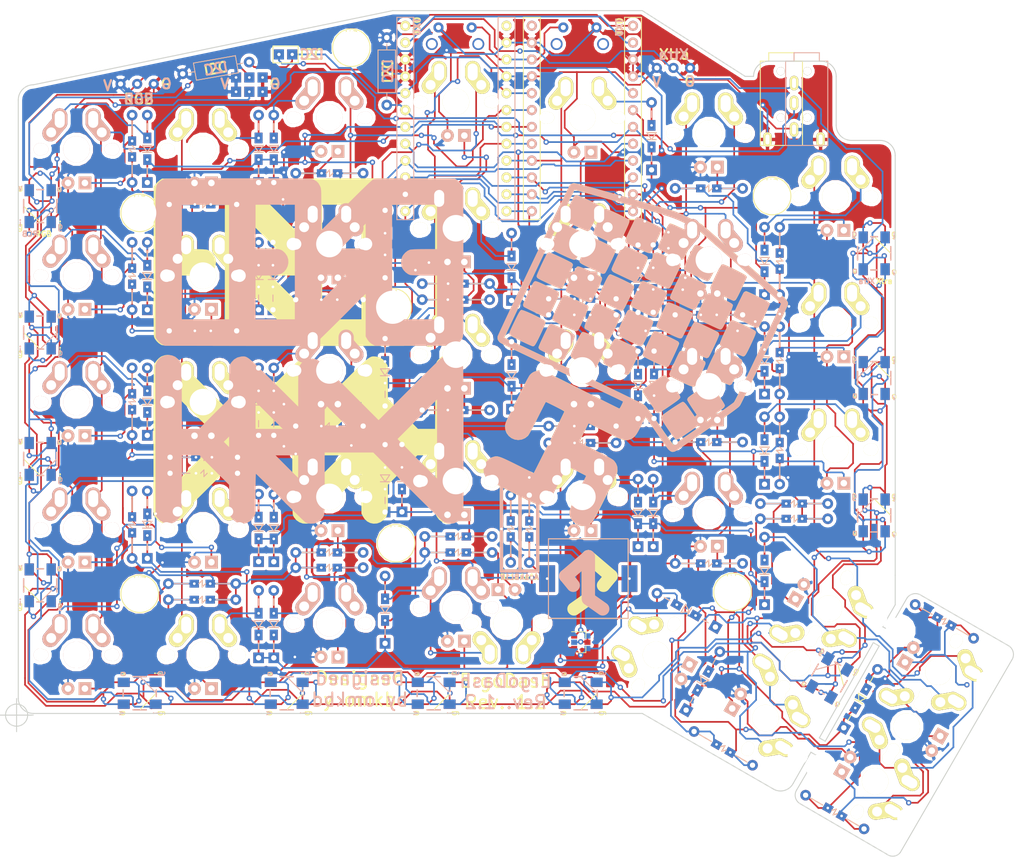
<source format=kicad_pcb>
(kicad_pcb (version 20211014) (generator pcbnew)
  (title_block (title "ErgoDash Rev2") (date "2018-06-07") (rev "2.0") (company "Omkbd"))
  (layers (0 "F.Cu" signal) (31 "B.Cu" signal) (34 "B.Paste" user) (35 "F.Paste" user) (36 "B.SilkS" user "B.Silkscreen") (37 "F.SilkS" user "F.Silkscreen") (38 "B.Mask" user) (39 "F.Mask" user) (44 "Edge.Cuts" user))
  (net 0 "")
  (net 1 "/row0")
  (net 2 "Net-(D1-Pad2)")
  (net 3 "/row1")
  (net 4 "Net-(D2-Pad2)")
  (net 5 "/row2")
  (net 6 "Net-(D3-Pad2)")
  (net 7 "/row3")
  (net 8 "Net-(D4-Pad2)")
  (net 9 "Net-(D5-Pad2)")
  (net 10 "Net-(D6-Pad2)")
  (net 11 "Net-(D7-Pad2)")
  (net 12 "Net-(D8-Pad2)")
  (net 13 "Net-(D9-Pad2)")
  (net 14 "Net-(D10-Pad2)")
  (net 15 "Net-(D11-Pad2)")
  (net 16 "Net-(D12-Pad2)")
  (net 17 "Net-(D13-Pad2)")
  (net 18 "Net-(D14-Pad2)")
  (net 19 "Net-(D15-Pad2)")
  (net 20 "Net-(D16-Pad2)")
  (net 21 "Net-(D17-Pad2)")
  (net 22 "Net-(D18-Pad2)")
  (net 23 "Net-(D19-Pad2)")
  (net 24 "Net-(D20-Pad2)")
  (net 25 "Net-(D21-Pad2)")
  (net 26 "Net-(D22-Pad2)")
  (net 27 "Net-(D23-Pad2)")
  (net 28 "Net-(D24-Pad2)")
  (net 29 "Net-(D25-Pad2)")
  (net 30 "Net-(D26-Pad2)")
  (net 31 "Net-(D27-Pad2)")
  (net 32 "Net-(D28-Pad2)")
  (net 33 "/xtradata")
  (net 34 "GND")
  (net 35 "/sda/uart")
  (net 36 "VCC")
  (net 37 "/scl")
  (net 38 "/col0")
  (net 39 "/col1")
  (net 40 "/col2")
  (net 41 "/col3")
  (net 42 "/col4")
  (net 43 "/col5")
  (net 44 "/col6")
  (net 45 "/rst")
  (net 46 "Net-(D29-Pad2)")
  (net 47 "/row4")
  (net 48 "Net-(D30-Pad2)")
  (net 49 "Net-(D31-Pad2)")
  (net 50 "Net-(D32-Pad2)")
  (net 51 "Net-(D33-Pad2)")
  (net 52 "Net-(D34-Pad2)")
  (net 53 "/RBG")
  (net 54 "/RX")
  (net 55 "Net-(LED10-Pad4)")
  (net 56 "Net-(LED10-Pad2)")
  (net 57 "Net-(J4-Pad2)")
  (net 58 "Net-(J5-Pad2)")
  (net 59 "Net-(LED1-Pad4)")
  (net 60 "Net-(LED2-Pad4)")
  (net 61 "Net-(LED3-Pad4)")
  (net 62 "Net-(LED4-Pad4)")
  (net 63 "Net-(LED5-Pad4)")
  (net 64 "Net-(LED6-Pad4)")
  (net 65 "Net-(LED7-Pad4)")
  (net 66 "Net-(LED8-Pad4)")
  (net 67 "Net-(LED11-Pad4)")
  (net 68 "Net-(D35-Pad1)")
  (net 69 "Net-(D36-Pad1)")
  (net 70 "Net-(D37-Pad1)")
  (net 71 "Net-(D38-Pad1)")
  (net 72 "Net-(D39-Pad1)")
  (net 73 "Net-(D40-Pad1)")
  (net 74 "Net-(D41-Pad1)")
  (net 75 "Net-(D42-Pad1)")
  (net 76 "Net-(D43-Pad1)")
  (net 77 "Net-(D44-Pad1)")
  (net 78 "Net-(D45-Pad1)")
  (net 79 "Net-(D46-Pad1)")
  (net 80 "Net-(D47-Pad1)")
  (net 81 "Net-(D48-Pad1)")
  (net 82 "Net-(D49-Pad1)")
  (net 83 "Net-(D50-Pad1)")
  (net 84 "Net-(D51-Pad1)")
  (net 85 "Net-(D52-Pad1)")
  (net 86 "Net-(D53-Pad1)")
  (net 87 "Net-(D54-Pad1)")
  (net 88 "Net-(D55-Pad1)")
  (net 89 "Net-(D56-Pad1)")
  (net 90 "Net-(D57-Pad1)")
  (net 91 "Net-(D58-Pad1)")
  (net 92 "Net-(D59-Pad1)")
  (net 93 "Net-(D60-Pad1)")
  (net 94 "Net-(D61-Pad1)")
  (net 95 "Net-(D62-Pad1)")
  (net 96 "Net-(D63-Pad1)")
  (net 97 "Net-(D64-Pad1)")
  (net 98 "Net-(D65-Pad1)")
  (net 99 "Net-(D66-Pad1)")
  (net 100 "Net-(Q1-Pad1)")
  (net 101 "Net-(Q1-Pad3)")
  (net 102 "/Backlight")
  (net 103 "/Audio")
  (net 104 "Net-(D68-Pad2)")
  (net 105 "Net-(D69-Pad1)")
  (net 106 "Net-(D70-Pad1)")
  (net 107 "Net-(D71-Pad1)")
  (net 108 "Net-(D72-Pad1)")
  (net 109 "Net-(M1-Pad2)")
  (footprint "library:R_Axial_DIN0207_L6.3mm_D2.5mm_P10.16mm_Horizontal" (layer "F.Cu") (at 102.997 46.609 10)
    (fp_text reference "R1" hide)
    (fp_text value "R")
  )
  (footprint "library:R_Axial_DIN0207_L6.3mm_D2.5mm_P10.16mm_Horizontal" (layer "F.Cu") (at 133.731 41.148 -90)
    (fp_text reference "R2" hide)
    (fp_text value "R")
  )
  (footprint "library:tact_switch2" (layer "F.Cu") (at 162.814 39.624)
    (fp_text reference "SW29" hide)
    (fp_text value "SW_Push")
  )
  (footprint "library:hole" (layer "F.Cu") (at 134.62 81.788)
    (fp_text reference "U1")
    (fp_text value "HOLE")
  )
  (footprint "library:hole" (layer "F.Cu") (at 191.77 65.024)
    (fp_text reference "U2")
    (fp_text value "HOLE")
  )
  (footprint "library:hole" (layer "F.Cu") (at 185.801 124.714)
    (fp_text reference "U4")
    (fp_text value "HOLE")
  )
  (footprint "library:hole" (layer "F.Cu") (at 96.52 67.564)
    (fp_text reference "U5")
    (fp_text value "HOLE")
  )
  (footprint "library:hole" (layer "F.Cu") (at 96.52 124.968)
    (fp_text reference "U7")
    (fp_text value "HOLE")
  )
  (footprint "library:jumper_smd_2dub" (layer "F.Cu") (at 118.491 43.688)
    (fp_text reference "W1" hide)
    (fp_text value "jumper_smd")
  )
  (footprint "library:trrs_jack2" (layer "F.Cu") (at 195.072 44.704 -90)
    (fp_text reference "J1" hide)
    (fp_text value "5PIN")
  )
  (footprint "library:conn3" (layer "F.Cu") (at 96.139 48.133)
    (fp_text reference "J2" hide)
    (fp_text value "Conn_01x03")
  )
  (footprint "library:conn3" (layer "F.Cu") (at 176.911 45.72)
    (fp_text reference "J3")
    (fp_text value "Conn_01x03")
  )
  (footprint "library:hole" (layer "F.Cu") (at 135.128 117.348)
    (fp_text reference "U8")
    (fp_text value "HOLE")
  )
  (footprint "library:Resistors_SMD_THT" (layer "F.Cu") (at 95.377 52.832 -90)
    (fp_text reference "R3" hide)
    (fp_text value "R")
  )
  (footprint "library:Resistors_SMD_THT" (layer "F.Cu") (at 111.125 66.294 180)
    (fp_text reference "R4" hide)
    (fp_text value "R")
  )
  (footprint "library:Resistors_SMD_THT" (layer "F.Cu") (at 120.015 61.595)
    (fp_text reference "R5" hide)
    (fp_text value "R")
  )
  (footprint "library:Resistors_SMD_THT" (layer "F.Cu") (at 139.065 78.232)
    (fp_text reference "R6" hide)
    (fp_text value "R")
  )
  (footprint "library:Resistors_SMD_THT" (layer "F.Cu") (at 158.115 80.518)
    (fp_text reference "R7" hide)
    (fp_text value "R")
  )
  (footprint "library:Resistors_SMD_THT" (layer "F.Cu") (at 187.325 63.881 180)
    (fp_text reference "R8" hide)
    (fp_text value "R")
  )
  (footprint "library:Resistors_SMD_THT" (layer "F.Cu") (at 192.913 69.723 -90)
    (fp_text reference "R9" hide)
    (fp_text value "R")
  )
  (footprint "library:Resistors_SMD_THT" (layer "F.Cu") (at 95.377 72.009 -90)
    (fp_text reference "R10" hide)
    (fp_text value "R")
  )
  (footprint "library:Resistors_SMD_THT" (layer "F.Cu") (at 111.125 85.344 180)
    (fp_text reference "R11" hide)
    (fp_text value "R")
  )
  (footprint "library:Resistors_SMD_THT" (layer "F.Cu") (at 130.175 80.645 180)
    (fp_text reference "R12" hide)
    (fp_text value "R")
  )
  (footprint "library:Resistors_SMD_THT" (layer "F.Cu") (at 149.225 80.645 180)
    (fp_text reference "R15" hide)
    (fp_text value "R")
  )
  (footprint "library:Resistors_SMD_THT" (layer "F.Cu") (at 168.275 82.931 180)
    (fp_text reference "R16" hide)
    (fp_text value "R")
  )
  (footprint "library:Resistors_SMD_THT" (layer "F.Cu") (at 187.325 82.931 180)
    (fp_text reference "R17" hide)
    (fp_text value "R")
  )
  (footprint "library:Resistors_SMD_THT" (layer "F.Cu") (at 192.913 84.709 -90)
    (fp_text reference "R18" hide)
    (fp_text value "R")
  )
  (footprint "library:Resistors_SMD_THT" (layer "F.Cu") (at 95.377 90.932 -90)
    (fp_text reference "R19" hide)
    (fp_text value "R")
  )
  (footprint "library:Resistors_SMD_THT" (layer "F.Cu") (at 101.092 104.394)
    (fp_text reference "R20" hide)
    (fp_text value "R")
  )
  (footprint "library:Resistors_SMD_THT" (layer "F.Cu") (at 130.175 99.695 180)
    (fp_text reference "R21" hide)
    (fp_text value "R")
  )
  (footprint "library:Resistors_SMD_THT" (layer "F.Cu") (at 149.225 97.282 180)
    (fp_text reference "R22" hide)
    (fp_text value "R")
  )
  (footprint "library:Resistors_SMD_THT" (layer "F.Cu") (at 168.275 99.695 180)
    (fp_text reference "R23" hide)
    (fp_text value "R")
  )
  (footprint "library:Resistors_SMD_THT" (layer "F.Cu") (at 187.325 102.108 180)
    (fp_text reference "R24" hide)
    (fp_text value "R")
  )
  (footprint "library:Resistors_SMD_THT" (layer "F.Cu") (at 192.913 108.458 90)
    (fp_text reference "R25" hide)
    (fp_text value "R")
  )
  (footprint "library:Resistors_SMD_THT" (layer "F.Cu") (at 101.092 106.807)
    (fp_text reference "R26" hide)
    (fp_text value "R")
  )
  (footprint "library:Resistors_SMD_THT" (layer "F.Cu") (at 95.377 109.474 -90)
    (fp_text reference "R27" hide)
    (fp_text value "R")
  )
  (footprint "library:Resistors_SMD_THT" (layer "F.Cu") (at 130.175 118.745 180)
    (fp_text reference "R28" hide)
    (fp_text value "R")
  )
  (footprint "library:Resistors_SMD_THT" (layer "F.Cu") (at 149.606 116.332 180)
    (fp_text reference "R29" hide)
    (fp_text value "R")
  )
  (footprint "library:Resistors_SMD_THT" (layer "F.Cu") (at 187.325 120.396 180)
    (fp_text reference "R31" hide)
    (fp_text value "R")
  )
  (footprint "library:Resistors_SMD_THT" (layer "F.Cu") (at 180.019212 145.722 -30)
    (fp_text reference "R32" hide)
    (fp_text value "R")
  )
  (footprint "library:Resistors_SMD_THT" (layer "F.Cu") (at 100.838 123.444)
    (fp_text reference "R33" hide)
    (fp_text value "R")
  )
  (footprint "library:Resistors_SMD_THT" (layer "F.Cu") (at 100.838 125.857)
    (fp_text reference "R34" hide)
    (fp_text value "R")
  )
  (footprint "library:Resistors_SMD_THT" (layer "F.Cu") (at 130.175 121.031 180)
    (fp_text reference "R35" hide)
    (fp_text value "R")
  )
  (footprint "library:Resistors_SMD_THT" (layer "F.Cu") (at 149.606 118.745 180)
    (fp_text reference "R36" hide)
    (fp_text value "R")
  )
  (footprint "library:hole" (layer "F.Cu") (at 128.397 42.672)
    (fp_text reference "U9")
    (fp_text value "HOLE")
  )
  (footprint "library:CHERRY_MX_LED2" (layer "F.Cu") (at 86.995 57.9755)
    (fp_text reference "D35")
    (fp_text value "LED" hide)
  )
  (footprint "library:CHERRY_MX_LED2" (layer "F.Cu") (at 106.045 57.9755)
    (fp_text reference "D36")
    (fp_text value "LED" hide)
  )
  (footprint "library:CHERRY_MX_LED2" (layer "F.Cu") (at 125.095 53.213)
    (fp_text reference "D37")
    (fp_text value "LED" hide)
  )
  (footprint "library:CHERRY_MX_LED2" (layer "F.Cu") (at 144.145 50.83175)
    (fp_text reference "D38")
    (fp_text value "LED" hide)
  )
  (footprint "library:CHERRY_MX_LED2" (layer "F.Cu") (at 163.195 53.34)
    (fp_text reference "D39")
    (fp_text value "LED" hide)
  )
  (footprint "library:CHERRY_MX_LED2" (layer "F.Cu") (at 182.245 55.59425)
    (fp_text reference "D40")
    (fp_text value "LED" hide)
  )
  (footprint "library:CHERRY_MX_LED2" (layer "F.Cu") (at 201.295 65.11925)
    (fp_text reference "D41")
    (fp_text value "LED" hide)
  )
  (footprint "library:CHERRY_MX_LED2" (layer "F.Cu") (at 86.995 77.0255)
    (fp_text reference "D42")
    (fp_text value "LED" hide)
  )
  (footprint "library:CHERRY_MX_LED2" (layer "F.Cu") (at 106.045 77.0255)
    (fp_text reference "D43")
    (fp_text value "LED" hide)
  )
  (footprint "library:CHERRY_MX_LED2" (layer "F.Cu") (at 125.095 72.263)
    (fp_text reference "D44")
    (fp_text value "LED" hide)
  )
  (footprint "library:CHERRY_MX_LED2" (layer "F.Cu") (at 144.145 69.88175)
    (fp_text reference "D45")
    (fp_text value "LED" hide)
  )
  (footprint "library:CHERRY_MX_LED2" (layer "F.Cu") (at 163.195 72.263)
    (fp_text reference "D46")
    (fp_text value "LED" hide)
  )
  (footprint "library:CHERRY_MX_LED2" (layer "F.Cu") (at 182.245 74.64425)
    (fp_text reference "D47")
    (fp_text value "LED" hide)
  )
  (footprint "library:CHERRY_MX_LED2" (layer "F.Cu") (at 201.295 84.16925)
    (fp_text reference "D48")
    (fp_text value "LED" hide)
  )
  (footprint "library:CHERRY_MX_LED2" (layer "F.Cu") (at 86.995 96.0755)
    (fp_text reference "D49")
    (fp_text value "LED" hide)
  )
  (footprint "library:CHERRY_MX_LED2" (layer "F.Cu") (at 106.045 96.0755)
    (fp_text reference "D50")
    (fp_text value "LED" hide)
  )
  (footprint "library:CHERRY_MX_LED2" (layer "F.Cu") (at 125.095 91.313)
    (fp_text reference "D51")
    (fp_text value "LED" hide)
  )
  (footprint "library:CHERRY_MX_LED2" (layer "F.Cu") (at 144.145 88.93175)
    (fp_text reference "D52")
    (fp_text value "LED" hide)
  )
  (footprint "library:CHERRY_MX_LED2" (layer "F.Cu") (at 163.195 91.313)
    (fp_text reference "D53")
    (fp_text value "LED" hide)
  )
  (footprint "library:CHERRY_MX_LED2" (layer "F.Cu") (at 182.245 93.69425)
    (fp_text reference "D54")
    (fp_text value "LED" hide)
  )
  (footprint "library:CHERRY_MX_LED2" (layer "F.Cu") (at 201.295 103.21925)
    (fp_text reference "D55")
    (fp_text value "LED" hide)
  )
  (footprint "library:CHERRY_MX_LED2" (layer "F.Cu") (at 86.995 115.1255)
    (fp_text reference "D56")
    (fp_text value "LED" hide)
  )
  (footprint "library:CHERRY_MX_LED2" (layer "F.Cu") (at 106.045 115.1255)
    (fp_text reference "D57")
    (fp_text value "LED" hide)
  )
  (footprint "library:CHERRY_MX_LED2" (layer "F.Cu") (at 125.095 110.363)
    (fp_text reference "D58")
    (fp_text value "LED" hide)
  )
  (footprint "library:CHERRY_MX_LED2" (layer "F.Cu") (at 144.145 107.98175)
    (fp_text reference "D59")
    (fp_text value "LED" hide)
  )
  (footprint "library:CHERRY_MX_LED2" (layer "F.Cu") (at 163.195 110.363)
    (fp_text reference "D60")
    (fp_text value "LED" hide)
  )
  (footprint "library:CHERRY_MX_LED2" (layer "F.Cu") (at 182.245 112.74425)
    (fp_text reference "D61")
    (fp_text value "LED" hide)
  )
  (footprint "library:CHERRY_MX_LED2" (layer "F.Cu") (at 174.292 134.17525 60)
    (fp_text reference "D62")
    (fp_text value "LED" hide)
  )
  (footprint "library:CHERRY_MX_LED2" (layer "F.Cu") (at 86.995 134.1755)
    (fp_text reference "D63")
    (fp_text value "LED" hide)
  )
  (footprint "library:CHERRY_MX_LED2" (layer "F.Cu") (at 106.045 134.1755)
    (fp_text reference "D64")
    (fp_text value "LED" hide)
  )
  (footprint "library:CHERRY_MX_LED2" (layer "F.Cu") (at 125.095 129.413)
    (fp_text reference "D65")
    (fp_text value "LED" hide)
  )
  (footprint "library:CHERRY_MX_LED2" (layer "F.Cu") (at 144.145 127.03175)
    (fp_text reference "D66")
    (fp_text value "LED" hide)
  )
  (footprint "library:ProMicro_rev" (layer "F.Cu") (at 144.145 53.34)
    (fp_text reference "U3" hide)
    (fp_text value "ProMicro" hide)
  )
  (footprint "library:CHERRY_MX_LED2" (layer "F.Cu") (at 151.765 129.413 180)
    (fp_text reference "D67")
    (fp_text value "LED" hide)
  )
  (footprint "library:Diode_SMD_THT2" (layer "F.Cu") (at 202.565 145.161 60)
    (fp_text reference "D68" hide)
    (fp_text value "D")
  )
  (footprint "library:SOT-23_2" (layer "F.Cu") (at 162.957 132.273)
    (fp_text reference "Q1")
    (fp_text value "IRLML6344TRPbF")
  )
  (footprint "library:MX_ALPS" (layer "F.Cu") (at 106.045 57.9755)
    (fp_text reference "SW5" hide)
    (fp_text value "SW_PUSH" hide)
  )
  (footprint "library:MX_ALPS" (layer "F.Cu") (at 106.045 77.0255)
    (fp_text reference "SW6" hide)
    (fp_text value "SW_PUSH" hide)
  )
  (footprint "library:MX_ALPS" (layer "F.Cu") (at 106.045 96.0755)
    (fp_text reference "SW7" hide)
    (fp_text value "SW_PUSH" hide)
  )
  (footprint "library:MX_ALPS" (layer "F.Cu") (at 106.045 115.1255)
    (fp_text reference "SW8" hide)
    (fp_text value "SW_PUSH" hide)
  )
  (footprint "library:MX_ALPS" (layer "F.Cu") (at 125.095 110.363)
    (fp_text reference "SW12" hide)
    (fp_text value "SW_PUSH" hide)
  )
  (footprint "library:MX_ALPS" (layer "F.Cu") (at 144.145 50.83175)
    (fp_text reference "SW13" hide)
    (fp_text value "SW_PUSH" hide)
  )
  (footprint "library:MX_ALPS" (layer "F.Cu") (at 144.145 69.88175)
    (fp_text reference "SW14" hide)
    (fp_text value "SW_PUSH" hide)
  )
  (footprint "library:MX_ALPS" (layer "F.Cu") (at 144.145 88.93175)
    (fp_text reference "SW15" hide)
    (fp_text value "SW_PUSH" hide)
  )
  (footprint "library:MX_ALPS" (layer "F.Cu") (at 144.145 107.98175)
    (fp_text reference "SW16" hide)
    (fp_text value "SW_PUSH" hide)
  )
  (footprint "library:MX_ALPS" (layer "F.Cu") (at 163.195 53.213)
    (fp_text reference "SW17" hide)
    (fp_text value "SW_PUSH" hide)
  )
  (footprint "library:MX_ALPS" (layer "F.Cu") (at 163.195 72.263)
    (fp_text reference "SW18" hide)
    (fp_text value "SW_PUSH" hide)
  )
  (footprint "library:MX_ALPS" (layer "F.Cu") (at 163.195 91.313)
    (fp_text reference "SW19" hide)
    (fp_text value "SW_PUSH" hide)
  )
  (footprint "library:MX_ALPS" (layer "F.Cu") (at 163.195 110.363)
    (fp_text reference "SW20" hide)
    (fp_text value "SW_PUSH" hide)
  )
  (footprint "library:MX_ALPS" (layer "F.Cu") (at 182.245 55.59425)
    (fp_text reference "SW21" hide)
    (fp_text value "SW_PUSH" hide)
  )
  (footprint "library:MX_ALPS" (layer "F.Cu") (at 201.295 65.11925)
    (fp_text reference "SW25" hide)
    (fp_text value "SW_PUSH" hide)
  )
  (footprint "library:MX_ALPS" (layer "F.Cu") (at 201.295 84.16925)
    (fp_text reference "SW26" hide)
    (fp_text value "SW_PUSH" hide)
  )
  (footprint "library:MX_ALPS" (layer "F.Cu") (at 201.295 103.21925)
    (fp_text reference "SW27" hide)
    (fp_text value "SW_PUSH" hide)
  )
  (footprint "library:MX_ALPS" (layer "F.Cu") (at 200.315 127.2023 -120)
    (fp_text reference "SW28" hide)
    (fp_text value "SW_PUSH" hide)
  )
  (footprint "library:MX_ALPS" (layer "F.Cu") (at 106.045 134.1755)
    (fp_text reference "SW31" hide)
    (fp_text value "SW_PUSH" hide)
  )
  (footprint "library:MX_ALPS" (layer "F.Cu") (at 174.292 134.17525 60)
    (fp_text reference "SW34" hide)
    (fp_text value "SW_PUSH" hide)
  )
  (footprint "library:MX_ALPS" (layer "F.Cu") (at 190.79 143.7003 -120)
    (fp_text reference "SW35" hide)
    (fp_text value "SW_PUSH" hide)
  )
  (footprint "library:MX_ALPS" (layer "F.Cu") (at 195.5525 135.45125 60)
    (fp_text reference "SW36" hide)
    (fp_text value "SW_PUSH" hide)
  )
  (footprint "library:MX_ALPS" (layer "F.Cu") (at 151.765 129.413 180)
    (fp_text reference "SW38" hide)
    (fp_text value "SW_PUSH" hide)
  )
  (footprint "library:MX_ALPS" (layer "F.Cu") (at 216.813 136.72735 -120)
    (fp_text reference "SW39" hide)
    (fp_text value "SW_PUSH" hide)
  )
  (footprint "library:MX_ALPS" (layer "F.Cu") (at 212.0505 144.9763 60)
    (fp_text reference "SW40" hide)
    (fp_text value "SW_PUSH" hide)
  )
  (footprint "library:MX_ALPS" (layer "F.Cu") (at 207.288 153.22535 -120)
    (fp_text reference "SW41" hide)
    (fp_text value "SW_PUSH" hide)
  )
  (footprint "library:CHERRY_MX_LED2" (layer "F.Cu") (at 200.315 127.2023 -120)
    (fp_text reference "D69")
    (fp_text value "LED" hide)
  )
  (footprint "library:CHERRY_MX_LED2" (layer "F.Cu") (at 216.813 136.72735 -120)
    (fp_text reference "D70")
    (fp_text value "LED" hide)
  )
  (footprint "library:CHERRY_MX_LED2" (layer "F.Cu") (at 190.79 143.7003 -120)
    (fp_text reference "D71")
    (fp_text value "LED" hide)
  )
  (footprint "library:CHERRY_MX_LED2" (layer "F.Cu") (at 207.288 153.22535 -120)
    (fp_text reference "D72")
    (fp_text value "LED" hide)
  )
  (footprint "library:Resistors_SMD_THT" (layer "F.Cu") (at 189.992 111.379)
    (fp_text reference "R14" hide)
    (fp_text value "R")
  )
  (footprint "library:Resistors_SMD_THT" (layer "F.Cu") (at 189.992 113.665)
    (fp_text reference "R38" hide)
    (fp_text value "R")
  )
  (footprint "library:Resistors_SMD_THT" (layer "F.Cu") (at 205.613 160.401 150)
    (fp_text reference "R39" hide)
    (fp_text value "R")
  )
  (footprint "library:CHERRY_MX_LED2" (layer "F.Cu") (at 212.0505 144.9763 60)
    (fp_text reference "D73")
    (fp_text value "LED" hide)
  )
  (footprint "library:Diode_SMD_THT3" (layer "F.Cu") (at 97.663 62.992 90)
    (fp_text reference "D1" hide)
    (fp_text value "D")
  )
  (footprint "library:Diode_SMD_THT3" (layer "F.Cu") (at 97.663 82.169 90)
    (fp_text reference "D2" hide)
    (fp_text value "D")
  )
  (footprint "library:Diode_SMD_THT3" (layer "F.Cu") (at 97.663 101.092 90)
    (fp_text reference "D3" hide)
    (fp_text value "D")
  )
  (footprint "library:Diode_SMD_THT3" (layer "F.Cu") (at 114.427 120.121 90)
    (fp_text reference "D4" hide)
    (fp_text value "D")
  )
  (footprint "library:Diode_SMD_THT3" (layer "F.Cu") (at 114.427 62.992 90)
    (fp_text reference "D5" hide)
    (fp_text value "D")
  )
  (footprint "library:Diode_SMD_THT3" (layer "F.Cu") (at 114.427 82.169 90)
    (fp_text reference "D6" hide)
    (fp_text value "D")
  )
  (footprint "library:Diode_SMD_THT3" (layer "F.Cu") (at 114.427 101.092 90)
    (fp_text reference "D7" hide)
    (fp_text value "D")
  )
  (footprint "library:Diode_SMD_THT3" (layer "F.Cu") (at 116.713 120.142 90)
    (fp_text reference "D8" hide)
    (fp_text value "D")
  )
  (footprint "library:Diode_SMD_THT3" (layer "F.Cu") (at 116.713 62.992 90)
    (fp_text reference "D9" hide)
    (fp_text value "D")
  )
  (footprint "library:Diode_SMD_THT3" (layer "F.Cu") (at 116.586 82.169 90)
    (fp_text reference "D10" hide)
    (fp_text value "D")
  )
  (footprint "library:Diode_SMD_THT3" (layer "F.Cu") (at 116.713 101.092 90)
    (fp_text reference "D11" hide)
    (fp_text value "D")
  )
  (footprint "library:Diode_SMD_THT3" (layer "F.Cu") (at 133.477 112.649 90)
    (fp_text reference "D12" hide)
    (fp_text value "D")
  )
  (footprint "library:Diode_SMD_THT3" (layer "F.Cu") (at 133.477 77.343 90)
    (fp_text reference "D13" hide)
    (fp_text value "D")
  )
  (footprint "library:Diode_SMD_THT3" (layer "F.Cu") (at 152.527 80.772 90)
    (fp_text reference "D14" hide)
    (fp_text value "D")
  )
  (footprint "library:Diode_SMD_THT3" (layer "F.Cu") (at 136.017 112.628 90)
    (fp_text reference "D16" hide)
    (fp_text value "D")
  )
  (footprint "library:Diode_SMD_THT3" (layer "F.Cu") (at 173.609 61.087 90)
    (fp_text reference "D17" hide)
    (fp_text value "D")
  )
  (footprint "library:Diode_SMD_THT3" (layer "F.Cu") (at 152.527 97.134 90)
    (fp_text reference "D19" hide)
    (fp_text value "D")
  )
  (footprint "library:Diode_SMD_THT3" (layer "F.Cu") (at 171.577 117.856 90)
    (fp_text reference "D20" hide)
    (fp_text value "D")
  )
  (footprint "library:Diode_SMD_THT3" (layer "F.Cu") (at 173.863 82.55 90)
    (fp_text reference "D21" hide)
    (fp_text value "D")
  )
  (footprint "library:Diode_SMD_THT3" (layer "F.Cu") (at 171.577 82.571 90)
    (fp_text reference "D22" hide)
    (fp_text value "D")
  )
  (footprint "library:Diode_SMD_THT3" (layer "F.Cu") (at 173.99 98.552 90)
    (fp_text reference "D23" hide)
    (fp_text value "D")
  )
  (footprint "library:Diode_SMD_THT3" (layer "F.Cu") (at 173.863 117.856 90)
    (fp_text reference "D24" hide)
    (fp_text value "D")
  )
  (footprint "library:Diode_SMD_THT3" (layer "F.Cu") (at 190.627 79.883 90)
    (fp_text reference "D25" hide)
    (fp_text value "D")
  )
  (footprint "library:Diode_SMD_THT3" (layer "F.Cu") (at 190.627 94.869 90)
    (fp_text reference "D26" hide)
    (fp_text value "D")
  )
  (footprint "library:Diode_SMD_THT3" (layer "F.Cu") (at 190.627 108.458 90)
    (fp_text reference "D27" hide)
    (fp_text value "D")
  )
  (footprint "library:Diode_SMD_THT3" (layer "F.Cu") (at 190.627 126.598 90)
    (fp_text reference "D28" hide)
    (fp_text value "D")
  )
  (footprint "library:Diode_SMD_THT3" (layer "F.Cu") (at 97.663 119.634 90)
    (fp_text reference "D29" hide)
    (fp_text value "D")
  )
  (footprint "library:Diode_SMD_THT3" (layer "F.Cu") (at 114.427 134.62 90)
    (fp_text reference "D30" hide)
    (fp_text value "D")
  )
  (footprint "library:Diode_SMD_THT3" (layer "F.Cu") (at 116.713 134.62 90)
    (fp_text reference "D31" hide)
    (fp_text value "D")
  )
  (footprint "library:Diode_SMD_THT3" (layer "F.Cu") (at 183.23003 129.974 150)
    (fp_text reference "D33" hide)
    (fp_text value "D")
  )
  (footprint "library:Diode_SMD_THT3" (layer "F.Cu") (at 178.816 142.494 60)
    (fp_text reference "D34" hide)
    (fp_text value "D")
  )
  (footprint "library:PKLCS1212E4001-R1" (layer "F.Cu") (at 164.084 122.682)
    (fp_text reference "M1")
    (fp_text value "Speaker" hide)
  )
  (footprint "library:Resistors_SMD_THT" (layer "F.Cu") (at 158.115 102.235)
    (fp_text reference "R30" hide)
    (fp_text value "R")
  )
  (footprint "library:Resistors_SMD_THT" (layer "F.Cu") (at 152.4 110.088 -90)
    (fp_text reference "R13" hide)
    (fp_text value "1k")
  )
  (footprint "library:logo9" (layer "F.Cu") (at 146.177 88.519)
    (fp_text reference "G***" hide)
    (fp_text value "LOGO" hide)
  )
  (footprint "library:jumper2" (layer "F.Cu") (at 113.03 49.149)
    (fp_text reference "J4")
    (fp_text value "GS3")
  )
  (footprint "library:jumper2" (layer "F.Cu") (at 113.03 51.308)
    (fp_text reference "J5")
    (fp_text value "GS3")
  )
  (footprint "library:2U-Stabilizer" (layer "F.Cu") (at 195.5525 135.45125 -120)
    (fp_text reference "")
    (fp_text value "")
  )
  (footprint "library:2U-Stabilizer" (layer "F.Cu") (at 212.0505 144.9763 -120)
    (fp_text reference "")
    (fp_text value "")
  )
  (footprint "library:Diode_SMD_THT3" (layer "F.Cu") (at 133.477 132.44 90)
    (fp_text reference "D32" hide)
    (fp_text value "D")
  )
  (footprint "library:Resistors_SMD_THT" (layer "F.Cu") (at 222.11796 131.674 150)
    (fp_text reference "R37" hide)
    (fp_text value "R")
  )
  (footprint "library:Diode_SMD_THT3" (layer "F.Cu") (at 133.477 96.668 90)
    (fp_text reference "D15" hide)
    (fp_text value "D")
  )
  (footprint "library:Diode_SMD_THT3" (layer "F.Cu") (at 171.577 98.573 90)
    (fp_text reference "D18" hide)
    (fp_text value "D")
  )
  (footprint "library:Resistors_SMD_THT" (layer "F.Cu") (at 155.194 110.109 -90)
    (fp_text reference "R40" hide)
    (fp_text value "1k")
  )
  (footprint "library:tact_switch2" (layer "B.Cu") (at 144.018 39.624 180)
    (fp_text reference "SW37" hide)
    (fp_text value "SW_Push")
  )
  (footprint "library:ProMicro_rev" (layer "B.Cu") (at 163.195 53.34 180)
    (fp_text reference "U6" hide)
    (fp_text value "ProMicro" hide)
  )
  (footprint "library:MX_ALPS" (layer "B.Cu") (at 86.995 57.9755 180)
    (fp_text reference "SW1" hide)
    (fp_text value "SW_PUSH" hide)
  )
  (footprint "library:MX_ALPS" (layer "B.Cu") (at 86.995 77.0255 180)
    (fp_text reference "SW2" hide)
    (fp_text value "SW_PUSH" hide)
  )
  (footprint "library:MX_ALPS" (layer "B.Cu") (at 86.995 96.0755 180)
    (fp_text reference "SW3" hide)
    (fp_text value "SW_PUSH" hide)
  )
  (footprint "library:MX_ALPS" (layer "B.Cu") (at 86.995 115.1255 180)
    (fp_text reference "SW4" hide)
    (fp_text value "SW_PUSH" hide)
  )
  (footprint "library:MX_ALPS" (layer "B.Cu") (at 125.095 53.213 180)
    (fp_text reference "SW9" hide)
    (fp_text value "SW_PUSH" hide)
  )
  (footprint "library:MX_ALPS" (layer "B.Cu") (at 125.095 72.263 180)
    (fp_text reference "SW10" hide)
    (fp_text value "SW_PUSH" hide)
  )
  (footprint "library:MX_ALPS" (layer "B.Cu") (at 125.095 91.313 180)
    (fp_text reference "SW11" hide)
    (fp_text value "SW_PUSH" hide)
  )
  (footprint "library:MX_ALPS" (layer "B.Cu") (at 182.245 74.64425 180)
    (fp_text reference "SW22" hide)
    (fp_text value "SW_PUSH" hide)
  )
  (footprint "library:MX_ALPS" (layer "B.Cu") (at 182.245 93.69425 180)
    (fp_text reference "SW23" hide)
    (fp_text value "SW_PUSH" hide)
  )
  (footprint "library:MX_ALPS" (layer "B.Cu") (at 182.245 112.74425 180)
    (fp_text reference "SW24" hide)
    (fp_text value "SW_PUSH" hide)
  )
  (footprint "library:MX_ALPS" (layer "B.Cu") (at 86.995 134.1755 180)
    (fp_text reference "SW30" hide)
    (fp_text value "SW_PUSH" hide)
  )
  (footprint "library:MX_ALPS" (layer "B.Cu") (at 125.095 129.413 180)
    (fp_text reference "SW32" hide)
    (fp_text value "SW_PUSH" hide)
  )
  (footprint "library:MX_ALPS" (layer "B.Cu") (at 144.145 127.03175 180)
    (fp_text reference "SW33" hide)
    (fp_text value "SW_PUSH" hide)
  )
  (footprint "library:WS2812B-5" (layer "B.Cu") (at 81.534 66.548)
    (fp_text reference "LED1")
    (fp_text value "WS2812B" hide)
  )
  (footprint "library:WS2812B-5" (layer "B.Cu") (at 81.534 85.598)
    (fp_text reference "LED2")
    (fp_text value "WS2812B" hide)
  )
  (footprint "library:WS2812B-5" (layer "B.Cu") (at 81.534 104.648)
    (fp_text reference "LED3")
    (fp_text value "WS2812B" hide)
  )
  (footprint "library:WS2812B-5" (layer "B.Cu") (at 81.534 123.698)
    (fp_text reference "LED4")
    (fp_text value "WS2812B" hide)
  )
  (footprint "library:WS2812B-5" (layer "B.Cu") (at 96.52 139.954 90)
    (fp_text reference "LED5")
    (fp_text value "WS2812B" hide)
  )
  (footprint "library:WS2812B-5" (layer "B.Cu") (at 118.660333 139.954 90)
    (fp_text reference "LED6")
    (fp_text value "WS2812B" hide)
  )
  (footprint "library:WS2812B-5" (layer "B.Cu") (at 140.800667 139.954 90)
    (fp_text reference "LED7")
    (fp_text value "WS2812B" hide)
  )
  (footprint "library:WS2812B-5" (layer "B.Cu") (at 162.941 139.954 90)
    (fp_text reference "LED8")
    (fp_text value "WS2812B" hide)
  )
  (footprint "library:WS2812B-5" (layer "B.Cu") (at 200.406 137.668 150)
    (fp_text reference "LED9")
    (fp_text value "WS2812B" hide)
  )
  (footprint "library:WS2812B-5" (layer "B.Cu") (at 207.137 113.157 180)
    (fp_text reference "LED10")
    (fp_text value "WS2812B" hide)
  )
  (footprint "library:WS2812B-5" (layer "B.Cu") (at 207.137 92.456 180)
    (fp_text reference "LED11")
    (fp_text value "WS2812B" hide)
  )
  (footprint "library:WS2812B-5" (layer "B.Cu") (at 207.137 73.66 180)
    (fp_text reference "LED12")
    (fp_text value "WS2812B" hide)
  )
  (footprint "library:logo8" (layer "B.Cu") (at 146.558 88.519 180)
    (fp_text reference "G***" hide)
    (fp_text value "LOGO" hide)
  )
  (gr_line (start 153.919961 108.585147) (end 156.459961 108.585147) (layer "B.SilkS") (width 0.5))
  (gr_line (start 153.919961 121.539147) (end 156.459961 121.539147) (layer "B.SilkS") (width 0.5))
  (gr_line (start 156.459961 121.539147) (end 156.459961 108.585147) (layer "B.SilkS") (width 0.5))
  (gr_line (start 153.797 108.585) (end 153.797 121.539) (layer "B.SilkS") (width 0.5))
  (gr_line (start 164.101402 125.726632) (end 164.101402 119.376632) (layer "B.SilkS") (width 2))
  (gr_line (start 164.101402 119.376632) (end 160.672402 122.297632) (layer "B.SilkS") (width 2))
  (gr_line (start 160.672402 122.297632) (end 161.815402 123.694632) (layer "B.SilkS") (width 2))
  (gr_line (start 166.260402 127.250632) (end 164.101402 125.726632) (layer "B.SilkS") (width 2))
  (gr_line (start 151.003 121.539) (end 153.924 121.539) (layer "B.SilkS") (width 0.5))
  (gr_line (start 151.003 108.585) (end 151.003 121.539) (layer "B.SilkS") (width 0.5))
  (gr_line (start 151.003 121.539) (end 151.003 108.585) (layer "F.SilkS") (width 0.5))
  (gr_line (start 153.924 108.585) (end 156.464 108.585) (layer "F.SilkS") (width 0.5))
  (gr_line (start 151.003 121.539) (end 156.464 121.539) (layer "F.SilkS") (width 0.5))
  (gr_line (start 164.084 125.73) (end 164.084 119.38) (layer "F.SilkS") (width 2))
  (gr_line (start 161.925 127.254) (end 164.084 125.73) (layer "F.SilkS") (width 2))
  (gr_line (start 153.797 121.539) (end 153.797 108.585) (layer "F.SilkS") (width 0.5))
  (gr_line (start 167.513 122.301) (end 166.37 123.698) (layer "F.SilkS") (width 2))
  (gr_line (start 164.084 119.38) (end 167.513 122.301) (layer "F.SilkS") (width 2))
  (gr_line (start 156.464 108.585) (end 156.464 121.539) (layer "F.SilkS") (width 0.5))
  (gr_arc (start 188.976 46.99) (mid 189.645554 45.373554) (end 191.262 44.704) (layer "Edge.Cuts") (width 0.15))
  (gr_arc (start 208.026 56.642) (mid 209.642446 57.311554) (end 210.312 58.928) (layer "Edge.Cuts") (width 0.15))
  (gr_line (start 114.808 143.002) (end 172.212 143.002) (layer "Edge.Cuts") (width 0.15))
  (gr_line (start 198.882 146.685) (end 199.771 147.193) (layer "Edge.Cuts") (width 0.15))
  (gr_line (start 197.612 148.844) (end 198.501 149.352) (layer "Edge.Cuts") (width 0.15))
  (gr_line (start 163.576 37.084) (end 172.212 37.084) (layer "Edge.Cuts") (width 0.15))
  (gr_line (start 172.212 37.084) (end 187.706 46.99) (layer "Edge.Cuts") (width 0.15))
  (gr_arc (start 227.457 132.842) (mid 228.094644 133.842592) (end 227.838 135.001) (layer "Edge.Cuts") (width 0.15))
  (gr_line (start 212.09 125.603) (end 209.296 130.429) (layer "Edge.Cuts") (width 0.15))
  (gr_line (start 210.312 110.236) (end 210.312 122.174) (layer "Edge.Cuts") (width 0.15))
  (gr_arc (start 199.136 44.704) (mid 200.752446 45.373554) (end 201.422 46.99) (layer "Edge.Cuts") (width 0.15))
  (gr_line (start 172.212 143.002) (end 192.024 154.432) (layer "Edge.Cuts") (width 0.15))
  (gr_arc (start 211.074 163.957) (mid 210.110605 164.504841) (end 209.042 164.211) (layer "Edge.Cuts") (width 0.15))
  (gr_line (start 134.62 37.084) (end 163.576 37.084) (layer "Edge.Cuts") (width 0.15))
  (gr_arc (start 195.961 156.591) (mid 195.286159 155.68021) (end 195.453 154.559) (layer "Edge.Cuts") (width 0.15))
  (gr_line (start 210.312 126.619) (end 208.407 129.921) (layer "Edge.Cuts") (width 0.15))
  (gr_line (start 207.01 132.334) (end 207.899 132.842) (layer "Edge.Cuts") (width 0.15))
  (gr_line (start 199.771 147.193) (end 207.899 132.842) (layer "Edge.Cuts") (width 0.15))
  (gr_line (start 201.422 46.99) (end 201.422 54.356) (layer "Edge.Cuts") (width 0.15))
  (gr_line (start 191.262 44.704) (end 199.136 44.704) (layer "Edge.Cuts") (width 0.15))
  (gr_arc (start 194.945 153.543) (mid 193.668618 154.592459) (end 192.024 154.432) (layer "Edge.Cuts") (width 0.15))
  (gr_line (start 188.976 46.99) (end 187.706 46.99) (layer "Edge.Cuts") (width 0.15))
  (gr_arc (start 78.232 50.546) (mid 78.901554 48.929554) (end 80.518 48.26) (layer "Edge.Cuts") (width 0.15))
  (gr_line (start 134.62 37.084) (end 80.518 48.26) (layer "Edge.Cuts") (width 0.15))
  (gr_line (start 210.312 58.928) (end 210.312 110.236) (layer "Edge.Cuts") (width 0.15))
  (gr_line (start 78.232 140.716) (end 78.232 50.546) (layer "Edge.Cuts") (width 0.15))
  (gr_line (start 194.945 153.543) (end 197.612 148.844) (layer "Edge.Cuts") (width 0.15))
  (gr_arc (start 203.708 56.642) (mid 202.091554 55.972446) (end 201.422 54.356) (layer "Edge.Cuts") (width 0.15))
  (gr_line (start 208.407 129.921) (end 209.296 130.429) (layer "Edge.Cuts") (width 0.15))
  (gr_line (start 214.249 125.222) (end 227.457 132.842) (layer "Edge.Cuts") (width 0.15))
  (gr_arc (start 212.09 125.603) (mid 213.090592 124.965356) (end 214.249 125.222) (layer "Edge.Cuts") (width 0.15))
  (gr_line (start 195.961 156.591) (end 209.042 164.211) (layer "Edge.Cuts") (width 0.15))
  (gr_line (start 203.708 56.642) (end 208.026 56.642) (layer "Edge.Cuts") (width 0.15))
  (gr_arc (start 80.518 143.002) (mid 78.901554 142.332446) (end 78.232 140.716) (layer "Edge.Cuts") (width 0.15))
  (gr_line (start 80.518 143.002) (end 114.808 143.002) (layer "Edge.Cuts") (width 0.15))
  (gr_line (start 198.501 149.352) (end 195.453 154.559) (layer "Edge.Cuts") (width 0.15))
  (gr_line (start 210.312 122.174) (end 210.312 126.619) (layer "Edge.Cuts") (width 0.15))
  (gr_line (start 198.882 146.685) (end 207.01 132.334) (layer "Edge.Cuts") (width 0.15))
  (gr_line (start 211.074 163.957) (end 227.838 135.001) (layer "Edge.Cuts") (width 0.15))
  (gr_text "Designed\nby omkbd" (at 129.667 139.319) (layer "B.SilkS") (effects (font (size 2 2) (thickness 0.3)) (justify mirror)))
  (gr_text "I2C" (at 122.428 43.688) (layer "B.SilkS") (effects (font (size 1.5 1.5) (thickness 0.3)) (justify mirror)))
  (gr_text "I2C" (at 133.890184 46.207917 90) (layer "B.SilkS") (effects (font (size 1.5 1.5) (thickness 0.3)) (justify mirror)))
  (gr_text "I2C" (at 107.982184 45.826917 10) (layer "B.SilkS") (effects (font (size 1.5 1.5) (thickness 0.3)) (justify mirror)))
  (gr_text "G" (at 116.967 48.133) (layer "B.SilkS") (effects (font (size 1.5 1.5) (thickness 0.3)) (justify mirror)))
  (gr_text "BL1k" (at 152.273 122.428) (layer "B.SilkS") (effects (font (size 0.8 0.8) (thickness 0.2)) (justify mirror)))
  (gr_text "TX0" (at 168.783 39.624 90) (layer "B.SilkS") (effects (font (size 1 1) (thickness 0.25)) (justify mirror)))
  (gr_text "V" (at 91.694 48.387) (layer "B.SilkS") (effects (font (size 1.5 1.5) (thickness 0.3))))
  (gr_text "G" (at 100.584 48.133) (layer "B.SilkS") (effects (font (size 1.5 1.5) (thickness 0.3)) (justify mirror)))
  (gr_text "ErgoDash\nRev. 1.2" (at 151.638 139.7) (layer "B.SilkS") (effects (font (size 2 2) (thickness 0.3)) (justify mirror)))
  (gr_text "RGB" (at 80.01 70.739) (layer "B.SilkS") (effects (font (size 0.8 0.8) (thickness 0.2)) (justify mirror)))
  (gr_text "Xtra" (at 176.911 43.688) (layer "B.SilkS") (effects (font (size 1.5 1.5) (thickness 0.3)) (justify mirror)))
  (gr_text "G" (at 179.451 47.752) (layer "B.SilkS") (effects (font (size 1.5 1.5) (thickness 0.3)) (justify mirror)))
  (gr_text "Au1k" (at 155.194 122.428) (layer "B.SilkS") (effects (font (size 0.8 0.8) (thickness 0.2)) (justify mirror)))
  (gr_text "Xtra" (at 205.994 77.851) (layer "B.SilkS") (effects (font (size 0.8 0.8) (thickness 0.2)) (justify mirror)))
  (gr_text "V" (at 109.347 48.133) (layer "B.SilkS") (effects (font (size 1.5 1.5) (thickness 0.3))))
  (gr_text "V" (at 174.371 47.879) (layer "B.SilkS") (effects (font (size 1.5 1.5) (thickness 0.3))))
  (gr_text "RGB" (at 96.393 50.419) (layer "B.SilkS") (effects (font (size 1.5 1.5) (thickness 0.3)) (justify mirror)))
  (gr_text "TX0" (at 138.303 39.497 90) (layer "B.SilkS") (effects (font (size 1 1) (thickness 0.25)) (justify mirror)))
  (gr_text "Au1k" (at 155.194 122.428) (layer "F.SilkS") (effects (font (size 0.8 0.8) (thickness 0.2))))
  (gr_text "Designed\nby omkbd" (at 129.667 139.319) (layer "F.SilkS") (effects (font (size 2 2) (thickness 0.3))))
  (gr_text "I2C" (at 133.890184 46.207917 90) (layer "F.SilkS") (effects (font (size 1.5 1.5) (thickness 0.3))))
  (gr_text "I2C" (at 107.982184 45.826917 10) (layer "F.SilkS") (effects (font (size 1.5 1.5) (thickness 0.3))))
  (gr_text "BL1k" (at 152.273 122.428) (layer "F.SilkS") (effects (font (size 0.8 0.8) (thickness 0.2))))
  (gr_text "V" (at 174.371 47.879) (layer "F.SilkS") (effects (font (size 1.5 1.5) (thickness 0.3))))
  (gr_text "G" (at 100.457 48.133) (layer "F.SilkS") (effects (font (size 1.5 1.5) (thickness 0.3))))
  (gr_text "TX0" (at 168.783 39.497 90) (layer "F.SilkS") (effects (font (size 1 1) (thickness 0.25))))
  (gr_text "RGB" (at 82.042 70.739) (layer "F.SilkS") (effects (font (size 0.8 0.8) (thickness 0.2))))
  (gr_text "I2C" (at 122.428 43.688) (layer "F.SilkS") (effects (font (size 1.5 1.5) (thickness 0.3))))
  (gr_text "G" (at 116.84 48.133) (layer "F.SilkS") (effects (font (size 1.5 1.5) (thickness 0.3))))
  (gr_text "V" (at 109.347 48.133) (layer "F.SilkS") (effects (font (size 1.5 1.5) (thickness 0.3))))
  (gr_text "Xtra" (at 177.038 43.688) (layer "F.SilkS") (effects (font (size 1.5 1.5) (thickness 0.3))))
  (gr_text "G" (at 179.324 47.752) (layer "F.SilkS") (effects (font (size 1.5 1.5) (thickness 0.3))))
  (gr_text "V" (at 91.694 48.387) (layer "F.SilkS") (effects (font (size 1.5 1.5) (thickness 0.3)) (justify mirror)))
  (gr_text "RGB" (at 96.393 50.419) (layer "F.SilkS") (effects (font (size 1.5 1.5) (thickness 0.3))))
  (gr_text "TX0" (at 138.303 39.37 90) (layer "F.SilkS") (effects (font (size 1 1) (thickness 0.25))))
  (gr_text "Xtra" (at 208.661 77.851) (layer "F.SilkS") (effects (font (size 0.8 0.8) (thickness 0.2))))
  (gr_text "ErgoDash\nRev. 1.2" (at 151.638 139.7) (layer "F.SilkS") (effects (font (size 2 2) (thickness 0.3))))
  (target plus (at 77.978 143.256) (size 5) (width 0.15) (layer "Edge.Cuts"))
  (segment (start 153.162 55.88) (end 156.845 55.88) (width 0.254) (layer "F.Cu") (net 1))
  (segment (start 156.845 55.88) (end 157.734 56.769) (width 0.254) (layer "F.Cu") (net 1))
  (segment (start 157.734 56.769) (end 157.734 56.896) (width 0.254) (layer "F.Cu") (net 1))
  (segment (start 131.572 59.944) (end 131.572 70.358) (width 0.254) (layer "F.Cu") (net 1))
  (segment (start 131.572 70.358) (end 132.08 70.866) (width 0.254) (layer "F.Cu") (net 1))
  (segment (start 132.08 70.866) (end 132.08 72.496) (width 0.254) (layer "F.Cu") (net 1))
  (segment (start 132.08 72.496) (end 133.477 73.893) (width 0.254) (layer "F.Cu") (net 1))
  (segment (start 121.412 55.88) (end 121.412 59.944) (width 0.254) (layer "F.Cu") (net 1))
  (segment (start 181.737 66.802) (end 188.214 66.802) (width 0.254) (layer "F.Cu") (net 1))
  (segment (start 179.578 78.435685) (end 179.578 73.533) (width 0.254) (layer "F.Cu") (net 1))
  (segment (start 178.873685 79.14) (end 179.578 78.435685) (width 0.254) (layer "F.Cu") (net 1))
  (segment (start 189.357 75.163) (end 190.627 76.433) (width 0.254) (layer "F.Cu") (net 1))
  (segment (start 176.003001 66.402001) (end 176.403 66.802) (width 0.254) (layer "F.Cu") (net 1))
  (segment (start 189.357 67.945) (end 189.357 75.163) (width 0.254) (layer "F.Cu") (net 1))
  (segment (start 133.477 73.893) (end 133.477 77.343) (width 0.254) (layer "F.Cu") (net 1))
  (segment (start 97.663 59.542) (end 97.663 62.992) (width 0.254) (layer "F.Cu") (net 1))
  (segment (start 181.737 71.374) (end 181.737 66.802) (width 0.254) (layer "F.Cu") (net 1))
  (segment (start 180.975 66.802) (end 181.737 66.802) (width 0.254) (layer "F.Cu") (net 1))
  (segment (start 190.627 76.433) (end 190.627 79.883) (width 0.254) (layer "F.Cu") (net 1))
  (segment (start 178.308 79.14) (end 178.873685 79.14) (width 0.254) (layer "F.Cu") (net 1))
  (segment (start 114.427 59.542) (end 114.427 62.992) (width 0.254) (layer "F.Cu") (net 1))
  (segment (start 173.609 61.087) (end 173.609 64.008) (width 0.254) (layer "F.Cu") (net 1))
  (segment (start 173.863 82.55) (end 173.863 81.496) (width 0.254) (layer "F.Cu") (net 1))
  (segment (start 173.863 81.496) (end 173.863 79.1) (width 0.254) (layer "F.Cu") (net 1))
  (segment (start 173.609 64.008) (end 176.003001 66.402001) (width 0.254) (layer "F.Cu") (net 1))
  (segment (start 173.609 57.637) (end 173.609 61.087) (width 0.254) (layer "F.Cu") (net 1))
  (segment (start 188.214 66.802) (end 189.357 67.945) (width 0.254) (layer "F.Cu") (net 1))
  (segment (start 116.713 59.542) (end 116.713 62.992) (width 0.254) (layer "F.Cu") (net 1))
  (segment (start 179.578 73.533) (end 181.737 71.374) (width 0.254) (layer "F.Cu") (net 1))
  (via (at 178.308 79.14) (size 0.8) (drill 0.4) (layers "F.Cu" "B.Cu") (net 1))
  (via (at 121.412 55.88) (size 0.8) (drill 0.4) (layers "F.Cu" "B.Cu") (net 1))
  (via (at 180.975 66.802) (size 0.8) (drill 0.4) (layers "F.Cu" "B.Cu") (net 1))
  (via (at 121.412 59.944) (size 0.8) (drill 0.4) (layers "F.Cu" "B.Cu") (net 1))
  (via (at 131.572 59.944) (size 0.8) (drill 0.4) (layers "F.Cu" "B.Cu") (net 1))
  (via (at 153.162 55.88) (size 0.8) (drill 0.4) (layers "F.Cu" "B.Cu") (net 1))
  (via (at 176.403 66.802) (size 0.8) (drill 0.4) (layers "F.Cu" "B.Cu") (net 1))
  (via (at 157.734 56.896) (size 0.8) (drill 0.4) (layers "F.Cu" "B.Cu") (net 1))
  (segment (start 173.609 57.404) (end 170.815 54.61) (width 0.254) (layer "B.Cu") (net 1))
  (segment (start 170.688 54.61) (end 168.402 56.896) (width 0.254) (layer "B.Cu") (net 1))
  (segment (start 168.402 56.896) (end 157.734 56.896) (width 0.254) (layer "B.Cu") (net 1))
  (segment (start 127.889 54.61) (end 126.6825 55.8165) (width 0.254) (layer "B.Cu") (net 1))
  (segment (start 114.66 59.309) (end 114.427 59.542) (width 0.254) (layer "B.Cu") (net 1))
  (segment (start 107.823 60.579) (end 98.7 60.579) (width 0.254) (layer "B.Cu") (net 1))
  (segment (start 98.7 60.579) (end 97.663 59.542) (width 0.254) (layer "B.Cu") (net 1))
  (segment (start 118.491 59.944) (end 121.412 59.944) (width 0.254) (layer "B.Cu") (net 1))
  (segment (start 140.335 53.784502) (end 148.907502 53.784502) (width 0.254) (layer "B.Cu") (net 1))
  (segment (start 138.620498 53.784502) (end 137.795 54.61) (width 0.254) (layer "B.Cu") (net 1))
  (segment (start 149.923502 53.784502) (end 150.495 54.356) (width 0.254) (layer "B.Cu") (net 1))
  (segment (start 150.495 54.356) (end 150.495 55.372) (width 0.254) (layer "B.Cu") (net 1))
  (segment (start 150.495 55.372) (end 151.003 55.88) (width 0.254) (layer "B.Cu") (net 1))
  (segment (start 117.115 59.944) (end 116.713 59.542) (width 0.254) (layer "B.Cu") (net 1))
  (segment (start 121.412 59.944) (end 131.572 59.944) (width 0.254) (layer "B.Cu") (net 1))
  (segment (start 121.412 55.88) (end 121.4755 55.8165) (width 0.254) (layer "B.Cu") (net 1))
  (segment (start 125.984 55.8165) (end 121.4755 55.8165) (width 0.254) (layer "B.Cu") (net 1))
  (segment (start 126.6825 55.8165) (end 127.889 54.61) (width 0.254) (layer "B.Cu") (net 1))
  (segment (start 113.39 60.579) (end 114.427 59.542) (width 0.254) (layer "B.Cu") (net 1))
  (segment (start 148.907502 53.784502) (end 149.923502 53.784502) (width 0.254) (layer "B.Cu") (net 1))
  (segment (start 180.975 66.802) (end 176.403 66.802) (width 0.254) (layer "B.Cu") (net 1))
  (segment (start 107.823 60.579) (end 113.39 60.579) (width 0.254) (layer "B.Cu") (net 1))
  (segment (start 173.609 57.637) (end 173.609 57.404) (width 0.254) (layer "B.Cu") (net 1))
  (segment (start 140.335 53.784502) (end 138.620498 53.784502) (width 0.254) (layer "B.Cu") (net 1))
  (segment (start 116.713 59.542) (end 114.427 59.542) (width 0.254) (layer "B.Cu") (net 1))
  (segment (start 117.115 59.944) (end 118.491 59.944) (width 0.254) (layer "B.Cu") (net 1))
  (segment (start 170.815 54.61) (end 170.688 54.61) (width 0.254) (layer "B.Cu") (net 1))
  (segment (start 136.525 54.61) (end 137.795 54.61) (width 0.254) (layer "B.Cu") (net 1))
  (segment (start 125.984 55.8165) (end 126.6825 55.8165) (width 0.254) (layer "B.Cu") (net 1))
  (segment (start 178.268 79.1) (end 178.308 79.14) (width 0.254) (layer "B.Cu") (net 1))
  (segment (start 151.003 55.88) (end 153.162 55.88) (width 0.254) (layer "B.Cu") (net 1))
  (segment (start 136.525 54.61) (end 127.889 54.61) (width 0.254) (layer "B.Cu") (net 1))
  (segment (start 173.863 79.1) (end 178.268 79.1) (width 0.254) (layer "B.Cu") (net 1))
  (segment (start 97.663 52.832) (end 97.663 56.282) (width 0.254) (layer "F.Cu") (net 2))
  (segment (start 83.185 54.102002) (end 86.106 51.181002) (width 0.254) (layer "B.Cu") (net 2))
  (segment (start 86.106 51.181002) (end 91.440002 51.181002) (width 0.254) (layer "B.Cu") (net 2))
  (segment (start 91.440002 51.181002) (end 94.615 54.356) (width 0.254) (layer "B.Cu") (net 2))
  (segment (start 94.615 54.356) (end 95.737 54.356) (width 0.254) (layer "B.Cu") (net 2))
  (segment (start 95.737 54.356) (end 97.663 56.282) (width 0.254) (layer "B.Cu") (net 2))
  (segment (start 83.185 55.4355) (end 83.185 54.102002) (width 0.254) (layer "B.Cu") (net 2))
  (segment (start 188.595 91.059) (end 188.955 91.419) (width 0.254) (layer "F.Cu") (net 3))
  (segment (start 188.955 91.419) (end 190.627 91.419) (width 0.254) (layer "F.Cu") (net 3))
  (segment (start 188.468 85.344) (end 188.595 85.471) (width 0.254) (layer "F.Cu") (net 3))
  (segment (start 188.595 85.471) (end 188.595 91.059) (width 0.254) (layer "F.Cu") (net 3))
  (segment (start 118.11 77.195) (end 116.586 78.719) (width 0.254) (layer "F.Cu") (net 3))
  (segment (start 118.11 65.532) (end 118.11 73.406) (width 0.254) (layer "F.Cu") (net 3))
  (segment (start 118.11 73.406) (end 118.11 77.195) (width 0.254) (layer "F.Cu") (net 3))
  (segment (start 171.577 79.121) (end 171.577 82.571) (width 0.254) (layer "F.Cu") (net 3))
  (segment (start 171.577 94.069) (end 172.758001 92.887999) (width 0.254) (layer "F.Cu") (net 3))
  (segment (start 172.758001 92.887999) (end 172.758001 85.947692) (width 0.254) (layer "F.Cu") (net 3))
  (segment (start 152.527 77.322) (end 152.527 80.772) (width 0.254) (layer "F.Cu") (net 3))
  (segment (start 171.577 97.519) (end 171.577 95.123) (width 0.254) (layer "F.Cu") (net 3))
  (segment (start 116.586 82.169) (end 116.586 78.719) (width 0.254) (layer "F.Cu") (net 3))
  (segment (start 172.758001 85.947692) (end 172.72 85.909691) (width 0.254) (layer "F.Cu") (net 3))
  (segment (start 114.427 82.169) (end 114.427 78.719) (width 0.254) (layer "F.Cu") (net 3))
  (segment (start 171.577 84.201006) (end 172.320001 84.944007) (width 0.254) (layer "F.Cu") (net 3))
  (segment (start 172.72 85.909691) (end 172.72 85.344006) (width 0.254) (layer "F.Cu") (net 3))
  (segment (start 97.663 82.169) (end 97.663 78.719) (width 0.254) (layer "F.Cu") (net 3))
  (segment (start 186.563 85.344) (end 188.468 85.344) (width 0.254) (layer "F.Cu") (net 3))
  (segment (start 171.577 98.573) (end 171.577 97.519) (width 0.254) (layer "F.Cu") (net 3))
  (segment (start 190.627 91.419) (end 190.627 94.869) (width 0.254) (layer "F.Cu") (net 3))
  (segment (start 172.320001 84.944007) (end 172.72 85.344006) (width 0.254) (layer "F.Cu") (net 3))
  (segment (start 171.577 82.571) (end 171.577 84.201006) (width 0.254) (layer "F.Cu") (net 3))
  (segment (start 171.577 95.123) (end 171.577 94.069) (width 0.254) (layer "F.Cu") (net 3))
  (via (at 172.72 85.344006) (size 0.8) (drill 0.4) (layers "F.Cu" "B.Cu") (net 3))
  (via (at 186.563 85.344) (size 0.8) (drill 0.4) (layers "F.Cu" "B.Cu") (net 3))
  (via (at 118.11 65.532) (size 0.8) (drill 0.4) (layers "F.Cu" "B.Cu") (net 3))
  (segment (start 150.622 60.96) (end 151.13 60.96) (width 0.254) (layer "B.Cu") (net 3))
  (segment (start 156.464 60.96) (end 157.1625 60.2615) (width 0.254) (layer "B.Cu") (net 3))
  (segment (start 170.561 59.944) (end 170.815 59.69) (width 0.254) (layer "B.Cu") (net 3))
  (segment (start 151.13 60.96) (end 156.464 60.96) (width 0.254) (layer "B.Cu") (net 3))
  (segment (start 137.414 60.579) (end 136.525 59.69) (width 0.254) (layer "B.Cu") (net 3))
  (segment (start 138.176 61.341) (end 149.987 61.341) (width 0.254) (layer "B.Cu") (net 3))
  (segment (start 149.987 61.341) (end 150.368 60.96) (width 0.254) (layer "B.Cu") (net 3))
  (segment (start 159.131 60.452) (end 167.386 60.452) (width 0.254) (layer "B.Cu") (net 3))
  (segment (start 167.386 60.452) (end 167.5765 60.2615) (width 0.254) (layer "B.Cu") (net 3))
  (segment (start 158.9405 60.2615) (end 159.131 60.452) (width 0.254) (layer "B.Cu") (net 3))
  (segment (start 168.148 59.69) (end 170.815 59.69) (width 0.254) (layer "B.Cu") (net 3))
  (segment (start 114.321 78.719) (end 113.284 79.756) (width 0.254) (layer "B.Cu") (net 3))
  (segment (start 113.284 79.756) (end 98.7 79.756) (width 0.254) (layer "B.Cu") (net 3))
  (segment (start 98.7 79.756) (end 97.663 78.719) (width 0.254) (layer "B.Cu") (net 3))
  (segment (start 152.633 77.322) (end 154.432 79.121) (width 0.254) (layer "B.Cu") (net 3))
  (segment (start 140.208 76.708) (end 151.913 76.708) (width 0.254) (layer "B.Cu") (net 3))
  (segment (start 151.913 76.708) (end 152.527 77.322) (width 0.254) (layer "B.Cu") (net 3))
  (segment (start 138.6205 75.1205) (end 139.192 75.692) (width 0.254) (layer "B.Cu") (net 3))
  (segment (start 139.192 75.692) (end 140.208 76.708) (width 0.254) (layer "B.Cu") (net 3))
  (segment (start 123.063 75.1205) (end 138.6205 75.1205) (width 0.254) (layer "B.Cu") (net 3))
  (segment (start 120.1845 75.1205) (end 116.586 78.719) (width 0.254) (layer "B.Cu") (net 3))
  (segment (start 130.683 65.532) (end 118.11 65.532) (width 0.254) (layer "B.Cu") (net 3))
  (segment (start 122.9995 75.1205) (end 123.063 75.1205) (width 0.254) (layer "B.Cu") (net 3))
  (segment (start 152.527 77.322) (end 152.633 77.322) (width 0.254) (layer "B.Cu") (net 3))
  (segment (start 136.525 59.69) (end 131.826 64.389) (width 0.254) (layer "B.Cu") (net 3))
  (segment (start 123.063 75.1205) (end 120.1845 75.1205) (width 0.254) (layer "B.Cu") (net 3))
  (segment (start 157.1625 60.2615) (end 158.9405 60.2615) (width 0.254) (layer "B.Cu") (net 3))
  (segment (start 154.432 79.121) (end 171.577 79.121) (width 0.254) (layer "B.Cu") (net 3))
  (segment (start 172.720006 85.344) (end 172.72 85.344006) (width 0.254) (layer "B.Cu") (net 3))
  (segment (start 114.427 78.719) (end 116.586 78.719) (width 0.254) (layer "B.Cu") (net 3))
  (segment (start 151.13 60.96) (end 150.368 60.96) (width 0.254) (layer "B.Cu") (net 3))
  (segment (start 186.563 85.344) (end 172.720006 85.344) (width 0.254) (layer "B.Cu") (net 3))
  (segment (start 137.414 60.579) (end 138.176 61.341) (width 0.254) (layer "B.Cu") (net 3))
  (segment (start 167.386 60.452) (end 168.148 59.69) (width 0.254) (layer "B.Cu") (net 3))
  (segment (start 114.427 78.719) (end 114.321 78.719) (width 0.254) (layer "B.Cu") (net 3))
  (segment (start 131.826 64.389) (end 130.683 65.532) (width 0.254) (layer "B.Cu") (net 3))
  (segment (start 97.663 75.459) (end 97.663 72.009) (width 0.254) (layer "F.Cu") (net 4))
  (segment (start 83.185 73.279) (end 86.36 70.104) (width 0.254) (layer "B.Cu") (net 4))
  (segment (start 86.36 70.104) (end 90.678 70.104) (width 0.254) (layer "B.Cu") (net 4))
  (segment (start 95.864 73.66) (end 97.663 75.459) (width 0.254) (layer "B.Cu") (net 4))
  (segment (start 94.742 73.66) (end 95.864 73.66) (width 0.254) (layer "B.Cu") (net 4))
  (segment (start 91.186 70.104) (end 90.678 70.104) (width 0.254) (layer "B.Cu") (net 4))
  (segment (start 83.185 74.4855) (end 83.185 73.279) (width 0.254) (layer "B.Cu") (net 4))
  (segment (start 94.742 73.66) (end 91.186 70.104) (width 0.254) (layer "B.Cu") (net 4))
  (segment (start 97.663 72.009) (end 97.663 73.025) (width 0.254) (layer "B.Cu") (net 4))
  (segment (start 173.99 105.029) (end 173.99 98.552) (width 0.254) (layer "F.Cu") (net 5))
  (segment (start 131.572 79.883) (end 131.572 90.123001) (width 0.254) (layer "F.Cu") (net 5))
  (segment (start 114.427 97.642) (end 114.427 101.092) (width 0.254) (layer "F.Cu") (net 5))
  (segment (start 133.477 92.164) (end 133.477 93.218) (width 0.254) (layer "F.Cu") (net 5))
  (segment (start 116.713 100.038) (end 116.713 97.642) (width 0.254) (layer "F.Cu") (net 5))
  (segment (start 97.663 97.642) (end 97.663 101.092) (width 0.254) (layer "F.Cu") (net 5))
  (segment (start 173.99 98.552) (end 173.99 95.102) (width 0.254) (layer "F.Cu") (net 5))
  (segment (start 152.527 94.738) (end 152.527 97.134) (width 0.254) (layer "F.Cu") (net 5))
  (segment (start 190.627 105.008) (end 190.627 108.458) (width 0.254) (layer "F.Cu") (net 5))
  (segment (start 133.477 92.028001) (end 133.477 92.164) (width 0.254) (layer "F.Cu") (net 5))
  (segment (start 135.001 63.627) (end 135.001 78.613) (width 0.254) (layer "F.Cu") (net 5))
  (segment (start 133.477 92.922) (end 133.477 93.976) (width 0.254) (layer "F.Cu") (net 5))
  (segment (start 134.874 78.74) (end 132.715 78.74) (width 0.254) (layer "F.Cu") (net 5))
  (segment (start 152.527 93.684) (end 152.527 94.738) (width 0.254) (layer "F.Cu") (net 5))
  (segment (start 131.572 90.123001) (end 133.477 92.028001) (width 0.254) (layer "F.Cu") (net 5))
  (segment (start 135.001 78.613) (end 134.874 78.74) (width 0.254) (layer "F.Cu") (net 5))
  (segment (start 133.477 94.272) (end 133.477 96.668) (width 0.254) (layer "F.Cu") (net 5))
  (segment (start 136.525 62.23) (end 136.398 62.23) (width 0.254) (layer "F.Cu") (net 5))
  (segment (start 116.713 101.092) (end 116.713 100.038) (width 0.254) (layer "F.Cu") (net 5))
  (segment (start 136.398 62.23) (end 135.001 63.627) (width 0.254) (layer "F.Cu") (net 5))
  (segment (start 132.715 78.74) (end 131.572 79.883) (width 0.254) (layer "F.Cu") (net 5))
  (segment (start 133.477 93.218) (end 133.477 94.272) (width 0.254) (layer "F.Cu") (net 5))
  (via (at 173.99 105.029) (size 0.8) (drill 0.4) (layers "F.Cu" "B.Cu") (net 5))
  (segment (start 139.827 62.23) (end 140.1445 61.9125) (width 0.254) (layer "B.Cu") (net 5))
  (segment (start 150.495 63.5) (end 156.21 63.5) (width 0.254) (layer "B.Cu") (net 5))
  (segment (start 147.701 61.9125) (end 147.828 61.9125) (width 0.254) (layer "B.Cu") (net 5))
  (segment (start 148.0185 61.9125) (end 149.606 63.5) (width 0.254) (layer "B.Cu") (net 5))
  (segment (start 149.606 63.5) (end 150.495 63.5) (width 0.254) (layer "B.Cu") (net 5))
  (segment (start 174.011 105.008) (end 173.99 105.029) (width 0.254) (layer "B.Cu") (net 5))
  (segment (start 112.755 99.314) (end 114.427 97.642) (width 0.254) (layer "B.Cu") (net 5))
  (segment (start 112.4375 99.6315) (end 112.755 99.314) (width 0.254) (layer "B.Cu") (net 5))
  (segment (start 169.9895 63.0555) (end 170.815 62.23) (width 0.254) (layer "B.Cu") (net 5))
  (segment (start 156.6545 63.0555) (end 156.21 63.5) (width 0.254) (layer "B.Cu") (net 5))
  (segment (start 152.527 93.98) (end 166.37 93.98) (width 0.254) (layer "B.Cu") (net 5))
  (segment (start 134.331 93.218) (end 138.049 93.218) (width 0.254) (layer "B.Cu") (net 5))
  (segment (start 172.56 93.472) (end 166.878 93.472) (width 0.254) (layer "B.Cu") (net 5))
  (segment (start 133.477 93.218) (end 134.331 93.218) (width 0.254) (layer "B.Cu") (net 5))
  (segment (start 116.713 96.588) (end 119.0775 94.2235) (width 0.254) (layer "B.Cu") (net 5))
  (segment (start 137.922 62.23) (end 139.827 62.23) (width 0.254) (layer "B.Cu") (net 5))
  (segment (start 173.99 94.902) (end 172.56 93.472) (width 0.254) (layer "B.Cu") (net 5))
  (segment (start 136.525 62.23) (end 137.922 62.23) (width 0.254) (layer "B.Cu") (net 5))
  (segment (start 173.99 94.902) (end 173.99 95.102) (width 0.254) (layer "B.Cu") (net 5))
  (segment (start 99.1235 99.6315) (end 112.4375 99.6315) (width 0.254) (layer "B.Cu") (net 5))
  (segment (start 190.627 105.008) (end 174.011 105.008) (width 0.254) (layer "B.Cu") (net 5))
  (segment (start 138.049 93.218) (end 138.938 92.329) (width 0.254) (layer "B.Cu") (net 5))
  (segment (start 147.701 61.9125) (end 148.0185 61.9125) (width 0.254) (layer "B.Cu") (net 5))
  (segment (start 140.1445 61.9125) (end 147.701 61.9125) (width 0.254) (layer "B.Cu") (net 5))
  (segment (start 133.477 93.218) (end 131.1805 93.218) (width 0.254) (layer "B.Cu") (net 5))
  (segment (start 150.728 92.329) (end 152.4 94.001) (width 0.254) (layer "B.Cu") (net 5))
  (segment (start 166.878 93.472) (end 166.37 93.98) (width 0.254) (layer "B.Cu") (net 5))
  (segment (start 138.938 92.329) (end 150.728 92.329) (width 0.254) (layer "B.Cu") (net 5))
  (segment (start 169.9895 63.0555) (end 156.6545 63.0555) (width 0.254) (layer "B.Cu") (net 5))
  (segment (start 116.713 97.642) (end 116.713 96.588) (width 0.254) (layer "B.Cu") (net 5))
  (segment (start 114.427 97.642) (end 116.713 97.642) (width 0.254) (layer "B.Cu") (net 5))
  (segment (start 97.663 101.092) (end 99.1235 99.6315) (width 0.254) (layer "B.Cu") (net 5))
  (segment (start 131.1805 93.218) (end 130.175 94.2235) (width 0.254) (layer "B.Cu") (net 5))
  (segment (start 119.0775 94.2235) (end 130.175 94.2235) (width 0.254) (layer "B.Cu") (net 5))
  (segment (start 136.525 62.23) (end 136.144 62.23) (width 0.254) (layer "B.Cu") (net 5))
  (segment (start 114.427 97.642) (end 114.448 97.642) (width 0.254) (layer "B.Cu") (net 5))
  (segment (start 97.663 90.932) (end 97.663 94.382) (width 0.254) (layer "F.Cu") (net 6))
  (segment (start 83.185 93.218) (end 87.249 89.154) (width 0.254) (layer "B.Cu") (net 6))
  (segment (start 87.249 89.154) (end 91.313 89.154) (width 0.254) (layer "B.Cu") (net 6))
  (segment (start 91.313 89.154) (end 94.742 92.583) (width 0.254) (layer "B.Cu") (net 6))
  (segment (start 94.742 92.583) (end 95.864 92.583) (width 0.254) (layer "B.Cu") (net 6))
  (segment (start 95.864 92.583) (end 97.663 94.382) (width 0.254) (layer "B.Cu") (net 6))
  (segment (start 83.185 93.5355) (end 83.185 93.218) (width 0.254) (layer "B.Cu") (net 6))
  (segment (start 190.627 124.202) (end 190.627 126.598) (width 0.254) (layer "F.Cu") (net 7))
  (segment (start 170.815 64.77) (end 171.45 64.77) (width 0.254) (layer "F.Cu") (net 7))
  (segment (start 170.815 64.77) (end 170.942 64.77) (width 0.254) (layer "F.Cu") (net 7))
  (segment (start 170.815 64.77) (end 171.89263 64.77) (width 0.254) (layer "F.Cu") (net 7))
  (segment (start 136.017 110.232) (end 136.017 112.628) (width 0.254) (layer "F.Cu") (net 7))
  (segment (start 173.863 117.856) (end 173.863 114.406) (width 0.254) (layer "F.Cu") (net 7))
  (segment (start 188.57601 121.92) (end 188.57601 115.443) (width 0.254) (layer "F.Cu") (net 7))
  (segment (start 114.427 116.671) (end 114.427 117.725) (width 0.254) (layer "F.Cu") (net 7))
  (segment (start 171.577 114.406) (end 171.577 117.856) (width 0.254) (layer "F.Cu") (net 7))
  (segment (start 114.427 117.725) (end 114.427 120.121) (width 0.254) (layer "F.Cu") (net 7))
  (segment (start 133.477 109.199) (end 133.477 112.649) (width 0.254) (layer "F.Cu") (net 7))
  (segment (start 171.89263 64.77) (end 175.279001 68.156371) (width 0.254) (layer "F.Cu") (net 7))
  (segment (start 175.279001 111.935999) (end 173.863 113.352) (width 0.254) (layer "F.Cu") (net 7))
  (segment (start 190.627 123.148) (end 190.627 124.202) (width 0.254) (layer "F.Cu") (net 7))
  (segment (start 175.279001 68.156371) (end 175.279001 111.935999) (width 0.254) (layer "F.Cu") (net 7))
  (segment (start 136.017 109.178) (end 136.017 110.232) (width 0.254) (layer "F.Cu") (net 7))
  (segment (start 173.863 113.352) (end 173.863 114.406) (width 0.254) (layer "F.Cu") (net 7))
  (segment (start 116.713 120.142) (end 116.713 116.692) (width 0.254) (layer "F.Cu") (net 7))
  (via (at 188.57601 115.443) (size 0.8) (drill 0.4) (layers "F.Cu" "B.Cu") (net 7))
  (via (at 188.57601 121.92) (size 0.8) (drill 0.4) (layers "F.Cu" "B.Cu") (net 7))
  (segment (start 138.303 64.77) (end 140.589 62.484) (width 0.254) (layer "B.Cu") (net 7))
  (segment (start 140.589 62.484) (end 147.828 62.484) (width 0.254) (layer "B.Cu") (net 7))
  (segment (start 147.828 62.484) (end 149.098 63.754) (width 0.254) (layer "B.Cu") (net 7))
  (segment (start 150.114 65.659) (end 150.495 66.04) (width 0.254) (layer "B.Cu") (net 7))
  (segment (start 150.495 66.04) (end 157.988 66.04) (width 0.254) (layer "B.Cu") (net 7))
  (segment (start 157.988 66.04) (end 159.004 65.024) (width 0.254) (layer "B.Cu") (net 7))
  (segment (start 149.098 64.643) (end 149.098 63.754) (width 0.254) (layer "B.Cu") (net 7))
  (segment (start 149.098 63.754) (end 149.098 63.881) (width 0.254) (layer "B.Cu") (net 7))
  (segment (start 149.098 63.881) (end 149.098 63.754) (width 0.254) (layer "B.Cu") (net 7))
  (segment (start 116.205 119.634) (end 116.713 120.142) (width 0.254) (layer "B.Cu") (net 7))
  (segment (start 140.462 112.649) (end 141.478 111.633) (width 0.254) (layer "B.Cu") (net 7))
  (segment (start 120.269 113.157) (end 131.445 113.157) (width 0.254) (layer "B.Cu") (net 7))
  (segment (start 131.699 113.157) (end 132.207 112.649) (width 0.254) (layer "B.Cu") (net 7))
  (segment (start 133.477 112.649) (end 132.207 112.649) (width 0.254) (layer "B.Cu") (net 7))
  (segment (start 170.561 65.024) (end 170.815 64.77) (width 0.254) (layer "B.Cu") (net 7))
  (segment (start 168.402 66.294) (end 169.291 66.294) (width 0.254) (layer "B.Cu") (net 7))
  (segment (start 169.291 66.294) (end 170.815 64.77) (width 0.254) (layer "B.Cu") (net 7))
  (segment (start 118.237 115.168) (end 116.713 116.692) (width 0.254) (layer "B.Cu") (net 7))
  (segment (start 118.745 113.157) (end 118.237 113.665) (width 0.254) (layer "B.Cu") (net 7))
  (segment (start 118.237 113.665) (end 118.237 115.168) (width 0.254) (layer "B.Cu") (net 7))
  (segment (start 133.477 112.649) (end 133.223 112.649) (width 0.254) (layer "B.Cu") (net 7))
  (segment (start 188.57601 121.95101) (end 188.57601 121.92) (width 0.254) (layer "B.Cu") (net 7))
  (segment (start 156.337 112.141) (end 157.226 113.03) (width 0.254) (layer "B.Cu") (net 7))
  (segment (start 156.083 111.887) (end 156.337 112.141) (width 0.254) (layer "B.Cu") (net 7))
  (segment (start 119.126 113.157) (end 118.745 113.157) (width 0.254) (layer "B.Cu") (net 7))
  (segment (start 136.525 64.77) (end 138.303 64.77) (width 0.254) (layer "B.Cu") (net 7))
  (segment (start 133.477 112.649) (end 140.462 112.649) (width 0.254) (layer "B.Cu") (net 7))
  (segment (start 167.132 65.024) (end 168.402 66.294) (width 0.254) (layer "B.Cu") (net 7))
  (segment (start 149.987 111.633) (end 150.474 111.633) (width 0.254) (layer "B.Cu") (net 7))
  (segment (start 189.773 123.148) (end 188.57601 121.95101) (width 0.254) (layer "B.Cu") (net 7))
  (segment (start 131.445 113.157) (end 131.699 113.157) (width 0.254) (layer "B.Cu") (net 7))
  (segment (start 114.427 116.671) (end 114.427 116.871) (width 0.254) (layer "B.Cu") (net 7))
  (segment (start 188.57601 115.443) (end 175.768 115.443) (width 0.254) (layer "B.Cu") (net 7))
  (segment (start 149.987 111.633) (end 155.829 111.633) (width 0.254) (layer "B.Cu") (net 7))
  (segment (start 171.577 114.406) (end 173.863 114.406) (width 0.254) (layer "B.Cu") (net 7))
  (segment (start 155.829 111.633) (end 156.337 112.141) (width 0.254) (layer "B.Cu") (net 7))
  (segment (start 141.478 111.633) (end 149.987 111.633) (width 0.254) (layer "B.Cu") (net 7))
  (segment (start 114.448 116.692) (end 114.427 116.671) (width 0.254) (layer "B.Cu") (net 7))
  (segment (start 157.226 113.03) (end 170.201 113.03) (width 0.254) (layer "B.Cu") (net 7))
  (segment (start 150.114 65.659) (end 149.098 64.643) (width 0.254) (layer "B.Cu") (net 7))
  (segment (start 174.731 114.406) (end 173.863 114.406) (width 0.254) (layer "B.Cu") (net 7))
  (segment (start 120.269 113.157) (end 119.126 113.157) (width 0.254) (layer "B.Cu") (net 7))
  (segment (start 175.768 115.443) (end 174.731 114.406) (width 0.254) (layer "B.Cu") (net 7))
  (segment (start 116.713 116.692) (end 114.448 116.692) (width 0.254) (layer "B.Cu") (net 7))
  (segment (start 159.004 65.024) (end 167.132 65.024) (width 0.254) (layer "B.Cu") (net 7))
  (segment (start 190.627 123.148) (end 189.773 123.148) (width 0.254) (layer "B.Cu") (net 7))
  (segment (start 170.201 113.03) (end 171.577 114.406) (width 0.254) (layer "B.Cu") (net 7))
  (segment (start 114.427 112.357) (end 114.427 109.961) (width 0.254) (layer "F.Cu") (net 8))
  (segment (start 114.427 113.411) (end 114.427 112.357) (width 0.254) (layer "F.Cu") (net 8))
  (segment (start 87.591999 107.988001) (end 87.122 108.458) (width 0.254) (layer "B.Cu") (net 8))
  (segment (start 87.122 108.458) (end 87.249 108.331) (width 0.254) (layer "B.Cu") (net 8))
  (segment (start 83.185 112.395) (end 87.122 108.458) (width 0.254) (layer "B.Cu") (net 8))
  (segment (start 114.427 109.961) (end 112.454001 107.988001) (width 0.254) (layer "B.Cu") (net 8))
  (segment (start 83.185 112.5855) (end 83.185 112.395) (width 0.254) (layer "B.Cu") (net 8))
  (segment (start 112.454001 107.988001) (end 87.591999 107.988001) (width 0.254) (layer "B.Cu") (net 8))
  (segment (start 114.427 52.832) (end 114.427 56.282) (width 0.254) (layer "F.Cu") (net 9))
  (segment (start 110.7015 56.282) (end 109.855 55.4355) (width 0.254) (layer "B.Cu") (net 9))
  (segment (start 114.427 56.282) (end 110.7015 56.282) (width 0.254) (layer "B.Cu") (net 9))
  (segment (start 114.427 72.009) (end 114.427 75.459) (width 0.254) (layer "F.Cu") (net 10))
  (segment (start 110.8285 75.459) (end 109.855 74.4855) (width 0.254) (layer "B.Cu") (net 10))
  (segment (start 114.427 75.459) (end 110.8285 75.459) (width 0.254) (layer "B.Cu") (net 10))
  (segment (start 114.427 90.932) (end 114.427 94.382) (width 0.254) (layer "F.Cu") (net 11))
  (segment (start 110.7015 94.382) (end 109.855 93.5355) (width 0.254) (layer "B.Cu") (net 11))
  (segment (start 114.427 94.382) (end 110.7015 94.382) (width 0.254) (layer "B.Cu") (net 11))
  (segment (start 116.713 113.432) (end 116.713 109.982) (width 0.254) (layer "F.Cu") (net 12))
  (segment (start 109.855 111.506) (end 109.855 112.5855) (width 0.254) (layer "B.Cu") (net 12))
  (segment (start 108.8105 110.871) (end 112.268 110.871) (width 0.254) (layer "B.Cu") (net 12))
  (segment (start 108.8105 110.871) (end 109.855 111.9155) (width 0.254) (layer "B.Cu") (net 12))
  (segment (start 109.855 111.9155) (end 109.855 112.5855) (width 0.254) (layer "B.Cu") (net 12))
  (segment (start 112.395 110.871) (end 113.157 111.633) (width 0.254) (layer "B.Cu") (net 12))
  (segment (start 113.157 111.633) (end 116.205 111.633) (width 0.254) (layer "B.Cu") (net 12))
  (segment (start 116.205 111.633) (end 116.713 112.141) (width 0.254) (layer "B.Cu") (net 12))
  (segment (start 116.713 112.141) (end 116.713 113.432) (width 0.254) (layer "B.Cu") (net 12))
  (segment (start 112.268 110.871) (end 112.395 110.871) (width 0.254) (layer "B.Cu") (net 12))
  (segment (start 116.713 52.832) (end 116.713 56.282) (width 0.254) (layer "F.Cu") (net 13))
  (segment (start 117.348 50.673) (end 116.713 51.308) (width 0.254) (layer "B.Cu") (net 13))
  (segment (start 116.713 51.308) (end 116.713 52.832) (width 0.254) (layer "B.Cu") (net 13))
  (segment (start 118.872 50.673) (end 117.729 50.673) (width 0.254) (layer "B.Cu") (net 13))
  (segment (start 117.729 50.673) (end 117.348 50.673) (width 0.254) (layer "B.Cu") (net 13))
  (segment (start 121.285 50.673) (end 118.872 50.673) (width 0.254) (layer "B.Cu") (net 13))
  (segment (start 116.586 72.009) (end 116.586 75.459) (width 0.254) (layer "F.Cu") (net 14))
  (segment (start 118.872 69.723) (end 116.586 72.009) (width 0.254) (layer "B.Cu") (net 14))
  (segment (start 121.285 69.723) (end 118.872 69.723) (width 0.254) (layer "B.Cu") (net 14))
  (segment (start 116.713 92.06337) (end 116.713 94.382) (width 0.254) (layer "F.Cu") (net 15))
  (segment (start 116.713 90.932) (end 116.713 92.06337) (width 0.254) (layer "F.Cu") (net 15))
  (segment (start 118.872 88.773) (end 121.285 88.773) (width 0.254) (layer "B.Cu") (net 15))
  (segment (start 116.713 90.932) (end 118.872 88.773) (width 0.254) (layer "B.Cu") (net 15))
  (segment (start 133.477 102.489) (end 133.477 105.939) (width 0.254) (layer "F.Cu") (net 16))
  (segment (start 127.691 105.939) (end 127.615 105.863) (width 0.254) (layer "B.Cu") (net 16))
  (segment (start 127.615 105.863) (end 128.905 107.823) (width 0.254) (layer "B.Cu") (net 16))
  (segment (start 133.477 105.939) (end 127.691 105.939) (width 0.254) (layer "B.Cu") (net 16))
  (segment (start 147.66925 48.29175) (end 147.193 48.768) (width 0.254) (layer "F.Cu") (net 17))
  (segment (start 147.193 48.768) (end 147.193 55.372) (width 0.254) (layer "F.Cu") (net 17))
  (segment (start 138.557 57.277) (end 137.414 58.42) (width 0.254) (layer "F.Cu") (net 17))
  (segment (start 133.096 66.802) (end 133.477 67.183) (width 0.254) (layer "F.Cu") (net 17))
  (segment (start 137.414 58.42) (end 134.493 58.42) (width 0.254) (layer "F.Cu") (net 17))
  (segment (start 133.096 59.817) (end 134.493 58.42) (width 0.254) (layer "F.Cu") (net 17))
  (segment (start 147.955 48.29175) (end 147.66925 48.29175) (width 0.254) (layer "F.Cu") (net 17))
  (segment (start 133.096 59.817) (end 133.096 66.802) (width 0.254) (layer "F.Cu") (net 17))
  (segment (start 133.477 67.183) (end 133.477 70.633) (width 0.254) (layer "F.Cu") (net 17))
  (segment (start 147.193 55.372) (end 147.193 55.626) (width 0.254) (layer "F.Cu") (net 17))
  (via (at 138.557 57.277) (size 0.8) (drill 0.4) (layers "F.Cu" "B.Cu") (net 17))
  (via (at 147.193 55.626) (size 0.8) (drill 0.4) (layers "F.Cu" "B.Cu") (net 17))
  (segment (start 139.827 57.277) (end 138.557 57.277) (width 0.254) (layer "B.Cu") (net 17))
  (segment (start 147.193 55.626) (end 147.193 57.404) (width 0.254) (layer "B.Cu") (net 17))
  (segment (start 147.193 57.404) (end 146.939 57.658) (width 0.254) (layer "B.Cu") (net 17))
  (segment (start 140.1445 57.5945) (end 139.827 57.277) (width 0.254) (layer "B.Cu") (net 17))
  (segment (start 140.716 58.166) (end 146.431 58.166) (width 0.254) (layer "B.Cu") (net 17))
  (segment (start 146.431 58.166) (end 146.939 57.658) (width 0.254) (layer "B.Cu") (net 17))
  (segment (start 140.1445 57.5945) (end 140.716 58.166) (width 0.254) (layer "B.Cu") (net 17))
  (segment (start 152.527 74.062) (end 152.527 70.612) (width 0.254) (layer "F.Cu") (net 18))
  (segment (start 147.955 71.882) (end 150.135 74.062) (width 0.254) (layer "B.Cu") (net 18))
  (segment (start 150.135 74.062) (end 152.527 74.062) (width 0.254) (layer "B.Cu") (net 18))
  (segment (start 147.955 67.34175) (end 147.955 71.882) (width 0.254) (layer "B.Cu") (net 18))
  (segment (start 133.477 86.508) (end 133.477 89.958) (width 0.254) (layer "F.Cu") (net 19))
  (segment (start 133.477 86.212) (end 133.477 87.34337) (width 0.254) (layer "F.Cu") (net 19))
  (segment (start 135.509 86.487) (end 140.081 81.915) (width 0.254) (layer "B.Cu") (net 19))
  (segment (start 133.477 86.508) (end 134.60837 86.508) (width 0.254) (layer "B.Cu") (net 19))
  (segment (start 143.47825 81.915) (end 147.955 86.39175) (width 0.254) (layer "B.Cu") (net 19))
  (segment (start 134.62937 86.487) (end 135.509 86.487) (width 0.254) (layer "B.Cu") (net 19))
  (segment (start 140.081 81.915) (end 143.47825 81.915) (width 0.254) (layer "B.Cu") (net 19))
  (segment (start 134.60837 86.508) (end 134.62937 86.487) (width 0.254) (layer "B.Cu") (net 19))
  (segment (start 136.017 102.468) (end 136.017 105.918) (width 0.254) (layer "F.Cu") (net 20))
  (segment (start 136.816999 101.668001) (end 136.837999 101.668001) (width 0.254) (layer "B.Cu") (net 20))
  (segment (start 136.017 102.468) (end 136.816999 101.668001) (width 0.254) (layer "B.Cu") (net 20))
  (segment (start 145.94375 100.838) (end 146.665 101.55925) (width 0.254) (layer "B.Cu") (net 20))
  (segment (start 137.668 100.838) (end 145.94375 100.838) (width 0.254) (layer "B.Cu") (net 20))
  (segment (start 136.837999 101.668001) (end 137.668 100.838) (width 0.254) (layer "B.Cu") (net 20))
  (segment (start 146.665 101.55925) (end 146.665 103.48175) (width 0.254) (layer "B.Cu") (net 20))
  (segment (start 173.609 54.377) (end 173.609 50.927) (width 0.254) (layer "F.Cu") (net 21))
  (segment (start 173.482 50.8) (end 173.609 50.927) (width 0.254) (layer "B.Cu") (net 21))
  (segment (start 169.418 50.8) (end 173.482 50.8) (width 0.254) (layer "B.Cu") (net 21))
  (segment (start 173.482 50.8) (end 173.609 50.927) (width 0.254) (layer "B.Cu") (net 21))
  (segment (start 167.132 50.8) (end 167.005 50.673) (width 0.254) (layer "B.Cu") (net 21))
  (segment (start 169.418 50.8) (end 167.132 50.8) (width 0.254) (layer "B.Cu") (net 21))
  (segment (start 167.005 50.673) (end 167.64 50.673) (width 0.254) (layer "B.Cu") (net 21))
  (segment (start 166.624 83.693) (end 168.656 85.725) (width 0.254) (layer "F.Cu") (net 22))
  (segment (start 171.577 91.863) (end 171.577 88.413) (width 0.254) (layer "F.Cu") (net 22))
  (segment (start 165.715 69.6855) (end 166.624 70.5945) (width 0.254) (layer "F.Cu") (net 22))
  (segment (start 166.624 70.5945) (end 166.624 83.693) (width 0.254) (layer "F.Cu") (net 22))
  (segment (start 165.715 67.763) (end 165.715 69.6855) (width 0.254) (layer "F.Cu") (net 22))
  (via (at 168.656 85.725) (size 0.8) (drill 0.4) (layers "F.Cu" "B.Cu") (net 22))
  (segment (start 171.344 88.413) (end 171.577 88.413) (width 0.254) (layer "B.Cu") (net 22))
  (segment (start 168.656 85.725) (end 171.344 88.413) (width 0.254) (layer "B.Cu") (net 22))
  (segment (start 152.527 88.10537) (end 152.527 90.424) (width 0.254) (layer "F.Cu") (net 23))
  (segment (start 152.527 86.974) (end 152.527 88.10537) (width 0.254) (layer "F.Cu") (net 23))
  (segment (start 167.386 88.392) (end 167.005 88.773) (width 0.254) (layer "B.Cu") (net 23))
  (segment (start 155.3 84.201) (end 161.699 84.201) (width 0.254) (layer "B.Cu") (net 23))
  (segment (start 166.271 88.773) (end 167.005 88.773) (width 0.254) (layer "B.Cu") (net 23))
  (segment (start 152.527 86.974) (end 155.3 84.201) (width 0.254) (layer "B.Cu") (net 23))
  (segment (start 161.699 84.201) (end 166.271 88.773) (width 0.254) (layer "B.Cu") (net 23))
  (segment (start 171.577 107.696) (end 171.577 111.146) (width 0.254) (layer "F.Cu") (net 24))
  (segment (start 171.45 107.823) (end 171.577 107.696) (width 0.254) (layer "B.Cu") (net 24))
  (segment (start 167.005 107.823) (end 171.45 107.823) (width 0.254) (layer "B.Cu") (net 24))
  (segment (start 186.055 53.05425) (end 186.055 64.008012) (width 0.254) (layer "F.Cu") (net 25))
  (segment (start 173.863 72.39) (end 173.863 75.84) (width 0.254) (layer "F.Cu") (net 25))
  (segment (start 184.549999 65.513013) (end 184.15 65.913012) (width 0.254) (layer "F.Cu") (net 25))
  (segment (start 186.055 64.008012) (end 184.549999 65.513013) (width 0.254) (layer "F.Cu") (net 25))
  (via (at 184.15 65.913012) (size 0.8) (drill 0.4) (layers "F.Cu" "B.Cu") (net 25))
  (segment (start 183.584315 65.913012) (end 184.15 65.913012) (width 0.254) (layer "B.Cu") (net 25))
  (segment (start 174.878988 65.913012) (end 183.584315 65.913012) (width 0.254) (layer "B.Cu") (net 25))
  (segment (start 173.863 72.39) (end 173.863 71.25863) (width 0.254) (layer "B.Cu") (net 25))
  (segment (start 173.863 71.25863) (end 173.716999 71.112629) (width 0.254) (layer "B.Cu") (net 25))
  (segment (start 173.716999 67.075001) (end 174.878988 65.913012) (width 0.254) (layer "B.Cu") (net 25))
  (segment (start 173.716999 71.112629) (end 173.716999 67.075001) (width 0.254) (layer "B.Cu") (net 25))
  (segment (start 178.689 72.35825) (end 178.435 72.10425) (width 0.254) (layer "F.Cu") (net 26))
  (segment (start 171.577 75.861) (end 171.577 74.807) (width 0.254) (layer "F.Cu") (net 26))
  (segment (start 178.689 77.343) (end 178.689 72.35825) (width 0.254) (layer "F.Cu") (net 26))
  (segment (start 171.577 74.807) (end 171.577 72.411) (width 0.254) (layer "F.Cu") (net 26))
  (via (at 178.689 77.343) (size 0.8) (drill 0.4) (layers "F.Cu" "B.Cu") (net 26))
  (segment (start 172.859 77.343) (end 178.689 77.343) (width 0.254) (layer "B.Cu") (net 26))
  (segment (start 171.577 75.861) (end 171.577 76.061) (width 0.254) (layer "B.Cu") (net 26))
  (segment (start 171.577 76.061) (end 172.859 77.343) (width 0.254) (layer "B.Cu") (net 26))
  (segment (start 173.99 91.842) (end 173.99 88.392) (width 0.254) (layer "F.Cu") (net 27))
  (segment (start 174.67775 91.15425) (end 173.99 91.842) (width 0.254) (layer "B.Cu") (net 27))
  (segment (start 178.435 91.15425) (end 174.67775 91.15425) (width 0.254) (layer "B.Cu") (net 27))
  (segment (start 173.863 111.146) (end 173.863 107.696) (width 0.254) (layer "F.Cu") (net 28))
  (segment (start 174.80475 110.20425) (end 173.863 111.146) (width 0.254) (layer "B.Cu") (net 28))
  (segment (start 178.435 110.20425) (end 174.80475 110.20425) (width 0.254) (layer "B.Cu") (net 28))
  (segment (start 190.627 73.173) (end 190.627 69.723) (width 0.254) (layer "F.Cu") (net 29))
  (segment (start 205.105 65.659) (end 202.819 67.945) (width 0.254) (layer "B.Cu") (net 29))
  (segment (start 192.405 67.945) (end 191.897 68.453) (width 0.254) (layer "B.Cu") (net 29))
  (segment (start 191.897 68.453) (end 190.627 69.723) (width 0.254) (layer "B.Cu") (net 29))
  (segment (start 190.627 69.723) (end 191.135 69.723) (width 0.254) (layer "B.Cu") (net 29))
  (segment (start 205.105 62.57925) (end 205.105 65.659) (width 0.254) (layer "B.Cu") (net 29))
  (segment (start 202.819 67.945) (end 192.405 67.945) (width 0.254) (layer "B.Cu") (net 29))
  (segment (start 203.835 79.08925) (end 203.835 80.35925) (width 0.254) (layer "F.Cu") (net 30))
  (segment (start 203.835 80.35925) (end 205.105 81.62925) (width 0.254) (layer "F.Cu") (net 30))
  (segment (start 190.627 88.159) (end 190.627 84.709) (width 0.254) (layer "F.Cu") (net 30))
  (segment (start 205.105 84.836) (end 203.073 86.868) (width 0.254) (layer "B.Cu") (net 30))
  (segment (start 203.073 86.868) (end 191.918 86.868) (width 0.254) (layer "B.Cu") (net 30))
  (segment (start 191.918 86.868) (end 190.627 88.159) (width 0.254) (layer "B.Cu") (net 30))
  (segment (start 205.105 81.62925) (end 205.105 84.836) (width 0.254) (layer "B.Cu") (net 30))
  (segment (start 203.835 98.13925) (end 203.835 99.40925) (width 0.254) (layer "F.Cu") (net 31))
  (segment (start 203.835 99.40925) (end 205.105 100.67925) (width 0.254) (layer "F.Cu") (net 31))
  (segment (start 190.627 98.298) (end 190.627 101.748) (width 0.254) (layer "F.Cu") (net 31))
  (segment (start 205.105 100.203) (end 201.295 96.393) (width 0.254) (layer "B.Cu") (net 31))
  (segment (start 201.295 96.393) (end 192.532 96.393) (width 0.254) (layer "B.Cu") (net 31))
  (segment (start 192.532 96.393) (end 190.627 98.298) (width 0.254) (layer "B.Cu") (net 31))
  (segment (start 205.105 100.67925) (end 205.105 100.203) (width 0.254) (layer "B.Cu") (net 31))
  (segment (start 190.627 116.438) (end 190.627 117.56937) (width 0.254) (layer "F.Cu") (net 32))
  (segment (start 190.627 117.56937) (end 190.627 119.888) (width 0.254) (layer "F.Cu") (net 32))
  (segment (start 200.609705 130.886705) (end 200.609705 131.771857) (width 0.254) (layer "B.Cu") (net 32))
  (segment (start 201.444562 130.937) (end 200.609705 131.771857) (width 0.254) (layer "B.Cu") (net 32))
  (segment (start 197.884092 124.949908) (end 198.501 124.333) (width 0.254) (layer "B.Cu") (net 32))
  (segment (start 205.949442 131.844126) (end 207.593914 131.844126) (width 0.254) (layer "B.Cu") (net 32))
  (segment (start 200.609705 131.771857) (end 200.609705 131.025433) (width 0.254) (layer "B.Cu") (net 32))
  (segment (start 209.423 133.673212) (end 209.423 136.271) (width 0.254) (layer "B.Cu") (net 32))
  (segment (start 200.609705 131.771857) (end 201.825562 130.556) (width 0.254) (layer "B.Cu") (net 32))
  (segment (start 209.423 136.271) (end 211.074 137.922) (width 0.254) (layer "B.Cu") (net 32))
  (segment (start 202.952114 131.634684) (end 205.74 131.634684) (width 0.254) (layer "B.Cu") (net 32))
  (segment (start 198.501 121.285) (end 193.654 116.438) (width 0.254) (layer "B.Cu") (net 32))
  (segment (start 215.082159 138.882159) (end 215.717159 138.882159) (width 0.254) (layer "B.Cu") (net 32))
  (segment (start 198.501 124.333) (end 198.501 121.285) (width 0.254) (layer "B.Cu") (net 32))
  (segment (start 207.593914 131.844126) (end 209.423 133.673212) (width 0.254) (layer "B.Cu") (net 32))
  (segment (start 217.107705 140.272705) (end 217.107705 141.296907) (width 0.254) (layer "B.Cu") (net 32))
  (segment (start 200.609705 131.025433) (end 197.884092 128.29982) (width 0.254) (layer "B.Cu") (net 32))
  (segment (start 205.74 131.634684) (end 205.949442 131.844126) (width 0.254) (layer "B.Cu") (net 32))
  (segment (start 197.884092 128.29982) (end 197.884092 124.949908) (width 0.254) (layer "B.Cu") (net 32))
  (segment (start 211.074 137.922) (end 214.122 137.922) (width 0.254) (layer "B.Cu") (net 32))
  (segment (start 215.717159 138.882159) (end 217.107705 140.272705) (width 0.254) (layer "B.Cu") (net 32))
  (segment (start 214.122 137.922) (end 215.082159 138.882159) (width 0.254) (layer "B.Cu") (net 32))
  (segment (start 193.654 116.438) (end 190.627 116.438) (width 0.254) (layer "B.Cu") (net 32))
  (segment (start 208.661 74.041) (end 208.787 74.167) (width 0.254) (layer "F.Cu") (net 33))
  (segment (start 208.787 74.167) (end 208.787 76.06) (width 0.254) (layer "F.Cu") (net 33))
  (segment (start 138.43 40.64) (end 140.716 38.354) (width 0.254) (layer "F.Cu") (net 33))
  (segment (start 149.987 40.005) (end 149.987 42.545) (width 0.254) (layer "F.Cu") (net 33))
  (segment (start 149.987 42.545) (end 150.622 43.18) (width 0.254) (layer "F.Cu") (net 33))
  (segment (start 150.622 43.18) (end 153.797 43.18) (width 0.254) (layer "F.Cu") (net 33))
  (segment (start 134.366 39.624) (end 135.382 40.64) (width 0.254) (layer "F.Cu") (net 33))
  (segment (start 132.588 39.624) (end 134.366 39.624) (width 0.254) (layer "F.Cu") (net 33))
  (segment (start 148.463 38.481) (end 148.59 38.608) (width 0.254) (layer "F.Cu") (net 33))
  (segment (start 148.59 38.608) (end 149.987 40.005) (width 0.254) (layer "F.Cu") (net 33))
  (segment (start 148.336 38.354) (end 148.463 38.481) (width 0.254) (layer "F.Cu") (net 33))
  (segment (start 131.699 40.513) (end 132.588 39.624) (width 0.254) (layer "F.Cu") (net 33))
  (segment (start 125.221998 45.846998) (end 124.46 45.085) (width 0.254) (layer "F.Cu") (net 33))
  (segment (start 131.699 44.576998) (end 130.301998 45.974) (width 0.254) (layer "F.Cu") (net 33))
  (segment (start 130.301998 45.974) (end 125.349 45.974) (width 0.254) (layer "F.Cu") (net 33))
  (segment (start 125.349 45.974) (end 125.221998 45.846998) (width 0.254) (layer "F.Cu") (net 33))
  (segment (start 147.955 38.354) (end 148.336 38.354) (width 0.254) (layer "F.Cu") (net 33))
  (segment (start 131.699 40.513) (end 131.699 44.323) (width 0.254) (layer "F.Cu") (net 33))
  (segment (start 135.382 40.64) (end 138.43 40.64) (width 0.254) (layer "F.Cu") (net 33))
  (segment (start 121.158 45.085) (end 123.444 45.085) (width 0.254) (layer "F.Cu") (net 33))
  (segment (start 140.716 38.354) (end 147.955 38.354) (width 0.254) (layer "F.Cu") (net 33))
  (segment (start 123.444 45.085) (end 124.46 45.085) (width 0.254) (layer "F.Cu") (net 33))
  (segment (start 131.699 44.323) (end 131.699 44.576998) (width 0.254) (layer "F.Cu") (net 33))
  (via (at 208.661 74.041) (size 0.8) (drill 0.4) (layers "F.Cu" "B.Cu") (net 33))
  (via (at 121.158 45.085) (size 0.8) (drill 0.4) (layers "F.Cu" "B.Cu") (net 33))
  (via (at 153.797 43.18) (size 0.8) (drill 0.4) (layers "F.Cu" "B.Cu") (net 33))
  (segment (start 178.562 47.371) (end 185.42 47.371) (width 0.254) (layer "B.Cu") (net 33))
  (segment (start 185.42 47.371) (end 186.817 48.768) (width 0.254) (layer "B.Cu") (net 33))
  (segment (start 186.817 48.768) (end 194.308 48.768) (width 0.254) (layer "B.Cu") (net 33))
  (segment (start 194.308 48.768) (end 195.072 48.004) (width 0.254) (layer "B.Cu") (net 33))
  (segment (start 205.487 75.945) (end 207.137 74.295) (width 0.254) (layer "B.Cu") (net 33))
  (segment (start 207.137 74.295) (end 208.407 74.295) (width 0.254) (layer "B.Cu") (net 33))
  (segment (start 208.407 74.295) (end 208.661 74.041) (width 0.254) (layer "B.Cu") (net 33))
  (segment (start 117.983 45.085) (end 117.506192 44.608192) (width 0.254) (layer "B.Cu") (net 33))
  (segment (start 117.983 45.085) (end 121.158 45.085) (width 0.254) (layer "B.Cu") (net 33))
  (segment (start 195.197 48.004) (end 199.136 51.943) (width 0.254) (layer "B.Cu") (net 33))
  (segment (start 199.136 51.943) (end 199.136 52.959) (width 0.254) (layer "B.Cu") (net 33))
  (segment (start 169.037 43.18) (end 173.99 43.18) (width 0.254) (layer "B.Cu") (net 33))
  (segment (start 202.946 57.912) (end 199.136 54.102) (width 0.254) (layer "B.Cu") (net 33))
  (segment (start 205.487 76.06) (end 205.487 73.151) (width 0.254) (layer "B.Cu") (net 33))
  (segment (start 205.994 72.644) (end 206.375 72.644) (width 0.254) (layer "B.Cu") (net 33))
  (segment (start 204.978 57.912) (end 202.946 57.912) (width 0.254) (layer "B.Cu") (net 33))
  (segment (start 158.242 44.958) (end 167.259 44.958) (width 0.254) (layer "B.Cu") (net 33))
  (segment (start 206.883 70.612) (end 208.407 69.088) (width 0.254) (layer "B.Cu") (net 33))
  (segment (start 206.883 72.136) (end 206.883 70.612) (width 0.254) (layer "B.Cu") (net 33))
  (segment (start 153.797 43.18) (end 156.464 43.18) (width 0.254) (layer "B.Cu") (net 33))
  (segment (start 205.487 76.06) (end 205.487 75.945) (width 0.254) (layer "B.Cu") (net 33))
  (segment (start 208.407 61.341) (end 204.978 57.912) (width 0.254) (layer "B.Cu") (net 33))
  (segment (start 208.407 69.088) (end 208.407 61.341) (width 0.254) (layer "B.Cu") (net 33))
  (segment (start 173.99 43.18) (end 176.53 45.72) (width 0.254) (layer "B.Cu") (net 33))
  (segment (start 167.259 44.958) (end 169.037 43.18) (width 0.254) (layer "B.Cu") (net 33))
  (segment (start 117.506192 43.861648) (end 117.506192 44.608192) (width 0.254) (layer "B.Cu") (net 33))
  (segment (start 199.136 52.705) (end 199.136 52.959) (width 0.254) (layer "B.Cu") (net 33))
  (segment (start 195.072 48.004) (end 195.197 48.004) (width 0.254) (layer "B.Cu") (net 33))
  (segment (start 176.911 45.72) (end 178.562 47.371) (width 0.254) (layer "B.Cu") (net 33))
  (segment (start 176.53 45.72) (end 176.911 45.72) (width 0.254) (layer "B.Cu") (net 33))
  (segment (start 206.375 72.644) (end 206.883 72.136) (width 0.254) (layer "B.Cu") (net 33))
  (segment (start 205.487 73.151) (end 205.994 72.644) (width 0.254) (layer "B.Cu") (net 33))
  (segment (start 199.136 54.102) (end 199.136 52.959) (width 0.254) (layer "B.Cu") (net 33))
  (segment (start 156.464 43.18) (end 158.242 44.958) (width 0.254) (layer "B.Cu") (net 33))
  (segment (start 179.411 45.172) (end 174.879 40.64) (width 0.254) (layer "F.Cu") (net 34))
  (segment (start 174.879 40.64) (end 168.783 40.64) (width 0.254) (layer "F.Cu") (net 34))
  (segment (start 166.33 40.64) (end 165.314 39.624) (width 0.254) (layer "F.Cu") (net 34))
  (segment (start 142.494 42.037) (end 142.494 40.6) (width 0.254) (layer "F.Cu") (net 34))
  (segment (start 142.494 40.6) (end 141.518 39.624) (width 0.254) (layer "F.Cu") (net 34))
  (segment (start 140.081 44.45) (end 136.525 44.45) (width 0.254) (layer "F.Cu") (net 34))
  (segment (start 170.18 44.45) (end 168.783 43.053) (width 0.254) (layer "F.Cu") (net 34))
  (segment (start 168.783 43.053) (end 168.783 40.64) (width 0.254) (layer "F.Cu") (net 34))
  (segment (start 168.783 40.64) (end 166.33 40.64) (width 0.254) (layer "F.Cu") (net 34))
  (segment (start 183.261 46.863) (end 185.547 46.863) (width 0.254) (layer "F.Cu") (net 34))
  (segment (start 180.554 46.863) (end 179.411 45.72) (width 0.254) (layer "F.Cu") (net 34))
  (segment (start 172.593 68.834) (end 170.18 71.247) (width 0.254) (layer "F.Cu") (net 34))
  (segment (start 199.072 56.504) (end 191.072 56.504) (width 0.254) (layer "F.Cu") (net 34))
  (segment (start 185.547 46.863) (end 185.928 46.863) (width 0.254) (layer "F.Cu") (net 34))
  (segment (start 115.03 47.159) (end 115.03 49.318) (width 0.254) (layer "F.Cu") (net 34))
  (segment (start 170.18 120.324) (end 170.284 120.428) (width 0.254) (layer "F.Cu") (net 34))
  (segment (start 141.518 39.624) (end 140.97 39.624) (width 0.254) (layer "F.Cu") (net 34))
  (segment (start 170.815 44.45) (end 171.069 44.45) (width 0.254) (layer "F.Cu") (net 34))
  (segment (start 183.261 46.863) (end 180.554 46.863) (width 0.254) (layer "F.Cu") (net 34))
  (segment (start 175.133 58.166) (end 175.133 63.881) (width 0.254) (layer "F.Cu") (net 34))
  (segment (start 121.666 45.974) (end 120.481 47.159) (width 0.254) (layer "F.Cu") (net 34))
  (segment (start 179.411 45.72) (end 179.411 45.172) (width 0.254) (layer "F.Cu") (net 34))
  (segment (start 162.941 134.207) (end 161.957 133.223) (width 0.254) (layer "F.Cu") (net 34))
  (segment (start 170.815 44.45) (end 170.18 44.45) (width 0.254) (layer "F.Cu") (net 34))
  (segment (start 98.601019 47.69888) (end 98.62588 47.69888) (width 0.254) (layer "F.Cu") (net 34))
  (segment (start 123.952 45.974) (end 121.666 45.974) (width 0.254) (layer "F.Cu") (net 34))
  (segment (start 115.03 50.578) (end 114.681 50.927) (width 0.254) (layer "F.Cu") (net 34))
  (segment (start 142.494 42.037) (end 140.081 44.45) (width 0.254) (layer "F.Cu") (net 34))
  (segment (start 162.941 134.22) (end 162.941 134.207) (width 0.254) (layer "F.Cu") (net 34))
  (segment (start 170.18 71.247) (end 170.18 120.324) (width 0.254) (layer "F.Cu") (net 34))
  (segment (start 98.639 49.744) (end 98.639 48.133) (width 0.254) (layer "F.Cu") (net 34))
  (segment (start 134.239 46.609) (end 124.587 46.609) (width 0.254) (layer "F.Cu") (net 34))
  (segment (start 124.587 46.609) (end 123.952 45.974) (width 0.254) (layer "F.Cu") (net 34))
  (segment (start 99.822 50.927) (end 98.639 49.744) (width 0.254) (layer "F.Cu") (net 34))
  (segment (start 170.815 46.99) (end 170.815 44.45) (width 0.254) (layer "F.Cu") (net 34))
  (segment (start 185.928 46.863) (end 190.373 51.308) (width 0.254) (layer "F.Cu") (net 34))
  (segment (start 115.03 49.318) (end 115.03 50.578) (width 0.254) (layer "F.Cu") (net 34))
  (segment (start 114.681 50.927) (end 99.822 50.927) (width 0.254) (layer "F.Cu") (net 34))
  (segment (start 136.525 46.99) (end 136.525 44.45) (width 0.254) (layer "F.Cu") (net 34))
  (segment (start 170.284 120.428) (end 170.284 122.682) (width 0.254) (layer "F.Cu") (net 34))
  (segment (start 120.481 47.159) (end 115.03 47.159) (width 0.254) (layer "F.Cu") (net 34))
  (via (at 162.941 134.22) (size 0.8) (drill 0.4) (layers "F.Cu" "B.Cu") (net 34))
  (via (at 170.284 122.682) (size 0.8) (drill 0.4) (layers "F.Cu" "B.Cu") (net 34))
  (via (at 190.373 51.308) (size 0.8) (drill 0.4) (layers "F.Cu" "B.Cu") (net 34))
  (via (at 175.133 58.166) (size 0.8) (drill 0.4) (layers "F.Cu" "B.Cu") (net 34))
  (via (at 175.133 63.881) (size 0.8) (drill 0.4) (layers "F.Cu" "B.Cu") (net 34))
  (via (at 172.593 68.834) (size 0.8) (drill 0.4) (layers "F.Cu" "B.Cu") (net 34))
  (via (at 134.239 46.609) (size 0.8) (drill 0.4) (layers "F.Cu" "B.Cu") (net 34))
  (segment (start 190.5 51.435) (end 191.072 52.007) (width 0.254) (layer "B.Cu") (net 34))
  (segment (start 191.072 52.007) (end 191.072 56.504) (width 0.254) (layer "B.Cu") (net 34))
  (segment (start 172.212 46.99) (end 175.133 49.911) (width 0.254) (layer "B.Cu") (net 34))
  (segment (start 175.133 49.911) (end 175.133 58.166) (width 0.254) (layer "B.Cu") (net 34))
  (segment (start 175.133 63.881) (end 172.593 66.421) (width 0.254) (layer "B.Cu") (net 34))
  (segment (start 172.593 66.421) (end 172.593 68.834) (width 0.254) (layer "B.Cu") (net 34))
  (segment (start 136.144 46.609) (end 136.525 46.99) (width 0.254) (layer "B.Cu") (net 34))
  (segment (start 163.957 133.223) (end 165.735 133.223) (width 0.254) (layer "B.Cu") (net 34))
  (segment (start 169.037 129.921) (end 169.037 126.183) (width 0.254) (layer "B.Cu") (net 34))
  (segment (start 150.05051 43.62449) (end 151.003001 42.671999) (width 0.254) (layer "B.Cu") (net 34))
  (segment (start 145.51849 43.62449) (end 150.05051 43.62449) (width 0.254) (layer "B.Cu") (net 34))
  (segment (start 158.55763 43.815) (end 161.123 43.815) (width 0.254) (layer "B.Cu") (net 34))
  (segment (start 170.815 46.99) (end 172.212 46.99) (width 0.254) (layer "B.Cu") (net 34))
  (segment (start 155.575 41.91) (end 156.65263 41.91) (width 0.254) (layer "B.Cu") (net 34))
  (segment (start 141.518 39.624) (end 145.51849 43.62449) (width 0.254) (layer "B.Cu") (net 34))
  (segment (start 170.284 124.936) (end 170.284 122.682) (width 0.254) (layer "B.Cu") (net 34))
  (segment (start 161.123 43.815) (end 165.314 39.624) (width 0.254) (layer "B.Cu") (net 34))
  (segment (start 156.65263 41.91) (end 158.55763 43.815) (width 0.254) (layer "B.Cu") (net 34))
  (segment (start 163.938 133.223) (end 162.941 134.22) (width 0.254) (layer "B.Cu") (net 34))
  (segment (start 151.003001 42.671999) (end 151.765 41.91) (width 0.254) (layer "B.Cu") (net 34))
  (segment (start 165.735 133.223) (end 169.037 129.921) (width 0.254) (layer "B.Cu") (net 34))
  (segment (start 134.239 46.609) (end 136.144 46.609) (width 0.254) (layer "B.Cu") (net 34))
  (segment (start 151.765 41.91) (end 155.575 41.91) (width 0.254) (layer "B.Cu") (net 34))
  (segment (start 163.957 133.223) (end 163.938 133.223) (width 0.254) (layer "B.Cu") (net 34))
  (segment (start 169.037 126.183) (end 170.284 124.936) (width 0.254) (layer "B.Cu") (net 34))
  (segment (start 176.276 57.912) (end 176.403 57.912) (width 0.254) (layer "F.Cu") (net 35))
  (segment (start 171.958 55.88) (end 167.894 55.88) (width 0.254) (layer "F.Cu") (net 35))
  (segment (start 174.371 55.88) (end 176.403 57.912) (width 0.254) (layer "F.Cu") (net 35))
  (segment (start 170.815 52.07) (end 170.815 51.689) (width 0.254) (layer "F.Cu") (net 35))
  (segment (start 171.958 55.88) (end 172.339 55.88) (width 0.254) (layer "F.Cu") (net 35))
  (segment (start 172.339 53.594) (end 172.339 55.88) (width 0.254) (layer "F.Cu") (net 35))
  (segment (start 170.815 52.07) (end 172.339 53.594) (width 0.254) (layer "F.Cu") (net 35))
  (segment (start 172.339 55.88) (end 174.371 55.88) (width 0.254) (layer "F.Cu") (net 35))
  (via (at 176.403 57.912) (size 0.8) (drill 0.4) (layers "F.Cu" "B.Cu") (net 35))
  (via (at 167.894 55.88) (size 0.8) (drill 0.4) (layers "F.Cu" "B.Cu") (net 35))
  (segment (start 176.403 57.912) (end 176.784 58.293) (width 0.254) (layer "B.Cu") (net 35))
  (segment (start 193.421 57.531) (end 193.421 54.483) (width 0.254) (layer "B.Cu") (net 35))
  (segment (start 193.421 54.483) (end 195.072 52.832) (width 0.254) (layer "B.Cu") (net 35))
  (segment (start 195.072 52.832) (end 195.072 51.004) (width 0.254) (layer "B.Cu") (net 35))
  (segment (start 154.813 55.88) (end 167.894 55.88) (width 0.254) (layer "B.Cu") (net 35))
  (segment (start 137.7315 53.2765) (end 136.525 52.07) (width 0.254) (layer "B.Cu") (net 35))
  (segment (start 153.67 55.118) (end 154.432 55.88) (width 0.254) (layer "B.Cu") (net 35))
  (segment (start 154.432 55.88) (end 154.813 55.88) (width 0.254) (layer "B.Cu") (net 35))
  (segment (start 152.9715 53.2765) (end 153.67 53.975) (width 0.254) (layer "B.Cu") (net 35))
  (segment (start 153.67 53.975) (end 153.67 54.229) (width 0.254) (layer "B.Cu") (net 35))
  (segment (start 192.659 58.293) (end 193.421 57.531) (width 0.254) (layer "B.Cu") (net 35))
  (segment (start 135.763 51.308) (end 136.525 52.07) (width 0.254) (layer "B.Cu") (net 35))
  (segment (start 133.731 51.308) (end 135.763 51.308) (width 0.254) (layer "B.Cu") (net 35))
  (segment (start 153.67 54.229) (end 153.67 55.118) (width 0.254) (layer "B.Cu") (net 35))
  (segment (start 152.273 53.2765) (end 152.9715 53.2765) (width 0.254) (layer "B.Cu") (net 35))
  (segment (start 176.784 58.293) (end 192.659 58.293) (width 0.254) (layer "B.Cu") (net 35))
  (segment (start 137.7315 53.2765) (end 152.273 53.2765) (width 0.254) (layer "B.Cu") (net 35))
  (segment (start 170.053 48.26) (end 171.871 48.26) (width 0.254) (layer "F.Cu") (net 36))
  (segment (start 171.871 48.26) (end 174.411 45.72) (width 0.254) (layer "F.Cu") (net 36))
  (segment (start 174.411 45.76) (end 176.149 47.498) (width 0.254) (layer "F.Cu") (net 36))
  (segment (start 176.149 47.498) (end 185.039 47.498) (width 0.254) (layer "F.Cu") (net 36))
  (segment (start 185.039 47.498) (end 192.405 54.864) (width 0.254) (layer "F.Cu") (net 36))
  (segment (start 192.405 54.864) (end 194.932 54.864) (width 0.254) (layer "F.Cu") (net 36))
  (segment (start 194.932 54.864) (end 195.072 55.004) (width 0.254) (layer "F.Cu") (net 36))
  (segment (start 151.765 46.863) (end 148.335998 43.433998) (width 0.254) (layer "F.Cu") (net 36))
  (segment (start 148.335998 43.433998) (end 146.811998 43.433998) (width 0.254) (layer "F.Cu") (net 36))
  (segment (start 85.725 82.931) (end 85.725 82.1055) (width 0.254) (layer "F.Cu") (net 36))
  (segment (start 162.6235 56.8325) (end 161.925 57.531) (width 0.254) (layer "F.Cu") (net 36))
  (segment (start 159.131 46.99) (end 159.766 46.355) (width 0.254) (layer "F.Cu") (net 36))
  (segment (start 159.766 46.355) (end 162.306 46.355) (width 0.254) (layer "F.Cu") (net 36))
  (segment (start 168.148 46.355) (end 170.053 48.26) (width 0.254) (layer "F.Cu") (net 36))
  (segment (start 166.0525 56.8325) (end 167.64 58.42) (width 0.254) (layer "F.Cu") (net 36))
  (segment (start 143.128998 43.433998) (end 142.748 43.053) (width 0.254) (layer "F.Cu") (net 36))
  (segment (start 142.875 53.593998) (end 141.605 52.323998) (width 0.254) (layer "F.Cu") (net 36))
  (segment (start 141.605 52.323998) (end 141.605 49.657) (width 0.254) (layer "F.Cu") (net 36))
  (segment (start 141.605 49.657) (end 143.383 47.879) (width 0.254) (layer "F.Cu") (net 36))
  (segment (start 143.383 47.879) (end 143.383 43.433998) (width 0.254) (layer "F.Cu") (net 36))
  (segment (start 143.383 43.433998) (end 143.128998 43.433998) (width 0.254) (layer "F.Cu") (net 36))
  (segment (start 161.925 56.134) (end 160.528002 54.737002) (width 0.254) (layer "F.Cu") (net 36))
  (segment (start 160.528002 54.737002) (end 160.528002 52.196998) (width 0.254) (layer "F.Cu") (net 36))
  (segment (start 160.528002 52.196998) (end 162.3695 50.3555) (width 0.254) (layer "F.Cu") (net 36))
  (segment (start 162.56 46.355) (end 168.148 46.355) (width 0.254) (layer "F.Cu") (net 36))
  (segment (start 162.3695 46.355) (end 162.306 46.355) (width 0.254) (layer "F.Cu") (net 36))
  (segment (start 162.306 46.355) (end 162.56 46.355) (width 0.254) (layer "F.Cu") (net 36))
  (segment (start 194.183 100.457) (end 194.183 100.33) (width 0.254) (layer "F.Cu") (net 36))
  (segment (start 117.475 136.779) (end 119.761 134.493) (width 0.254) (layer "F.Cu") (net 36))
  (segment (start 119.761 134.493) (end 119.888 134.493) (width 0.254) (layer "F.Cu") (net 36))
  (segment (start 98.425 121.793) (end 99.949 120.269) (width 0.254) (layer "F.Cu") (net 36))
  (segment (start 138.049 76.2) (end 139.192 75.057) (width 0.254) (layer "F.Cu") (net 36))
  (segment (start 139.192 75.057) (end 140.081 75.057) (width 0.254) (layer "F.Cu") (net 36))
  (segment (start 194.31 81.661) (end 194.31 89.281) (width 0.254) (layer "F.Cu") (net 36))
  (segment (start 118.237 61.468) (end 118.237 58.42) (width 0.254) (layer "F.Cu") (net 36))
  (segment (start 200.025 77.597) (end 201.295 78.867) (width 0.254) (layer "F.Cu") (net 36))
  (segment (start 201.295 78.867) (end 201.295 80.645) (width 0.254) (layer "F.Cu") (net 36))
  (segment (start 201.295 80.645) (end 203.835 83.185) (width 0.254) (layer "F.Cu") (net 36))
  (segment (start 203.835 83.185) (end 203.835 86.995) (width 0.254) (layer "F.Cu") (net 36))
  (segment (start 203.835 86.995) (end 203.327 87.503) (width 0.254) (layer "F.Cu") (net 36))
  (segment (start 203.327 87.503) (end 200.279 87.503) (width 0.254) (layer "F.Cu") (net 36))
  (segment (start 200.279 87.503) (end 200.025 87.757) (width 0.254) (layer "F.Cu") (net 36))
  (segment (start 200.025 87.757) (end 200.025 89.24925) (width 0.254) (layer "F.Cu") (net 36))
  (segment (start 200.025 96.52) (end 201.295 97.79) (width 0.254) (layer "F.Cu") (net 36))
  (segment (start 201.295 97.79) (end 201.295 99.695) (width 0.254) (layer "F.Cu") (net 36))
  (segment (start 201.295 99.695) (end 203.962 102.362) (width 0.254) (layer "F.Cu") (net 36))
  (segment (start 203.962 102.362) (end 203.962 105.283) (width 0.254) (layer "F.Cu") (net 36))
  (segment (start 203.962 105.283) (end 203.2 106.045) (width 0.254) (layer "F.Cu") (net 36))
  (segment (start 203.2 106.045) (end 200.533 106.045) (width 0.254) (layer "F.Cu") (net 36))
  (segment (start 85.725 108.458) (end 86.36 109.093) (width 0.254) (layer "F.Cu") (net 36))
  (segment (start 86.36 109.093) (end 86.36 112.141) (width 0.254) (layer "F.Cu") (net 36))
  (segment (start 86.36 112.141) (end 84.328 114.173) (width 0.254) (layer "F.Cu") (net 36))
  (segment (start 84.328 114.173) (end 84.328 118.8085) (width 0.254) (layer "F.Cu") (net 36))
  (segment (start 84.328 118.8085) (end 85.725 120.2055) (width 0.254) (layer "F.Cu") (net 36))
  (segment (start 85.725 127.635) (end 86.36 128.27) (width 0.254) (layer "F.Cu") (net 36))
  (segment (start 86.36 128.27) (end 86.36 131.064) (width 0.254) (layer "F.Cu") (net 36))
  (segment (start 86.36 131.064) (end 84.201 133.223) (width 0.254) (layer "F.Cu") (net 36))
  (segment (start 84.201 133.223) (end 84.201 137.7315) (width 0.254) (layer "F.Cu") (net 36))
  (segment (start 84.201 137.7315) (end 85.725 139.2555) (width 0.254) (layer "F.Cu") (net 36))
  (segment (start 85.725 69.723) (end 86.36 70.358) (width 0.254) (layer "F.Cu") (net 36))
  (segment (start 86.36 70.358) (end 86.36 74.041) (width 0.254) (layer "F.Cu") (net 36))
  (segment (start 86.36 74.041) (end 84.328 76.073) (width 0.254) (layer "F.Cu") (net 36))
  (segment (start 84.328 76.073) (end 84.328 78.232) (width 0.254) (layer "F.Cu") (net 36))
  (segment (start 84.328 78.232) (end 85.725 79.629) (width 0.254) (layer "F.Cu") (net 36))
  (segment (start 85.725 79.629) (end 85.725 82.1055) (width 0.254) (layer "F.Cu") (net 36))
  (segment (start 200.025 106.807) (end 200.025 108.29925) (width 0.254) (layer "F.Cu") (net 36))
  (segment (start 200.025 106.553) (end 200.533 106.045) (width 0.254) (layer "F.Cu") (net 36))
  (segment (start 187.025591 140.162591) (end 188.087 141.224) (width 0.254) (layer "F.Cu") (net 36))
  (segment (start 188.087 141.224) (end 188.087 144.553728) (width 0.254) (layer "F.Cu") (net 36))
  (segment (start 188.087 144.553728) (end 189.837272 146.304) (width 0.254) (layer "F.Cu") (net 36))
  (segment (start 189.837272 146.304) (end 191.77 146.304) (width 0.254) (layer "F.Cu") (net 36))
  (segment (start 197.274576 146.812) (end 198.798576 148.336) (width 0.254) (layer "F.Cu") (net 36))
  (segment (start 198.798576 148.336) (end 202.274093 148.336) (width 0.254) (layer "F.Cu") (net 36))
  (segment (start 202.274093 148.336) (end 203.523591 149.585498) (width 0.254) (layer "F.Cu") (net 36))
  (segment (start 195.707 146.812) (end 196.469 146.812) (width 0.254) (layer "F.Cu") (net 36))
  (segment (start 195.707 146.812) (end 196.469 146.812) (width 0.254) (layer "F.Cu") (net 36))
  (segment (start 196.469 146.812) (end 197.274576 146.812) (width 0.254) (layer "F.Cu") (net 36))
  (segment (start 193.929 145.034) (end 195.707 146.812) (width 0.254) (layer "F.Cu") (net 36))
  (segment (start 193.04 145.034) (end 191.77 146.304) (width 0.254) (layer "F.Cu") (net 36))
  (segment (start 161.925 58.42) (end 161.925 56.134) (width 0.254) (layer "F.Cu") (net 36))
  (segment (start 179.48275 117.82425) (end 179.197 118.11) (width 0.254) (layer "F.Cu") (net 36))
  (segment (start 209.423 135.366051) (end 209.423 136.332064) (width 0.254) (layer "F.Cu") (net 36))
  (segment (start 213.048591 133.087498) (end 211.701553 133.087498) (width 0.254) (layer "F.Cu") (net 36))
  (segment (start 177.64426 137.402953) (end 178.056409 137.815102) (width 0.254) (layer "F.Cu") (net 36))
  (segment (start 180.975 117.82425) (end 179.48275 117.82425) (width 0.254) (layer "F.Cu") (net 36))
  (segment (start 177.64426 131.72774) (end 177.64426 137.402953) (width 0.254) (layer "F.Cu") (net 36))
  (segment (start 178.689 127) (end 178.689 130.683) (width 0.254) (layer "F.Cu") (net 36))
  (segment (start 209.423 137.141) (end 208.788 137.776) (width 0.254) (layer "F.Cu") (net 36))
  (segment (start 146.811998 43.433998) (end 143.383 43.433998) (width 0.254) (layer "F.Cu") (net 36))
  (segment (start 193.421 145.034) (end 193.929 145.034) (width 0.254) (layer "F.Cu") (net 36))
  (segment (start 85.725 63.0555) (end 85.725 63.881) (width 0.254) (layer "F.Cu") (net 36))
  (segment (start 118.237 102.743) (end 118.237 96.393) (width 0.254) (layer "F.Cu") (net 36))
  (segment (start 153.035 124.333) (end 151.003 122.301) (width 0.254) (layer "F.Cu") (net 36))
  (segment (start 151.003 115.754685) (end 151.003 115.189) (width 0.254) (layer "F.Cu") (net 36))
  (segment (start 211.693051 133.096) (end 209.423 135.366051) (width 0.254) (layer "F.Cu") (net 36))
  (segment (start 209.423 136.332064) (end 209.423 136.948596) (width 0.254) (layer "F.Cu") (net 36))
  (segment (start 193.421 145.034) (end 193.04 145.034) (width 0.254) (layer "F.Cu") (net 36))
  (segment (start 157.988 46.99) (end 159.131 46.99) (width 0.254) (layer "F.Cu") (net 36))
  (segment (start 151.765 46.99) (end 151.765 46.863) (width 0.254) (layer "F.Cu") (net 36))
  (segment (start 174.411 45.72) (end 174.411 45.76) (width 0.254) (layer "F.Cu") (net 36))
  (segment (start 85.725 120.2055) (end 85.725 127.635) (width 0.254) (layer "F.Cu") (net 36))
  (segment (start 155.575 46.99) (end 157.988 46.99) (width 0.254) (layer "F.Cu") (net 36))
  (segment (start 194.183 100.457) (end 194.183 107.442) (width 0.254) (layer "F.Cu") (net 36))
  (segment (start 178.689 130.683) (end 177.64426 131.72774) (width 0.254) (layer "F.Cu") (net 36))
  (segment (start 211.701553 133.087498) (end 211.693051 133.096) (width 0.254) (layer "F.Cu") (net 36))
  (segment (start 179.197 118.11) (end 179.197 126.492) (width 0.254) (layer "F.Cu") (net 36))
  (segment (start 142.875 55.91175) (end 142.875 53.593998) (width 0.254) (layer "F.Cu") (net 36))
  (segment (start 85.725 101.1555) (end 85.725 108.458) (width 0.254) (layer "F.Cu") (net 36))
  (segment (start 111.03 47.159) (end 111.03 49.318) (width 0.254) (layer "F.Cu") (net 36))
  (segment (start 200.025 89.24925) (end 200.025 96.52) (width 0.254) (layer "F.Cu") (net 36))
  (segment (start 85.725 101.1555) (end 85.725 101.854) (width 0.254) (layer "F.Cu") (net 36))
  (segment (start 85.725 63.0555) (end 85.725 69.723) (width 0.254) (layer "F.Cu") (net 36))
  (segment (start 179.197 126.492) (end 178.689 127) (width 0.254) (layer "F.Cu") (net 36))
  (segment (start 209.423 136.948596) (end 209.423 137.141) (width 0.254) (layer "F.Cu") (net 36))
  (segment (start 200.025 106.807) (end 200.025 106.553) (width 0.254) (layer "F.Cu") (net 36))
  (segment (start 151.003 122.301) (end 151.003 115.754685) (width 0.254) (layer "F.Cu") (net 36))
  (segment (start 161.925 58.42) (end 161.925 57.531) (width 0.254) (layer "F.Cu") (net 36))
  (segment (start 200.025 70.19925) (end 200.025 77.597) (width 0.254) (layer "F.Cu") (net 36))
  (segment (start 187.025591 140.060448) (end 187.025591 140.162591) (width 0.254) (layer "F.Cu") (net 36))
  (segment (start 167.64 58.42) (end 169.291 58.42) (width 0.254) (layer "F.Cu") (net 36))
  (segment (start 97.917 121.793) (end 98.425 121.793) (width 0.254) (layer "F.Cu") (net 36))
  (segment (start 162.6235 56.8325) (end 166.0525 56.8325) (width 0.254) (layer "F.Cu") (net 36))
  (segment (start 162.3695 50.3555) (end 162.3695 46.355) (width 0.254) (layer "F.Cu") (net 36))
  (via (at 194.31 81.661) (size 0.8) (drill 0.4) (layers "F.Cu" "B.Cu") (net 36))
  (via (at 118.237 61.468) (size 0.8) (drill 0.4) (layers "F.Cu" "B.Cu") (net 36))
  (via (at 138.049 76.2) (size 0.8) (drill 0.4) (layers "F.Cu" "B.Cu") (net 36))
  (via (at 118.237 96.393) (size 0.8) (drill 0.4) (layers "F.Cu" "B.Cu") (net 36))
  (via (at 99.949 120.269) (size 0.8) (drill 0.4) (layers "F.Cu" "B.Cu") (net 36))
  (via (at 117.475 136.779) (size 0.8) (drill 0.4) (layers "F.Cu" "B.Cu") (net 36))
  (via (at 142.748 43.053) (size 0.8) (drill 0.4) (layers "F.Cu" "B.Cu") (net 36))
  (via (at 208.788 137.776) (size 0.8) (drill 0.4) (layers "F.Cu" "B.Cu") (net 36))
  (via (at 118.237 58.42) (size 0.8) (drill 0.4) (layers "F.Cu" "B.Cu") (net 36))
  (via (at 118.237 102.743) (size 0.8) (drill 0.4) (layers "F.Cu" "B.Cu") (net 36))
  (via (at 151.003 115.189) (size 0.8) (drill 0.4) (layers "F.Cu" "B.Cu") (net 36))
  (via (at 194.183 107.442) (size 0.8) (drill 0.4) (layers "F.Cu" "B.Cu") (net 36))
  (via (at 97.917 121.793) (size 0.8) (drill 0.4) (layers "F.Cu" "B.Cu") (net 36))
  (via (at 119.888 134.493) (size 0.8) (drill 0.4) (layers "F.Cu" "B.Cu") (net 36))
  (via (at 140.081 75.057) (size 0.8) (drill 0.4) (layers "F.Cu" "B.Cu") (net 36))
  (via (at 194.31 89.281) (size 0.8) (drill 0.4) (layers "F.Cu" "B.Cu") (net 36))
  (via (at 194.183 100.457) (size 0.8) (drill 0.4) (layers "F.Cu" "B.Cu") (net 36))
  (via (at 169.291 58.42) (size 0.8) (drill 0.4) (layers "F.Cu" "B.Cu") (net 36))
  (segment (start 182.88 59.055) (end 182.59425 59.055) (width 0.254) (layer "B.Cu") (net 36))
  (segment (start 182.59425 59.055) (end 180.975 60.67425) (width 0.254) (layer "B.Cu") (net 36))
  (segment (start 87.884 136.779) (end 102.2985 136.779) (width 0.254) (layer "B.Cu") (net 36))
  (segment (start 123.317 135.001) (end 123.825 134.493) (width 0.254) (layer "B.Cu") (net 36))
  (segment (start 120.523 42.037) (end 116.84 42.037) (width 0.254) (layer "B.Cu") (net 36))
  (segment (start 116.84 42.037) (end 115.57 43.307) (width 0.254) (layer "B.Cu") (net 36))
  (segment (start 115.57 43.307) (end 111.633 43.307) (width 0.254) (layer "B.Cu") (net 36))
  (segment (start 111.633 43.307) (end 108.998 45.942) (width 0.254) (layer "B.Cu") (net 36))
  (segment (start 108.998 45.942) (end 108.998 47.022) (width 0.254) (layer "B.Cu") (net 36))
  (segment (start 103.41 47.022) (end 102.997 46.609) (width 0.254) (layer "B.Cu") (net 36))
  (segment (start 93.676981 48.845981) (end 94.4245 49.5935) (width 0.254) (layer "B.Cu") (net 36))
  (segment (start 195.072 57.277) (end 193.421 58.928) (width 0.254) (layer "B.Cu") (net 36))
  (segment (start 177.546 59.436) (end 178.435 60.325) (width 0.254) (layer "B.Cu") (net 36))
  (segment (start 178.78425 60.67425) (end 178.435 60.325) (width 0.254) (layer "B.Cu") (net 36))
  (segment (start 179.578 60.67425) (end 178.78425 60.67425) (width 0.254) (layer "B.Cu") (net 36))
  (segment (start 193.294 59.055) (end 193.421 58.928) (width 0.254) (layer "B.Cu") (net 36))
  (segment (start 169.291 58.42) (end 172.085 58.42) (width 0.254) (layer "B.Cu") (net 36))
  (segment (start 172.085 58.42) (end 173.101 59.436) (width 0.254) (layer "B.Cu") (net 36))
  (segment (start 173.101 59.436) (end 175.768 59.436) (width 0.254) (layer "B.Cu") (net 36))
  (segment (start 101.1555 101.1555) (end 104.775 101.1555) (width 0.254) (layer "B.Cu") (net 36))
  (segment (start 138.90625 94.01175) (end 142.875 94.01175) (width 0.254) (layer "B.Cu") (net 36))
  (segment (start 161.925 95.885) (end 163.068 94.742) (width 0.254) (layer "B.Cu") (net 36))
  (segment (start 163.068 94.742) (end 168.402 94.742) (width 0.254) (layer "B.Cu") (net 36))
  (segment (start 168.402 94.742) (end 170.434 96.774) (width 0.254) (layer "B.Cu") (net 36))
  (segment (start 170.434 96.774) (end 178.97475 96.774) (width 0.254) (layer "B.Cu") (net 36))
  (segment (start 178.97475 96.774) (end 180.975 98.77425) (width 0.254) (layer "B.Cu") (net 36))
  (segment (start 200.025 107.696) (end 200.025 108.29925) (width 0.254) (layer "B.Cu") (net 36))
  (segment (start 199.16775 107.442) (end 200.025 108.29925) (width 0.254) (layer "B.Cu") (net 36))
  (segment (start 180.975 98.806) (end 182.626 100.457) (width 0.254) (layer "B.Cu") (net 36))
  (segment (start 137.922 94.996) (end 138.90625 94.01175) (width 0.254) (layer "B.Cu") (net 36))
  (segment (start 124.079 94.996) (end 123.825 95.25) (width 0.254) (layer "B.Cu") (net 36))
  (segment (start 123.825 95.25) (end 123.825 96.393) (width 0.254) (layer "B.Cu") (net 36))
  (segment (start 86.106 136.779) (end 85.725 137.16) (width 0.254) (layer "B.Cu") (net 36))
  (segment (start 85.725 137.16) (end 85.725 139.2555) (width 0.254) (layer "B.Cu") (net 36))
  (segment (start 104.775 136.779) (end 104.775 139.2555) (width 0.254) (layer "B.Cu") (net 36))
  (segment (start 119.888 134.493) (end 123.825 134.493) (width 0.254) (layer "B.Cu") (net 36))
  (segment (start 85.852 121.793) (end 97.917 121.793) (width 0.254) (layer "B.Cu") (net 36))
  (segment (start 99.949 120.269) (end 100.0125 120.2055) (width 0.254) (layer "B.Cu") (net 36))
  (segment (start 100.0125 120.2055) (end 104.775 120.2055) (width 0.254) (layer "B.Cu") (net 36))
  (segment (start 85.725 121.666) (end 85.852 121.793) (width 0.254) (layer "B.Cu") (net 36))
  (segment (start 104.775 118.999002) (end 105.029 118.745002) (width 0.254) (layer "B.Cu") (net 36))
  (segment (start 105.029 118.745002) (end 117.982998 118.745002) (width 0.254) (layer "B.Cu") (net 36))
  (segment (start 117.982998 118.745002) (end 117.983 118.745) (width 0.254) (layer "B.Cu") (net 36))
  (segment (start 119.126 115.57) (end 119.253 115.443) (width 0.254) (layer "B.Cu") (net 36))
  (segment (start 123.825 115.443) (end 119.253 115.443) (width 0.254) (layer "B.Cu") (net 36))
  (segment (start 161.925 114.046) (end 162.179 113.792) (width 0.254) (layer "B.Cu") (net 36))
  (segment (start 162.179 113.792) (end 169.545 113.792) (width 0.254) (layer "B.Cu") (net 36))
  (segment (start 169.545 113.792) (end 170.053 114.3) (width 0.254) (layer "B.Cu") (net 36))
  (segment (start 170.053 114.3) (end 170.053 115.824) (width 0.254) (layer "B.Cu") (net 36))
  (segment (start 170.053 115.824) (end 170.307 116.078) (width 0.254) (layer "B.Cu") (net 36))
  (segment (start 170.307 116.078) (end 180.594 116.078) (width 0.254) (layer "B.Cu") (net 36))
  (segment (start 99.949 83.566) (end 104.394 83.566) (width 0.254) (layer "B.Cu") (net 36))
  (segment (start 104.394 83.566) (end 104.775 83.185) (width 0.254) (layer "B.Cu") (net 36))
  (segment (start 104.775 83.185) (end 104.775 82.1055) (width 0.254) (layer "B.Cu") (net 36))
  (segment (start 118.237 80.391) (end 118.745 79.883) (width 0.254) (layer "B.Cu") (net 36))
  (segment (start 118.745 79.883) (end 118.745 77.978) (width 0.254) (layer "B.Cu") (net 36))
  (segment (start 119.38 77.343) (end 123.825 77.343) (width 0.254) (layer "B.Cu") (net 36))
  (segment (start 123.825 75.946) (end 123.952 75.819) (width 0.254) (layer "B.Cu") (net 36))
  (segment (start 123.952 75.819) (end 137.668 75.819) (width 0.254) (layer "B.Cu") (net 36))
  (segment (start 137.668 75.819) (end 138.049 76.2) (width 0.254) (layer "B.Cu") (net 36))
  (segment (start 140.081 75.057) (end 140.17625 74.96175) (width 0.254) (layer "B.Cu") (net 36))
  (segment (start 140.17625 74.96175) (end 142.875 74.96175) (width 0.254) (layer "B.Cu") (net 36))
  (segment (start 118.745 77.597) (end 118.999 77.343) (width 0.254) (layer "B.Cu") (net 36))
  (segment (start 118.999 77.343) (end 119.38 77.343) (width 0.254) (layer "B.Cu") (net 36))
  (segment (start 148.082 73.279) (end 150.495 75.692) (width 0.254) (layer "B.Cu") (net 36))
  (segment (start 150.495 75.692) (end 161.29 75.692) (width 0.254) (layer "B.Cu") (net 36))
  (segment (start 161.925 75.692) (end 161.925 77.343) (width 0.254) (layer "B.Cu") (net 36))
  (segment (start 180.975 81.153) (end 181.356 81.534) (width 0.254) (layer "B.Cu") (net 36))
  (segment (start 181.356 81.534) (end 194.183 81.534) (width 0.254) (layer "B.Cu") (net 36))
  (segment (start 194.183 81.534) (end 194.31 81.661) (width 0.254) (layer "B.Cu") (net 36))
  (segment (start 194.31 89.281) (end 194.34175 89.24925) (width 0.254) (layer "B.Cu") (net 36))
  (segment (start 194.34175 89.24925) (end 200.025 89.24925) (width 0.254) (layer "B.Cu") (net 36))
  (segment (start 85.725 61.849) (end 86.106 61.468) (width 0.254) (layer "B.Cu") (net 36))
  (segment (start 86.106 61.468) (end 104.521 61.468) (width 0.254) (layer "B.Cu") (net 36))
  (segment (start 104.775 61.595) (end 104.775 61.849) (width 0.254) (layer "B.Cu") (net 36))
  (segment (start 104.648 61.468) (end 104.775 61.595) (width 0.254) (layer "B.Cu") (net 36))
  (segment (start 104.775 61.595) (end 104.775 61.849) (width 0.254) (layer "B.Cu") (net 36))
  (segment (start 104.775 61.849) (end 104.775 63.0555) (width 0.254) (layer "B.Cu") (net 36))
  (segment (start 118.237 58.42) (end 118.364 58.293) (width 0.254) (layer "B.Cu") (net 36))
  (segment (start 118.364 58.293) (end 123.825 58.293) (width 0.254) (layer "B.Cu") (net 36))
  (segment (start 194.59575 70.19925) (end 193.421 71.374) (width 0.254) (layer "B.Cu") (net 36))
  (segment (start 193.421 71.374) (end 188.849 71.374) (width 0.254) (layer "B.Cu") (net 36))
  (segment (start 188.849 71.374) (end 188.722 71.247) (width 0.254) (layer "B.Cu") (net 36))
  (segment (start 188.722 71.247) (end 188.722 62.357) (width 0.254) (layer "B.Cu") (net 36))
  (segment (start 188.722 62.357) (end 188.595 62.23) (width 0.254) (layer "B.Cu") (net 36))
  (segment (start 188.595 62.23) (end 180.975 62.23) (width 0.254) (layer "B.Cu") (net 36))
  (segment (start 180.975 62.23) (end 180.975 60.67425) (width 0.254) (layer "B.Cu") (net 36))
  (segment (start 100.0125 49.5935) (end 100.076 49.53) (width 0.254) (layer "B.Cu") (net 36))
  (segment (start 100.076 49.53) (end 102.997 46.609) (width 0.254) (layer "B.Cu") (net 36))
  (segment (start 99.695 102.616) (end 101.1555 101.1555) (width 0.254) (layer "B.Cu") (net 36))
  (segment (start 204.47 145.796) (end 204.47 144.018) (width 0.254) (layer "B.Cu") (net 36))
  (segment (start 212.725 142.367) (end 213.106 142.748) (width 0.254) (layer "B.Cu") (net 36))
  (segment (start 213.106 142.748) (end 213.487 142.748) (width 0.254) (layer "B.Cu") (net 36))
  (segment (start 213.487 142.748) (end 214.757 144.018) (width 0.254) (layer "B.Cu") (net 36))
  (segment (start 214.757 144.018) (end 214.757 147.558243) (width 0.254) (layer "B.Cu") (net 36))
  (segment (start 214.757 147.558243) (end 215.814909 148.616152) (width 0.254) (layer "B.Cu") (net 36))
  (segment (start 204.47 148.639089) (end 203.523591 149.585498) (width 0.254) (layer "B.Cu") (net 36))
  (segment (start 85.979 83.566) (end 99.949 83.566) (width 0.254) (layer "B.Cu") (net 36))
  (segment (start 105.537 80.391) (end 118.237 80.391) (width 0.254) (layer "B.Cu") (net 36))
  (segment (start 105.029 80.391) (end 104.775 80.645) (width 0.254) (layer "B.Cu") (net 36))
  (segment (start 104.775 80.645) (end 104.775 80.899) (width 0.254) (layer "B.Cu") (net 36))
  (segment (start 144.145 73.279) (end 148.082 73.279) (width 0.254) (layer "B.Cu") (net 36))
  (segment (start 143.383 73.279) (end 142.875 73.787) (width 0.254) (layer "B.Cu") (net 36))
  (segment (start 118.11 118.745) (end 118.491 118.364) (width 0.254) (layer "B.Cu") (net 36))
  (segment (start 118.6815 116.0145) (end 119.126 115.57) (width 0.254) (layer "B.Cu") (net 36))
  (segment (start 118.6815 118.1735) (end 118.491 118.364) (width 0.254) (layer "B.Cu") (net 36))
  (segment (start 131.572 40.386) (end 130.81 39.624) (width 0.254) (layer "B.Cu") (net 36))
  (segment (start 130.81 39.624) (end 126.492 39.624) (width 0.254) (layer "B.Cu") (net 36))
  (segment (start 126.492 39.624) (end 124.968 41.148) (width 0.254) (layer "B.Cu") (net 36))
  (segment (start 131.953 40.767) (end 131.572 40.386) (width 0.254) (layer "B.Cu") (net 36))
  (segment (start 121.031 42.037) (end 121.92 41.148) (width 0.254) (layer "B.Cu") (net 36))
  (segment (start 121.92 41.148) (end 124.968 41.148) (width 0.254) (layer "B.Cu") (net 36))
  (segment (start 132.334 41.148) (end 131.953 40.767) (width 0.254) (layer "B.Cu") (net 36))
  (segment (start 142.875 95.25) (end 143.256 95.631) (width 0.254) (layer "B.Cu") (net 36))
  (segment (start 211.836 142.367) (end 212.725 142.367) (width 0.254) (layer "B.Cu") (net 36))
  (segment (start 85.725 63.0555) (end 85.725 61.849) (width 0.254) (layer "B.Cu") (net 36))
  (segment (start 109.877 47.022) (end 108.998 47.022) (width 0.254) (layer "B.Cu") (net 36))
  (segment (start 143.256 95.631) (end 159.385 95.631) (width 0.254) (layer "B.Cu") (net 36))
  (segment (start 168.275 75.692) (end 170.434 77.851) (width 0.254) (layer "B.Cu") (net 36))
  (segment (start 123.825 114.3) (end 124.079 114.046) (width 0.254) (layer "B.Cu") (net 36))
  (segment (start 187.452 59.055) (end 182.59425 59.055) (width 0.254) (layer "B.Cu") (net 36))
  (segment (start 178.056409 137.815102) (end 181.122102 137.815102) (width 0.254) (layer "B.Cu") (net 36))
  (segment (start 99.695 102.616) (end 85.725 102.616) (width 0.254) (layer "B.Cu") (net 36))
  (segment (start 104.775 139.2555) (end 104.775 138.684) (width 0.254) (layer "B.Cu") (net 36))
  (segment (start 204.47 145.796) (end 204.47 148.639089) (width 0.254) (layer "B.Cu") (net 36))
  (segment (start 192.532 59.055) (end 193.294 59.055) (width 0.254) (layer "B.Cu") (net 36))
  (segment (start 87.884 136.779) (end 86.106 136.779) (width 0.254) (layer "B.Cu") (net 36))
  (segment (start 144.145 73.279) (end 143.383 73.279) (width 0.254) (layer "B.Cu") (net 36))
  (segment (start 110.014 47.159) (end 109.877 47.022) (width 0.254) (layer "B.Cu") (net 36))
  (segment (start 193.031448 123.562448) (end 196.550591 123.562448) (width 0.254) (layer "B.Cu") (net 36))
  (segment (start 85.725 120.2055) (end 85.725 121.539) (width 0.254) (layer "B.Cu") (net 36))
  (segment (start 191.77 121.793) (end 191.77 122.301) (width 0.254) (layer "B.Cu") (net 36))
  (segment (start 117.983 118.745) (end 118.11 118.745) (width 0.254) (layer "B.Cu") (net 36))
  (segment (start 180.975 116.078) (end 185.928 116.078) (width 0.254) (layer "B.Cu") (net 36))
  (segment (start 118.745 77.978) (end 118.745 77.597) (width 0.254) (layer "B.Cu") (net 36))
  (segment (start 157.607 115.443) (end 157.353 115.189) (width 0.254) (layer "B.Cu") (net 36))
  (segment (start 208.788 137.776) (end 207.264 139.3) (width 0.254) (layer "B.Cu") (net 36))
  (segment (start 175.768 59.436) (end 177.546 59.436) (width 0.254) (layer "B.Cu") (net 36))
  (segment (start 133.731 41.148) (end 132.334 41.148) (width 0.254) (layer "B.Cu") (net 36))
  (segment (start 142.621 130.556) (end 131.953 130.556) (width 0.254) (layer "B.Cu") (net 36))
  (segment (start 191.516 121.539) (end 191.77 121.793) (width 0.254) (layer "B.Cu") (net 36))
  (segment (start 211.836 142.367) (end 210.947 142.367) (width 0.254) (layer "B.Cu") (net 36))
  (segment (start 108.998 47.022) (end 103.41 47.022) (width 0.254) (layer "B.Cu") (net 36))
  (segment (start 142.748 43.053) (end 142.17651 43.62449) (width 0.254) (layer "B.Cu") (net 36))
  (segment (start 181.737 138.43) (end 184.785 138.43) (width 0.254) (layer "B.Cu") (net 36))
  (segment (start 85.725 121.539) (end 85.725 121.666) (width 0.254) (layer "B.Cu") (net 36))
  (segment (start 180.975 60.67425) (end 179.578 60.67425) (width 0.254) (layer "B.Cu") (net 36))
  (segment (start 200.025 70.19925) (end 194.59575 70.19925) (width 0.254) (layer "B.Cu") (net 36))
  (segment (start 104.775 82.1055) (end 104.775 80.899) (width 0.254) (layer "B.Cu") (net 36))
  (segment (start 85.725 101.1555) (end 85.725 102.616) (width 0.254) (layer "B.Cu") (net 36))
  (segment (start 195.072 55.004) (end 195.072 57.277) (width 0.254) (layer "B.Cu") (net 36))
  (segment (start 151.765 46.99) (end 155.575 46.99) (width 0.254) (layer "B.Cu") (net 36))
  (segment (start 137.668 43.18) (end 135.382 43.18) (width 0.254) (layer "B.Cu") (net 36))
  (segment (start 180.975 79.72425) (end 180.975 81.153) (width 0.254) (layer "B.Cu") (net 36))
  (segment (start 123.825 115.443) (end 123.825 114.3) (width 0.254) (layer "B.Cu") (net 36))
  (segment (start 144.602251 114.789001) (end 144.272 114.45875) (width 0.254) (layer "B.Cu") (net 36))
  (segment (start 120.904 42.037) (end 121.031 42.037) (width 0.254) (layer "B.Cu") (net 36))
  (segment (start 85.725 82.1055) (end 85.725 83.312) (width 0.254) (layer "B.Cu") (net 36))
  (segment (start 104.648 61.468) (end 118.237 61.468) (width 0.254) (layer "B.Cu") (net 36))
  (segment (start 118.6815 116.0145) (end 118.6815 118.1735) (width 0.254) (layer "B.Cu") (net 36))
  (segment (start 85.725 139.2555) (end 85.725 138.938) (width 0.254) (layer "B.Cu") (net 36))
  (segment (start 133.858 41.148) (end 133.731 41.148) (width 0.254) (layer "B.Cu") (net 36))
  (segment (start 137.922 94.996) (end 124.079 94.996) (width 0.254) (layer "B.Cu") (net 36))
  (segment (start 194.183 107.442) (end 199.16775 107.442) (width 0.254) (layer "B.Cu") (net 36))
  (segment (start 180.594 116.078) (end 180.975 116.078) (width 0.254) (layer "B.Cu") (net 36))
  (segment (start 189.484 121.539) (end 191.516 121.539) (width 0.254) (layer "B.Cu") (net 36))
  (segment (start 160.147 96.393) (end 161.925 96.393) (width 0.254) (layer "B.Cu") (net 36))
  (segment (start 142.748 114.046) (end 142.875 113.919) (width 0.254) (layer "B.Cu") (net 36))
  (segment (start 207.264 142.875) (end 205.613 142.875) (width 0.254) (layer "B.Cu") (net 36))
  (segment (start 123.825 132.461) (end 123.825 134.493) (width 0.254) (layer "B.Cu") (net 36))
  (segment (start 117.671315 102.743) (end 118.237 102.743) (width 0.254) (layer "B.Cu") (net 36))
  (segment (start 207.264 139.3) (end 207.264 139.319) (width 0.254) (layer "B.Cu") (net 36))
  (segment (start 161.925 75.692) (end 168.275 75.692) (width 0.254) (layer "B.Cu") (net 36))
  (segment (start 150.603001 114.789001) (end 144.602251 114.789001) (width 0.254) (layer "B.Cu") (net 36))
  (segment (start 124.206 132.08) (end 123.825 132.461) (width 0.254) (layer "B.Cu") (net 36))
  (segment (start 142.875 113.06175) (end 144.272 114.45875) (width 0.254) (layer "B.Cu") (net 36))
  (segment (start 102.2985 136.779) (end 104.775 136.779) (width 0.254) (layer "B.Cu") (net 36))
  (segment (start 186.415448 140.060448) (end 187.025591 140.060448) (width 0.254) (layer "B.Cu") (net 36))
  (segment (start 210.947 142.367) (end 210.439 142.875) (width 0.254) (layer "B.Cu") (net 36))
  (segment (start 210.439 142.875) (end 207.264 142.875) (width 0.254) (layer "B.Cu") (net 36))
  (segment (start 94.4245 49.5935) (end 100.0125 49.5935) (width 0.254) (layer "B.Cu") (net 36))
  (segment (start 157.353 115.189) (end 151.003 115.189) (width 0.254) (layer "B.Cu") (net 36))
  (segment (start 105.537 80.391) (end 105.029 80.391) (width 0.254) (layer "B.Cu") (net 36))
  (segment (start 180.975 78.74) (end 180.975 79.72425) (width 0.254) (layer "B.Cu") (net 36))
  (segment (start 181.122102 137.815102) (end 181.737 138.43) (width 0.254) (layer "B.Cu") (net 36))
  (segment (start 104.521 61.468) (end 104.648 61.468) (width 0.254) (layer "B.Cu") (net 36))
  (segment (start 161.925 115.443) (end 157.607 115.443) (width 0.254) (layer "B.Cu") (net 36))
  (segment (start 175.26 78.359) (end 180.594 78.359) (width 0.254) (layer "B.Cu") (net 36))
  (segment (start 142.875 113.919) (end 142.875 113.06175) (width 0.254) (layer "B.Cu") (net 36))
  (segment (start 104.775 101.1555) (end 106.3625 102.743) (width 0.254) (layer "B.Cu") (net 36))
  (segment (start 191.77 122.301) (end 193.031448 123.562448) (width 0.254) (layer "B.Cu") (net 36))
  (segment (start 207.264 139.3) (end 207.264 142.875) (width 0.254) (layer "B.Cu") (net 36))
  (segment (start 161.925 115.443) (end 161.925 114.046) (width 0.254) (layer "B.Cu") (net 36))
  (segment (start 151.003 115.189) (end 150.603001 114.789001) (width 0.254) (layer "B.Cu") (net 36))
  (segment (start 188.976 121.031) (end 189.484 121.539) (width 0.254) (layer "B.Cu") (net 36))
  (segment (start 104.775 136.779) (end 117.475 136.779) (width 0.254) (layer "B.Cu") (net 36))
  (segment (start 180.975 98.77425) (end 180.975 98.806) (width 0.254) (layer "B.Cu") (net 36))
  (segment (start 161.29 75.692) (end 161.925 75.692) (width 0.254) (layer "B.Cu") (net 36))
  (segment (start 182.626 100.457) (end 194.183 100.457) (width 0.254) (layer "B.Cu") (net 36))
  (segment (start 142.17651 43.62449) (end 138.11249 43.62449) (width 0.254) (layer "B.Cu") (net 36))
  (segment (start 124.079 114.046) (end 142.748 114.046) (width 0.254) (layer "B.Cu") (net 36))
  (segment (start 188.976 119.126) (end 188.976 121.031) (width 0.254) (layer "B.Cu") (net 36))
  (segment (start 135.001 42.291) (end 133.858 41.148) (width 0.254) (layer "B.Cu") (net 36))
  (segment (start 142.875 132.11175) (end 142.875 130.81) (width 0.254) (layer "B.Cu") (net 36))
  (segment (start 123.825 96.393) (end 118.237 96.393) (width 0.254) (layer "B.Cu") (net 36))
  (segment (start 130.429 132.08) (end 124.206 132.08) (width 0.254) (layer "B.Cu") (net 36))
  (segment (start 185.928 116.078) (end 188.976 119.126) (width 0.254) (layer "B.Cu") (net 36))
  (segment (start 104.775 118.999002) (end 104.775 120.2055) (width 0.254) (layer "B.Cu") (net 36))
  (segment (start 123.825 77.343) (end 123.825 75.946) (width 0.254) (layer "B.Cu") (net 36))
  (segment (start 184.785 138.43) (end 186.415448 140.060448) (width 0.254) (layer "B.Cu") (net 36))
  (segment (start 131.953 130.556) (end 130.429 132.08) (width 0.254) (layer "B.Cu") (net 36))
  (segment (start 106.3625 102.743) (end 117.671315 102.743) (width 0.254) (layer "B.Cu") (net 36))
  (segment (start 123.825 134.493) (end 123.825 135.128) (width 0.254) (layer "B.Cu") (net 36))
  (segment (start 135.382 43.18) (end 135.001 42.799) (width 0.254) (layer "B.Cu") (net 36))
  (segment (start 204.47 144.018) (end 205.613 142.875) (width 0.254) (layer "B.Cu") (net 36))
  (segment (start 111.03 47.159) (end 110.014 47.159) (width 0.254) (layer "B.Cu") (net 36))
  (segment (start 93.676981 48.56712) (end 93.676981 48.845981) (width 0.254) (layer "B.Cu") (net 36))
  (segment (start 142.875 74.96175) (end 142.875 73.787) (width 0.254) (layer "B.Cu") (net 36))
  (segment (start 187.452 59.055) (end 192.532 59.055) (width 0.254) (layer "B.Cu") (net 36))
  (segment (start 170.434 77.851) (end 174.752 77.851) (width 0.254) (layer "B.Cu") (net 36))
  (segment (start 174.752 77.851) (end 175.26 78.359) (width 0.254) (layer "B.Cu") (net 36))
  (segment (start 142.875 94.01175) (end 142.875 95.25) (width 0.254) (layer "B.Cu") (net 36))
  (segment (start 161.925 96.393) (end 161.925 95.885) (width 0.254) (layer "B.Cu") (net 36))
  (segment (start 180.975 117.82425) (end 180.975 116.078) (width 0.254) (layer "B.Cu") (net 36))
  (segment (start 142.875 130.81) (end 142.621 130.556) (width 0.254) (layer "B.Cu") (net 36))
  (segment (start 120.523 42.037) (end 120.904 42.037) (width 0.254) (layer "B.Cu") (net 36))
  (segment (start 159.385 95.631) (end 160.147 96.393) (width 0.254) (layer "B.Cu") (net 36))
  (segment (start 135.001 42.799) (end 135.001 42.291) (width 0.254) (layer "B.Cu") (net 36))
  (segment (start 138.11249 43.62449) (end 137.668 43.18) (width 0.254) (layer "B.Cu") (net 36))
  (segment (start 85.725 83.312) (end 85.979 83.566) (width 0.254) (layer "B.Cu") (net 36))
  (segment (start 180.594 78.359) (end 180.975 78.74) (width 0.254) (layer "B.Cu") (net 36))
  (segment (start 115.951 45.593) (end 118.618 45.593) (width 0.254) (layer "F.Cu") (net 37))
  (segment (start 118.618 45.593) (end 119.475808 44.735192) (width 0.254) (layer "F.Cu") (net 37))
  (segment (start 119.475808 44.735192) (end 119.475808 43.514352) (width 0.254) (layer "F.Cu") (net 37))
  (segment (start 113.750912 45.593) (end 113.002647 44.844735) (width 0.254) (layer "F.Cu") (net 37))
  (segment (start 115.951 45.593) (end 113.750912 45.593) (width 0.254) (layer "F.Cu") (net 37))
  (segment (start 170.561 49.53) (end 166.751 45.72) (width 0.254) (layer "B.Cu") (net 37))
  (segment (start 170.561 49.53) (end 170.815 49.53) (width 0.254) (layer "B.Cu") (net 37))
  (segment (start 136.525 49.657) (end 136.525 49.53) (width 0.254) (layer "B.Cu") (net 37))
  (segment (start 138.176 47.879) (end 136.525 49.53) (width 0.254) (layer "B.Cu") (net 37))
  (segment (start 136.525 49.911) (end 136.525 49.53) (width 0.254) (layer "B.Cu") (net 37))
  (segment (start 138.176 46.482) (end 138.176 47.879) (width 0.254) (layer "B.Cu") (net 37))
  (segment (start 151.765 45.72) (end 166.751 45.72) (width 0.254) (layer "B.Cu") (net 37))
  (segment (start 149.352 45.72) (end 147.828 44.196) (width 0.254) (layer "B.Cu") (net 37))
  (segment (start 140.5255 44.1325) (end 138.176 46.482) (width 0.254) (layer "B.Cu") (net 37))
  (segment (start 147.7645 44.1325) (end 147.828 44.196) (width 0.254) (layer "B.Cu") (net 37))
  (segment (start 128.27 45.72) (end 128.3335 45.7835) (width 0.254) (layer "B.Cu") (net 37))
  (segment (start 126.492 45.72) (end 125.0315 44.2595) (width 0.254) (layer "B.Cu") (net 37))
  (segment (start 122.174 43.688) (end 122.047 43.688) (width 0.254) (layer "B.Cu") (net 37))
  (segment (start 122.047 43.688) (end 119.491 43.688) (width 0.254) (layer "B.Cu") (net 37))
  (segment (start 124.46 43.688) (end 125.0315 44.2595) (width 0.254) (layer "B.Cu") (net 37))
  (segment (start 151.765 45.72) (end 149.352 45.72) (width 0.254) (layer "B.Cu") (net 37))
  (segment (start 136.525 49.53) (end 132.08 49.53) (width 0.254) (layer "B.Cu") (net 37))
  (segment (start 124.46 43.688) (end 122.047 43.688) (width 0.254) (layer "B.Cu") (net 37))
  (segment (start 140.5255 44.1325) (end 147.7645 44.1325) (width 0.254) (layer "B.Cu") (net 37))
  (segment (start 128.3335 45.7835) (end 132.08 49.53) (width 0.254) (layer "B.Cu") (net 37))
  (segment (start 126.492 45.72) (end 128.27 45.72) (width 0.254) (layer "B.Cu") (net 37))
  (segment (start 90.17 73.8505) (end 90.805 74.4855) (width 0.254) (layer "F.Cu") (net 38))
  (segment (start 90.7415 74.4855) (end 90.17 75.057) (width 0.254) (layer "F.Cu") (net 38))
  (segment (start 90.17 92.9005) (end 90.805 93.5355) (width 0.254) (layer "F.Cu") (net 38))
  (segment (start 90.7415 93.5355) (end 90.17 94.107) (width 0.254) (layer "F.Cu") (net 38))
  (segment (start 90.17 111.9505) (end 90.805 112.5855) (width 0.254) (layer "F.Cu") (net 38))
  (segment (start 90.805 112.649) (end 90.17 113.284) (width 0.254) (layer "F.Cu") (net 38))
  (segment (start 90.17 131.0005) (end 90.805 131.6355) (width 0.254) (layer "F.Cu") (net 38))
  (segment (start 149.479 47.244) (end 149.479 45.847) (width 0.254) (layer "F.Cu") (net 38))
  (segment (start 149.479 45.847) (end 147.574 43.942) (width 0.254) (layer "F.Cu") (net 38))
  (segment (start 147.574 43.942) (end 144.78 43.942) (width 0.254) (layer "F.Cu") (net 38))
  (segment (start 144.78 43.942) (end 144.399 44.323) (width 0.254) (layer "F.Cu") (net 38))
  (segment (start 144.399 44.323) (end 144.399 47.752) (width 0.254) (layer "F.Cu") (net 38))
  (segment (start 135.128 53.34) (end 139.192 53.34) (width 0.254) (layer "F.Cu") (net 38))
  (segment (start 139.827 53.213) (end 139.827 52.451) (width 0.254) (layer "F.Cu") (net 38))
  (segment (start 90.678 55.5625) (end 90.805 55.4355) (width 0.254) (layer "F.Cu") (net 38))
  (segment (start 90.678 59.182) (end 90.678 55.5625) (width 0.254) (layer "F.Cu") (net 38))
  (segment (start 90.678 71.3625) (end 89.515 72.5255) (width 0.254) (layer "F.Cu") (net 38))
  (segment (start 89.515 72.5255) (end 90.805 74.4855) (width 0.254) (layer "F.Cu") (net 38))
  (segment (start 90.805 90.2855) (end 89.515 91.5755) (width 0.254) (layer "F.Cu") (net 38))
  (segment (start 89.515 91.5755) (end 90.805 93.5355) (width 0.254) (layer "F.Cu") (net 38))
  (segment (start 90.805 109.3355) (end 89.515 110.6255) (width 0.254) (layer "F.Cu") (net 38))
  (segment (start 89.515 110.6255) (end 90.805 112.5855) (width 0.254) (layer "F.Cu") (net 38))
  (segment (start 90.805 128.3855) (end 89.515 129.6755) (width 0.254) (layer "F.Cu") (net 38))
  (segment (start 89.515 129.6755) (end 90.805 131.6355) (width 0.254) (layer "F.Cu") (net 38))
  (segment (start 90.805 74.4855) (end 90.7415 74.4855) (width 0.254) (layer "F.Cu") (net 38))
  (segment (start 90.678 59.182) (end 90.678 69.469) (width 0.254) (layer "F.Cu") (net 38))
  (segment (start 90.805 55.4355) (end 90.805 55.499) (width 0.254) (layer "F.Cu") (net 38))
  (segment (start 90.805 74.4855) (end 90.805 90.2855) (width 0.254) (layer "F.Cu") (net 38))
  (segment (start 90.805 112.5855) (end 90.805 112.649) (width 0.254) (layer "F.Cu") (net 38))
  (segment (start 90.805 112.5855) (end 90.805 128.3855) (width 0.254) (layer "F.Cu") (net 38))
  (segment (start 90.805 93.5355) (end 90.7415 93.5355) (width 0.254) (layer "F.Cu") (net 38))
  (segment (start 139.7 53.34) (end 139.827 53.213) (width 0.254) (layer "F.Cu") (net 38))
  (segment (start 90.805 93.5355) (end 90.805 109.3355) (width 0.254) (layer "F.Cu") (net 38))
  (segment (start 139.192 53.34) (end 139.7 53.34) (width 0.254) (layer "F.Cu") (net 38))
  (segment (start 151.765 49.53) (end 149.479 47.244) (width 0.254) (layer "F.Cu") (net 38))
  (segment (start 90.678 69.469) (end 90.678 71.3625) (width 0.254) (layer "F.Cu") (net 38))
  (via (at 144.399 47.752) (size 0.8) (drill 0.4) (layers "F.Cu" "B.Cu") (net 38))
  (via (at 139.827 52.451) (size 0.8) (drill 0.4) (layers "F.Cu" "B.Cu") (net 38))
  (via (at 135.128 53.34) (size 0.8) (drill 0.4) (layers "F.Cu" "B.Cu") (net 38))
  (segment (start 143.51 47.752) (end 140.97 50.292) (width 0.254) (layer "B.Cu") (net 38))
  (segment (start 140.97 50.292) (end 140.97 51.943) (width 0.254) (layer "B.Cu") (net 38))
  (segment (start 131.699 49.911) (end 128.143 46.355) (width 0.254) (layer "B.Cu") (net 38))
  (segment (start 114.554 51.308) (end 113.157 51.308) (width 0.254) (layer "B.Cu") (net 38))
  (segment (start 102.362 51.308) (end 98.806 54.864) (width 0.254) (layer "B.Cu") (net 38))
  (segment (start 98.806 54.864) (end 98.806 57.658) (width 0.254) (layer "B.Cu") (net 38))
  (segment (start 98.806 57.658) (end 98.552 57.912) (width 0.254) (layer "B.Cu") (net 38))
  (segment (start 98.552 57.912) (end 94.361 57.912) (width 0.254) (layer "B.Cu") (net 38))
  (segment (start 94.361 57.912) (end 94.107 57.658) (width 0.254) (layer "B.Cu") (net 38))
  (segment (start 94.107 57.658) (end 94.107 55.88) (width 0.254) (layer "B.Cu") (net 38))
  (segment (start 94.107 55.88) (end 93.6625 55.4355) (width 0.254) (layer "B.Cu") (net 38))
  (segment (start 93.6625 55.4355) (end 90.805 55.4355) (width 0.254) (layer "B.Cu") (net 38))
  (segment (start 140.335 52.451) (end 139.827 52.451) (width 0.254) (layer "B.Cu") (net 38))
  (segment (start 140.589 52.451) (end 140.97 52.07) (width 0.254) (layer "B.Cu") (net 38))
  (segment (start 140.97 52.07) (end 140.97 51.943) (width 0.254) (layer "B.Cu") (net 38))
  (segment (start 133.35 53.34) (end 131.953 51.943) (width 0.254) (layer "B.Cu") (net 38))
  (segment (start 131.953 51.943) (end 131.953 50.165) (width 0.254) (layer "B.Cu") (net 38))
  (segment (start 113.157 51.308) (end 102.362 51.308) (width 0.254) (layer "B.Cu") (net 38))
  (segment (start 128.143 46.355) (end 119.761 46.355) (width 0.254) (layer "B.Cu") (net 38))
  (segment (start 114.554 51.308) (end 115.824 51.308) (width 0.254) (layer "B.Cu") (net 38))
  (segment (start 135.128 53.34) (end 133.35 53.34) (width 0.254) (layer "B.Cu") (net 38))
  (segment (start 119.253 47.879) (end 119.253 46.863) (width 0.254) (layer "B.Cu") (net 38))
  (segment (start 131.699 49.911) (end 131.953 50.165) (width 0.254) (layer "B.Cu") (net 38))
  (segment (start 115.824 51.308) (end 119.253 47.879) (width 0.254) (layer "B.Cu") (net 38))
  (segment (start 151.765 49.53) (end 152.4 49.53) (width 0.254) (layer "B.Cu") (net 38))
  (segment (start 140.335 52.451) (end 140.589 52.451) (width 0.254) (layer "B.Cu") (net 38))
  (segment (start 144.399 47.752) (end 143.51 47.752) (width 0.254) (layer "B.Cu") (net 38))
  (segment (start 151.765 49.53) (end 155.575 49.53) (width 0.254) (layer "B.Cu") (net 38))
  (segment (start 119.253 46.863) (end 119.761 46.355) (width 0.254) (layer "B.Cu") (net 38))
  (segment (start 102.235 55.499) (end 102.87 56.134) (width 0.254) (layer "F.Cu") (net 39))
  (segment (start 102.87 56.134) (end 102.87 60.96) (width 0.254) (layer "F.Cu") (net 39))
  (segment (start 102.87 73.8505) (end 102.235 74.4855) (width 0.254) (layer "F.Cu") (net 39))
  (segment (start 102.235 74.676) (end 102.87 75.311) (width 0.254) (layer "F.Cu") (net 39))
  (segment (start 102.87 75.311) (end 102.87 92.9005) (width 0.254) (layer "F.Cu") (net 39))
  (segment (start 102.87 92.9005) (end 102.235 93.5355) (width 0.254) (layer "F.Cu") (net 39))
  (segment (start 102.2985 93.5355) (end 102.87 94.107) (width 0.254) (layer "F.Cu") (net 39))
  (segment (start 102.87 94.107) (end 102.87 111.9505) (width 0.254) (layer "F.Cu") (net 39))
  (segment (start 102.87 111.9505) (end 102.235 112.5855) (width 0.254) (layer "F.Cu") (net 39))
  (segment (start 102.235 112.649) (end 102.87 113.284) (width 0.254) (layer "F.Cu") (net 39))
  (segment (start 102.87 113.284) (end 102.87 131.0005) (width 0.254) (layer "F.Cu") (net 39))
  (segment (start 102.87 131.0005) (end 102.235 131.6355) (width 0.254) (layer "F.Cu") (net 39))
  (segment (start 138.938 55.88) (end 135.255 55.88) (width 0.254) (layer "F.Cu") (net 39))
  (segment (start 134.112 55.88) (end 133.223 56.769) (width 0.254) (layer "F.Cu") (net 39))
  (segment (start 102.87 61.087) (end 102.87 73.8505) (width 0.254) (layer "F.Cu") (net 39))
  (segment (start 110.109 59.69) (end 108.839 60.96) (width 0.254) (layer "F.Cu") (net 39))
  (segment (start 108.839 60.96) (end 102.87 60.96) (width 0.254) (layer "F.Cu") (net 39))
  (segment (start 102.87 60.96) (end 102.87 61.087) (width 0.254) (layer "F.Cu") (net 39))
  (segment (start 135.255 55.88) (end 134.112 55.88) (width 0.254) (layer "F.Cu") (net 39))
  (segment (start 150.114 52.959) (end 151.003 52.07) (width 0.254) (layer "F.Cu") (net 39))
  (segment (start 140.843 56.261) (end 140.843 57.15) (width 0.254) (layer "F.Cu") (net 39))
  (segment (start 146.685 59.563) (end 146.685 58.039) (width 0.254) (layer "F.Cu") (net 39))
  (segment (start 148.209 56.515) (end 148.209 53.848) (width 0.254) (layer "F.Cu") (net 39))
  (segment (start 102.235 112.5855) (end 102.235 112.649) (width 0.254) (layer "F.Cu") (net 39))
  (segment (start 102.235 74.4855) (end 102.235 74.676) (width 0.254) (layer "F.Cu") (net 39))
  (segment (start 146.685 58.039) (end 148.209 56.515) (width 0.254) (layer "F.Cu") (net 39))
  (segment (start 149.098 52.959) (end 150.114 52.959) (width 0.254) (layer "F.Cu") (net 39))
  (segment (start 145.669 60.579) (end 146.685 59.563) (width 0.254) (layer "F.Cu") (net 39))
  (segment (start 148.209 53.848) (end 149.098 52.959) (width 0.254) (layer "F.Cu") (net 39))
  (segment (start 151.003 52.07) (end 151.765 52.07) (width 0.254) (layer "F.Cu") (net 39))
  (segment (start 140.843 57.15) (end 144.272 60.579) (width 0.254) (layer "F.Cu") (net 39))
  (segment (start 102.235 55.4355) (end 102.235 55.499) (width 0.254) (layer "F.Cu") (net 39))
  (segment (start 144.272 60.579) (end 145.669 60.579) (width 0.254) (layer "F.Cu") (net 39))
  (segment (start 102.235 93.5355) (end 102.2985 93.5355) (width 0.254) (layer "F.Cu") (net 39))
  (via (at 138.938 55.88) (size 0.8) (drill 0.4) (layers "F.Cu" "B.Cu") (net 39))
  (via (at 110.109 59.69) (size 0.8) (drill 0.4) (layers "F.Cu" "B.Cu") (net 39))
  (via (at 140.843 56.261) (size 0.8) (drill 0.4) (layers "F.Cu" "B.Cu") (net 39))
  (via (at 133.223 56.769) (size 0.8) (drill 0.4) (layers "F.Cu" "B.Cu") (net 39))
  (segment (start 140.843 56.261) (end 140.462 55.88) (width 0.254) (layer "B.Cu") (net 39))
  (segment (start 140.462 55.88) (end 138.938 55.88) (width 0.254) (layer "B.Cu") (net 39))
  (segment (start 133.223 56.769) (end 118.491 56.769) (width 0.254) (layer "B.Cu") (net 39))
  (segment (start 118.491 56.769) (end 117.348 57.912) (width 0.254) (layer "B.Cu") (net 39))
  (segment (start 117.348 57.912) (end 114.173 57.912) (width 0.254) (layer "B.Cu") (net 39))
  (segment (start 113.919 57.912) (end 112.141 59.69) (width 0.254) (layer "B.Cu") (net 39))
  (segment (start 112.141 59.69) (end 110.109 59.69) (width 0.254) (layer "B.Cu") (net 39))
  (segment (start 151.765 52.07) (end 155.575 52.07) (width 0.254) (layer "B.Cu") (net 39))
  (segment (start 114.173 57.912) (end 113.919 57.912) (width 0.254) (layer "B.Cu") (net 39))
  (segment (start 128.905 50.8) (end 128.27 51.435) (width 0.254) (layer "F.Cu") (net 40))
  (segment (start 128.27 51.435) (end 128.27 55.88) (width 0.254) (layer "F.Cu") (net 40))
  (segment (start 128.27 69.088) (end 128.905 69.723) (width 0.254) (layer "F.Cu") (net 40))
  (segment (start 128.905 69.85) (end 128.27 70.485) (width 0.254) (layer "F.Cu") (net 40))
  (segment (start 128.27 126.238) (end 128.905 126.873) (width 0.254) (layer "F.Cu") (net 40))
  (segment (start 128.27 55.88) (end 128.27 69.088) (width 0.254) (layer "F.Cu") (net 40))
  (segment (start 151.384 54.61) (end 151.765 54.61) (width 0.254) (layer "F.Cu") (net 40))
  (segment (start 121.285 107.95) (end 121.666 108.331) (width 0.254) (layer "F.Cu") (net 40))
  (segment (start 121.666 108.331) (end 121.666 122.428) (width 0.254) (layer "F.Cu") (net 40))
  (segment (start 150.241 54.61) (end 151.765 54.61) (width 0.254) (layer "F.Cu") (net 40))
  (segment (start 128.905 50.673) (end 128.905 50.8) (width 0.254) (layer "F.Cu") (net 40))
  (segment (start 121.285 107.823) (end 121.285 107.95) (width 0.254) (layer "F.Cu") (net 40))
  (segment (start 151.765 54.61) (end 155.575 54.61) (width 0.254) (layer "F.Cu") (net 40))
  (segment (start 128.905 69.723) (end 128.905 69.85) (width 0.254) (layer "F.Cu") (net 40))
  (segment (start 127.615 69.6855) (end 128.143 70.2135) (width 0.254) (layer "F.Cu") (net 40))
  (segment (start 127.615 67.763) (end 127.615 69.6855) (width 0.254) (layer "F.Cu") (net 40))
  (segment (start 127.615 88.7355) (end 128.397 89.5175) (width 0.254) (layer "F.Cu") (net 40))
  (segment (start 128.143 70.2135) (end 128.143 88.011) (width 0.254) (layer "F.Cu") (net 40))
  (segment (start 127.615 86.813) (end 127.615 88.7355) (width 0.254) (layer "F.Cu") (net 40))
  (segment (start 128.397 89.5175) (end 128.397 102.616) (width 0.254) (layer "F.Cu") (net 40))
  (segment (start 149.479 54.61) (end 150.241 54.61) (width 0.254) (layer "F.Cu") (net 40))
  (segment (start 128.143 88.011) (end 128.905 88.773) (width 0.254) (layer "F.Cu") (net 40))
  (via (at 128.397 102.616) (size 0.8) (drill 0.4) (layers "F.Cu" "B.Cu") (net 40))
  (via (at 128.27 55.88) (size 0.8) (drill 0.4) (layers "F.Cu" "B.Cu") (net 40))
  (via (at 121.666 122.428) (size 0.8) (drill 0.4) (layers "F.Cu" "B.Cu") (net 40))
  (via (at 149.479 54.61) (size 0.8) (drill 0.4) (layers "F.Cu" "B.Cu") (net 40))
  (segment (start 121.666 122.428) (end 125.984 122.428) (width 0.254) (layer "B.Cu") (net 40))
  (segment (start 125.984 122.428) (end 127.254 122.428) (width 0.254) (layer "B.Cu") (net 40))
  (segment (start 127.254 122.428) (end 127.615 122.789) (width 0.254) (layer "B.Cu") (net 40))
  (segment (start 127.615 122.789) (end 127.615 124.913) (width 0.254) (layer "B.Cu") (net 40))
  (segment (start 127.615 124.913) (end 128.905 126.873) (width 0.254) (layer "B.Cu") (net 40))
  (segment (start 137.541 55.88) (end 139.128496 54.292504) (width 0.254) (layer "B.Cu") (net 40))
  (segment (start 139.128496 54.292504) (end 147.701 54.292504) (width 0.254) (layer "B.Cu") (net 40))
  (segment (start 147.764496 54.292504) (end 147.891504 54.292504) (width 0.254) (layer "B.Cu") (net 40))
  (segment (start 147.701 54.292504) (end 147.891504 54.292504) (width 0.254) (layer "B.Cu") (net 40))
  (segment (start 149.479 54.546504) (end 149.225 54.292504) (width 0.254) (layer "B.Cu") (net 40))
  (segment (start 149.225 54.292504) (end 147.764496 54.292504) (width 0.254) (layer "B.Cu") (net 40))
  (segment (start 122.575 103.231) (end 122.575 105.863) (width 0.254) (layer "B.Cu") (net 40))
  (segment (start 123.19 102.616) (end 122.575 103.231) (width 0.254) (layer "B.Cu") (net 40))
  (segment (start 149.479 54.61) (end 149.479 54.546504) (width 0.254) (layer "B.Cu") (net 40))
  (segment (start 137.287 55.88) (end 137.541 55.88) (width 0.254) (layer "B.Cu") (net 40))
  (segment (start 128.397 102.616) (end 123.19 102.616) (width 0.254) (layer "B.Cu") (net 40))
  (segment (start 151.765 54.61) (end 151.384 54.61) (width 0.254) (layer "B.Cu") (net 40))
  (segment (start 128.27 55.88) (end 137.287 55.88) (width 0.254) (layer "B.Cu") (net 40))
  (segment (start 140.36675 48.29175) (end 140.97 48.895) (width 0.254) (layer "F.Cu") (net 41))
  (segment (start 140.97 48.895) (end 140.97 52.578) (width 0.254) (layer "F.Cu") (net 41))
  (segment (start 140.97 66.70675) (end 140.335 67.34175) (width 0.254) (layer "F.Cu") (net 41))
  (segment (start 140.36675 67.34175) (end 140.97 67.945) (width 0.254) (layer "F.Cu") (net 41))
  (segment (start 140.97 67.945) (end 140.97 85.75675) (width 0.254) (layer "F.Cu") (net 41))
  (segment (start 140.97 85.75675) (end 140.335 86.39175) (width 0.254) (layer "F.Cu") (net 41))
  (segment (start 140.36675 86.39175) (end 140.97 86.995) (width 0.254) (layer "F.Cu") (net 41))
  (segment (start 140.97 86.995) (end 140.97 104.80675) (width 0.254) (layer "F.Cu") (net 41))
  (segment (start 140.97 104.80675) (end 140.335 105.44175) (width 0.254) (layer "F.Cu") (net 41))
  (segment (start 140.36675 105.44175) (end 140.97 106.045) (width 0.254) (layer "F.Cu") (net 41))
  (segment (start 140.97 60.96) (end 140.97 61.976) (width 0.254) (layer "F.Cu") (net 41))
  (segment (start 140.36675 105.44175) (end 141.224 106.299) (width 0.254) (layer "F.Cu") (net 41))
  (segment (start 141.224 106.299) (end 141.224 120.015) (width 0.254) (layer "F.Cu") (net 41))
  (segment (start 140.97 61.976) (end 140.97 66.70675) (width 0.254) (layer "F.Cu") (net 41))
  (segment (start 140.97 53.34) (end 139.954 54.356) (width 0.254) (layer "F.Cu") (net 41))
  (segment (start 139.954 54.356) (end 139.954 58.039) (width 0.254) (layer "F.Cu") (net 41))
  (segment (start 139.954 58.039) (end 140.97 59.055) (width 0.254) (layer "F.Cu") (net 41))
  (segment (start 140.97 59.055) (end 140.97 60.96) (width 0.254) (layer "F.Cu") (net 41))
  (segment (start 140.97 52.578) (end 140.97 53.34) (width 0.254) (layer "F.Cu") (net 41))
  (segment (start 140.335 48.29175) (end 140.36675 48.29175) (width 0.254) (layer "F.Cu") (net 41))
  (segment (start 147.828 61.341) (end 147.828 57.785) (width 0.254) (layer "F.Cu") (net 41))
  (segment (start 140.335 67.34175) (end 140.36675 67.34175) (width 0.254) (layer "F.Cu") (net 41))
  (segment (start 155.575 122.555) (end 155.575 131.953) (width 0.254) (layer "F.Cu") (net 41))
  (segment (start 140.335 86.39175) (end 140.36675 86.39175) (width 0.254) (layer "F.Cu") (net 41))
  (segment (start 147.193 61.976) (end 147.828 61.341) (width 0.254) (layer "F.Cu") (net 41))
  (segment (start 140.335 105.44175) (end 140.36675 105.44175) (width 0.254) (layer "F.Cu") (net 41))
  (segment (start 147.828 57.785) (end 148.463 57.15) (width 0.254) (layer "F.Cu") (net 41))
  (segment (start 148.463 57.15) (end 151.765 57.15) (width 0.254) (layer "F.Cu") (net 41))
  (segment (start 140.97 61.976) (end 147.193 61.976) (width 0.254) (layer "F.Cu") (net 41))
  (via (at 141.224 120.015) (size 0.8) (drill 0.4) (layers "F.Cu" "B.Cu") (net 41))
  (via (at 155.575 122.555) (size 0.8) (drill 0.4) (layers "F.Cu" "B.Cu") (net 41))
  (segment (start 154.285 134.64) (end 154.285 133.913) (width 0.254) (layer "B.Cu") (net 41))
  (segment (start 154.285 133.913) (end 155.575 131.953) (width 0.254) (layer "B.Cu") (net 41))
  (segment (start 146.665 122.53175) (end 147.955 124.49175) (width 0.254) (layer "B.Cu") (net 41))
  (segment (start 146.665 122.53175) (end 147.955 124.49175) (width 0.254) (layer "B.Cu") (net 41))
  (segment (start 146.68825 122.555) (end 146.665 122.53175) (width 0.254) (layer "B.Cu") (net 41))
  (segment (start 146.665 122.53175) (end 147.955 124.49175) (width 0.254) (layer "B.Cu") (net 41))
  (segment (start 146.68825 122.555) (end 155.575 122.555) (width 0.254) (layer "B.Cu") (net 41))
  (segment (start 146.665 120.523) (end 146.665 122.53175) (width 0.254) (layer "B.Cu") (net 41))
  (segment (start 147.955 124.49175) (end 147.955 124.46) (width 0.254) (layer "B.Cu") (net 41))
  (segment (start 146.157 120.015) (end 146.665 120.523) (width 0.254) (layer "B.Cu") (net 41))
  (segment (start 141.224 120.015) (end 146.157 120.015) (width 0.254) (layer "B.Cu") (net 41))
  (segment (start 151.765 57.15) (end 155.575 57.15) (width 0.254) (layer "B.Cu") (net 41))
  (segment (start 159.385 50.8) (end 160.02 51.435) (width 0.254) (layer "F.Cu") (net 42))
  (segment (start 160.02 51.435) (end 160.02 59.69) (width 0.254) (layer "F.Cu") (net 42))
  (segment (start 160.02 69.088) (end 159.385 69.723) (width 0.254) (layer "F.Cu") (net 42))
  (segment (start 159.385 69.85) (end 160.02 70.485) (width 0.254) (layer "F.Cu") (net 42))
  (segment (start 160.02 70.485) (end 160.02 88.138) (width 0.254) (layer "F.Cu") (net 42))
  (segment (start 160.02 88.138) (end 159.385 88.773) (width 0.254) (layer "F.Cu") (net 42))
  (segment (start 159.385 88.9) (end 160.02 89.535) (width 0.254) (layer "F.Cu") (net 42))
  (segment (start 160.02 89.535) (end 160.02 107.188) (width 0.254) (layer "F.Cu") (net 42))
  (segment (start 160.02 107.188) (end 159.385 107.823) (width 0.254) (layer "F.Cu") (net 42))
  (segment (start 160.02 59.69) (end 159.893 59.69) (width 0.254) (layer "F.Cu") (net 42))
  (segment (start 159.893 59.69) (end 160.02 59.69) (width 0.254) (layer "F.Cu") (net 42))
  (segment (start 160.02 59.69) (end 160.02 69.088) (width 0.254) (layer "F.Cu") (net 42))
  (segment (start 159.639 107.823) (end 159.893 108.077) (width 0.254) (layer "F.Cu") (net 42))
  (segment (start 159.893 108.077) (end 159.893 133.858) (width 0.254) (layer "F.Cu") (net 42))
  (segment (start 159.385 50.673) (end 159.385 50.8) (width 0.254) (layer "F.Cu") (net 42))
  (segment (start 159.385 107.823) (end 159.639 107.823) (width 0.254) (layer "F.Cu") (net 42))
  (segment (start 159.385 69.723) (end 159.385 69.85) (width 0.254) (layer "F.Cu") (net 42))
  (segment (start 155.575 59.69) (end 160.02 59.69) (width 0.254) (layer "F.Cu") (net 42))
  (segment (start 159.893 133.858) (end 159.893 135.001) (width 0.254) (layer "F.Cu") (net 42))
  (segment (start 159.385 88.773) (end 159.385 88.9) (width 0.254) (layer "F.Cu") (net 42))
  (via (at 159.893 135.001) (size 0.8) (drill 0.4) (layers "F.Cu" "B.Cu") (net 42))
  (segment (start 169.134886 134.107634) (end 170.187295 136.204807) (width 0.254) (layer "B.Cu") (net 42))
  (segment (start 151.765 59.69) (end 155.575 59.69) (width 0.254) (layer "B.Cu") (net 42))
  (segment (start 159.893 135.001) (end 168.983488 135.001) (width 0.254) (layer "B.Cu") (net 42))
  (segment (start 168.983488 135.001) (end 170.187295 136.204807) (width 0.254) (layer "B.Cu") (net 42))
  (segment (start 178.53025 53.05425) (end 179.07 53.594) (width 0.254) (layer "F.Cu") (net 43))
  (segment (start 155.575 62.357) (end 157.607 64.389) (width 0.254) (layer "F.Cu") (net 43))
  (segment (start 172.593 63.5) (end 172.593 63.627) (width 0.254) (layer "F.Cu") (net 43))
  (segment (start 178.435 53.086) (end 178.816 53.467) (width 0.254) (layer "F.Cu") (net 43))
  (segment (start 178.816 53.467) (end 178.816 67.691) (width 0.254) (layer "F.Cu") (net 43))
  (segment (start 185.95975 72.10425) (end 185.547 72.517) (width 0.254) (layer "F.Cu") (net 43))
  (segment (start 185.547 72.517) (end 185.547 90.64625) (width 0.254) (layer "F.Cu") (net 43))
  (segment (start 185.547 90.64625) (end 186.055 91.15425) (width 0.254) (layer "F.Cu") (net 43))
  (segment (start 186.055 91.313) (end 185.42 91.948) (width 0.254) (layer "F.Cu") (net 43))
  (segment (start 185.42 91.948) (end 185.42 109.56925) (width 0.254) (layer "F.Cu") (net 43))
  (segment (start 185.42 109.56925) (end 186.055 110.20425) (width 0.254) (layer "F.Cu") (net 43))
  (segment (start 172.593 64.389) (end 175.895 67.691) (width 0.254) (layer "F.Cu") (net 43))
  (segment (start 175.895 67.691) (end 178.816 67.691) (width 0.254) (layer "F.Cu") (net 43))
  (segment (start 190.395386 135.383634) (end 191.447795 137.480807) (width 0.254) (layer "F.Cu") (net 43))
  (segment (start 186.055 91.15425) (end 186.055 91.313) (width 0.254) (layer "F.Cu") (net 43))
  (segment (start 185.42 110.617) (end 185.42 121.031) (width 0.254) (layer "F.Cu") (net 43))
  (segment (start 188.448998 126.238) (end 188.448998 126.244118) (width 0.254) (layer "F.Cu") (net 43))
  (segment (start 185.83275 110.20425) (end 185.42 110.617) (width 0.254) (layer "F.Cu") (net 43))
  (segment (start 188.448998 126.244118) (end 187.32501 127.368106) (width 0.254) (layer "F.Cu") (net 43))
  (segment (start 186.055 121.666) (end 187.158001 121.666) (width 0.254) (layer "F.Cu") (net 43))
  (segment (start 155.575 62.23) (end 155.575 62.357) (width 0.254) (layer "F.Cu") (net 43))
  (segment (start 186.055 72.10425) (end 185.95975 72.10425) (width 0.254) (layer "F.Cu") (net 43))
  (segment (start 187.32501 132.313258) (end 190.395386 135.383634) (width 0.254) (layer "F.Cu") (net 43))
  (segment (start 178.435 53.05425) (end 178.435 53.086) (width 0.254) (layer "F.Cu") (net 43))
  (segment (start 172.593 63.5) (end 172.593 64.389) (width 0.254) (layer "F.Cu") (net 43))
  (segment (start 187.32501 127.368106) (end 187.32501 132.313258) (width 0.254) (layer "F.Cu") (net 43))
  (segment (start 188.849 123.356999) (end 188.849 125.837998) (width 0.254) (layer "F.Cu") (net 43))
  (segment (start 186.055 110.20425) (end 185.83275 110.20425) (width 0.254) (layer "F.Cu") (net 43))
  (segment (start 185.42 121.031) (end 186.055 121.666) (width 0.254) (layer "F.Cu") (net 43))
  (segment (start 188.849 125.837998) (end 188.448998 126.238) (width 0.254) (layer "F.Cu") (net 43))
  (segment (start 187.158001 121.666) (end 188.849 123.356999) (width 0.254) (layer "F.Cu") (net 43))
  (segment (start 178.435 53.05425) (end 178.53025 53.05425) (width 0.254) (layer "F.Cu") (net 43))
  (via (at 157.607 64.389) (size 0.8) (drill 0.4) (layers "F.Cu" "B.Cu") (net 43))
  (via (at 172.593 63.5) (size 0.8) (drill 0.4) (layers "F.Cu" "B.Cu") (net 43))
  (via (at 178.816 67.691) (size 0.8) (drill 0.4) (layers "F.Cu" "B.Cu") (net 43))
  (segment (start 157.607 64.389) (end 157.861 64.135) (width 0.254) (layer "B.Cu") (net 43))
  (segment (start 170.307 63.5) (end 172.593 63.5) (width 0.254) (layer "B.Cu") (net 43))
  (segment (start 178.816 67.691) (end 183.769 67.691) (width 0.254) (layer "B.Cu") (net 43))
  (segment (start 183.769 67.691) (end 184.531 67.691) (width 0.254) (layer "B.Cu") (net 43))
  (segment (start 184.531 67.691) (end 184.765 67.925) (width 0.254) (layer "B.Cu") (net 43))
  (segment (start 184.765 67.925) (end 184.765 70.14425) (width 0.254) (layer "B.Cu") (net 43))
  (segment (start 184.765 70.14425) (end 186.055 72.10425) (width 0.254) (layer "B.Cu") (net 43))
  (segment (start 170.053 63.754) (end 170.307 63.5) (width 0.254) (layer "B.Cu") (net 43))
  (segment (start 158.242 63.754) (end 157.861 64.135) (width 0.254) (layer "B.Cu") (net 43))
  (segment (start 192.089743 141.670743) (end 191.447795 141.028795) (width 0.254) (layer "B.Cu") (net 43))
  (segment (start 191.447795 141.028795) (end 191.447795 137.480807) (width 0.254) (layer "B.Cu") (net 43))
  (segment (start 194.894705 141.670743) (end 192.089743 141.670743) (width 0.254) (layer "B.Cu") (net 43))
  (segment (start 151.765 62.23) (end 155.575 62.23) (width 0.254) (layer "B.Cu") (net 43))
  (segment (start 170.053 63.754) (end 158.242 63.754) (width 0.254) (layer "B.Cu") (net 43))
  (segment (start 178.435 53.05425) (end 178.435 52.98425) (width 0.254) (layer "B.Cu") (net 43))
  (segment (start 197.485 62.611) (end 198.12 63.246) (width 0.254) (layer "F.Cu") (net 44))
  (segment (start 198.12 63.246) (end 198.12 80.99425) (width 0.254) (layer "F.Cu") (net 44))
  (segment (start 198.12 80.99425) (end 197.485 81.62925) (width 0.254) (layer "F.Cu") (net 44))
  (segment (start 197.485 81.661) (end 198.12 82.296) (width 0.254) (layer "F.Cu") (net 44))
  (segment (start 198.12 82.296) (end 198.12 100.04425) (width 0.254) (layer "F.Cu") (net 44))
  (segment (start 198.12 100.04425) (end 197.485 100.67925) (width 0.254) (layer "F.Cu") (net 44))
  (segment (start 197.485 100.711) (end 198.12 101.346) (width 0.254) (layer "F.Cu") (net 44))
  (segment (start 176.149 72.898) (end 176.149 70.485) (width 0.254) (layer "F.Cu") (net 44))
  (segment (start 207.945795 150.414795) (end 208.726793 151.195793) (width 0.254) (layer "F.Cu") (net 44))
  (segment (start 208.726793 151.195793) (end 211.392705 151.195793) (width 0.254) (layer "F.Cu") (net 44))
  (segment (start 215.710151 134.346349) (end 220.566261 134.346349) (width 0.254) (layer "F.Cu") (net 44))
  (segment (start 197.485 100.67925) (end 197.485 100.711) (width 0.254) (layer "F.Cu") (net 44))
  (segment (start 197.485 62.57925) (end 197.485 62.611) (width 0.254) (layer "F.Cu") (net 44))
  (segment (start 220.566261 134.346349) (end 220.917705 134.697793) (width 0.254) (layer "F.Cu") (net 44))
  (segment (start 198.12 118.040685) (end 198.12 117.221) (width 0.254) (layer "F.Cu") (net 44))
  (segment (start 169.672 66.04) (end 168.783 65.151) (width 0.254) (layer "F.Cu") (net 44))
  (segment (start 199.713315 119.634) (end 198.12 118.040685) (width 0.254) (layer "F.Cu") (net 44))
  (segment (start 197.485 81.62925) (end 197.485 81.661) (width 0.254) (layer "F.Cu") (net 44))
  (segment (start 174.498 68.834) (end 171.704 66.04) (width 0.254) (layer "F.Cu") (net 44))
  (segment (start 213.614 136.905996) (end 214.013999 136.505997) (width 0.254) (layer "F.Cu") (net 44))
  (segment (start 207.945795 147.005857) (end 207.945795 150.414795) (width 0.254) (layer "F.Cu") (net 44))
  (segment (start 214.013999 136.042501) (end 215.710151 134.346349) (width 0.254) (layer "F.Cu") (net 44))
  (segment (start 200.279 119.634) (end 199.713315 119.634) (width 0.254) (layer "F.Cu") (net 44))
  (segment (start 198.12 101.346) (end 198.12 117.221) (width 0.254) (layer "F.Cu") (net 44))
  (segment (start 214.013999 136.505997) (end 214.013999 136.042501) (width 0.254) (layer "F.Cu") (net 44))
  (segment (start 171.704 66.04) (end 169.672 66.04) (width 0.254) (layer "F.Cu") (net 44))
  (via (at 168.783 65.151) (size 0.8) (drill 0.4) (layers "F.Cu" "B.Cu") (net 44))
  (via (at 176.149 72.898) (size 0.8) (drill 0.4) (layers "F.Cu" "B.Cu") (net 44))
  (via (at 213.614 136.905996) (size 0.8) (drill 0.4) (layers "F.Cu" "B.Cu") (net 44))
  (via (at 200.279 119.634) (size 0.8) (drill 0.4) (layers "F.Cu" "B.Cu") (net 44))
  (via (at 174.498 68.834) (size 0.8) (drill 0.4) (layers "F.Cu" "B.Cu") (net 44))
  (via (at 176.149 70.485) (size 0.8) (drill 0.4) (layers "F.Cu" "B.Cu") (net 44))
  (segment (start 155.956 64.77) (end 156.591 65.405) (width 0.254) (layer "B.Cu") (net 44))
  (segment (start 156.591 65.405) (end 157.904576 65.405) (width 0.254) (layer "B.Cu") (net 44))
  (segment (start 157.904576 65.361424) (end 158.877 64.389) (width 0.254) (layer "B.Cu") (net 44))
  (segment (start 158.877 64.389) (end 168.021 64.389) (width 0.254) (layer "B.Cu") (net 44))
  (segment (start 197.485 80.95925) (end 198.775 79.66925) (width 0.254) (layer "B.Cu") (net 44))
  (segment (start 221.970114 142.138886) (end 221.970114 136.794966) (width 0.254) (layer "B.Cu") (net 44))
  (segment (start 221.970114 136.794966) (end 220.917705 134.697793) (width 0.254) (layer "B.Cu") (net 44))
  (segment (start 215.961207 151.195793) (end 219.075 148.082) (width 0.254) (layer "B.Cu") (net 44))
  (segment (start 219.075 148.082) (end 219.075 145.034) (width 0.254) (layer "B.Cu") (net 44))
  (segment (start 219.075 145.034) (end 221.970114 142.138886) (width 0.254) (layer "B.Cu") (net 44))
  (segment (start 207.482262 131.336116) (end 205.472114 129.325968) (width 0.254) (layer "B.Cu") (net 44))
  (segment (start 204.597 124.995448) (end 204.419705 125.172743) (width 0.254) (layer "B.Cu") (net 44))
  (segment (start 212.913207 151.195793) (end 215.961207 151.195793) (width 0.254) (layer "B.Cu") (net 44))
  (segment (start 213.214001 137.305995) (end 211.346995 137.305995) (width 0.254) (layer "B.Cu") (net 44))
  (segment (start 209.931 135.89) (end 209.931 133.35) (width 0.254) (layer "B.Cu") (net 44))
  (segment (start 197.485 81.62925) (end 197.485 80.95925) (width 0.254) (layer "B.Cu") (net 44))
  (segment (start 213.614 136.905996) (end 213.214001 137.305995) (width 0.254) (layer "B.Cu") (net 44))
  (segment (start 198.775 79.66925) (end 198.775 79.522) (width 0.254) (layer "B.Cu") (net 44))
  (segment (start 175.26 75.819) (end 175.26 73.787) (width 0.254) (layer "B.Cu") (net 44))
  (segment (start 151.765 64.77) (end 155.575 64.77) (width 0.254) (layer "B.Cu") (net 44))
  (segment (start 174.498 68.834) (end 176.149 70.485) (width 0.254) (layer "B.Cu") (net 44))
  (segment (start 157.904576 65.405) (end 157.904576 65.361424) (width 0.254) (layer "B.Cu") (net 44))
  (segment (start 175.641 76.2) (end 175.26 75.819) (width 0.254) (layer "B.Cu") (net 44))
  (segment (start 211.346995 137.305995) (end 209.931 135.89) (width 0.254) (layer "B.Cu") (net 44))
  (segment (start 207.917116 131.336116) (end 207.482262 131.336116) (width 0.254) (layer "B.Cu") (net 44))
  (segment (start 168.021 64.389) (end 168.783 65.151) (width 0.254) (layer "B.Cu") (net 44))
  (segment (start 155.575 64.77) (end 155.956 64.77) (width 0.254) (layer "B.Cu") (net 44))
  (segment (start 203.327 119.634) (end 204.597 120.904) (width 0.254) (layer "B.Cu") (net 44))
  (segment (start 197.358 78.105) (end 181.229 78.105) (width 0.254) (layer "B.Cu") (net 44))
  (segment (start 205.472114 129.325968) (end 205.472114 127.269916) (width 0.254) (layer "B.Cu") (net 44))
  (segment (start 175.26 73.787) (end 176.149 72.898) (width 0.254) (layer "B.Cu") (net 44))
  (segment (start 209.931 133.35) (end 207.917116 131.336116) (width 0.254) (layer "B.Cu") (net 44))
  (segment (start 181.229 78.105) (end 179.324 76.2) (width 0.254) (layer "B.Cu") (net 44))
  (segment (start 211.392705 151.195793) (end 212.913207 151.195793) (width 0.254) (layer "B.Cu") (net 44))
  (segment (start 198.775 79.522) (end 197.358 78.105) (width 0.254) (layer "B.Cu") (net 44))
  (segment (start 204.597 120.904) (end 204.597 124.995448) (width 0.254) (layer "B.Cu") (net 44))
  (segment (start 179.324 76.2) (end 175.641 76.2) (width 0.254) (layer "B.Cu") (net 44))
  (segment (start 200.279 119.634) (end 203.327 119.634) (width 0.254) (layer "B.Cu") (net 44))
  (segment (start 149.225 40.767) (end 148.082 39.624) (width 0.254) (layer "F.Cu") (net 45))
  (segment (start 148.082 39.624) (end 146.518 39.624) (width 0.254) (layer "F.Cu") (net 45))
  (segment (start 156.464 44.45) (end 157.48 43.434) (width 0.254) (layer "F.Cu") (net 45))
  (segment (start 157.48 43.434) (end 157.48 40.513) (width 0.254) (layer "F.Cu") (net 45))
  (segment (start 157.48 40.513) (end 158.369 39.624) (width 0.254) (layer "F.Cu") (net 45))
  (segment (start 158.369 39.624) (end 160.314 39.624) (width 0.254) (layer "F.Cu") (net 45))
  (segment (start 149.225 42.926) (end 149.225 40.767) (width 0.254) (layer "F.Cu") (net 45))
  (segment (start 151.765 44.45) (end 150.749 44.45) (width 0.254) (layer "F.Cu") (net 45))
  (segment (start 155.575 44.45) (end 156.464 44.45) (width 0.254) (layer "F.Cu") (net 45))
  (segment (start 149.225 42.926) (end 150.749 44.45) (width 0.254) (layer "F.Cu") (net 45))
  (segment (start 151.765 44.45) (end 155.575 44.45) (width 0.254) (layer "B.Cu") (net 45))
  (segment (start 97.663 112.924) (end 97.663 109.474) (width 0.254) (layer "F.Cu") (net 46))
  (segment (start 93.091 118.11) (end 93.091 126.873) (width 0.254) (layer "F.Cu") (net 46))
  (via (at 93.091 118.11) (size 0.8) (drill 0.4) (layers "F.Cu" "B.Cu") (net 46))
  (via (at 93.091 126.873) (size 0.8) (drill 0.4) (layers "F.Cu" "B.Cu") (net 46))
  (segment (start 97.261 112.924) (end 97.663 112.924) (width 0.254) (layer "B.Cu") (net 46))
  (segment (start 97.663 114.3) (end 97.409 114.554) (width 0.254) (layer "B.Cu") (net 46))
  (segment (start 97.409 114.554) (end 94.488 114.554) (width 0.254) (layer "B.Cu") (net 46))
  (segment (start 94.488 114.554) (end 93.98 115.062) (width 0.254) (layer "B.Cu") (net 46))
  (segment (start 93.091 126.873) (end 85.852 126.873) (width 0.254) (layer "B.Cu") (net 46))
  (segment (start 84.475 128.25) (end 84.475 129.6755) (width 0.254) (layer "B.Cu") (net 46))
  (segment (start 84.475 129.6755) (end 83.185 131.6355) (width 0.254) (layer "B.Cu") (net 46))
  (segment (start 85.217 126.873) (end 84.475 127.615) (width 0.254) (layer "B.Cu") (net 46))
  (segment (start 84.475 127.615) (end 84.475 129.6755) (width 0.254) (layer "B.Cu") (net 46))
  (segment (start 84.475 129.6755) (end 83.185 131.6355) (width 0.254) (layer "B.Cu") (net 46))
  (segment (start 93.98 117.221) (end 93.98 116.713) (width 0.254) (layer "B.Cu") (net 46))
  (segment (start 97.663 112.924) (end 97.663 114.3) (width 0.254) (layer "B.Cu") (net 46))
  (segment (start 93.98 115.062) (end 93.98 116.713) (width 0.254) (layer "B.Cu") (net 46))
  (segment (start 93.091 118.11) (end 93.98 117.221) (width 0.254) (layer "B.Cu") (net 46))
  (segment (start 85.852 126.873) (end 85.217 126.873) (width 0.254) (layer "B.Cu") (net 46))
  (segment (start 202.565 143.898212) (end 204.29 142.173212) (width 0.254) (layer "F.Cu") (net 47))
  (segment (start 181.236212 138.811) (end 183.134 138.811) (width 0.254) (layer "F.Cu") (net 47))
  (segment (start 136.525 78.232) (end 136.525 77.978) (width 0.254) (layer "F.Cu") (net 47))
  (segment (start 133.477 130.044) (end 133.477 132.44) (width 0.254) (layer "F.Cu") (net 47))
  (segment (start 182.753 127.127) (end 183.134 127.508) (width 0.254) (layer "F.Cu") (net 47))
  (segment (start 137.16 98.679) (end 137.16 83.693) (width 0.254) (layer "F.Cu") (net 47))
  (segment (start 112.649 122.231685) (end 112.649 121.666) (width 0.254) (layer "F.Cu") (net 47))
  (segment (start 116.713 134.62) (end 116.713 131.17) (width 0.254) (layer "F.Cu") (net 47))
  (segment (start 137.198001 98.717001) (end 137.16 98.679) (width 0.254) (layer "F.Cu") (net 47))
  (segment (start 184.15 137.795) (end 184.15 136.271) (width 0.254) (layer "F.Cu") (net 47))
  (segment (start 137.541 79.248) (end 136.525 78.232) (width 0.254) (layer "F.Cu") (net 47))
  (segment (start 183.134 127.508) (end 183.23003 127.60403) (width 0.254) (layer "F.Cu") (net 47))
  (segment (start 112.649 128.338) (end 112.649 122.231685) (width 0.254) (layer "F.Cu") (net 47))
  (segment (start 183.134 138.811) (end 184.15 137.795) (width 0.254) (layer "F.Cu") (net 47))
  (segment (start 186.048881 127.742999) (end 186.817 128.511118) (width 0.254) (layer "F.Cu") (net 47))
  (segment (start 178.816 142.494) (end 179.47235 141.83765) (width 0.254) (layer "F.Cu") (net 47))
  (segment (start 180.541 139.506212) (end 181.236212 138.811) (width 0.254) (layer "F.Cu") (net 47))
  (segment (start 193.294 142.748) (end 186.817 136.271) (width 0.254) (layer "F.Cu") (net 47))
  (segment (start 137.414 113.919) (end 137.414 108.631999) (width 0.254) (layer "F.Cu") (net 47))
  (segment (start 197.358 146.177) (end 195.834 146.177) (width 0.254) (layer "F.Cu") (net 47))
  (segment (start 97.663 119.634) (end 97.663 116.184) (width 0.254) (layer "F.Cu") (net 47))
  (segment (start 183.406999 127.780999) (end 183.23003 127.957968) (width 0.254) (layer "F.Cu") (net 47))
  (segment (start 186.817 135.705315) (end 186.817 136.271) (width 0.254) (layer "F.Cu") (net 47))
  (segment (start 136.525 77.978) (end 136.525 67.31) (width 0.254) (layer "F.Cu") (net 47))
  (segment (start 183.23003 127.957968) (end 183.23003 129.974) (width 0.254) (layer "F.Cu") (net 47))
  (segment (start 183.406999 127.780999) (end 183.134 127.508) (width 0.254) (layer "F.Cu") (net 47))
  (segment (start 183.444999 127.742999) (end 186.048881 127.742999) (width 0.254) (layer "F.Cu") (net 47))
  (segment (start 183.406999 127.780999) (end 183.444999 127.742999) (width 0.254) (layer "F.Cu") (net 47))
  (segment (start 166.243 135.871) (end 166.243 130.937) (width 0.254) (layer "F.Cu") (net 47))
  (segment (start 138.049 114.554) (end 137.414 113.919) (width 0.254) (layer "F.Cu") (net 47))
  (segment (start 183.23003 127.60403) (end 182.753 127.127) (width 0.254) (layer "F.Cu") (net 47))
  (segment (start 114.427 130.116) (end 112.649 128.338) (width 0.254) (layer "F.Cu") (net 47))
  (segment (start 195.834 146.177) (end 193.294 143.637) (width 0.254) (layer "F.Cu") (net 47))
  (segment (start 137.198001 108.416) (end 137.198001 98.717001) (width 0.254) (layer "F.Cu") (net 47))
  (segment (start 166.243 130.937) (end 169.926 127.254) (width 0.254) (layer "F.Cu") (net 47))
  (segment (start 179.47235 140.574862) (end 179.88465 140.162562) (width 0.254) (layer "F.Cu") (net 47))
  (segment (start 202.565 145.161) (end 202.565 145.415) (width 0.254) (layer "F.Cu") (net 47))
  (segment (start 137.541 83.312) (end 137.541 79.248) (width 0.254) (layer "F.Cu") (net 47))
  (segment (start 133.477 128.99) (end 133.477 130.044) (width 0.254) (layer "F.Cu") (net 47))
  (segment (start 169.926 127.254) (end 170.18 127.254) (width 0.254) (layer "F.Cu") (net 47))
  (segment (start 198.9455 147.7645) (end 197.358 146.177) (width 0.254) (layer "F.Cu") (net 47))
  (segment (start 137.414 108.631999) (end 137.198001 108.416) (width 0.254) (layer "F.Cu") (net 47))
  (segment (start 179.88465 140.162562) (end 180.541 139.506212) (width 0.254) (layer "F.Cu") (net 47))
  (segment (start 199.9615 147.7645) (end 198.9455 147.7645) (width 0.254) (layer "F.Cu") (net 47))
  (segment (start 202.565 145.161) (end 199.9615 147.7645) (width 0.254) (layer "F.Cu") (net 47))
  (segment (start 193.294 143.637) (end 193.294 142.748) (width 0.254) (layer "F.Cu") (net 47))
  (segment (start 133.477 128.99) (end 134.331 128.99) (width 0.254) (layer "F.Cu") (net 47))
  (segment (start 114.427 131.17) (end 114.427 130.116) (width 0.254) (layer "F.Cu") (net 47))
  (segment (start 134.331 128.99) (end 138.049 125.272) (width 0.254) (layer "F.Cu") (net 47))
  (segment (start 186.817 128.511118) (end 186.817 135.705315) (width 0.254) (layer "F.Cu") (net 47))
  (segment (start 202.565 145.161) (end 202.565 143.898212) (width 0.254) (layer "F.Cu") (net 47))
  (segment (start 179.47235 141.83765) (end 179.47235 140.574862) (width 0.254) (layer "F.Cu") (net 47))
  (segment (start 114.427 131.17) (end 114.427 134.62) (width 0.254) (layer "F.Cu") (net 47))
  (segment (start 137.16 83.693) (end 137.541 83.312) (width 0.254) (layer "F.Cu") (net 47))
  (segment (start 138.049 125.272) (end 138.049 114.554) (width 0.254) (layer "F.Cu") (net 47))
  (via (at 166.243 135.871) (size 0.8) (drill 0.4) (layers "F.Cu" "B.Cu") (net 47))
  (via (at 184.15 136.271) (size 0.8) (drill 0.4) (layers "F.Cu" "B.Cu") (net 47))
  (via (at 112.649 121.666) (size 0.8) (drill 0.4) (layers "F.Cu" "B.Cu") (net 47))
  (via (at 182.753 127.127) (size 0.8) (drill 0.4) (layers "F.Cu" "B.Cu") (net 47))
  (via (at 170.18 127.254) (size 0.8) (drill 0.4) (layers "F.Cu" "B.Cu") (net 47))
  (via (at 186.817 136.271) (size 0.8) (drill 0.4) (layers "F.Cu" "B.Cu") (net 47))
  (segment (start 136.652 67.31) (end 137.668 66.294) (width 0.254) (layer "B.Cu") (net 47))
  (segment (start 141.478 63.119) (end 147.701 63.119) (width 0.254) (layer "B.Cu") (net 47))
  (segment (start 140.843 63.119) (end 137.668 66.294) (width 0.254) (layer "B.Cu") (net 47))
  (segment (start 150.114 67.818) (end 151.13 68.834) (width 0.254) (layer "B.Cu") (net 47))
  (segment (start 151.13 68.834) (end 155.321 68.834) (width 0.254) (layer "B.Cu") (net 47))
  (segment (start 155.321 68.834) (end 155.956 68.834) (width 0.254) (layer "B.Cu") (net 47))
  (segment (start 155.448 68.834) (end 155.956 68.834) (width 0.254) (layer "B.Cu") (net 47))
  (segment (start 156.464 68.834) (end 159.7025 65.5955) (width 0.254) (layer "B.Cu") (net 47))
  (segment (start 168.275 67.31) (end 169.418 67.31) (width 0.254) (layer "B.Cu") (net 47))
  (segment (start 150.114 66.675) (end 150.114 67.818) (width 0.254) (layer "B.Cu") (net 47))
  (segment (start 148.463 63.881) (end 147.701 63.119) (width 0.254) (layer "B.Cu") (net 47))
  (segment (start 148.463 65.024) (end 148.844 65.405) (width 0.254) (layer "B.Cu") (net 47))
  (segment (start 118.237 136.144) (end 116.713 134.62) (width 0.254) (layer "B.Cu") (net 47))
  (segment (start 166.5605 65.5955) (end 166.624 65.659) (width 0.254) (layer "B.Cu") (net 47))
  (segment (start 166.624 65.659) (end 168.275 67.31) (width 0.254) (layer "B.Cu") (net 47))
  (segment (start 139.7 136.271) (end 156.845 136.271) (width 0.254) (layer "B.Cu") (net 47))
  (segment (start 179.218482 128.249) (end 180.242242 128.249) (width 0.254) (layer "B.Cu") (net 47))
  (segment (start 180.242242 128.249) (end 181.364242 127.127) (width 0.254) (layer "B.Cu") (net 47))
  (segment (start 119.507 136.144) (end 118.237 136.144) (width 0.254) (layer "B.Cu") (net 47))
  (segment (start 99.695 121.666) (end 112.083315 121.666) (width 0.254) (layer "B.Cu") (net 47))
  (segment (start 133.477 133.494) (end 130.827 136.144) (width 0.254) (layer "B.Cu") (net 47))
  (segment (start 181.364242 127.127) (end 182.187315 127.127) (width 0.254) (layer "B.Cu") (net 47))
  (segment (start 182.187315 127.127) (end 182.753 127.127) (width 0.254) (layer "B.Cu") (net 47))
  (segment (start 170.815 67.31) (end 169.418 67.31) (width 0.254) (layer "B.Cu") (net 47))
  (segment (start 178.889107 127.919625) (end 179.218482 128.249) (width 0.254) (layer "B.Cu") (net 47))
  (segment (start 97.663 119.634) (end 99.695 121.666) (width 0.254) (layer "B.Cu") (net 47))
  (segment (start 170.845625 127.919625) (end 178.889107 127.919625) (width 0.254) (layer "B.Cu") (net 47))
  (segment (start 155.321 68.834) (end 155.448 68.834) (width 0.254) (layer "B.Cu") (net 47))
  (segment (start 133.477 133.494) (end 136.254 136.271) (width 0.254) (layer "B.Cu") (net 47))
  (segment (start 165.481 136.017) (end 166.097 136.017) (width 0.254) (layer "B.Cu") (net 47))
  (segment (start 136.525 67.31) (end 136.652 67.31) (width 0.254) (layer "B.Cu") (net 47))
  (segment (start 141.478 63.119) (end 140.843 63.119) (width 0.254) (layer "B.Cu") (net 47))
  (segment (start 166.097 136.017) (end 166.243 135.871) (width 0.254) (layer "B.Cu") (net 47))
  (segment (start 157.099 136.017) (end 165.481 136.017) (width 0.254) (layer "B.Cu") (net 47))
  (segment (start 159.7025 65.5955) (end 166.5605 65.5955) (width 0.254) (layer "B.Cu") (net 47))
  (segment (start 155.448 68.834) (end 156.464 68.834) (width 0.254) (layer "B.Cu") (net 47))
  (segment (start 184.15 136.271) (end 186.817 136.271) (width 0.254) (layer "B.Cu") (net 47))
  (segment (start 150.114 66.675) (end 148.844 65.405) (width 0.254) (layer "B.Cu") (net 47))
  (segment (start 129.667 136.144) (end 119.507 136.144) (width 0.254) (layer "B.Cu") (net 47))
  (segment (start 114.427 134.62) (end 116.713 134.62) (width 0.254) (layer "B.Cu") (net 47))
  (segment (start 170.18 127.254) (end 170.845625 127.919625) (width 0.254) (layer "B.Cu") (net 47))
  (segment (start 156.845 136.271) (end 157.099 136.017) (width 0.254) (layer "B.Cu") (net 47))
  (segment (start 112.083315 121.666) (end 112.649 121.666) (width 0.254) (layer "B.Cu") (net 47))
  (segment (start 133.477 132.44) (end 133.477 133.494) (width 0.254) (layer "B.Cu") (net 47))
  (segment (start 148.463 63.881) (end 148.463 65.024) (width 0.254) (layer "B.Cu") (net 47))
  (segment (start 136.254 136.271) (end 139.7 136.271) (width 0.254) (layer "B.Cu") (net 47))
  (segment (start 130.827 136.144) (end 129.667 136.144) (width 0.254) (layer "B.Cu") (net 47))
  (segment (start 114.427 127.91) (end 114.427 124.46) (width 0.254) (layer "F.Cu") (net 48))
  (segment (start 108.565 129.6755) (end 109.855 131.6355) (width 0.254) (layer "B.Cu") (net 48))
  (segment (start 110.3305 127.91) (end 108.565 129.6755) (width 0.254) (layer "B.Cu") (net 48))
  (segment (start 108.565 129.6755) (end 109.855 131.6355) (width 0.254) (layer "B.Cu") (net 48))
  (segment (start 114.427 127.91) (end 110.3305 127.91) (width 0.254) (layer "B.Cu") (net 48))
  (segment (start 116.713 124.46) (end 116.713 127.91) (width 0.254) (layer "F.Cu") (net 49))
  (segment (start 120.248 127.91) (end 121.285 126.873) (width 0.254) (layer "B.Cu") (net 49))
  (segment (start 116.713 127.91) (end 120.248 127.91) (width 0.254) (layer "B.Cu") (net 49))
  (segment (start 140.97 123.60275) (end 140.335 124.49175) (width 0.254) (layer "F.Cu") (net 50))
  (segment (start 133.477 122.28) (end 133.477 125.73) (width 0.254) (layer "F.Cu") (net 50))
  (segment (start 140.335 124.49175) (end 140.335 133.858) (width 0.254) (layer "F.Cu") (net 50))
  (via (at 140.335 133.858) (size 0.8) (drill 0.4) (layers "F.Cu" "B.Cu") (net 50))
  (segment (start 149.245 133.913) (end 147.955 131.953) (width 0.254) (layer "B.Cu") (net 50))
  (segment (start 149.19 133.858) (end 149.245 133.913) (width 0.254) (layer "B.Cu") (net 50))
  (segment (start 149.245 133.913) (end 147.955 131.953) (width 0.254) (layer "B.Cu") (net 50))
  (segment (start 133.477 125.73) (end 134.331 125.73) (width 0.254) (layer "B.Cu") (net 50))
  (segment (start 134.331 125.73) (end 135.56925 124.49175) (width 0.254) (layer "B.Cu") (net 50))
  (segment (start 137.16 124.49175) (end 136.76825 124.49175) (width 0.254) (layer "B.Cu") (net 50))
  (segment (start 135.56925 124.49175) (end 137.16 124.49175) (width 0.254) (layer "B.Cu") (net 50))
  (segment (start 140.335 133.858) (end 149.19 133.858) (width 0.254) (layer "B.Cu") (net 50))
  (segment (start 140.335 124.49175) (end 137.16 124.49175) (width 0.254) (layer "B.Cu") (net 50))
  (segment (start 174.431212 124.894) (end 174.431212 129.171776) (width 0.254) (layer "F.Cu") (net 51))
  (segment (start 174.431212 129.171776) (end 173.997295 129.605693) (width 0.254) (layer "F.Cu") (net 51))
  (segment (start 177.419 125.222) (end 177.419 126.619) (width 0.254) (layer "B.Cu") (net 51))
  (segment (start 177.091 124.894) (end 177.419 125.222) (width 0.254) (layer "B.Cu") (net 51))
  (segment (start 174.431212 124.894) (end 177.091 124.894) (width 0.254) (layer "B.Cu") (net 51))
  (segment (start 173.997295 129.605693) (end 174.055693 129.605693) (width 0.254) (layer "B.Cu") (net 51))
  (segment (start 189.250822 133.115) (end 188.911566 133.115) (width 0.254) (layer "F.Cu") (net 52))
  (segment (start 182.171 136.68297) (end 182.88 135.97397) (width 0.254) (layer "F.Cu") (net 52))
  (segment (start 182.88 135.97397) (end 182.88 134.711182) (width 0.254) (layer "F.Cu") (net 52))
  (segment (start 188.911566 133.115) (end 188.068001 132.271435) (width 0.254) (layer "F.Cu") (net 52))
  (segment (start 188.068001 132.271435) (end 188.068001 129.85101) (width 0.254) (layer "F.Cu") (net 52))
  (segment (start 182.88 134.711182) (end 183.896 133.695182) (width 0.254) (layer "F.Cu") (net 52))
  (segment (start 188.068001 129.85101) (end 188.468 129.451011) (width 0.254) (layer "F.Cu") (net 52))
  (via (at 188.468 129.451011) (size 0.8) (drill 0.4) (layers "F.Cu" "B.Cu") (net 52))
  (via (at 189.250822 133.115) (size 0.8) (drill 0.4) (layers "F.Cu" "B.Cu") (net 52))
  (segment (start 188.087 142.24) (end 186.944 143.383) (width 0.254) (layer "B.Cu") (net 52))
  (segment (start 186.944 143.383) (end 186.944 145.923) (width 0.254) (layer "B.Cu") (net 52))
  (segment (start 186.944 145.923) (end 187.833 146.812) (width 0.254) (layer "B.Cu") (net 52))
  (segment (start 187.833 146.812) (end 189.626848 146.812) (width 0.254) (layer "B.Cu") (net 52))
  (segment (start 189.626848 146.812) (end 191.084705 148.269857) (width 0.254) (layer "B.Cu") (net 52))
  (segment (start 189.357 140.97) (end 189.357 138.43) (width 0.254) (layer "B.Cu") (net 52))
  (segment (start 189.357 138.43) (end 188.087 137.16) (width 0.254) (layer "B.Cu") (net 52))
  (segment (start 188.087 136.271) (end 188.087 134.278822) (width 0.254) (layer "B.Cu") (net 52))
  (segment (start 188.087 134.62) (end 188.087 136.271) (width 0.254) (layer "B.Cu") (net 52))
  (segment (start 188.087 134.62) (end 188.087 134.278822) (width 0.254) (layer "B.Cu") (net 52))
  (segment (start 188.087 142.24) (end 189.357 140.97) (width 0.254) (layer "B.Cu") (net 52))
  (segment (start 188.67064 133.695182) (end 188.722 133.643822) (width 0.254) (layer "B.Cu") (net 52))
  (segment (start 189.033685 129.451011) (end 188.468 129.451011) (width 0.254) (layer "B.Cu") (net 52))
  (segment (start 195.257795 130.881693) (end 191.317307 130.881693) (width 0.254) (layer "B.Cu") (net 52))
  (segment (start 188.087 136.271) (end 188.087 137.16) (width 0.254) (layer "B.Cu") (net 52))
  (segment (start 187.924182 133.695182) (end 188.087 133.695182) (width 0.254) (layer "B.Cu") (net 52))
  (segment (start 188.087 133.695182) (end 188.67064 133.695182) (width 0.254) (layer "B.Cu") (net 52))
  (segment (start 191.347531 129.451011) (end 189.033685 129.451011) (width 0.254) (layer "B.Cu") (net 52))
  (segment (start 188.722 133.643822) (end 189.250822 133.115) (width 0.254) (layer "B.Cu") (net 52))
  (segment (start 183.896 133.695182) (end 187.924182 133.695182) (width 0.254) (layer "B.Cu") (net 52))
  (segment (start 188.087 134.278822) (end 188.087 133.695182) (width 0.254) (layer "B.Cu") (net 52))
  (segment (start 192.915386 131.018866) (end 191.347531 129.451011) (width 0.254) (layer "B.Cu") (net 52))
  (segment (start 167.005 39.37) (end 170.815 39.37) (width 0.254) (layer "F.Cu") (net 53))
  (segment (start 120.015 41.148) (end 118.999 42.164) (width 0.254) (layer "F.Cu") (net 53))
  (segment (start 118.999 42.164) (end 115.824 42.164) (width 0.254) (layer "F.Cu") (net 53))
  (segment (start 115.824 42.164) (end 114.681 43.307) (width 0.254) (layer "F.Cu") (net 53))
  (segment (start 99.187 46.228) (end 98.044 46.228) (width 0.254) (layer "F.Cu") (net 53))
  (segment (start 98.044 46.228) (end 96.139 48.133) (width 0.254) (layer "F.Cu") (net 53))
  (segment (start 79.883 53.975) (end 79.883 58.547) (width 0.254) (layer "F.Cu") (net 53))
  (segment (start 106.934 45.085) (end 102.108 45.085) (width 0.254) (layer "F.Cu") (net 53))
  (segment (start 83.184 68.835) (end 84.201 67.818) (width 0.254) (layer "F.Cu") (net 53))
  (segment (start 83.185 67.183) (end 83.184 67.184) (width 0.254) (layer "F.Cu") (net 53))
  (segment (start 83.184 67.184) (end 83.184 68.948) (width 0.254) (layer "F.Cu") (net 53))
  (segment (start 136.144 39.37) (end 136.525 39.37) (width 0.254) (layer "F.Cu") (net 53))
  (segment (start 140.208 37.719) (end 165.354 37.719) (width 0.254) (layer "F.Cu") (net 53))
  (segment (start 165.354 37.719) (end 167.005 39.37) (width 0.254) (layer "F.Cu") (net 53))
  (segment (start 84.328 67.691) (end 84.201 67.818) (width 0.254) (layer "F.Cu") (net 53))
  (segment (start 83.566 50.292) (end 83.058 50.8) (width 0.254) (layer "F.Cu") (net 53))
  (segment (start 83.058 50.8) (end 79.883 53.975) (width 0.254) (layer "F.Cu") (net 53))
  (segment (start 100.965 46.228) (end 102.108 45.085) (width 0.254) (layer "F.Cu") (net 53))
  (segment (start 110.744 45.085) (end 112.522 43.307) (width 0.254) (layer "F.Cu") (net 53))
  (segment (start 135.763 38.989) (end 136.144 39.37) (width 0.254) (layer "F.Cu") (net 53))
  (segment (start 80.0735 60.6425) (end 79.883 60.452) (width 0.254) (layer "F.Cu") (net 53))
  (segment (start 79.883 60.452) (end 79.883 58.547) (width 0.254) (layer "F.Cu") (net 53))
  (segment (start 84.1375 60.6425) (end 84.328 60.833) (width 0.254) (layer "F.Cu") (net 53))
  (segment (start 84.328 60.833) (end 84.328 62.992) (width 0.254) (layer "F.Cu") (net 53))
  (segment (start 84.074 49.784) (end 83.566 50.292) (width 0.254) (layer "F.Cu") (net 53))
  (segment (start 92.583 49.784) (end 84.074 49.784) (width 0.254) (layer "F.Cu") (net 53))
  (segment (start 94.488 49.784) (end 96.139 48.133) (width 0.254) (layer "F.Cu") (net 53))
  (segment (start 124.968 41.148) (end 120.015 41.148) (width 0.254) (layer "F.Cu") (net 53))
  (segment (start 125.222 41.148) (end 126.746 39.624) (width 0.254) (layer "F.Cu") (net 53))
  (segment (start 126.746 39.624) (end 131.064 39.624) (width 0.254) (layer "F.Cu") (net 53))
  (segment (start 131.064 39.624) (end 131.699 38.989) (width 0.254) (layer "F.Cu") (net 53))
  (segment (start 124.968 41.148) (end 125.222 41.148) (width 0.254) (layer "F.Cu") (net 53))
  (segment (start 96.139 48.133) (end 96.139 48.387) (width 0.254) (layer "F.Cu") (net 53))
  (segment (start 114.681 43.307) (end 112.522 43.307) (width 0.254) (layer "F.Cu") (net 53))
  (segment (start 84.328 62.992) (end 84.328 67.691) (width 0.254) (layer "F.Cu") (net 53))
  (segment (start 81.9785 60.6425) (end 80.0735 60.6425) (width 0.254) (layer "F.Cu") (net 53))
  (segment (start 138.557 39.37) (end 140.208 37.719) (width 0.254) (layer "F.Cu") (net 53))
  (segment (start 106.934 45.085) (end 110.744 45.085) (width 0.254) (layer "F.Cu") (net 53))
  (segment (start 136.525 39.37) (end 138.557 39.37) (width 0.254) (layer "F.Cu") (net 53))
  (segment (start 92.583 49.784) (end 94.488 49.784) (width 0.254) (layer "F.Cu") (net 53))
  (segment (start 83.184 68.948) (end 83.184 68.835) (width 0.254) (layer "F.Cu") (net 53))
  (segment (start 99.187 46.228) (end 100.965 46.228) (width 0.254) (layer "F.Cu") (net 53))
  (segment (start 131.699 38.989) (end 135.763 38.989) (width 0.254) (layer "F.Cu") (net 53))
  (segment (start 81.9785 60.6425) (end 84.1375 60.6425) (width 0.254) (layer "F.Cu") (net 53))
  (via (at 83.185 67.183) (size 0.8) (drill 0.4) (layers "F.Cu" "B.Cu") (net 53))
  (segment (start 80.531 68.948) (end 82.296 67.183) (width 0.254) (layer "B.Cu") (net 53))
  (segment (start 82.296 67.183) (end 83.185 67.183) (width 0.254) (layer "B.Cu") (net 53))
  (segment (start 79.884 68.948) (end 80.531 68.948) (width 0.254) (layer "B.Cu") (net 53))
  (segment (start 137.033 41.91) (end 140.97 37.973) (width 0.254) (layer "B.Cu") (net 54))
  (segment (start 140.97 37.973) (end 165.862 37.973) (width 0.254) (layer "B.Cu") (net 54))
  (segment (start 165.862 37.973) (end 169.799 41.91) (width 0.254) (layer "B.Cu") (net 54))
  (segment (start 169.799 41.91) (end 170.815 41.91) (width 0.254) (layer "B.Cu") (net 54))
  (segment (start 136.525 41.91) (end 137.033 41.91) (width 0.254) (layer "B.Cu") (net 54))
  (segment (start 208.787 114.172) (end 208.787 115.557) (width 0.254) (layer "F.Cu") (net 55))
  (segment (start 205.487 91.947) (end 205.486 91.948) (width 0.254) (layer "F.Cu") (net 55))
  (segment (start 208.407 113.792) (end 208.787 114.172) (width 0.254) (layer "F.Cu") (net 55))
  (segment (start 208.787 114.172) (end 208.787 115.557) (width 0.254) (layer "F.Cu") (net 55))
  (segment (start 208.407 113.792) (end 208.407 113.792) (width 0.254) (layer "F.Cu") (net 55))
  (segment (start 205.487 90.056) (end 205.487 91.947) (width 0.254) (layer "F.Cu") (net 55))
  (via (at 205.486 91.948) (size 0.8) (drill 0.4) (layers "F.Cu" "B.Cu") (net 55))
  (via (at 208.407 113.792) (size 0.8) (drill 0.4) (layers "F.Cu" "B.Cu") (net 55))
  (segment (start 205.487 114.047) (end 204.216 112.776) (width 0.254) (layer "B.Cu") (net 55))
  (segment (start 204.216 112.776) (end 204.216 106.807) (width 0.254) (layer "B.Cu") (net 55))
  (segment (start 208.534 90.309) (end 208.787 90.056) (width 0.254) (layer "B.Cu") (net 55))
  (segment (start 208.407 93.345) (end 209.169 92.583) (width 0.254) (layer "B.Cu") (net 55))
  (segment (start 209.169 92.583) (end 209.169 90.438) (width 0.254) (layer "B.Cu") (net 55))
  (segment (start 209.169 90.438) (end 208.787 90.056) (width 0.254) (layer "B.Cu") (net 55))
  (segment (start 206.248 91.948) (end 208.14 90.056) (width 0.254) (layer "B.Cu") (net 55))
  (segment (start 208.14 90.056) (end 208.787 90.056) (width 0.254) (layer "B.Cu") (net 55))
  (segment (start 206.883 93.98) (end 206.883 97.409) (width 0.254) (layer "B.Cu") (net 55))
  (segment (start 204.724 106.299) (end 207.899 106.299) (width 0.254) (layer "B.Cu") (net 55))
  (segment (start 206.883 98.171) (end 208.026 99.314) (width 0.254) (layer "B.Cu") (net 55))
  (segment (start 205.74 113.792) (end 205.613 113.919) (width 0.254) (layer "B.Cu") (net 55))
  (segment (start 205.613 113.919) (end 205.613 113.921) (width 0.254) (layer "B.Cu") (net 55))
  (segment (start 205.613 113.921) (end 205.487 114.047) (width 0.254) (layer "B.Cu") (net 55))
  (segment (start 208.407 105.791) (end 207.899 106.299) (width 0.254) (layer "B.Cu") (net 55))
  (segment (start 208.407 113.792) (end 205.74 113.792) (width 0.254) (layer "B.Cu") (net 55))
  (segment (start 204.216 106.807) (end 204.724 106.299) (width 0.254) (layer "B.Cu") (net 55))
  (segment (start 207.518 93.345) (end 206.883 93.98) (width 0.254) (layer "B.Cu") (net 55))
  (segment (start 208.026 99.314) (end 206.883 98.171) (width 0.254) (layer "B.Cu") (net 55))
  (segment (start 205.487 115.557) (end 205.487 114.047) (width 0.254) (layer "B.Cu") (net 55))
  (segment (start 208.026 99.314) (end 208.407 99.695) (width 0.254) (layer "B.Cu") (net 55))
  (segment (start 208.407 99.695) (end 208.407 105.791) (width 0.254) (layer "B.Cu") (net 55))
  (segment (start 207.518 93.345) (end 208.407 93.345) (width 0.254) (layer "B.Cu") (net 55))
  (segment (start 205.486 91.948) (end 206.248 91.948) (width 0.254) (layer "B.Cu") (net 55))
  (segment (start 206.883 97.409) (end 206.883 98.171) (width 0.254) (layer "B.Cu") (net 55))
  (segment (start 205.487 115.557) (end 205.487 115.188) (width 0.254) (layer "B.Cu") (net 55))
  (segment (start 201.295 138.557) (end 200.634942 139.725058) (width 0.254) (layer "F.Cu") (net 56))
  (segment (start 200.634942 139.725058) (end 200.634942 140.571461) (width 0.254) (layer "F.Cu") (net 56))
  (segment (start 205.487 112.142) (end 205.74 112.395) (width 0.254) (layer "F.Cu") (net 56))
  (segment (start 201.295 138.049) (end 201.295 135.636) (width 0.254) (layer "F.Cu") (net 56))
  (segment (start 201.295 135.636) (end 201.93 135.001) (width 0.254) (layer "F.Cu") (net 56))
  (segment (start 208.153 117.982998) (end 207.518 117.347998) (width 0.254) (layer "F.Cu") (net 56))
  (segment (start 207.518 117.347998) (end 207.518 117.221) (width 0.254) (layer "F.Cu") (net 56))
  (segment (start 207.518 117.221) (end 207.518 117.347998) (width 0.254) (layer "F.Cu") (net 56))
  (segment (start 202.56499 120.52301) (end 207.64499 120.52301) (width 0.254) (layer "F.Cu") (net 56))
  (segment (start 205.759 129.94) (end 202.770291 126.951291) (width 0.254) (layer "F.Cu") (net 56))
  (segment (start 205.487 110.757) (end 205.487 112.142) (width 0.254) (layer "F.Cu") (net 56))
  (segment (start 200.914 122.174) (end 202.56499 120.52301) (width 0.254) (layer "F.Cu") (net 56))
  (segment (start 207.518 112.776) (end 207.518 117.347998) (width 0.254) (layer "F.Cu") (net 56))
  (segment (start 202.770291 126.951291) (end 202.770291 125.935291) (width 0.254) (layer "F.Cu") (net 56))
  (segment (start 200.914 124.079) (end 200.914 122.174) (width 0.254) (layer "F.Cu") (net 56))
  (segment (start 208.153 120.015) (end 208.153 117.982998) (width 0.254) (layer "F.Cu") (net 56))
  (segment (start 207.64499 120.52301) (end 208.153 120.015) (width 0.254) (layer "F.Cu") (net 56))
  (segment (start 205.759 132.715) (end 205.759 129.94) (width 0.254) (layer "F.Cu") (net 56))
  (segment (start 201.295 138.557) (end 201.295 138.049) (width 0.254) (layer "F.Cu") (net 56))
  (segment (start 202.770291 125.935291) (end 200.914 124.079) (width 0.254) (layer "F.Cu") (net 56))
  (via (at 201.93 135.001) (size 0.8) (drill 0.4) (layers "F.Cu" "B.Cu") (net 56))
  (via (at 205.759 132.715) (size 0.8) (drill 0.4) (layers "F.Cu" "B.Cu") (net 56))
  (via (at 201.295 138.557) (size 0.8) (drill 0.4) (layers "F.Cu" "B.Cu") (net 56))
  (via (at 205.74 112.395) (size 0.8) (drill 0.4) (layers "F.Cu" "B.Cu") (net 56))
  (via (at 207.518 112.776) (size 0.8) (drill 0.4) (layers "F.Cu" "B.Cu") (net 56))
  (segment (start 199.771 138.557) (end 201.295 138.557) (width 0.254) (layer "B.Cu") (net 56))
  (segment (start 198.141519 138.557) (end 197.777058 138.921461) (width 0.254) (layer "B.Cu") (net 56))
  (segment (start 201.93 135.001) (end 202.311 134.62) (width 0.254) (layer "B.Cu") (net 56))
  (segment (start 202.311 134.62) (end 203.2 134.62) (width 0.254) (layer "B.Cu") (net 56))
  (segment (start 207.137 112.395) (end 207.518 112.776) (width 0.254) (layer "B.Cu") (net 56))
  (segment (start 208.661 112.776) (end 208.787 112.65) (width 0.254) (layer "B.Cu") (net 56))
  (segment (start 208.787 112.65) (end 208.787 110.757) (width 0.254) (layer "B.Cu") (net 56))
  (segment (start 203.854 134.62) (end 205.759 132.715) (width 0.254) (layer "B.Cu") (net 56))
  (segment (start 206.756 112.395) (end 207.137 112.395) (width 0.254) (layer "B.Cu") (net 56))
  (segment (start 197.777058 138.921461) (end 198.136539 138.921461) (width 0.254) (layer "B.Cu") (net 56))
  (segment (start 203.2 134.62) (end 203.854 134.62) (width 0.254) (layer "B.Cu") (net 56))
  (segment (start 201.295 138.557) (end 198.141519 138.557) (width 0.254) (layer "B.Cu") (net 56))
  (segment (start 205.74 112.395) (end 206.756 112.395) (width 0.254) (layer "B.Cu") (net 56))
  (segment (start 207.518 112.776) (end 208.661 112.776) (width 0.254) (layer "B.Cu") (net 56))
  (segment (start 79.884 67.184) (end 79.883 67.183) (width 0.254) (layer "F.Cu") (net 57))
  (segment (start 79.883 70.739) (end 79.884 70.357) (width 0.254) (layer "F.Cu") (net 57))
  (segment (start 79.884 70.357) (end 79.884 68.948) (width 0.254) (layer "F.Cu") (net 57))
  (segment (start 79.884 85.98) (end 79.883 85.979) (width 0.254) (layer "F.Cu") (net 57))
  (segment (start 79.248 99.187) (end 81.026 100.965) (width 0.254) (layer "F.Cu") (net 57))
  (segment (start 81.026 100.965) (end 81.026 104.521) (width 0.254) (layer "F.Cu") (net 57))
  (segment (start 79.883 89.662) (end 79.248 90.297) (width 0.254) (layer "F.Cu") (net 57))
  (segment (start 79.248 90.297) (end 79.248 99.187) (width 0.254) (layer "F.Cu") (net 57))
  (segment (start 79.884 108.84) (end 80.518 109.474) (width 0.254) (layer "F.Cu") (net 57))
  (segment (start 79.248 128.143) (end 79.884 127.507) (width 0.254) (layer "F.Cu") (net 57))
  (segment (start 79.884 124.713) (end 80.391 124.206) (width 0.254) (layer "F.Cu") (net 57))
  (segment (start 80.391 124.206) (end 83.439 124.206) (width 0.254) (layer "F.Cu") (net 57))
  (segment (start 98.284 142.24) (end 98.92 141.604) (width 0.254) (layer "F.Cu") (net 57))
  (segment (start 98.413 141.097) (end 98.92 141.604) (width 0.254) (layer "F.Cu") (net 57))
  (segment (start 97.0915 140.6525) (end 97.409 140.97) (width 0.254) (layer "F.Cu") (net 57))
  (segment (start 97.0915 138.3665) (end 97.028 138.303) (width 0.254) (layer "F.Cu") (net 57))
  (segment (start 115.697 139.446) (end 118.902333 139.446) (width 0.254) (layer "F.Cu") (net 57))
  (segment (start 118.902333 139.446) (end 119.395167 139.938834) (width 0.254) (layer "F.Cu") (net 57))
  (segment (start 119.395167 139.938834) (end 121.060333 141.604) (width 0.254) (layer "F.Cu") (net 57))
  (segment (start 121.015834 139.938834) (end 121.031 139.954) (width 0.254) (layer "F.Cu") (net 57))
  (segment (start 163.945 140.208) (end 165.341 141.604) (width 0.254) (layer "F.Cu") (net 57))
  (segment (start 137.541 139.7) (end 141.296667 139.7) (width 0.254) (layer "F.Cu") (net 57))
  (segment (start 141.296667 139.7) (end 143.200667 141.604) (width 0.254) (layer "F.Cu") (net 57))
  (segment (start 143.256 139.954) (end 143.200667 140.009333) (width 0.254) (layer "F.Cu") (net 57))
  (segment (start 143.200667 140.009333) (end 143.200667 141.604) (width 0.254) (layer "F.Cu") (net 57))
  (segment (start 202.548461 136.414539) (end 203.034942 136.414539) (width 0.254) (layer "F.Cu") (net 57))
  (segment (start 163.945 140.196) (end 163.322 139.573) (width 0.254) (layer "F.Cu") (net 57))
  (segment (start 163.322 139.573) (end 159.893 139.573) (width 0.254) (layer "F.Cu") (net 57))
  (segment (start 159.893 139.573) (end 157.862 141.604) (width 0.254) (layer "F.Cu") (net 57))
  (segment (start 208.787 105.665) (end 209.042 105.41) (width 0.254) (layer "F.Cu") (net 57))
  (segment (start 206.502 108.966) (end 208.026 108.966) (width 0.254) (layer "F.Cu") (net 57))
  (segment (start 208.026 108.966) (end 208.787 109.727) (width 0.254) (layer "F.Cu") (net 57))
  (segment (start 208.787 109.727) (end 208.787 110.757) (width 0.254) (layer "F.Cu") (net 57))
  (segment (start 206.756 95.377) (end 206.756 90.805) (width 0.254) (layer "F.Cu") (net 57))
  (segment (start 206.756 90.805) (end 207.505 90.056) (width 0.254) (layer "F.Cu") (net 57))
  (segment (start 207.505 90.056) (end 208.787 90.056) (width 0.254) (layer "F.Cu") (net 57))
  (segment (start 207.518 77.343) (end 207.518 72.529) (width 0.254) (layer "F.Cu") (net 57))
  (segment (start 207.518 72.529) (end 208.787 71.26) (width 0.254) (layer "F.Cu") (net 57))
  (segment (start 208.026 88.138) (end 208.787 88.138) (width 0.254) (layer "F.Cu") (net 57))
  (segment (start 208.7245 96.3295) (end 209.042 96.647) (width 0.254) (layer "F.Cu") (net 57))
  (segment (start 209.042 96.647) (end 209.042 105.41) (width 0.254) (layer "F.Cu") (net 57))
  (segment (start 208.787 77.977) (end 208.407 77.597) (width 0.254) (layer "F.Cu") (net 57))
  (segment (start 208.407 77.597) (end 207.772 77.597) (width 0.254) (layer "F.Cu") (net 57))
  (segment (start 207.772 77.597) (end 207.518 77.343) (width 0.254) (layer "F.Cu") (net 57))
  (segment (start 79.884 105.663) (end 81.026 104.521) (width 0.254) (layer "F.Cu") (net 57))
  (segment (start 204.268741 135.18074) (end 203.962 135.487481) (width 0.254) (layer "F.Cu") (net 57))
  (segment (start 204.29026 135.18074) (end 204.978 134.493) (width 0.254) (layer "F.Cu") (net 57))
  (segment (start 204.978 134.493) (end 204.978 133.731) (width 0.254) (layer "F.Cu") (net 57))
  (segment (start 208.28 69.088) (end 208.787 69.595) (width 0.254) (layer "F.Cu") (net 57))
  (segment (start 208.787 69.595) (end 208.787 71.26) (width 0.254) (layer "F.Cu") (net 57))
  (segment (start 90.424 141.859) (end 82.423 141.859) (width 0.254) (layer "F.Cu") (net 57))
  (segment (start 91.283424 141.859) (end 93.139712 140.002712) (width 0.254) (layer "F.Cu") (net 57))
  (segment (start 97.409 140.97) (end 97.536 141.097) (width 0.254) (layer "F.Cu") (net 57))
  (segment (start 98.044 141.605) (end 98.919 141.605) (width 0.254) (layer "F.Cu") (net 57))
  (segment (start 98.919 141.605) (end 98.92 141.604) (width 0.254) (layer "F.Cu") (net 57))
  (segment (start 113.539 141.604) (end 115.697 139.446) (width 0.254) (layer "F.Cu") (net 57))
  (segment (start 167.006 141.604) (end 167.513 141.097) (width 0.254) (layer "F.Cu") (net 57))
  (segment (start 167.513 141.097) (end 167.513 140.589) (width 0.254) (layer "F.Cu") (net 57))
  (segment (start 79.248 137.668) (end 79.248 128.143) (width 0.254) (layer "F.Cu") (net 57))
  (segment (start 79.248 138.684) (end 82.423 141.859) (width 0.254) (layer "F.Cu") (net 57))
  (segment (start 113.0295 47.0535) (end 112.998 47.022) (width 0.254) (layer "F.Cu") (net 57))
  (segment (start 106.426 45.72) (end 103.759 48.387) (width 0.254) (layer "F.Cu") (net 57))
  (segment (start 203.951241 135.498241) (end 203.962 135.509) (width 0.254) (layer "F.Cu") (net 57))
  (segment (start 203.962 135.509) (end 203.962 135.487481) (width 0.254) (layer "F.Cu") (net 57))
  (segment (start 203.962 135.487481) (end 203.034942 136.414539) (width 0.254) (layer "F.Cu") (net 57))
  (segment (start 189.738 130.937) (end 191.77 132.969) (width 0.254) (layer "F.Cu") (net 57))
  (segment (start 191.77 132.969) (end 196.469 132.969) (width 0.254) (layer "F.Cu") (net 57))
  (segment (start 196.469 132.969) (end 196.977 133.477) (width 0.254) (layer "F.Cu") (net 57))
  (segment (start 196.977 133.477) (end 198.755 133.477) (width 0.254) (layer "F.Cu") (net 57))
  (segment (start 121.031 141.574667) (end 121.060333 141.604) (width 0.254) (layer "F.Cu") (net 57))
  (segment (start 207.7085 96.3295) (end 206.756 95.377) (width 0.254) (layer "F.Cu") (net 57))
  (segment (start 206.629 109.093) (end 206.629 117.221) (width 0.254) (layer "F.Cu") (net 57))
  (segment (start 97.409 140.97) (end 98.044 141.605) (width 0.254) (layer "F.Cu") (net 57))
  (segment (start 112.649 141.604) (end 113.539 141.604) (width 0.254) (layer "F.Cu") (net 57))
  (segment (start 207.7085 96.3295) (end 208.7245 96.3295) (width 0.254) (layer "F.Cu") (net 57))
  (segment (start 207.518 119.634) (end 207.137 120.015) (width 0.254) (layer "F.Cu") (net 57))
  (segment (start 113.03 46.949198) (end 113.03 47.159) (width 0.254) (layer "F.Cu") (net 57))
  (segment (start 79.884 126.098) (end 79.884 124.713) (width 0.254) (layer "F.Cu") (net 57))
  (segment (start 204.978 133.731) (end 202.311 133.731) (width 0.254) (layer "F.Cu") (net 57))
  (segment (start 206.502 69.088) (end 208.28 69.088) (width 0.254) (layer "F.Cu") (net 57))
  (segment (start 121.060333 141.604) (end 135.637 141.604) (width 0.254) (layer "F.Cu") (net 57))
  (segment (start 204.268741 135.18074) (end 204.29026 135.18074) (width 0.254) (layer "F.Cu") (net 57))
  (segment (start 198.755 124.670434) (end 197.73901 125.686424) (width 0.254) (layer "F.Cu") (net 57))
  (segment (start 79.884 127.507) (end 79.884 126.098) (width 0.254) (layer "F.Cu") (net 57))
  (segment (start 207.518 118.11) (end 207.518 119.634) (width 0.254) (layer "F.Cu") (net 57))
  (segment (start 79.884 107.048) (end 79.884 105.663) (width 0.254) (layer "F.Cu") (net 57))
  (segment (start 197.73901 128.154738) (end 199.505272 129.921) (width 0.254) (layer "F.Cu") (net 57))
  (segment (start 201.168 129.921) (end 201.549 129.54) (width 0.254) (layer "F.Cu") (net 57))
  (segment (start 163.945 140.208) (end 163.945 140.196) (width 0.254) (layer "F.Cu") (net 57))
  (segment (start 204.978 130.175) (end 204.978 133.731) (width 0.254) (layer "F.Cu") (net 57))
  (segment (start 121.031 139.954) (end 121.031 141.574667) (width 0.254) (layer "F.Cu") (net 57))
  (segment (start 208.787 88.138) (end 208.787 77.977) (width 0.254) (layer "F.Cu") (net 57))
  (segment (start 111.800802 45.72) (end 113.03 46.949198) (width 0.254) (layer "F.Cu") (net 57))
  (segment (start 198.755 123.571) (end 198.755 124.670434) (width 0.254) (layer "F.Cu") (net 57))
  (segment (start 79.884 107.048) (end 79.884 108.84) (width 0.254) (layer "F.Cu") (net 57))
  (segment (start 79.884 89.662) (end 79.883 89.662) (width 0.254) (layer "F.Cu") (net 57))
  (segment (start 79.884 87.998) (end 79.884 89.662) (width 0.254) (layer "F.Cu") (net 57))
  (segment (start 143.200667 141.604) (end 157.862 141.604) (width 0.254) (layer "F.Cu") (net 57))
  (segment (start 98.92 141.604) (end 112.649 141.604) (width 0.254) (layer "F.Cu") (net 57))
  (segment (start 90.424 141.859) (end 91.283424 141.859) (width 0.254) (layer "F.Cu") (net 57))
  (segment (start 208.787 110.757) (end 208.787 105.665) (width 0.254) (layer "F.Cu") (net 57))
  (segment (start 201.549 129.54) (end 204.343 129.54) (width 0.254) (layer "F.Cu") (net 57))
  (segment (start 206.502 108.966) (end 206.629 109.093) (width 0.254) (layer "F.Cu") (net 57))
  (segment (start 204.343 129.54) (end 204.978 130.175) (width 0.254) (layer "F.Cu") (net 57))
  (segment (start 208.787 90.056) (end 208.787 88.138) (width 0.254) (layer "F.Cu") (net 57))
  (segment (start 207.137 120.015) (end 202.311 120.015) (width 0.254) (layer "F.Cu") (net 57))
  (segment (start 206.629 117.221) (end 207.518 118.11) (width 0.254) (layer "F.Cu") (net 57))
  (segment (start 197.73901 125.686424) (end 197.73901 128.154738) (width 0.254) (layer "F.Cu") (net 57))
  (segment (start 79.248 137.668) (end 79.248 138.684) (width 0.254) (layer "F.Cu") (net 57))
  (segment (start 199.505272 129.921) (end 201.168 129.921) (width 0.254) (layer "F.Cu") (net 57))
  (segment (start 166.751 141.604) (end 167.006 141.604) (width 0.254) (layer "F.Cu") (net 57))
  (segment (start 79.884 87.998) (end 79.884 85.98) (width 0.254) (layer "F.Cu") (net 57))
  (segment (start 79.884 68.948) (end 79.884 67.184) (width 0.254) (layer "F.Cu") (net 57))
  (segment (start 93.139712 140.002712) (end 96.441712 140.002712) (width 0.254) (layer "F.Cu") (net 57))
  (segment (start 97.0915 140.6525) (end 96.441712 140.002712) (width 0.254) (layer "F.Cu") (net 57))
  (segment (start 106.426 45.72) (end 111.800802 45.72) (width 0.254) (layer "F.Cu") (net 57))
  (segment (start 202.311 120.015) (end 198.755 123.571) (width 0.254) (layer "F.Cu") (net 57))
  (segment (start 135.637 141.604) (end 137.541 139.7) (width 0.254) (layer "F.Cu") (net 57))
  (segment (start 165.341 141.604) (end 166.751 141.604) (width 0.254) (layer "F.Cu") (net 57))
  (segment (start 97.0915 140.6525) (end 97.0915 138.3665) (width 0.254) (layer "F.Cu") (net 57))
  (via (at 206.502 108.966) (size 0.8) (drill 0.4) (layers "F.Cu" "B.Cu") (net 57))
  (via (at 143.256 139.954) (size 0.8) (drill 0.4) (layers "F.Cu" "B.Cu") (net 57))
  (via (at 79.883 67.183) (size 0.8) (drill 0.4) (layers "F.Cu" "B.Cu") (net 57))
  (via (at 208.026 88.138) (size 0.8) (drill 0.4) (layers "F.Cu" "B.Cu") (net 57))
  (via (at 202.311 133.731) (size 0.8) (drill 0.4) (layers "F.Cu" "B.Cu") (net 57))
  (via (at 121.031 139.954) (size 0.8) (drill 0.4) (layers "F.Cu" "B.Cu") (net 57))
  (via (at 83.439 124.206) (size 0.8) (drill 0.4) (layers "F.Cu" "B.Cu") (net 57))
  (via (at 206.502 69.088) (size 0.8) (drill 0.4) (layers "F.Cu" "B.Cu") (net 57))
  (via (at 198.755 133.477) (size 0.8) (drill 0.4) (layers "F.Cu" "B.Cu") (net 57))
  (via (at 97.028 138.303) (size 0.8) (drill 0.4) (layers "F.Cu" "B.Cu") (net 57))
  (via (at 167.513 140.589) (size 0.8) (drill 0.4) (layers "F.Cu" "B.Cu") (net 57))
  (via (at 103.759 48.387) (size 0.8) (drill 0.4) (layers "F.Cu" "B.Cu") (net 57))
  (via (at 79.883 70.739) (size 0.8) (drill 0.4) (layers "F.Cu" "B.Cu") (net 57))
  (via (at 189.738 130.937) (size 0.8) (drill 0.4) (layers "F.Cu" "B.Cu") (net 57))
  (via (at 80.518 109.474) (size 0.8) (drill 0.4) (layers "F.Cu" "B.Cu") (net 57))
  (via (at 79.883 85.979) (size 0.8) (drill 0.4) (layers "F.Cu" "B.Cu") (net 57))
  (segment (start 79.883 54.102) (end 79.883 61.722) (width 0.254) (layer "B.Cu") (net 57))
  (segment (start 79.883 61.722) (end 81.915 63.754) (width 0.254) (layer "B.Cu") (net 57))
  (segment (start 81.915 63.754) (end 81.915 66.675) (width 0.254) (layer "B.Cu") (net 57))
  (segment (start 81.915 66.675) (end 81.407 67.183) (width 0.254) (layer "B.Cu") (net 57))
  (segment (start 83.184 68.962) (end 81.407 70.739) (width 0.254) (layer "B.Cu") (net 57))
  (segment (start 81.407 70.739) (end 79.883 70.739) (width 0.254) (layer "B.Cu") (net 57))
  (segment (start 84.328 86.854) (end 83.184 87.998) (width 0.254) (layer "B.Cu") (net 57))
  (segment (start 79.502 77.978) (end 80.137 78.613) (width 0.254) (layer "B.Cu") (net 57))
  (segment (start 79.883 85.979) (end 82.423 85.979) (width 0.254) (layer "B.Cu") (net 57))
  (segment (start 82.423 85.979) (end 83.184 86.74) (width 0.254) (layer "B.Cu") (net 57))
  (segment (start 83.184 86.74) (end 83.184 87.998) (width 0.254) (layer "B.Cu") (net 57))
  (segment (start 84.328 79.248) (end 83.693 78.613) (width 0.254) (layer "B.Cu") (net 57))
  (segment (start 83.693 78.613) (end 80.137 78.613) (width 0.254) (layer "B.Cu") (net 57))
  (segment (start 83.184 107.951) (end 81.4705 109.6645) (width 0.254) (layer "B.Cu") (net 57))
  (segment (start 79.883 111.252) (end 79.883 115.316) (width 0.254) (layer "B.Cu") (net 57))
  (segment (start 84.328 124.954) (end 83.184 126.098) (width 0.254) (layer "B.Cu") (net 57))
  (segment (start 80.518 109.474) (end 80.7085 109.6645) (width 0.254) (layer "B.Cu") (net 57))
  (segment (start 80.7085 109.6645) (end 81.4705 109.6645) (width 0.254) (layer "B.Cu") (net 57))
  (segment (start 81.4705 109.6645) (end 79.883 111.252) (width 0.254) (layer "B.Cu") (net 57))
  (segment (start 83.439 124.206) (end 84.328 124.206) (width 0.254) (layer "B.Cu") (net 57))
  (segment (start 84.328 124.206) (end 84.328 124.954) (width 0.254) (layer "B.Cu") (net 57))
  (segment (start 97.028 138.303) (end 97.029 138.304) (width 0.254) (layer "B.Cu") (net 57))
  (segment (start 97.029 138.304) (end 98.92 138.304) (width 0.254) (layer "B.Cu") (net 57))
  (segment (start 121.031 139.954) (end 121.060333 139.924667) (width 0.254) (layer "B.Cu") (net 57))
  (segment (start 121.060333 139.924667) (end 121.060333 138.304) (width 0.254) (layer "B.Cu") (net 57))
  (segment (start 143.200667 139.898667) (end 143.256 139.954) (width 0.254) (layer "B.Cu") (net 57))
  (segment (start 167.513 140.589) (end 167.513 138.938) (width 0.254) (layer "B.Cu") (net 57))
  (segment (start 167.513 138.938) (end 166.879 138.304) (width 0.254) (layer "B.Cu") (net 57))
  (segment (start 166.879 138.304) (end 165.341 138.304) (width 0.254) (layer "B.Cu") (net 57))
  (segment (start 206.108 90.056) (end 208.026 88.138) (width 0.254) (layer "B.Cu") (net 57))
  (segment (start 205.486 70.104) (end 205.487 70.104) (width 0.254) (layer "B.Cu") (net 57))
  (segment (start 205.486 69.596) (end 205.994 69.088) (width 0.254) (layer "B.Cu") (net 57))
  (segment (start 84.328 120.015) (end 84.328 124.206) (width 0.254) (layer "B.Cu") (net 57))
  (segment (start 79.883 116.713) (end 81.661 118.491) (width 0.254) (layer "B.Cu") (net 57))
  (segment (start 81.661 118.491) (end 82.804 118.491) (width 0.254) (layer "B.Cu") (net 57))
  (segment (start 82.804 118.491) (end 84.328 120.015) (width 0.254) (layer "B.Cu") (net 57))
  (segment (start 83.184 70.358) (end 83.184 68.948) (width 0.254) (layer "B.Cu") (net 57))
  (segment (start 83.184 70.359) (end 79.502 74.041) (width 0.254) (layer "B.Cu") (net 57))
  (segment (start 83.312 50.673) (end 82.55 51.435) (width 0.254) (layer "B.Cu") (net 57))
  (segment (start 82.55 51.435) (end 79.883 54.102) (width 0.254) (layer "B.Cu") (net 57))
  (segment (start 83.82 50.165) (end 101.092 50.165) (width 0.254) (layer "B.Cu") (net 57))
  (segment (start 101.981 50.165) (end 103.759 48.387) (width 0.254) (layer "B.Cu") (net 57))
  (segment (start 201.168 133.731) (end 200.177058 134.721942) (width 0.254) (layer "B.Cu") (net 57))
  (segment (start 201.168 133.731) (end 202.311 133.731) (width 0.254) (layer "B.Cu") (net 57))
  (segment (start 198.755 133.477) (end 200.042539 134.764539) (width 0.254) (layer "B.Cu") (net 57))
  (segment (start 200.042539 134.764539) (end 200.177058 134.764539) (width 0.254) (layer "B.Cu") (net 57))
  (segment (start 201.210597 133.731) (end 200.177058 134.764539) (width 0.254) (layer "B.Cu") (net 57))
  (segment (start 205.74 108.966) (end 205.487 109.219) (width 0.254) (layer "B.Cu") (net 57))
  (segment (start 205.487 109.219) (end 205.487 110.757) (width 0.254) (layer "B.Cu") (net 57))
  (segment (start 188.283315 131.826) (end 189.172315 130.937) (width 0.254) (layer "B.Cu") (net 57))
  (segment (start 202.311 133.731) (end 201.210597 133.731) (width 0.254) (layer "B.Cu") (net 57))
  (segment (start 205.486 70.104) (end 205.486 69.596) (width 0.254) (layer "B.Cu") (net 57))
  (segment (start 83.184 107.048) (end 83.184 107.951) (width 0.254) (layer "B.Cu") (net 57))
  (segment (start 177.292 133.731) (end 177.927 133.096) (width 0.254) (layer "B.Cu") (net 57))
  (segment (start 177.927 133.096) (end 181.991 133.096) (width 0.254) (layer "B.Cu") (net 57))
  (segment (start 205.487 71.26) (end 205.487 70.104) (width 0.254) (layer "B.Cu") (net 57))
  (segment (start 205.487 90.056) (end 206.108 90.056) (width 0.254) (layer "B.Cu") (net 57))
  (segment (start 83.184 68.948) (end 83.184 68.962) (width 0.254) (layer "B.Cu") (net 57))
  (segment (start 83.184 68.948) (end 83.184 69.089) (width 0.254) (layer "B.Cu") (net 57))
  (segment (start 84.328 86.854) (end 84.328 79.248) (width 0.254) (layer "B.Cu") (net 57))
  (segment (start 83.184 70.358) (end 83.184 70.359) (width 0.254) (layer "B.Cu") (net 57))
  (segment (start 174.752 138.049) (end 174.752 137.287) (width 0.254) (layer "B.Cu") (net 57))
  (segment (start 79.502 77.978) (end 79.502 74.041) (width 0.254) (layer "B.Cu") (net 57))
  (segment (start 167.513 140.589) (end 172.212 140.589) (width 0.254) (layer "B.Cu") (net 57))
  (segment (start 205.487 110.757) (end 205.487 109.981) (width 0.254) (layer "B.Cu") (net 57))
  (segment (start 174.752 137.287) (end 177.292 134.747) (width 0.254) (layer "B.Cu") (net 57))
  (segment (start 143.200667 138.304) (end 143.200667 139.898667) (width 0.254) (layer "B.Cu") (net 57))
  (segment (start 189.172315 130.937) (end 189.738 130.937) (width 0.254) (layer "B.Cu") (net 57))
  (segment (start 200.177058 134.764539) (end 200.177058 134.721942) (width 0.254) (layer "B.Cu") (net 57))
  (segment (start 172.212 140.589) (end 174.752 138.049) (width 0.254) (layer "B.Cu") (net 57))
  (segment (start 177.292 134.747) (end 177.292 133.731) (width 0.254) (layer "B.Cu") (net 57))
  (segment (start 183.261 131.826) (end 188.283315 131.826) (width 0.254) (layer "B.Cu") (net 57))
  (segment (start 101.092 50.165) (end 101.981 50.165) (width 0.254) (layer "B.Cu") (net 57))
  (segment (start 79.883 67.183) (end 81.407 67.183) (width 0.254) (layer "B.Cu") (net 57))
  (segment (start 181.991 133.096) (end 183.261 131.826) (width 0.254) (layer "B.Cu") (net 57))
  (segment (start 83.312 50.673) (end 83.82 50.165) (width 0.254) (layer "B.Cu") (net 57))
  (segment (start 206.502 108.966) (end 205.74 108.966) (width 0.254) (layer "B.Cu") (net 57))
  (segment (start 205.994 69.088) (end 206.502 69.088) (width 0.254) (layer "B.Cu") (net 57))
  (segment (start 79.883 115.316) (end 79.883 116.713) (width 0.254) (layer "B.Cu") (net 57))
  (segment (start 83.312 65.786) (end 83.184 65.658) (width 0.254) (layer "F.Cu") (net 58))
  (segment (start 83.184 65.658) (end 83.184 64.148) (width 0.254) (layer "F.Cu") (net 58))
  (segment (start 81.661 67.437) (end 81.661 71.247) (width 0.254) (layer "F.Cu") (net 58))
  (segment (start 81.661 71.247) (end 79.883 73.025) (width 0.254) (layer "F.Cu") (net 58))
  (segment (start 79.883 73.025) (end 79.883 77.089) (width 0.254) (layer "F.Cu") (net 58))
  (segment (start 81.153 65.786) (end 81.026 65.913) (width 0.254) (layer "F.Cu") (net 58))
  (segment (start 83.184 85.597) (end 83.185 85.598) (width 0.254) (layer "F.Cu") (net 58))
  (segment (start 84.455 86.868) (end 84.455 89.027) (width 0.254) (layer "F.Cu") (net 58))
  (segment (start 84.455 89.027) (end 84.201 89.281) (width 0.254) (layer "F.Cu") (net 58))
  (segment (start 84.201 89.281) (end 84.074 89.281) (width 0.254) (layer "F.Cu") (net 58))
  (segment (start 81.28 90.678) (end 80.899 91.059) (width 0.254) (layer "F.Cu") (net 58))
  (segment (start 80.899 91.059) (end 80.772 91.059) (width 0.254) (layer "F.Cu") (net 58))
  (segment (start 83.185 100.076) (end 83.184 100.077) (width 0.254) (layer "F.Cu") (net 58))
  (segment (start 83.184 100.077) (end 83.184 102.248) (width 0.254) (layer "F.Cu") (net 58))
  (segment (start 81.902 102.248) (end 81.661 102.489) (width 0.254) (layer "F.Cu") (net 58))
  (segment (start 79.883 111.252) (end 79.883 116.713) (width 0.254) (layer "F.Cu") (net 58))
  (segment (start 81.661 109.474) (end 79.883 111.252) (width 0.254) (layer "F.Cu") (net 58))
  (segment (start 81.788 128.397) (end 79.756002 130.428998) (width 0.254) (layer "F.Cu") (net 58))
  (segment (start 79.756002 130.428998) (end 79.756002 138.430002) (width 0.254) (layer "F.Cu") (net 58))
  (segment (start 82.55 141.224) (end 89.662 141.224) (width 0.254) (layer "F.Cu") (net 58))
  (segment (start 89.662 141.224) (end 91.059 139.827) (width 0.254) (layer "F.Cu") (net 58))
  (segment (start 84.074 127.381) (end 84.836 126.619) (width 0.254) (layer "F.Cu") (net 58))
  (segment (start 84.836 126.619) (end 84.836 122.95) (width 0.254) (layer "F.Cu") (net 58))
  (segment (start 84.836 122.95) (end 83.184 121.298) (width 0.254) (layer "F.Cu") (net 58))
  (segment (start 91.56 139.326) (end 91.2495 139.6365) (width 0.254) (layer "F.Cu") (net 58))
  (segment (start 95.63 138.304) (end 96.774 137.16) (width 0.254) (layer "F.Cu") (net 58))
  (segment (start 110.363 140.97) (end 113.029 138.304) (width 0.254) (layer "F.Cu") (net 58))
  (segment (start 113.029 138.304) (end 116.260333 138.304) (width 0.254) (layer "F.Cu") (net 58))
  (segment (start 117.474 138.304) (end 118.999 136.779) (width 0.254) (layer "F.Cu") (net 58))
  (segment (start 118.999 136.779) (end 136.875667 136.779) (width 0.254) (layer "F.Cu") (net 58))
  (segment (start 136.875667 136.779) (end 138.400667 138.304) (width 0.254) (layer "F.Cu") (net 58))
  (segment (start 135.762 138.304) (end 135.636 138.43) (width 0.254) (layer "F.Cu") (net 58))
  (segment (start 113.03 140.716) (end 113.03 138.304) (width 0.254) (layer "F.Cu") (net 58))
  (segment (start 113.03 138.304) (end 113.029 138.304) (width 0.254) (layer "F.Cu") (net 58))
  (segment (start 138.429 138.304) (end 139.827 136.906) (width 0.254) (layer "F.Cu") (net 58))
  (segment (start 139.827 136.906) (end 159.143 136.906) (width 0.254) (layer "F.Cu") (net 58))
  (segment (start 159.143 136.906) (end 160.541 138.304) (width 0.254) (layer "F.Cu") (net 58))
  (segment (start 157.861 140.208) (end 157.861 139.446) (width 0.254) (layer "F.Cu") (net 58))
  (segment (start 162.815 138.304) (end 164.211 139.7) (width 0.254) (layer "F.Cu") (net 58))
  (segment (start 164.211 139.7) (end 168.021 139.7) (width 0.254) (layer "F.Cu") (net 58))
  (segment (start 199.047058 139.738058) (end 199.136 139.827) (width 0.254) (layer "F.Cu") (net 58))
  (segment (start 205.487 113.412) (end 204.216 112.141) (width 0.254) (layer "F.Cu") (net 58))
  (segment (start 204.216 112.141) (end 204.216 106.299) (width 0.254) (layer "F.Cu") (net 58))
  (segment (start 204.216 106.299) (end 205.105 105.41) (width 0.254) (layer "F.Cu") (net 58))
  (segment (start 205.105 105.41) (end 207.899 105.41) (width 0.254) (layer "F.Cu") (net 58))
  (segment (start 207.899 105.41) (end 208.407 104.902) (width 0.254) (layer "F.Cu") (net 58))
  (segment (start 205.487 95.505) (end 205.487 94.856) (width 0.254) (layer "F.Cu") (net 58))
  (segment (start 205.613 118.11) (end 205.487 117.984) (width 0.254) (layer "F.Cu") (net 58))
  (segment (start 205.487 93.727) (end 204.216 92.456) (width 0.254) (layer "F.Cu") (net 58))
  (segment (start 204.216 92.456) (end 204.216 88.011) (width 0.254) (layer "F.Cu") (net 58))
  (segment (start 204.216 88.011) (end 206.248 85.979) (width 0.254) (layer "F.Cu") (net 58))
  (segment (start 206.248 85.979) (end 207.391 85.979) (width 0.254) (layer "F.Cu") (net 58))
  (segment (start 207.391 85.979) (end 208.278998 85.091002) (width 0.254) (layer "F.Cu") (net 58))
  (segment (start 208.278998 85.091002) (end 208.278998 79.881998) (width 0.254) (layer "F.Cu") (net 58))
  (segment (start 208.278998 79.881998) (end 207.4545 79.0575) (width 0.254) (layer "F.Cu") (net 58))
  (segment (start 205.487 77.09) (end 205.487 76.06) (width 0.254) (layer "F.Cu") (net 58))
  (segment (start 208.407 99.314) (end 206.4385 97.3455) (width 0.254) (layer "F.Cu") (net 58))
  (segment (start 205.486 96.393) (end 205.486 94.857) (width 0.254) (layer "F.Cu") (net 58))
  (segment (start 205.486 94.857) (end 205.487 94.856) (width 0.254) (layer "F.Cu") (net 58))
  (segment (start 207.9625 97.3455) (end 208.026 97.409) (width 0.254) (layer "F.Cu") (net 58))
  (segment (start 207.4545 79.0575) (end 205.487 77.09) (width 0.254) (layer "F.Cu") (net 58))
  (segment (start 207.4545 78.9305) (end 207.899 78.486) (width 0.254) (layer "F.Cu") (net 58))
  (segment (start 205.487 117.983) (end 205.487 115.557) (width 0.254) (layer "F.Cu") (net 58))
  (segment (start 205.487 117.984) (end 206.121 118.618) (width 0.254) (layer "F.Cu") (net 58))
  (segment (start 206.121 118.618) (end 206.375 118.618) (width 0.254) (layer "F.Cu") (net 58))
  (segment (start 83.184 119.634) (end 83.184 121.298) (width 0.254) (layer "F.Cu") (net 58))
  (segment (start 81.915 118.999) (end 79.883 118.999) (width 0.254) (layer "F.Cu") (net 58))
  (segment (start 82.549 118.999) (end 83.184 119.634) (width 0.254) (layer "F.Cu") (net 58))
  (segment (start 91.2495 139.6365) (end 91.059 139.827) (width 0.254) (layer "F.Cu") (net 58))
  (segment (start 92.583 138.303) (end 94.119 138.303) (width 0.254) (layer "F.Cu") (net 58))
  (segment (start 94.119 138.303) (end 94.12 138.304) (width 0.254) (layer "F.Cu") (net 58))
  (segment (start 105.664 140.97) (end 110.363 140.97) (width 0.254) (layer "F.Cu") (net 58))
  (segment (start 104.14 140.97) (end 100.33 137.16) (width 0.254) (layer "F.Cu") (net 58))
  (segment (start 157.861 139.319) (end 158.876 138.304) (width 0.254) (layer "F.Cu") (net 58))
  (segment (start 158.876 138.304) (end 158.877 138.303) (width 0.254) (layer "F.Cu") (net 58))
  (segment (start 158.877 138.303) (end 158.877 138.304) (width 0.254) (layer "F.Cu") (net 58))
  (segment (start 158.877 138.304) (end 160.541 138.304) (width 0.254) (layer "F.Cu") (net 58))
  (segment (start 79.883 77.089) (end 79.883 77.724) (width 0.254) (layer "F.Cu") (net 58))
  (segment (start 82.169 90.678) (end 81.28 90.678) (width 0.254) (layer "F.Cu") (net 58))
  (segment (start 82.423 90.678) (end 83.82 89.281) (width 0.254) (layer "F.Cu") (net 58))
  (segment (start 83.82 127.381) (end 84.074 127.381) (width 0.254) (layer "F.Cu") (net 58))
  (segment (start 82.804 127.381) (end 81.788 128.397) (width 0.254) (layer "F.Cu") (net 58))
  (segment (start 86.868 51.689) (end 86.868 54.229) (width 0.254) (layer "F.Cu") (net 58))
  (segment (start 86.868 54.229) (end 84.074 57.023) (width 0.254) (layer "F.Cu") (net 58))
  (segment (start 84.074 57.023) (end 84.074 59.309) (width 0.254) (layer "F.Cu") (net 58))
  (segment (start 83.312 61.722) (end 83.184 61.85) (width 0.254) (layer "F.Cu") (net 58))
  (segment (start 83.184 61.85) (end 83.184 64.148) (width 0.254) (layer "F.Cu") (net 58))
  (segment (start 86.868002 51.689) (end 87.757 50.800002) (width 0.254) (layer "F.Cu") (net 58))
  (segment (start 92.329002 50.800002) (end 92.837 51.308) (width 0.254) (layer "F.Cu") (net 58))
  (segment (start 87.757 50.8) (end 88.138 50.419) (width 0.254) (layer "F.Cu") (net 58))
  (segment (start 91.948 50.419) (end 92.329002 50.800002) (width 0.254) (layer "F.Cu") (net 58))
  (segment (start 88.138002 50.419) (end 88.265 50.292002) (width 0.254) (layer "F.Cu") (net 58))
  (segment (start 88.265 50.292002) (end 91.821002 50.292002) (width 0.254) (layer "F.Cu") (net 58))
  (segment (start 91.821002 50.292002) (end 91.948 50.419) (width 0.254) (layer "F.Cu") (net 58))
  (segment (start 170.307 141.986) (end 175.387 141.986) (width 0.254) (layer "F.Cu") (net 58))
  (segment (start 83.184 82.549) (end 80.645 80.01) (width 0.254) (layer "F.Cu") (net 58))
  (segment (start 83.185 85.598) (end 84.455 86.868) (width 0.254) (layer "F.Cu") (net 58))
  (segment (start 83.185 83.199) (end 83.184 83.198) (width 0.254) (layer "F.Cu") (net 58))
  (segment (start 175.653882 141.986) (end 176.673001 140.966881) (width 0.254) (layer "F.Cu") (net 58))
  (segment (start 207.4545 79.0575) (end 207.4545 78.9305) (width 0.254) (layer "F.Cu") (net 58))
  (segment (start 205.487 117.983) (end 205.487 117.984) (width 0.254) (layer "F.Cu") (net 58))
  (segment (start 83.82 127.381) (end 82.804 127.381) (width 0.254) (layer "F.Cu") (net 58))
  (segment (start 205.487 115.557) (end 205.487 113.412) (width 0.254) (layer "F.Cu") (net 58))
  (segment (start 198.12 124.587) (end 198.12 120.072689) (width 0.254) (layer "F.Cu") (net 58))
  (segment (start 190.055897 128.656387) (end 189.490212 128.656387) (width 0.254) (layer "F.Cu") (net 58))
  (segment (start 196.198461 138.921461) (end 195.326 138.049) (width 0.254) (layer "F.Cu") (net 58))
  (segment (start 91.2495 139.6365) (end 92.583 138.303) (width 0.254) (layer "F.Cu") (net 58))
  (segment (start 197.231 125.476) (end 198.12 124.587) (width 0.254) (layer "F.Cu") (net 58))
  (segment (start 192.399613 128.656387) (end 194.939613 128.656387) (width 0.254) (layer "F.Cu") (net 58))
  (segment (start 94.12 138.304) (end 95.63 138.304) (width 0.254) (layer "F.Cu") (net 58))
  (segment (start 83.184 83.198) (end 83.184 82.549) (width 0.254) (layer "F.Cu") (net 58))
  (segment (start 168.021 139.7) (end 169.672 141.351) (width 0.254) (layer "F.Cu") (net 58))
  (segment (start 81.902 102.248) (end 83.184 102.248) (width 0.254) (layer "F.Cu") (net 58))
  (segment (start 195.072 128.524) (end 197.231 126.365) (width 0.254) (layer "F.Cu") (net 58))
  (segment (start 86.868 51.689) (end 86.868002 51.689) (width 0.254) (layer "F.Cu") (net 58))
  (segment (start 188.595 132.08) (end 188.595 130.683) (width 0.254) (layer "F.Cu") (net 58))
  (segment (start 189.490212 129.787788) (end 189.490212 128.656387) (width 0.254) (layer "F.Cu") (net 58))
  (segment (start 208.407 104.902) (end 208.407 99.314) (width 0.254) (layer "F.Cu") (net 58))
  (segment (start 79.883 77.089) (end 79.883 79.248) (width 0.254) (layer "F.Cu") (net 58))
  (segment (start 169.672 141.351) (end 170.307 141.986) (width 0.254) (layer "F.Cu") (net 58))
  (segment (start 192.399613 128.656387) (end 190.055897 128.656387) (width 0.254) (layer "F.Cu") (net 58))
  (segment (start 194.564 138.049) (end 192.913 136.398) (width 0.254) (layer "F.Cu") (net 58))
  (segment (start 176.673001 140.966881) (end 176.673001 131.972) (width 0.254) (layer "F.Cu") (net 58))
  (segment (start 96.774 137.16) (end 100.33 137.16) (width 0.254) (layer "F.Cu") (net 58))
  (segment (start 198.12 120.072689) (end 198.12 119.507004) (width 0.254) (layer "F.Cu") (net 58))
  (segment (start 82.169 90.678) (end 82.423 90.678) (width 0.254) (layer "F.Cu") (net 58))
  (segment (start 162.815 138.304) (end 160.541 138.304) (width 0.254) (layer "F.Cu") (net 58))
  (segment (start 79.883 79.248) (end 80.645 80.01) (width 0.254) (layer "F.Cu") (net 58))
  (segment (start 188.849 132.334) (end 188.595 132.08) (width 0.254) (layer "F.Cu") (net 58))
  (segment (start 81.661 102.489) (end 81.661 109.474) (width 0.254) (layer "F.Cu") (net 58))
  (segment (start 197.777058 138.921461) (end 199.047058 139.738058) (width 0.254) (layer "F.Cu") (net 58))
  (segment (start 138.400667 138.304) (end 138.429 138.304) (width 0.254) (layer "F.Cu") (net 58))
  (segment (start 87.757 50.800002) (end 87.757 50.8) (width 0.254) (layer "F.Cu") (net 58))
  (segment (start 197.777058 138.921461) (end 196.198461 138.921461) (width 0.254) (layer "F.Cu") (net 58))
  (segment (start 83.185 85.598) (end 83.185 83.199) (width 0.254) (layer "F.Cu") (net 58))
  (segment (start 197.777058 138.921461) (end 197.777058 138.137942) (width 0.254) (layer "F.Cu") (net 58))
  (segment (start 84.074 59.309) (end 84.074 59.436) (width 0.254) (layer "F.Cu") (net 58))
  (segment (start 83.312 65.786) (end 81.661 67.437) (width 0.254) (layer "F.Cu") (net 58))
  (segment (start 175.387 141.986) (end 175.653882 141.986) (width 0.254) (layer "F.Cu") (net 58))
  (segment (start 195.326 138.049) (end 194.564 138.049) (width 0.254) (layer "F.Cu") (net 58))
  (segment (start 157.861 139.446) (end 157.861 139.319) (width 0.254) (layer "F.Cu") (net 58))
  (segment (start 188.595 130.683) (end 189.490212 129.787788) (width 0.254) (layer "F.Cu") (net 58))
  (segment (start 176.673001 131.969001) (end 176.673001 131.972) (width 0.254) (layer "F.Cu") (net 58))
  (segment (start 206.4385 97.3455) (end 205.486 96.393) (width 0.254) (layer "F.Cu") (net 58))
  (segment (start 190.119 132.334) (end 188.849 132.334) (width 0.254) (layer "F.Cu") (net 58))
  (segment (start 192.913 136.398) (end 192.913 135.128) (width 0.254) (layer "F.Cu") (net 58))
  (segment (start 194.939613 128.656387) (end 195.072 128.524) (width 0.254) (layer "F.Cu") (net 58))
  (segment (start 206.4385 97.3455) (end 207.9625 97.3455) (width 0.254) (layer "F.Cu") (net 58))
  (segment (start 192.913 135.128) (end 190.119 132.334) (width 0.254) (layer "F.Cu") (net 58))
  (segment (start 116.260333 138.304) (end 117.474 138.304) (width 0.254) (layer "F.Cu") (net 58))
  (segment (start 79.883 118.999) (end 79.883 116.713) (width 0.254) (layer "F.Cu") (net 58))
  (segment (start 197.231 126.365) (end 197.231 125.476) (width 0.254) (layer "F.Cu") (net 58))
  (segment (start 79.756002 138.430002) (end 82.55 141.224) (width 0.254) (layer "F.Cu") (net 58))
  (segment (start 138.400667 138.304) (end 135.762 138.304) (width 0.254) (layer "F.Cu") (net 58))
  (segment (start 91.059 139.827) (end 91.059 140.843) (width 0.254) (layer "F.Cu") (net 58))
  (segment (start 205.487 94.856) (end 205.487 93.727) (width 0.254) (layer "F.Cu") (net 58))
  (segment (start 83.312 65.786) (end 81.153 65.786) (width 0.254) (layer "F.Cu") (net 58))
  (segment (start 105.664 140.97) (end 104.14 140.97) (width 0.254) (layer "F.Cu") (net 58))
  (segment (start 81.915 118.999) (end 82.549 118.999) (width 0.254) (layer "F.Cu") (net 58))
  (segment (start 84.074 89.281) (end 83.82 89.281) (width 0.254) (layer "F.Cu") (net 58))
  (segment (start 88.138 50.419) (end 88.138002 50.419) (width 0.254) (layer "F.Cu") (net 58))
  (via (at 135.636 138.43) (size 0.8) (drill 0.4) (layers "F.Cu" "B.Cu") (net 58))
  (via (at 208.026 97.409) (size 0.8) (drill 0.4) (layers "F.Cu" "B.Cu") (net 58))
  (via (at 83.312 61.722) (size 0.8) (drill 0.4) (layers "F.Cu" "B.Cu") (net 58))
  (via (at 207.899 78.486) (size 0.8) (drill 0.4) (layers "F.Cu" "B.Cu") (net 58))
  (via (at 91.059 140.843) (size 0.8) (drill 0.4) (layers "F.Cu" "B.Cu") (net 58))
  (via (at 113.03 140.716) (size 0.8) (drill 0.4) (layers "F.Cu" "B.Cu") (net 58))
  (via (at 80.645 80.01) (size 0.8) (drill 0.4) (layers "F.Cu" "B.Cu") (net 58))
  (via (at 189.490212 128.656387) (size 0.8) (drill 0.4) (layers "F.Cu" "B.Cu") (net 58))
  (via (at 83.185 100.076) (size 0.8) (drill 0.4) (layers "F.Cu" "B.Cu") (net 58))
  (via (at 83.312 65.786) (size 0.8) (drill 0.4) (layers "F.Cu" "B.Cu") (net 58))
  (via (at 206.375 118.618) (size 0.8) (drill 0.4) (layers "F.Cu" "B.Cu") (net 58))
  (via (at 79.883 118.999) (size 0.8) (drill 0.4) (layers "F.Cu" "B.Cu") (net 58))
  (via (at 84.074 59.436) (size 0.8) (drill 0.4) (layers "F.Cu" "B.Cu") (net 58))
  (via (at 157.861 140.208) (size 0.8) (drill 0.4) (layers "F.Cu" "B.Cu") (net 58))
  (via (at 176.673001 131.972) (size 0.8) (drill 0.4) (layers "F.Cu" "B.Cu") (net 58))
  (via (at 198.12 119.507004) (size 0.8) (drill 0.4) (layers "F.Cu" "B.Cu") (net 58))
  (via (at 81.026 65.913) (size 0.8) (drill 0.4) (layers "F.Cu" "B.Cu") (net 58))
  (via (at 92.837 51.308) (size 0.8) (drill 0.4) (layers "F.Cu" "B.Cu") (net 58))
  (via (at 199.136 139.827) (size 0.8) (drill 0.4) (layers "F.Cu" "B.Cu") (net 58))
  (via (at 80.772 91.059) (size 0.8) (drill 0.4) (layers "F.Cu" "B.Cu") (net 58))
  (segment (start 81.026 65.913) (end 79.884 64.771) (width 0.254) (layer "B.Cu") (net 58))
  (segment (start 79.884 64.771) (end 79.884 64.148) (width 0.254) (layer "B.Cu") (net 58))
  (segment (start 80.772 91.059) (end 79.884 91.947) (width 0.254) (layer "B.Cu") (net 58))
  (segment (start 79.884 91.947) (end 79.884 98.679) (width 0.254) (layer "B.Cu") (net 58))
  (segment (start 79.884 98.679) (end 79.884 102.248) (width 0.254) (layer "B.Cu") (net 58))
  (segment (start 82.931 98.679) (end 83.185 98.933) (width 0.254) (layer "B.Cu") (net 58))
  (segment (start 83.185 98.933) (end 83.185 100.076) (width 0.254) (layer "B.Cu") (net 58))
  (segment (start 79.884 119) (end 79.883 118.999) (width 0.254) (layer "B.Cu") (net 58))
  (segment (start 91.82 141.604) (end 94.12 141.604) (width 0.254) (layer "B.Cu") (net 58))
  (segment (start 135.636 138.43) (end 135.636 140.716) (width 0.254) (layer "B.Cu") (net 58))
  (segment (start 135.636 140.716) (end 136.524 141.604) (width 0.254) (layer "B.Cu") (net 58))
  (segment (start 136.524 141.604) (end 138.400667 141.604) (width 0.254) (layer "B.Cu") (net 58))
  (segment (start 113.918 141.604) (end 113.03 140.716) (width 0.254) (layer "B.Cu") (net 58))
  (segment (start 208.787 117.982) (end 208.151 118.618) (width 0.254) (layer "B.Cu") (net 58))
  (segment (start 208.151 118.618) (end 206.375 118.618) (width 0.254) (layer "B.Cu") (net 58))
  (segment (start 208.026 97.409) (end 208.787 96.648) (width 0.254) (layer "B.Cu") (net 58))
  (segment (start 208.787 96.648) (end 208.787 94.856) (width 0.254) (layer "B.Cu") (net 58))
  (segment (start 207.899 78.486) (end 208.787 77.598) (width 0.254) (layer "B.Cu") (net 58))
  (segment (start 208.787 77.598) (end 208.787 76.06) (width 0.254) (layer "B.Cu") (net 58))
  (segment (start 157.861 140.716) (end 158.749 141.604) (width 0.254) (layer "B.Cu") (net 58))
  (segment (start 158.749 141.604) (end 159.257 141.604) (width 0.254) (layer "B.Cu") (net 58))
  (segment (start 84.074 59.436) (end 84.074 60.96) (width 0.254) (layer "B.Cu") (net 58))
  (segment (start 84.074 60.96) (end 83.312 61.722) (width 0.254) (layer "B.Cu") (net 58))
  (segment (start 199.890481 139.827) (end 200.634942 140.571461) (width 0.254) (layer "B.Cu") (net 58))
  (segment (start 91.312 141.604) (end 91.059 141.351) (width 0.254) (layer "B.Cu") (net 58))
  (segment (start 91.059 141.351) (end 91.059 140.843) (width 0.254) (layer "B.Cu") (net 58))
  (segment (start 79.884 80.771) (end 80.645 80.01) (width 0.254) (layer "B.Cu") (net 58))
  (segment (start 160.541 141.604) (end 159.257 141.604) (width 0.254) (layer "B.Cu") (net 58))
  (segment (start 183.769 128.143) (end 184.931001 129.305001) (width 0.254) (layer "B.Cu") (net 58))
  (segment (start 198.519999 119.107005) (end 198.12 119.507004) (width 0.254) (layer "B.Cu") (net 58))
  (segment (start 199.009004 118.618) (end 198.519999 119.107005) (width 0.254) (layer "B.Cu") (net 58))
  (segment (start 112.818 50.546) (end 113.03 50.334) (width 0.254) (layer "B.Cu") (net 58))
  (segment (start 91.82 141.604) (end 91.312 141.604) (width 0.254) (layer "B.Cu") (net 58))
  (segment (start 208.787 115.557) (end 208.787 117.982) (width 0.254) (layer "B.Cu") (net 58))
  (segment (start 157.861 140.208) (end 157.861 140.716) (width 0.254) (layer "B.Cu") (net 58))
  (segment (start 187.331119 129.305001) (end 187.979733 128.656387) (width 0.254) (layer "B.Cu") (net 58))
  (segment (start 178.416 131.972) (end 182.245 128.143) (width 0.254) (layer "B.Cu") (net 58))
  (segment (start 184.931001 129.305001) (end 187.331119 129.305001) (width 0.254) (layer "B.Cu") (net 58))
  (segment (start 182.245 128.143) (end 183.769 128.143) (width 0.254) (layer "B.Cu") (net 58))
  (segment (start 102.318424 50.546) (end 112.818 50.546) (width 0.254) (layer "B.Cu") (net 58))
  (segment (start 187.979733 128.656387) (end 188.924527 128.656387) (width 0.254) (layer "B.Cu") (net 58))
  (segment (start 206.375 118.618) (end 199.009004 118.618) (width 0.254) (layer "B.Cu") (net 58))
  (segment (start 116.260333 141.604) (end 113.918 141.604) (width 0.254) (layer "B.Cu") (net 58))
  (segment (start 199.136 139.827) (end 199.890481 139.827) (width 0.254) (layer "B.Cu") (net 58))
  (segment (start 176.673001 131.972) (end 178.416 131.972) (width 0.254) (layer "B.Cu") (net 58))
  (segment (start 188.924527 128.656387) (end 189.490212 128.656387) (width 0.254) (layer "B.Cu") (net 58))
  (segment (start 113.03 50.334) (end 113.03 49.318) (width 0.254) (layer "B.Cu") (net 58))
  (segment (start 79.884 98.679) (end 82.931 98.679) (width 0.254) (layer "B.Cu") (net 58))
  (segment (start 101.556424 51.308) (end 102.318424 50.546) (width 0.254) (layer "B.Cu") (net 58))
  (segment (start 79.884 121.298) (end 79.884 119) (width 0.254) (layer "B.Cu") (net 58))
  (segment (start 79.884 83.198) (end 79.884 80.771) (width 0.254) (layer "B.Cu") (net 58))
  (segment (start 92.837 51.308) (end 101.556424 51.308) (width 0.254) (layer "B.Cu") (net 58))
  (segment (start 81.152998 67.309998) (end 79.884 66.041) (width 0.254) (layer "F.Cu") (net 59))
  (segment (start 79.884 66.041) (end 79.884 64.148) (width 0.254) (layer "F.Cu") (net 59))
  (segment (start 81.534 61.595) (end 81.026 61.594692) (width 0.254) (layer "F.Cu") (net 59))
  (segment (start 83.184 88.774) (end 83.184 87.998) (width 0.254) (layer "F.Cu") (net 59))
  (segment (start 81.915 82.804) (end 81.915 86.729) (width 0.254) (layer "F.Cu") (net 59))
  (segment (start 81.915 86.729) (end 83.184 87.998) (width 0.254) (layer "F.Cu") (net 59))
  (segment (start 83.184 89.071576) (end 83.184 87.998) (width 0.254) (layer "F.Cu") (net 59))
  (segment (start 81.152998 69.977) (end 81.152998 67.309998) (width 0.254) (layer "F.Cu") (net 59))
  (segment (start 81.152998 70.739002) (end 79.374998 72.517002) (width 0.254) (layer "F.Cu") (net 59))
  (segment (start 79.374998 72.517002) (end 79.374998 80.263998) (width 0.254) (layer "F.Cu") (net 59))
  (segment (start 82.466576 89.789) (end 83.184 89.071576) (width 0.254) (layer "F.Cu") (net 59))
  (segment (start 80.899308 61.594692) (end 79.884 62.61) (width 0.254) (layer "F.Cu") (net 59))
  (segment (start 79.884 62.61) (end 79.884 64.148) (width 0.254) (layer "F.Cu") (net 59))
  (segment (start 79.374998 80.263998) (end 81.915 82.804) (width 0.254) (layer "F.Cu") (net 59))
  (segment (start 83.184 87.998) (end 83.184 88.266) (width 0.254) (layer "F.Cu") (net 59))
  (segment (start 81.026 61.594692) (end 80.899308 61.594692) (width 0.254) (layer "F.Cu") (net 59))
  (segment (start 81.152998 69.977) (end 81.152998 70.739002) (width 0.254) (layer "F.Cu") (net 59))
  (segment (start 81.915 89.789) (end 82.466576 89.789) (width 0.254) (layer "F.Cu") (net 59))
  (via (at 81.915 89.789) (size 0.8) (drill 0.4) (layers "F.Cu" "B.Cu") (net 59))
  (via (at 81.534 61.595) (size 0.8) (drill 0.4) (layers "F.Cu" "B.Cu") (net 59))
  (segment (start 79.884 88.012) (end 79.884 87.998) (width 0.254) (layer "B.Cu") (net 59))
  (segment (start 79.884 88.647) (end 79.884 87.998) (width 0.254) (layer "B.Cu") (net 59))
  (segment (start 81.28 89.789) (end 81.026 89.789) (width 0.254) (layer "B.Cu") (net 59))
  (segment (start 80.518 89.789) (end 79.884 89.155) (width 0.254) (layer "B.Cu") (net 59))
  (segment (start 79.884 89.155) (end 79.884 87.998) (width 0.254) (layer "B.Cu") (net 59))
  (segment (start 82.042 61.595) (end 83.184 62.737) (width 0.254) (layer "B.Cu") (net 59))
  (segment (start 79.884 87.998) (end 79.884 88.266) (width 0.254) (layer "B.Cu") (net 59))
  (segment (start 81.534 61.595) (end 82.042 61.595) (width 0.254) (layer "B.Cu") (net 59))
  (segment (start 81.915 89.789) (end 81.28 89.789) (width 0.254) (layer "B.Cu") (net 59))
  (segment (start 81.28 89.789) (end 80.518 89.789) (width 0.254) (layer "B.Cu") (net 59))
  (segment (start 83.184 64.148) (end 83.184 62.737) (width 0.254) (layer "B.Cu") (net 59))
  (segment (start 79.883 97.028) (end 82.042 99.187) (width 0.254) (layer "F.Cu") (net 60))
  (segment (start 83.184 107.048) (end 84.328 105.904) (width 0.254) (layer "F.Cu") (net 60))
  (segment (start 79.883 90.424) (end 81.153 89.154) (width 0.254) (layer "F.Cu") (net 60))
  (segment (start 83.82 99.187) (end 84.328 99.695) (width 0.254) (layer "F.Cu") (net 60))
  (segment (start 84.328 99.695) (end 84.328 105.904) (width 0.254) (layer "F.Cu") (net 60))
  (segment (start 82.677 104.648) (end 83.184 105.155) (width 0.254) (layer "F.Cu") (net 60))
  (segment (start 83.184 105.155) (end 83.184 107.048) (width 0.254) (layer "F.Cu") (net 60))
  (segment (start 81.153 86.741) (end 81.153 89.154) (width 0.254) (layer "F.Cu") (net 60))
  (segment (start 81.153 85.725) (end 80.264 84.836) (width 0.254) (layer "F.Cu") (net 60))
  (segment (start 79.884 84.456) (end 80.264 84.836) (width 0.254) (layer "F.Cu") (net 60))
  (segment (start 81.153 86.741) (end 81.153 85.725) (width 0.254) (layer "F.Cu") (net 60))
  (segment (start 79.884 83.198) (end 79.884 84.456) (width 0.254) (layer "F.Cu") (net 60))
  (segment (start 82.042 99.187) (end 83.82 99.187) (width 0.254) (layer "F.Cu") (net 60))
  (segment (start 79.883 97.028) (end 79.883 90.424) (width 0.254) (layer "F.Cu") (net 60))
  (via (at 82.677 104.648) (size 0.8) (drill 0.4) (layers "F.Cu" "B.Cu") (net 60))
  (via (at 80.264 84.836) (size 0.8) (drill 0.4) (layers "F.Cu" "B.Cu") (net 60))
  (segment (start 80.264 84.836) (end 82.804 84.836) (width 0.254) (layer "B.Cu") (net 60))
  (segment (start 79.884 106.171) (end 81.407 104.648) (width 0.254) (layer "B.Cu") (net 60))
  (segment (start 81.407 104.648) (end 82.677 104.648) (width 0.254) (layer "B.Cu") (net 60))
  (segment (start 82.931 84.836) (end 83.184 84.583) (width 0.254) (layer "B.Cu") (net 60))
  (segment (start 83.184 84.583) (end 83.184 83.198) (width 0.254) (layer "B.Cu") (net 60))
  (segment (start 82.804 84.836) (end 82.931 84.836) (width 0.254) (layer "B.Cu") (net 60))
  (segment (start 79.884 107.048) (end 79.884 106.171) (width 0.254) (layer "B.Cu") (net 60))
  (segment (start 79.884 104.139) (end 79.883 104.14) (width 0.254) (layer "F.Cu") (net 61))
  (segment (start 80.518 128.397) (end 82.817 126.098) (width 0.254) (layer "F.Cu") (net 61))
  (segment (start 82.817 126.098) (end 83.184 126.098) (width 0.254) (layer "F.Cu") (net 61))
  (segment (start 79.884 102.248) (end 79.884 104.139) (width 0.254) (layer "F.Cu") (net 61))
  (via (at 79.883 104.14) (size 0.8) (drill 0.4) (layers "F.Cu" "B.Cu") (net 61))
  (via (at 80.518 128.397) (size 0.8) (drill 0.4) (layers "F.Cu" "B.Cu") (net 61))
  (segment (start 79.374998 108.712002) (end 79.374998 117.093998) (width 0.254) (layer "B.Cu") (net 61))
  (segment (start 81.153 124.829) (end 79.884 126.098) (width 0.254) (layer "B.Cu") (net 61))
  (segment (start 79.883 104.14) (end 80.645 104.14) (width 0.254) (layer "B.Cu") (net 61))
  (segment (start 83.693 105.664) (end 83.947 105.41) (width 0.254) (layer "B.Cu") (net 61))
  (segment (start 83.947 105.41) (end 83.947 103.011) (width 0.254) (layer "B.Cu") (net 61))
  (segment (start 83.947 103.011) (end 83.184 102.248) (width 0.254) (layer "B.Cu") (net 61))
  (segment (start 82.042 103.39) (end 83.184 102.248) (width 0.254) (layer "B.Cu") (net 61))
  (segment (start 81.534 105.664) (end 81.153 106.045) (width 0.254) (layer "B.Cu") (net 61))
  (segment (start 81.153 106.045) (end 81.153 108.331) (width 0.254) (layer "B.Cu") (net 61))
  (segment (start 81.153 108.331) (end 81.026 108.458) (width 0.254) (layer "B.Cu") (net 61))
  (segment (start 79.374998 108.712002) (end 79.629 108.458) (width 0.254) (layer "B.Cu") (net 61))
  (segment (start 79.629 108.458) (end 81.026 108.458) (width 0.254) (layer "B.Cu") (net 61))
  (segment (start 79.884 127.763) (end 80.518 128.397) (width 0.254) (layer "B.Cu") (net 61))
  (segment (start 81.153 120.904) (end 81.153 124.829) (width 0.254) (layer "B.Cu") (net 61))
  (segment (start 81.153 118.872) (end 80.772 118.491) (width 0.254) (layer "B.Cu") (net 61))
  (segment (start 81.292 104.14) (end 82.042 103.39) (width 0.254) (layer "B.Cu") (net 61))
  (segment (start 79.374998 117.093998) (end 80.772 118.491) (width 0.254) (layer "B.Cu") (net 61))
  (segment (start 83.693 105.664) (end 81.534 105.664) (width 0.254) (layer "B.Cu") (net 61))
  (segment (start 80.645 104.14) (end 81.292 104.14) (width 0.254) (layer "B.Cu") (net 61))
  (segment (start 81.153 120.904) (end 81.153 118.872) (width 0.254) (layer "B.Cu") (net 61))
  (segment (start 79.884 126.098) (end 79.884 127.763) (width 0.254) (layer "B.Cu") (net 61))
  (segment (start 82.042 123.317) (end 80.023 121.298) (width 0.254) (layer "F.Cu") (net 62))
  (segment (start 80.023 121.298) (end 79.884 121.298) (width 0.254) (layer "F.Cu") (net 62))
  (segment (start 99.442 138.304) (end 98.92 138.304) (width 0.254) (layer "F.Cu") (net 62))
  (segment (start 101.219 140.716) (end 98.92 138.417) (width 0.254) (layer "F.Cu") (net 62))
  (segment (start 98.92 138.417) (end 98.92 138.304) (width 0.254) (layer "F.Cu") (net 62))
  (via (at 82.042 123.317) (size 0.8) (drill 0.4) (layers "F.Cu" "B.Cu") (net 62))
  (via (at 101.219 140.716) (size 0.8) (drill 0.4) (layers "F.Cu" "B.Cu") (net 62))
  (segment (start 83.184 123.318) (end 81.661 124.841) (width 0.254) (layer "B.Cu") (net 62))
  (segment (start 79.883 138.049) (end 82.677 140.843) (width 0.254) (layer "B.Cu") (net 62))
  (segment (start 82.677 140.843) (end 89.662 140.843) (width 0.254) (layer "B.Cu") (net 62))
  (segment (start 83.184 123.318) (end 83.184 123.317) (width 0.254) (layer "B.Cu") (net 62))
  (segment (start 81.661 128.651) (end 79.883 130.429) (width 0.254) (layer "B.Cu") (net 62))
  (segment (start 79.883 130.429) (end 79.883 138.049) (width 0.254) (layer "B.Cu") (net 62))
  (segment (start 96.139 141.986) (end 98.538 141.986) (width 0.254) (layer "B.Cu") (net 62))
  (segment (start 98.538 141.986) (end 98.92 141.604) (width 0.254) (layer "B.Cu") (net 62))
  (segment (start 94.869 140.341) (end 92.716 140.341) (width 0.254) (layer "B.Cu") (net 62))
  (segment (start 95.504 140.843) (end 95.504 141.351) (width 0.254) (layer "B.Cu") (net 62))
  (segment (start 95.244 140.341) (end 95.504 140.601) (width 0.254) (layer "B.Cu") (net 62))
  (segment (start 95.504 140.601) (end 95.504 140.843) (width 0.254) (layer "B.Cu") (net 62))
  (segment (start 100.966 141.604) (end 101.219 141.351) (width 0.254) (layer "B.Cu") (net 62))
  (segment (start 101.219 141.351) (end 101.219 140.716) (width 0.254) (layer "B.Cu") (net 62))
  (segment (start 95.504 141.732) (end 95.758 141.986) (width 0.254) (layer "B.Cu") (net 62))
  (segment (start 95.758 141.986) (end 96.139 141.986) (width 0.254) (layer "B.Cu") (net 62))
  (segment (start 92.202 139.827) (end 92.075 139.827) (width 0.254) (layer "B.Cu") (net 62))
  (segment (start 83.184 121.298) (end 83.184 123.317) (width 0.254) (layer "B.Cu") (net 62))
  (segment (start 94.996 140.341) (end 95.244 140.341) (width 0.254) (layer "B.Cu") (net 62))
  (segment (start 95.504 141.351) (end 95.504 141.732) (width 0.254) (layer "B.Cu") (net 62))
  (segment (start 81.661 124.841) (end 81.661 128.651) (width 0.254) (layer "B.Cu") (net 62))
  (segment (start 94.869 140.341) (end 94.996 140.341) (width 0.254) (layer "B.Cu") (net 62))
  (segment (start 83.184 123.317) (end 82.042 123.317) (width 0.254) (layer "B.Cu") (net 62))
  (segment (start 90.678 139.827) (end 92.202 139.827) (width 0.254) (layer "B.Cu") (net 62))
  (segment (start 89.662 140.843) (end 90.678 139.827) (width 0.254) (layer "B.Cu") (net 62))
  (segment (start 98.92 141.604) (end 100.33 141.604) (width 0.254) (layer "B.Cu") (net 62))
  (segment (start 92.202 139.827) (end 92.716 140.341) (width 0.254) (layer "B.Cu") (net 62))
  (segment (start 100.33 141.604) (end 100.966 141.604) (width 0.254) (layer "B.Cu") (net 62))
  (segment (start 95.886 141.604) (end 96.393 141.097) (width 0.254) (layer "F.Cu") (net 63))
  (segment (start 123.062 138.304) (end 123.063 138.303) (width 0.254) (layer "F.Cu") (net 63))
  (segment (start 94.12 141.604) (end 95.886 141.604) (width 0.254) (layer "F.Cu") (net 63))
  (segment (start 121.060333 138.304) (end 123.062 138.304) (width 0.254) (layer "F.Cu") (net 63))
  (via (at 123.063 138.303) (size 0.8) (drill 0.4) (layers "F.Cu" "B.Cu") (net 63))
  (via (at 96.393 141.097) (size 0.8) (drill 0.4) (layers "F.Cu" "B.Cu") (net 63))
  (segment (start 96.393 141.097) (end 96.393 139.7) (width 0.254) (layer "B.Cu") (net 63))
  (segment (start 96.393 138.811) (end 95.886 138.304) (width 0.254) (layer "B.Cu") (net 63))
  (segment (start 95.886 138.304) (end 94.12 138.304) (width 0.254) (layer "B.Cu") (net 63))
  (segment (start 96.393 139.7) (end 96.393 138.811) (width 0.254) (layer "B.Cu") (net 63))
  (segment (start 101.854 139.7) (end 103.378 141.224) (width 0.254) (layer "B.Cu") (net 63))
  (segment (start 103.378 141.224) (end 108.966 141.224) (width 0.254) (layer "B.Cu") (net 63))
  (segment (start 110.49 139.7) (end 108.966 141.224) (width 0.254) (layer "B.Cu") (net 63))
  (segment (start 114.173 139.7) (end 114.808 140.335) (width 0.254) (layer "B.Cu") (net 63))
  (segment (start 114.808 140.335) (end 117.475 140.335) (width 0.254) (layer "B.Cu") (net 63))
  (segment (start 118.745 141.605) (end 121.059333 141.605) (width 0.254) (layer "B.Cu") (net 63))
  (segment (start 121.059333 141.605) (end 121.060333 141.604) (width 0.254) (layer "B.Cu") (net 63))
  (segment (start 123.063 138.303) (end 123.063 140.589) (width 0.254) (layer "B.Cu") (net 63))
  (segment (start 123.063 140.589) (end 122.048 141.604) (width 0.254) (layer "B.Cu") (net 63))
  (segment (start 122.048 141.604) (end 121.060333 141.604) (width 0.254) (layer "B.Cu") (net 63))
  (segment (start 96.393 139.7) (end 101.854 139.7) (width 0.254) (layer "B.Cu") (net 63))
  (segment (start 117.475 140.335) (end 118.745 141.605) (width 0.254) (layer "B.Cu") (net 63))
  (segment (start 121.060333 141.604) (end 121.060333 141.575667) (width 0.254) (layer "B.Cu") (net 63))
  (segment (start 110.49 139.7) (end 114.173 139.7) (width 0.254) (layer "B.Cu") (net 63))
  (segment (start 145.668 138.304) (end 145.669 138.303) (width 0.254) (layer "F.Cu") (net 64))
  (segment (start 117.857 141.604) (end 118.872 140.589) (width 0.254) (layer "F.Cu") (net 64))
  (segment (start 143.200667 138.304) (end 145.668 138.304) (width 0.254) (layer "F.Cu") (net 64))
  (segment (start 116.260333 141.604) (end 117.857 141.604) (width 0.254) (layer "F.Cu") (net 64))
  (via (at 145.669 138.303) (size 0.8) (drill 0.4) (layers "F.Cu" "B.Cu") (net 64))
  (via (at 118.872 140.589) (size 0.8) (drill 0.4) (layers "F.Cu" "B.Cu") (net 64))
  (segment (start 118.236 138.304) (end 119.634 136.906) (width 0.254) (layer "B.Cu") (net 64))
  (segment (start 119.634 136.906) (end 135.89 136.906) (width 0.254) (layer "B.Cu") (net 64))
  (segment (start 145.669 138.303) (end 145.669 139.7) (width 0.254) (layer "B.Cu") (net 64))
  (segment (start 118.872 140.589) (end 118.872 138.684) (width 0.254) (layer "B.Cu") (net 64))
  (segment (start 118.872 138.684) (end 118.492 138.304) (width 0.254) (layer "B.Cu") (net 64))
  (segment (start 118.492 138.304) (end 118.236 138.304) (width 0.254) (layer "B.Cu") (net 64))
  (segment (start 136.652 137.668) (end 136.652 139.319) (width 0.254) (layer "B.Cu") (net 64))
  (segment (start 136.652 139.319) (end 137.414 140.081) (width 0.254) (layer "B.Cu") (net 64))
  (segment (start 140.334 141.604) (end 143.200667 141.604) (width 0.254) (layer "B.Cu") (net 64))
  (segment (start 140.334 141.604) (end 139.827 141.097) (width 0.254) (layer "B.Cu") (net 64))
  (segment (start 139.827 140.589) (end 139.319 140.081) (width 0.254) (layer "B.Cu") (net 64))
  (segment (start 139.319 140.081) (end 137.414 140.081) (width 0.254) (layer "B.Cu") (net 64))
  (segment (start 145.669 140.716) (end 144.781 141.604) (width 0.254) (layer "B.Cu") (net 64))
  (segment (start 144.781 141.604) (end 143.200667 141.604) (width 0.254) (layer "B.Cu") (net 64))
  (segment (start 145.669 139.7) (end 145.669 140.716) (width 0.254) (layer "B.Cu") (net 64))
  (segment (start 135.89 136.906) (end 136.652 137.668) (width 0.254) (layer "B.Cu") (net 64))
  (segment (start 139.827 141.097) (end 139.827 140.589) (width 0.254) (layer "B.Cu") (net 64))
  (segment (start 116.260333 138.304) (end 118.236 138.304) (width 0.254) (layer "B.Cu") (net 64))
  (segment (start 139.955 141.604) (end 140.843 140.716) (width 0.254) (layer "F.Cu") (net 65))
  (segment (start 164.578 137.541) (end 165.341 138.304) (width 0.254) (layer "F.Cu") (net 65))
  (segment (start 138.400667 141.604) (end 139.955 141.604) (width 0.254) (layer "F.Cu") (net 65))
  (segment (start 163.449 137.541) (end 164.578 137.541) (width 0.254) (layer "F.Cu") (net 65))
  (via (at 163.449 137.541) (size 0.8) (drill 0.4) (layers "F.Cu" "B.Cu") (net 65))
  (via (at 140.843 140.716) (size 0.8) (drill 0.4) (layers "F.Cu" "B.Cu") (net 65))
  (segment (start 139.826 138.304) (end 141.224 136.906) (width 0.254) (layer "B.Cu") (net 65))
  (segment (start 141.224 136.906) (end 156.21 136.906) (width 0.254) (layer "B.Cu") (net 65))
  (segment (start 140.843 140.716) (end 140.843 138.43) (width 0.254) (layer "B.Cu") (net 65))
  (segment (start 140.843 138.43) (end 140.717 138.304) (width 0.254) (layer "B.Cu") (net 65))
  (segment (start 140.717 138.304) (end 139.826 138.304) (width 0.254) (layer "B.Cu") (net 65))
  (segment (start 165.341 140.576) (end 164.7825 140.0175) (width 0.254) (layer "B.Cu") (net 65))
  (segment (start 160.02 140.208) (end 160.909 140.208) (width 0.254) (layer "B.Cu") (net 65))
  (segment (start 163.449 138.684) (end 163.449 137.541) (width 0.254) (layer "B.Cu") (net 65))
  (segment (start 157.607 136.906) (end 158.369 137.668) (width 0.254) (layer "B.Cu") (net 65))
  (segment (start 158.369 137.668) (end 158.369 139.192) (width 0.254) (layer "B.Cu") (net 65))
  (segment (start 158.369 139.192) (end 159.385 140.208) (width 0.254) (layer "B.Cu") (net 65))
  (segment (start 159.385 140.208) (end 160.02 140.208) (width 0.254) (layer "B.Cu") (net 65))
  (segment (start 161.671 140.208) (end 162.052 140.589) (width 0.254) (layer "B.Cu") (net 65))
  (segment (start 162.052 140.589) (end 162.052 141.224) (width 0.254) (layer "B.Cu") (net 65))
  (segment (start 162.052 141.224) (end 162.432 141.604) (width 0.254) (layer "B.Cu") (net 65))
  (segment (start 162.432 141.604) (end 162.815 141.604) (width 0.254) (layer "B.Cu") (net 65))
  (segment (start 138.400667 138.304) (end 139.826 138.304) (width 0.254) (layer "B.Cu") (net 65))
  (segment (start 165.341 141.604) (end 165.341 140.576) (width 0.254) (layer "B.Cu") (net 65))
  (segment (start 164.7825 140.0175) (end 164.084 139.319) (width 0.254) (layer "B.Cu") (net 65))
  (segment (start 160.909 140.208) (end 161.671 140.208) (width 0.254) (layer "B.Cu") (net 65))
  (segment (start 164.084 139.319) (end 163.449 138.684) (width 0.254) (layer "B.Cu") (net 65))
  (segment (start 165.341 141.604) (end 162.815 141.604) (width 0.254) (layer "B.Cu") (net 65))
  (segment (start 156.21 136.906) (end 157.607 136.906) (width 0.254) (layer "B.Cu") (net 65))
  (segment (start 163.068 140.589) (end 162.053 141.604) (width 0.254) (layer "F.Cu") (net 66))
  (segment (start 162.053 141.604) (end 160.541 141.604) (width 0.254) (layer "F.Cu") (net 66))
  (segment (start 200.177058 135.229942) (end 200.177058 134.764539) (width 0.254) (layer "F.Cu") (net 66))
  (segment (start 168.91 139.065) (end 170.942 141.097) (width 0.254) (layer "F.Cu") (net 66))
  (segment (start 170.942 141.097) (end 175.387 141.097) (width 0.254) (layer "F.Cu") (net 66))
  (segment (start 200.177058 137.287) (end 200.177058 134.764539) (width 0.254) (layer "F.Cu") (net 66))
  (via (at 200.177058 137.287) (size 0.8) (drill 0.4) (layers "F.Cu" "B.Cu") (net 66))
  (via (at 168.91 139.065) (size 0.8) (drill 0.4) (layers "F.Cu" "B.Cu") (net 66))
  (via (at 175.387 141.097) (size 0.8) (drill 0.4) (layers "F.Cu" "B.Cu") (net 66))
  (via (at 163.068 140.589) (size 0.8) (drill 0.4) (layers "F.Cu" "B.Cu") (net 66))
  (segment (start 161.926 138.304) (end 163.068 139.446) (width 0.254) (layer "B.Cu") (net 66))
  (segment (start 163.068 139.446) (end 163.068 140.589) (width 0.254) (layer "B.Cu") (net 66))
  (segment (start 203.034942 136.055058) (end 203.034942 136.414539) (width 0.254) (layer "B.Cu") (net 66))
  (segment (start 162.306 136.652) (end 160.654 138.304) (width 0.254) (layer "B.Cu") (net 66))
  (segment (start 162.306 136.652) (end 166.497 136.652) (width 0.254) (layer "B.Cu") (net 66))
  (segment (start 166.497 136.652) (end 168.91 139.065) (width 0.254) (layer "B.Cu") (net 66))
  (segment (start 201.93 137.287) (end 200.177058 137.287) (width 0.254) (layer "B.Cu") (net 66))
  (segment (start 202.802461 136.414539) (end 201.93 137.287) (width 0.254) (layer "B.Cu") (net 66))
  (segment (start 202.802461 136.414539) (end 203.034942 136.414539) (width 0.254) (layer "B.Cu") (net 66))
  (segment (start 177.800009 134.365981) (end 177.800009 134.957425) (width 0.254) (layer "B.Cu") (net 66))
  (segment (start 197.358 137.287) (end 196.596 138.049) (width 0.254) (layer "B.Cu") (net 66))
  (segment (start 160.541 138.304) (end 161.926 138.304) (width 0.254) (layer "B.Cu") (net 66))
  (segment (start 175.387 137.370434) (end 175.387 141.097) (width 0.254) (layer "B.Cu") (net 66))
  (segment (start 192.913 136.398) (end 192.913 135.128) (width 0.254) (layer "B.Cu") (net 66))
  (segment (start 183.388 132.46099) (end 188.59501 132.46099) (width 0.254) (layer "B.Cu") (net 66))
  (segment (start 192.913 135.128) (end 190.119 132.334) (width 0.254) (layer "B.Cu") (net 66))
  (segment (start 194.564 138.049) (end 192.913 136.398) (width 0.254) (layer "B.Cu") (net 66))
  (segment (start 182.118 133.73099) (end 178.435 133.73099) (width 0.254) (layer "B.Cu") (net 66))
  (segment (start 188.722 132.334) (end 190.119 132.334) (width 0.254) (layer "B.Cu") (net 66))
  (segment (start 160.541 138.304) (end 160.654 138.304) (width 0.254) (layer "B.Cu") (net 66))
  (segment (start 200.177058 137.287) (end 197.358 137.287) (width 0.254) (layer "B.Cu") (net 66))
  (segment (start 183.388 132.46099) (end 182.118 133.73099) (width 0.254) (layer "B.Cu") (net 66))
  (segment (start 203.034942 136.414539) (end 203.034942 136.944058) (width 0.254) (layer "B.Cu") (net 66))
  (segment (start 177.800009 134.957425) (end 175.387 137.370434) (width 0.254) (layer "B.Cu") (net 66))
  (segment (start 160.541 138.304) (end 160.541 138.29) (width 0.254) (layer "B.Cu") (net 66))
  (segment (start 178.435 133.73099) (end 177.800009 134.365981) (width 0.254) (layer "B.Cu") (net 66))
  (segment (start 188.59501 132.46099) (end 188.722 132.334) (width 0.254) (layer "B.Cu") (net 66))
  (segment (start 196.596 138.049) (end 194.564 138.049) (width 0.254) (layer "B.Cu") (net 66))
  (segment (start 207.899 92.202) (end 208.787 93.09) (width 0.254) (layer "F.Cu") (net 67))
  (segment (start 208.787 93.09) (end 208.787 94.856) (width 0.254) (layer "F.Cu") (net 67))
  (segment (start 205.487 72.645) (end 206.502 73.66) (width 0.254) (layer "F.Cu") (net 67))
  (segment (start 203.962 73.66) (end 206.502 73.66) (width 0.254) (layer "F.Cu") (net 67))
  (segment (start 205.487 71.26) (end 205.487 72.645) (width 0.254) (layer "F.Cu") (net 67))
  (via (at 203.962 73.66) (size 0.8) (drill 0.4) (layers "F.Cu" "B.Cu") (net 67))
  (via (at 206.502 73.66) (size 0.8) (drill 0.4) (layers "F.Cu" "B.Cu") (net 67))
  (via (at 207.899 92.202) (size 0.8) (drill 0.4) (layers "F.Cu" "B.Cu") (net 67))
  (segment (start 205.487 94.489) (end 204.343 93.345) (width 0.254) (layer "B.Cu") (net 67))
  (segment (start 204.343 93.345) (end 204.343 88.265) (width 0.254) (layer "B.Cu") (net 67))
  (segment (start 204.343 88.265) (end 206.375 86.233) (width 0.254) (layer "B.Cu") (net 67))
  (segment (start 206.375 86.233) (end 207.645 86.233) (width 0.254) (layer "B.Cu") (net 67))
  (segment (start 207.645 86.233) (end 208.534 85.344) (width 0.254) (layer "B.Cu") (net 67))
  (segment (start 208.534 85.344) (end 208.534 80.391) (width 0.254) (layer "B.Cu") (net 67))
  (segment (start 205.487 93.598) (end 206.883 92.202) (width 0.254) (layer "B.Cu") (net 67))
  (segment (start 206.883 92.202) (end 207.899 92.202) (width 0.254) (layer "B.Cu") (net 67))
  (segment (start 206.502 73.66) (end 206.5655 73.7235) (width 0.254) (layer "B.Cu") (net 67))
  (segment (start 206.5655 73.7235) (end 207.4545 73.7235) (width 0.254) (layer "B.Cu") (net 67))
  (segment (start 204.47 77.597) (end 203.962 77.089) (width 0.254) (layer "B.Cu") (net 67))
  (segment (start 203.962 77.089) (end 203.962 73.66) (width 0.254) (layer "B.Cu") (net 67))
  (segment (start 207.4545 73.7235) (end 208.787 72.391) (width 0.254) (layer "B.Cu") (net 67))
  (segment (start 208.787 72.391) (end 208.787 71.26) (width 0.254) (layer "B.Cu") (net 67))
  (segment (start 205.74 77.597) (end 208.534 80.391) (width 0.254) (layer "B.Cu") (net 67))
  (segment (start 205.487 94.856) (end 205.487 94.489) (width 0.254) (layer "B.Cu") (net 67))
  (segment (start 205.487 94.856) (end 205.487 93.598) (width 0.254) (layer "B.Cu") (net 67))
  (segment (start 204.47 77.597) (end 205.74 77.597) (width 0.254) (layer "B.Cu") (net 67))
  (segment (start 94.361 57.298) (end 94.361 57.277) (width 0.254) (layer "F.Cu") (net 68))
  (segment (start 94.361 57.277) (end 94.361 57.298) (width 0.254) (layer "F.Cu") (net 68))
  (segment (start 94.361 57.298) (end 95.377 56.282) (width 0.254) (layer "F.Cu") (net 68))
  (segment (start 94.234 62.611) (end 94.234 62.611) (width 0.254) (layer "F.Cu") (net 68))
  (segment (start 94.234 57.425) (end 94.361 57.298) (width 0.254) (layer "F.Cu") (net 68))
  (segment (start 93.726 63.119) (end 94.234 62.611) (width 0.254) (layer "F.Cu") (net 68))
  (segment (start 94.234 62.611) (end 94.234 57.425) (width 0.254) (layer "F.Cu") (net 68))
  (segment (start 94.234 57.425) (end 95.377 56.282) (width 0.254) (layer "F.Cu") (net 68))
  (segment (start 95.377 52.832) (end 95.377 56.282) (width 0.254) (layer "F.Cu") (net 68))
  (segment (start 94.234 62.611) (end 94.234 57.425) (width 0.254) (layer "F.Cu") (net 68))
  (segment (start 93.599 63.119) (end 93.726 63.119) (width 0.254) (layer "F.Cu") (net 68))
  (via (at 93.599 63.119) (size 0.8) (drill 0.4) (layers "F.Cu" "B.Cu") (net 68))
  (segment (start 93.5355 63.0555) (end 93.599 63.119) (width 0.254) (layer "B.Cu") (net 68))
  (segment (start 88.265 63.0555) (end 93.5355 63.0555) (width 0.254) (layer "B.Cu") (net 68))
  (segment (start 107.315 65.934) (end 107.675 66.294) (width 0.254) (layer "F.Cu") (net 69))
  (segment (start 107.315 63.0555) (end 107.315 65.934) (width 0.254) (layer "F.Cu") (net 69))
  (segment (start 107.675 66.294) (end 111.125 66.294) (width 0.254) (layer "B.Cu") (net 69))
  (segment (start 123.465 61.193) (end 126.365 58.293) (width 0.254) (layer "F.Cu") (net 70))
  (segment (start 123.465 61.595) (end 123.465 61.193) (width 0.254) (layer "F.Cu") (net 70))
  (segment (start 120.015 61.595) (end 123.465 61.595) (width 0.254) (layer "B.Cu") (net 70))
  (segment (start 145.775 56.27175) (end 145.415 55.91175) (width 0.254) (layer "F.Cu") (net 71))
  (segment (start 141.47801 68.452821) (end 144.145 65.785831) (width 0.254) (layer "F.Cu") (net 71))
  (segment (start 142.965 77.378) (end 141.47801 75.89101) (width 0.254) (layer "F.Cu") (net 71))
  (segment (start 141.47801 75.89101) (end 141.47801 68.452821) (width 0.254) (layer "F.Cu") (net 71))
  (segment (start 148.717 61.170434) (end 148.717 59.182) (width 0.254) (layer "F.Cu") (net 71))
  (segment (start 142.965 78.232) (end 142.965 77.378) (width 0.254) (layer "F.Cu") (net 71))
  (segment (start 144.145 63.5) (end 145.16099 62.48401) (width 0.254) (layer "F.Cu") (net 71))
  (segment (start 147.403425 62.484009) (end 148.717 61.170434) (width 0.254) (layer "F.Cu") (net 71))
  (segment (start 145.16099 62.48401) (end 147.403425 62.484009) (width 0.254) (layer "F.Cu") (net 71))
  (segment (start 145.415 58.616315) (end 145.415 55.91175) (width 0.254) (layer "F.Cu") (net 71))
  (segment (start 144.145 65.785831) (end 144.145 63.5) (width 0.254) (layer "F.Cu") (net 71))
  (segment (start 145.415 59.182) (end 145.415 58.616315) (width 0.254) (layer "F.Cu") (net 71))
  (via (at 148.717 59.182) (size 0.8) (drill 0.4) (layers "F.Cu" "B.Cu") (net 71))
  (via (at 145.415 59.182) (size 0.8) (drill 0.4) (layers "F.Cu" "B.Cu") (net 71))
  (segment (start 145.775 59.182) (end 145.415 59.182) (width 0.254) (layer "B.Cu") (net 71))
  (segment (start 140.19637 78.232) (end 142.965 78.232) (width 0.254) (layer "B.Cu") (net 71))
  (segment (start 139.065 78.232) (end 140.19637 78.232) (width 0.254) (layer "B.Cu") (net 71))
  (segment (start 145.775 59.182) (end 148.717 59.182) (width 0.254) (layer "B.Cu") (net 71))
  (segment (start 164.338 58.42) (end 162.941 59.817) (width 0.254) (layer "F.Cu") (net 72))
  (segment (start 160.591499 70.770582) (end 160.591499 78.240499) (width 0.254) (layer "F.Cu") (net 72))
  (segment (start 164.465 58.42) (end 164.338 58.42) (width 0.254) (layer "F.Cu") (net 72))
  (segment (start 162.941 68.421081) (end 160.591499 70.770582) (width 0.254) (layer "F.Cu") (net 72))
  (segment (start 162.015 79.664) (end 162.015 80.518) (width 0.254) (layer "F.Cu") (net 72))
  (segment (start 160.591499 78.240499) (end 162.015 79.664) (width 0.254) (layer "F.Cu") (net 72))
  (segment (start 162.941 59.817) (end 162.941 68.421081) (width 0.254) (layer "F.Cu") (net 72))
  (segment (start 158.115 80.518) (end 162.015 80.518) (width 0.254) (layer "B.Cu") (net 72))
  (segment (start 183.515 63.521) (end 183.875 63.881) (width 0.254) (layer "F.Cu") (net 73))
  (segment (start 183.515 60.67425) (end 183.515 63.521) (width 0.254) (layer "F.Cu") (net 73))
  (segment (start 183.875 63.881) (end 187.325 63.881) (width 0.254) (layer "B.Cu") (net 73))
  (segment (start 183.515 60.67425) (end 183.515 60.706) (width 0.254) (layer "B.Cu") (net 73))
  (segment (start 192.913 69.723) (end 192.913 73.173) (width 0.254) (layer "F.Cu") (net 74))
  (segment (start 192.913 69.215) (end 193.548 68.58) (width 0.254) (layer "B.Cu") (net 74))
  (segment (start 193.548 68.58) (end 202.438 68.58) (width 0.254) (layer "B.Cu") (net 74))
  (segment (start 202.438 68.58) (end 202.565 68.707) (width 0.254) (layer "B.Cu") (net 74))
  (segment (start 202.565 68.707) (end 202.565 70.19925) (width 0.254) (layer "B.Cu") (net 74))
  (segment (start 192.913 69.723) (end 192.913 69.215) (width 0.254) (layer "B.Cu") (net 74))
  (segment (start 202.565 70.19925) (end 202.565 69.85) (width 0.254) (layer "B.Cu") (net 74))
  (segment (start 93.599 82.169) (end 94.107 81.661) (width 0.254) (layer "F.Cu") (net 75))
  (segment (start 94.107 81.661) (end 94.107 76.729) (width 0.254) (layer "F.Cu") (net 75))
  (segment (start 94.107 76.729) (end 95.377 75.459) (width 0.254) (layer "F.Cu") (net 75))
  (segment (start 88.265 82.1055) (end 88.265 82.042) (width 0.254) (layer "F.Cu") (net 75))
  (segment (start 95.377 72.009) (end 95.377 75.459) (width 0.254) (layer "F.Cu") (net 75))
  (via (at 93.599 82.169) (size 0.8) (drill 0.4) (layers "F.Cu" "B.Cu") (net 75))
  (segment (start 93.5355 82.1055) (end 93.599 82.169) (width 0.254) (layer "B.Cu") (net 75))
  (segment (start 88.265 82.1055) (end 93.5355 82.1055) (width 0.254) (layer "B.Cu") (net 75))
  (segment (start 107.315 84.984) (end 107.675 85.344) (width 0.254) (layer "F.Cu") (net 76))
  (segment (start 107.315 82.1055) (end 107.315 84.984) (width 0.254) (layer "F.Cu") (net 76))
  (segment (start 107.675 85.344) (end 111.125 85.344) (width 0.254) (layer "B.Cu") (net 76))
  (segment (start 126.365 80.285) (end 126.725 80.645) (width 0.254) (layer "F.Cu") (net 77))
  (segment (start 126.365 77.343) (end 126.365 80.285) (width 0.254) (layer "F.Cu") (net 77))
  (segment (start 126.725 80.645) (end 130.175 80.645) (width 0.254) (layer "B.Cu") (net 77))
  (segment (start 146.812 77.693198) (end 145.415 76.296198) (width 0.254) (layer "F.Cu") (net 78))
  (segment (start 145.325 80.645) (end 145.425 80.645) (width 0.254) (layer "F.Cu") (net 78))
  (segment (start 146.446001 79.613999) (end 146.812 79.248) (width 0.254) (layer "F.Cu") (net 78))
  (segment (start 145.415 76.296198) (end 145.415 74.96175) (width 0.254) (layer "F.Cu") (net 78))
  (segment (start 145.425 80.645) (end 146.446001 79.623999) (width 0.254) (layer "F.Cu") (net 78))
  (segment (start 146.812 79.248) (end 146.812 77.693198) (width 0.254) (layer "F.Cu") (net 78))
  (segment (start 146.446001 79.623999) (end 146.446001 79.613999) (width 0.254) (layer "F.Cu") (net 78))
  (segment (start 145.325 80.645) (end 149.225 80.645) (width 0.254) (layer "B.Cu") (net 78))
  (segment (start 165.862 81.534) (end 165.862 79.9465) (width 0.254) (layer "F.Cu") (net 79))
  (segment (start 164.465 78.5495) (end 164.465 77.343) (width 0.254) (layer "F.Cu") (net 79))
  (segment (start 164.375 82.931) (end 164.475 82.931) (width 0.254) (layer "F.Cu") (net 79))
  (segment (start 165.496001 81.899999) (end 165.862 81.534) (width 0.254) (layer "F.Cu") (net 79))
  (segment (start 164.475 82.931) (end 165.496001 81.909999) (width 0.254) (layer "F.Cu") (net 79))
  (segment (start 165.862 79.9465) (end 164.465 78.5495) (width 0.254) (layer "F.Cu") (net 79))
  (segment (start 165.496001 81.909999) (end 165.496001 81.899999) (width 0.254) (layer "F.Cu") (net 79))
  (segment (start 164.375 82.931) (end 168.275 82.931) (width 0.254) (layer "B.Cu") (net 79))
  (segment (start 183.515 82.571) (end 183.875 82.931) (width 0.254) (layer "F.Cu") (net 80))
  (segment (start 183.515 79.72425) (end 183.515 82.571) (width 0.254) (layer "F.Cu") (net 80))
  (segment (start 183.875 82.931) (end 187.325 82.931) (width 0.254) (layer "B.Cu") (net 80))
  (segment (start 192.913 88.159) (end 192.913 84.709) (width 0.254) (layer "F.Cu") (net 81))
  (segment (start 197.739 87.884) (end 202.438 87.884) (width 0.254) (layer "B.Cu") (net 81))
  (segment (start 202.438 87.884) (end 202.565 88.011) (width 0.254) (layer "B.Cu") (net 81))
  (segment (start 202.565 88.011) (end 202.565 89.24925) (width 0.254) (layer "B.Cu") (net 81))
  (segment (start 193.188 87.884) (end 192.913 88.159) (width 0.254) (layer "B.Cu") (net 81))
  (segment (start 193.188 87.884) (end 197.739 87.884) (width 0.254) (layer "B.Cu") (net 81))
  (segment (start 93.599 101.219) (end 94.234 100.584) (width 0.254) (layer "F.Cu") (net 82))
  (segment (start 94.234 100.584) (end 94.234 95.525) (width 0.254) (layer "F.Cu") (net 82))
  (segment (start 94.234 95.525) (end 95.377 94.382) (width 0.254) (layer "F.Cu") (net 82))
  (segment (start 88.265 101.1555) (end 88.3285 101.1555) (width 0.254) (layer "F.Cu") (net 82))
  (segment (start 95.377 90.932) (end 95.377 94.382) (width 0.254) (layer "F.Cu") (net 82))
  (via (at 93.599 101.219) (size 0.8) (drill 0.4) (layers "F.Cu" "B.Cu") (net 82))
  (segment (start 93.5355 101.1555) (end 93.599 101.219) (width 0.254) (layer "B.Cu") (net 82))
  (segment (start 88.265 101.1555) (end 93.5355 101.1555) (width 0.254) (layer "B.Cu") (net 82))
  (segment (start 104.542 103.9285) (end 107.315 101.1555) (width 0.254) (layer "F.Cu") (net 83))
  (segment (start 104.542 104.394) (end 104.542 103.9285) (width 0.254) (layer "F.Cu") (net 83))
  (segment (start 101.092 104.394) (end 104.542 104.394) (width 0.254) (layer "B.Cu") (net 83))
  (segment (start 126.365 99.335) (end 126.725 99.695) (width 0.254) (layer "F.Cu") (net 84))
  (segment (start 126.365 96.393) (end 126.365 99.335) (width 0.254) (layer "F.Cu") (net 84))
  (segment (start 126.725 99.695) (end 130.175 99.695) (width 0.254) (layer "B.Cu") (net 84))
  (segment (start 145.415 96.922) (end 145.775 97.282) (width 0.254) (layer "F.Cu") (net 85))
  (segment (start 145.415 94.01175) (end 145.415 96.922) (width 0.254) (layer "F.Cu") (net 85))
  (segment (start 145.775 97.282) (end 149.225 97.282) (width 0.254) (layer "B.Cu") (net 85))
  (segment (start 164.465 99.335) (end 164.825 99.695) (width 0.254) (layer "F.Cu") (net 86))
  (segment (start 164.465 96.393) (end 164.465 99.335) (width 0.254) (layer "F.Cu") (net 86))
  (segment (start 164.825 99.695) (end 168.275 99.695) (width 0.254) (layer "B.Cu") (net 86))
  (segment (start 183.515 101.748) (end 183.875 102.108) (width 0.254) (layer "F.Cu") (net 87))
  (segment (start 183.515 98.77425) (end 183.515 101.748) (width 0.254) (layer "F.Cu") (net 87))
  (segment (start 183.875 102.108) (end 187.325 102.108) (width 0.254) (layer "B.Cu") (net 87))
  (segment (start 192.913 105.008) (end 192.913 108.458) (width 0.254) (layer "F.Cu") (net 88))
  (segment (start 199.242 105.008) (end 199.517 105.283) (width 0.254) (layer "B.Cu") (net 88))
  (segment (start 199.517 105.283) (end 199.517 106.299) (width 0.254) (layer "B.Cu") (net 88))
  (segment (start 202.311 106.68) (end 202.565 106.934) (width 0.254) (layer "B.Cu") (net 88))
  (segment (start 202.565 106.934) (end 202.565 108.29925) (width 0.254) (layer "B.Cu") (net 88))
  (segment (start 200.152 106.68) (end 202.311 106.68) (width 0.254) (layer "B.Cu") (net 88))
  (segment (start 199.898 106.68) (end 199.517 106.299) (width 0.254) (layer "B.Cu") (net 88))
  (segment (start 200.152 106.68) (end 199.898 106.68) (width 0.254) (layer "B.Cu") (net 88))
  (segment (start 192.913 105.008) (end 199.242 105.008) (width 0.254) (layer "B.Cu") (net 88))
  (segment (start 98.933 112.337321) (end 98.933 112.903006) (width 0.254) (layer "F.Cu") (net 89))
  (segment (start 101.092 106.807) (end 98.933 108.966) (width 0.254) (layer "F.Cu") (net 89))
  (segment (start 98.933 108.966) (end 98.933 112.337321) (width 0.254) (layer "F.Cu") (net 89))
  (via (at 98.933 112.903006) (size 0.8) (drill 0.4) (layers "F.Cu" "B.Cu") (net 89))
  (segment (start 98.933 113.468691) (end 98.933 112.903006) (width 0.254) (layer "B.Cu") (net 89))
  (segment (start 98.228685 117.602) (end 98.933 116.897685) (width 0.254) (layer "B.Cu") (net 89))
  (segment (start 101.092 106.807) (end 104.542 106.807) (width 0.254) (layer "B.Cu") (net 89))
  (segment (start 92.5195 120.2055) (end 95.123 117.602) (width 0.254) (layer "B.Cu") (net 89))
  (segment (start 95.123 117.602) (end 98.228685 117.602) (width 0.254) (layer "B.Cu") (net 89))
  (segment (start 88.265 120.2055) (end 92.5195 120.2055) (width 0.254) (layer "B.Cu") (net 89))
  (segment (start 98.933 116.897685) (end 98.933 113.468691) (width 0.254) (layer "B.Cu") (net 89))
  (segment (start 98.933 117.094) (end 99.822 117.983) (width 0.254) (layer "F.Cu") (net 90))
  (segment (start 95.377 113.978) (end 95.953 114.554) (width 0.254) (layer "F.Cu") (net 90))
  (segment (start 95.377 112.924) (end 95.377 113.978) (width 0.254) (layer "F.Cu") (net 90))
  (segment (start 95.377 110.60537) (end 95.377 112.924) (width 0.254) (layer "F.Cu") (net 90))
  (segment (start 98.933 115.062) (end 98.933 117.094) (width 0.254) (layer "F.Cu") (net 90))
  (segment (start 95.377 109.474) (end 95.377 110.60537) (width 0.254) (layer "F.Cu") (net 90))
  (segment (start 98.425 114.554) (end 98.933 115.062) (width 0.254) (layer "F.Cu") (net 90))
  (segment (start 95.953 114.554) (end 98.425 114.554) (width 0.254) (layer "F.Cu") (net 90))
  (segment (start 107.315 117.964002) (end 107.315 120.2055) (width 0.254) (layer "F.Cu") (net 90))
  (via (at 99.822 117.983) (size 0.8) (drill 0.4) (layers "F.Cu" "B.Cu") (net 90))
  (via (at 107.315 117.964002) (size 0.8) (drill 0.4) (layers "F.Cu" "B.Cu") (net 90))
  (segment (start 107.296002 117.983) (end 107.315 117.964002) (width 0.254) (layer "B.Cu") (net 90))
  (segment (start 99.822 117.983) (end 107.296002 117.983) (width 0.254) (layer "B.Cu") (net 90))
  (segment (start 126.365 118.385) (end 126.725 118.745) (width 0.254) (layer "F.Cu") (net 91))
  (segment (start 126.365 115.443) (end 126.365 118.385) (width 0.254) (layer "F.Cu") (net 91))
  (segment (start 126.365 115.443) (end 126.365 115.845) (width 0.254) (layer "F.Cu") (net 91))
  (segment (start 126.725 118.745) (end 130.175 118.745) (width 0.254) (layer "B.Cu") (net 91))
  (segment (start 146.156 113.80275) (end 145.415 113.06175) (width 0.254) (layer "F.Cu") (net 92))
  (segment (start 146.156 116.332) (end 146.156 113.80275) (width 0.254) (layer "F.Cu") (net 92))
  (segment (start 146.156 116.332) (end 149.606 116.332) (width 0.254) (layer "B.Cu") (net 92))
  (segment (start 163.322 102.938) (end 163.322 106.68) (width 0.254) (layer "F.Cu") (net 93))
  (segment (start 165.576001 108.934001) (end 165.576001 113.125499) (width 0.254) (layer "F.Cu") (net 93))
  (segment (start 161.565 102.235) (end 162.619 102.235) (width 0.254) (layer "F.Cu") (net 93))
  (segment (start 165.576001 113.125499) (end 164.465 114.2365) (width 0.254) (layer "F.Cu") (net 93))
  (segment (start 162.619 102.235) (end 163.322 102.938) (width 0.254) (layer "F.Cu") (net 93))
  (segment (start 164.465 114.2365) (end 164.465 115.443) (width 0.254) (layer "F.Cu") (net 93))
  (segment (start 163.322 106.68) (end 165.576001 108.934001) (width 0.254) (layer "F.Cu") (net 93))
  (segment (start 158.115 102.235) (end 161.565 102.235) (width 0.254) (layer "B.Cu") (net 93))
  (segment (start 183.515 120.036) (end 183.875 120.396) (width 0.254) (layer "F.Cu") (net 94))
  (segment (start 183.515 117.82425) (end 183.515 120.036) (width 0.254) (layer "F.Cu") (net 94))
  (segment (start 183.875 120.396) (end 187.325 120.396) (width 0.254) (layer "B.Cu") (net 94))
  (segment (start 180.019212 145.722) (end 178.887842 145.722) (width 0.254) (layer "B.Cu") (net 95))
  (segment (start 183.007 146.304) (end 183.007 147.447) (width 0.254) (layer "B.Cu") (net 95))
  (segment (start 176.53 143.364158) (end 176.53 136.945868) (width 0.254) (layer "B.Cu") (net 95))
  (segment (start 178.887842 145.722) (end 176.53 143.364158) (width 0.254) (layer "B.Cu") (net 95))
  (segment (start 176.53 136.945868) (end 177.86047 135.615398) (width 0.254) (layer "B.Cu") (net 95))
  (segment (start 182.425 145.722) (end 183.007 146.304) (width 0.254) (layer "B.Cu") (net 95))
  (segment (start 180.019212 145.722) (end 182.425 145.722) (width 0.254) (layer "B.Cu") (net 95))
  (segment (start 177.86047 135.615398) (end 179.326409 135.615398) (width 0.254) (layer "B.Cu") (net 95))
  (segment (start 99.568 124.714) (end 99.568 129.413) (width 0.254) (layer "F.Cu") (net 96))
  (segment (start 89.7255 139.2555) (end 88.265 139.2555) (width 0.254) (layer "F.Cu") (net 96))
  (segment (start 90.6145 139.2555) (end 93.472 136.398) (width 0.254) (layer "F.Cu") (net 96))
  (segment (start 99.568 130.302) (end 99.568 129.413) (width 0.254) (layer "F.Cu") (net 96))
  (segment (start 98.171 131.699) (end 99.568 130.302) (width 0.254) (layer "F.Cu") (net 96))
  (segment (start 97.536 136.398) (end 93.472 136.398) (width 0.254) (layer "F.Cu") (net 96))
  (segment (start 100.838 123.444) (end 99.568 124.714) (width 0.254) (layer "F.Cu") (net 96))
  (segment (start 98.171 131.699) (end 98.171 135.763) (width 0.254) (layer "F.Cu") (net 96))
  (segment (start 89.7255 139.2555) (end 90.6145 139.2555) (width 0.254) (layer "F.Cu") (net 96))
  (segment (start 88.265 139.2555) (end 88.265 139.192) (width 0.254) (layer "F.Cu") (net 96))
  (segment (start 88.265 139.2555) (end 88.9635 139.2555) (width 0.254) (layer "F.Cu") (net 96))
  (segment (start 97.536 136.398) (end 98.171 135.763) (width 0.254) (layer "F.Cu") (net 96))
  (segment (start 100.838 123.444) (end 104.288 123.444) (width 0.254) (layer "B.Cu") (net 96))
  (segment (start 100.838 130.175) (end 98.933 132.08) (width 0.254) (layer "F.Cu") (net 97))
  (segment (start 98.933 132.08) (end 98.933 135.763) (width 0.254) (layer "F.Cu") (net 97))
  (segment (start 98.933 135.763) (end 99.695 136.525) (width 0.254) (layer "F.Cu") (net 97))
  (segment (start 99.695 136.525) (end 104.5845 136.525) (width 0.254) (layer "F.Cu") (net 97))
  (segment (start 104.5845 136.525) (end 107.315 139.2555) (width 0.254) (layer "F.Cu") (net 97))
  (segment (start 100.838 125.857) (end 100.838 130.175) (width 0.254) (layer "F.Cu") (net 97))
  (segment (start 100.838 125.857) (end 104.288 125.857) (width 0.254) (layer "B.Cu") (net 97))
  (segment (start 126.365 131.953) (end 127.635 130.683) (width 0.254) (layer "F.Cu") (net 98))
  (segment (start 127.635 130.683) (end 127.635 128.27) (width 0.254) (layer "F.Cu") (net 98))
  (segment (start 125.857 126.492) (end 125.857 121.899) (width 0.254) (layer "F.Cu") (net 98))
  (segment (start 125.857 121.899) (end 126.725 121.031) (width 0.254) (layer "F.Cu") (net 98))
  (segment (start 126.365 134.493) (end 126.365 131.953) (width 0.254) (layer "F.Cu") (net 98))
  (segment (start 127.635 128.27) (end 125.857 126.492) (width 0.254) (layer "F.Cu") (net 98))
  (segment (start 126.725 121.031) (end 130.175 121.031) (width 0.254) (layer "B.Cu") (net 98))
  (segment (start 150.368 118.745) (end 150.495 118.872) (width 0.254) (layer "F.Cu") (net 99))
  (segment (start 150.495 118.872) (end 150.495 124.333) (width 0.254) (layer "F.Cu") (net 99))
  (segment (start 146.177 136.271) (end 151.638 136.271) (width 0.254) (layer "F.Cu") (net 99))
  (segment (start 151.638 136.271) (end 151.892 136.017) (width 0.254) (layer "F.Cu") (net 99))
  (segment (start 151.892 136.017) (end 151.892 132.969) (width 0.254) (layer "F.Cu") (net 99))
  (segment (start 151.892 132.969) (end 154.432 130.429) (width 0.254) (layer "F.Cu") (net 99))
  (segment (start 154.432 130.429) (end 154.432 128.27) (width 0.254) (layer "F.Cu") (net 99))
  (segment (start 154.432 128.27) (end 150.495 124.333) (width 0.254) (layer "F.Cu") (net 99))
  (segment (start 145.415 136.144) (end 145.542 136.271) (width 0.254) (layer "F.Cu") (net 99))
  (segment (start 145.542 136.271) (end 146.177 136.271) (width 0.254) (layer "F.Cu") (net 99))
  (segment (start 145.415 135.128) (end 145.415 136.144) (width 0.254) (layer "F.Cu") (net 99))
  (segment (start 149.606 118.745) (end 150.368 118.745) (width 0.254) (layer "F.Cu") (net 99))
  (segment (start 145.415 132.11175) (end 145.415 135.128) (width 0.254) (layer "F.Cu") (net 99))
  (segment (start 146.156 118.745) (end 149.606 118.745) (width 0.254) (layer "B.Cu") (net 99))
  (segment (start 152.4 120.248) (end 152.4 119.11663) (width 0.254) (layer "F.Cu") (net 100))
  (segment (start 152.4 119.11663) (end 152.4 116.388) (width 0.254) (layer "F.Cu") (net 100))
  (segment (start 162.047 131.323) (end 162.941 130.429) (width 0.254) (layer "F.Cu") (net 100))
  (segment (start 161.957 131.323) (end 162.047 131.323) (width 0.254) (layer "F.Cu") (net 100))
  (via (at 162.941 130.429) (size 0.8) (drill 0.4) (layers "F.Cu" "B.Cu") (net 100))
  (segment (start 154.276 118.364) (end 152.4 116.488) (width 0.254) (layer "B.Cu") (net 100))
  (segment (start 161.671 118.364) (end 154.276 118.364) (width 0.254) (layer "B.Cu") (net 100))
  (segment (start 162.941 130.429) (end 163.063 130.429) (width 0.254) (layer "B.Cu") (net 100))
  (segment (start 162.941 130.429) (end 162.941 119.634) (width 0.254) (layer "B.Cu") (net 100))
  (segment (start 162.941 119.634) (end 161.671 118.364) (width 0.254) (layer "B.Cu") (net 100))
  (segment (start 152.4 116.488) (end 152.4 116.388) (width 0.254) (layer "B.Cu") (net 100))
  (segment (start 163.063 130.429) (end 163.957 131.323) (width 0.254) (layer "B.Cu") (net 100))
  (segment (start 95.377 104.013) (end 95.377 101.092) (width 0.254) (layer "F.Cu") (net 101))
  (segment (start 120.015 103.886) (end 120.015 99.695) (width 0.254) (layer "F.Cu") (net 101))
  (segment (start 192.786 82.931) (end 192.913 82.804) (width 0.254) (layer "F.Cu") (net 101))
  (segment (start 192.913 82.804) (end 192.913 79.883) (width 0.254) (layer "F.Cu") (net 101))
  (segment (start 192.913 82.804) (end 192.913 79.883) (width 0.254) (layer "F.Cu") (net 101))
  (segment (start 164.465 80.285) (end 164.825 80.645) (width 0.254) (layer "F.Cu") (net 101))
  (segment (start 95.377 85.344) (end 95.377 82.169) (width 0.254) (layer "F.Cu") (net 101))
  (segment (start 104.415 70.379) (end 105.283 71.247) (width 0.254) (layer "F.Cu") (net 101))
  (segment (start 105.283 71.247) (end 105.283 73.914) (width 0.254) (layer "F.Cu") (net 101))
  (segment (start 105.283 73.914) (end 103.378002 75.818998) (width 0.254) (layer "F.Cu") (net 101))
  (segment (start 103.378002 75.818998) (end 103.378002 84.307002) (width 0.254) (layer "F.Cu") (net 101))
  (segment (start 103.378002 84.307002) (end 104.415 85.344) (width 0.254) (layer "F.Cu") (net 101))
  (segment (start 192.913 94.869) (end 192.913 91.419) (width 0.254) (layer "F.Cu") (net 101))
  (segment (start 139.446 116.332) (end 139.446 118.745) (width 0.254) (layer "F.Cu") (net 101))
  (segment (start 184.912 114.935) (end 184.912 111.887368) (width 0.254) (layer "F.Cu") (net 101))
  (segment (start 188.976 109.347) (end 189.611 109.982) (width 0.254) (layer "F.Cu") (net 101))
  (segment (start 180.213 116.205) (end 183.642 116.205) (width 0.254) (layer "F.Cu") (net 101))
  (segment (start 177.165 119.26463) (end 179.578 116.85163) (width 0.254) (layer "F.Cu") (net 101))
  (segment (start 100.965 64.643) (end 100.965 66.294) (width 0.254) (layer "F.Cu") (net 101))
  (segment (start 191.77 90.17) (end 191.77 91.186) (width 0.254) (layer "F.Cu") (net 101))
  (segment (start 213.319142 126.594) (end 215.249142 128.524) (width 0.254) (layer "F.Cu") (net 101))
  (segment (start 208.153 138.557) (end 207.01 139.7) (width 0.254) (layer "F.Cu") (net 101))
  (segment (start 143.025 80.645) (end 145.365 78.305) (width 0.254) (layer "F.Cu") (net 101))
  (segment (start 95.377 116.184) (end 95.377 119.634) (width 0.254) (layer "F.Cu") (net 101))
  (segment (start 192.913 79.883) (end 192.913 76.433) (width 0.254) (layer "F.Cu") (net 101))
  (segment (start 181.737 135.382) (end 180.668 136.451) (width 0.254) (layer "F.Cu") (net 101))
  (segment (start 95.377 64.12337) (end 95.64263 64.389) (width 0.254) (layer "F.Cu") (net 101))
  (segment (start 204.47 144.018) (end 204.47 147.32) (width 0.254) (layer "F.Cu") (net 101))
  (segment (start 177.165 120.396) (end 177.165 119.26463) (width 0.254) (layer "F.Cu") (net 101))
  (segment (start 93.98 112.014) (end 93.98 105.41) (width 0.254) (layer "F.Cu") (net 101))
  (segment (start 189.611 109.982) (end 194.795 109.982) (width 0.254) (layer "F.Cu") (net 101))
  (segment (start 163.891 132.207) (end 163.957 132.273) (width 0.254) (layer "F.Cu") (net 101))
  (segment (start 189.23 89.408) (end 189.611 89.789) (width 0.254) (layer "F.Cu") (net 101))
  (segment (start 173.355 120.396) (end 177.165 120.396) (width 0.254) (layer "F.Cu") (net 101))
  (segment (start 215.249142 128.524) (end 216.662 128.524) (width 0.254) (layer "F.Cu") (net 101))
  (segment (start 142.925 80.645) (end 143.025 80.645) (width 0.254) (layer "F.Cu") (net 101))
  (segment (start 181.737 127.901883) (end 181.737 135.382) (width 0.254) (layer "F.Cu") (net 101))
  (segment (start 189.611 89.789) (end 191.389 89.789) (width 0.254) (layer "F.Cu") (net 101))
  (segment (start 93.98 112.014) (end 93.98 114.277) (width 0.254) (layer "F.Cu") (net 101))
  (segment (start 196.814182 155.321) (end 198.744182 157.251) (width 0.254) (layer "F.Cu") (net 101))
  (segment (start 93.98 113.733) (end 93.98 112.014) (width 0.254) (layer "F.Cu") (net 101))
  (segment (start 196.292 111.379) (end 196.292 113.665) (width 0.254) (layer "F.Cu") (net 101))
  (segment (start 95.377 78.719) (end 95.377 82.169) (width 0.254) (layer "F.Cu") (net 101))
  (segment (start 177.18101 140.95399) (end 177.18101 143.39901) (width 0.254) (layer "F.Cu") (net 101))
  (segment (start 163.957 132.273) (end 163.957 131.619) (width 0.254) (layer "F.Cu") (net 101))
  (segment (start 100.711 64.389) (end 100.965 64.643) (width 0.254) (layer "F.Cu") (net 101))
  (segment (start 207.01 141.478) (end 204.47 144.018) (width 0.254) (layer "F.Cu") (net 101))
  (segment (start 196.192 111.379) (end 196.292 111.379) (width 0.254) (layer "F.Cu") (net 101))
  (segment (start 187.833 145.415) (end 186.309 145.415) (width 0.254) (layer "F.Cu") (net 101))
  (segment (start 216.662 132.592403) (end 210.697403 138.557) (width 0.254) (layer "F.Cu") (net 101))
  (segment (start 182.499 104.846) (end 180.615 102.962) (width 0.254) (layer "F.Cu") (net 101))
  (segment (start 191.389 89.789) (end 191.77 90.17) (width 0.254) (layer "F.Cu") (net 101))
  (segment (start 172.466 121.285) (end 173.355 120.396) (width 0.254) (layer "F.Cu") (net 101))
  (segment (start 204.978 152.43004) (end 200.66698 156.74106) (width 0.254) (layer "F.Cu") (net 101))
  (segment (start 188.976 103.505) (end 188.976 109.347) (width 0.254) (layer "F.Cu") (net 101))
  (segment (start 120.015 118.745) (end 120.015 121.031) (width 0.254) (layer "F.Cu") (net 101))
  (segment (start 170.815 126.238) (end 172.466 124.587) (width 0.254) (layer "F.Cu") (net 101))
  (segment (start 192.913 98.298) (end 192.913 101.748) (width 0.254) (layer "F.Cu") (net 101))
  (segment (start 179.578 116.84) (end 180.213 116.205) (width 0.254) (layer "F.Cu") (net 101))
  (segment (start 182.499 109.474368) (end 182.499 104.846) (width 0.254) (layer "F.Cu") (net 101))
  (segment (start 180.615 120.396) (end 180.615 126.779883) (width 0.254) (layer "F.Cu") (net 101))
  (segment (start 162.941 132.207) (end 163.891 132.207) (width 0.254) (layer "F.Cu") (net 101))
  (segment (start 204.468605 147.318605) (end 204.47 147.32) (width 0.254) (layer "F.Cu") (net 101))
  (segment (start 186.340182 148.56706) (end 186.340182 145.446182) (width 0.254) (layer "F.Cu") (net 101))
  (segment (start 110.998 125.857) (end 110.998 123.444) (width 0.254) (layer "F.Cu") (net 101))
  (segment (start 93.98 114.277) (end 95.377 115.674) (width 0.254) (layer "F.Cu") (net 101))
  (segment (start 185.166 144.272) (end 186.309 145.415) (width 0.254) (layer "F.Cu") (net 101))
  (segment (start 104.415 66.294) (end 104.415 70.379) (width 0.254) (layer "F.Cu") (net 101))
  (segment (start 204.47 147.32) (end 204.47 147.955) (width 0.254) (layer "F.Cu") (net 101))
  (segment (start 95.64263 64.389) (end 100.711 64.389) (width 0.254) (layer "F.Cu") (net 101))
  (segment (start 207.01 139.7) (end 207.01 141.478) (width 0.254) (layer "F.Cu") (net 101))
  (segment (start 210.697403 138.557) (end 208.153 138.557) (width 0.254) (layer "F.Cu") (net 101))
  (segment (start 177.18101 143.39901) (end 178.054 144.272) (width 0.254) (layer "F.Cu") (net 101))
  (segment (start 178.054 144.272) (end 185.166 144.272) (width 0.254) (layer "F.Cu") (net 101))
  (segment (start 95.377 62.992) (end 95.377 64.12337) (width 0.254) (layer "F.Cu") (net 101))
  (segment (start 185.830242 149.077) (end 186.340182 148.56706) (width 0.254) (layer "F.Cu") (net 101))
  (segment (start 186.340182 145.446182) (end 186.309 145.415) (width 0.254) (layer "F.Cu") (net 101))
  (segment (start 204.978 148.463) (end 204.978 152.43004) (width 0.254) (layer "F.Cu") (net 101))
  (segment (start 194.795 109.982) (end 196.192 111.379) (width 0.254) (layer "F.Cu") (net 101))
  (segment (start 95.377 97.642) (end 95.377 101.092) (width 0.254) (layer "F.Cu") (net 101))
  (segment (start 180.668 137.467) (end 177.18101 140.95399) (width 0.254) (layer "F.Cu") (net 101))
  (segment (start 163.957 131.619) (end 169.338 126.238) (width 0.254) (layer "F.Cu") (net 101))
  (segment (start 95.377 62.992) (end 95.377 59.542) (width 0.254) (layer "F.Cu") (net 101))
  (segment (start 216.662 128.524) (end 216.662 132.592403) (width 0.254) (layer "F.Cu") (net 101))
  (segment (start 189.23 83.947) (end 189.23 89.408) (width 0.254) (layer "F.Cu") (net 101))
  (segment (start 203.346 147.318605) (end 204.468605 147.318605) (width 0.254) (layer "F.Cu") (net 101))
  (segment (start 180.668 136.451) (end 180.668 137.467) (width 0.254) (layer "F.Cu") (net 101))
  (segment (start 145.365 78.305) (end 145.365 78.232) (width 0.254) (layer "F.Cu") (net 101))
  (segment (start 192.913 98.298) (end 192.913 94.869) (width 0.254) (layer "F.Cu") (net 101))
  (segment (start 111.252 104.394) (end 111.252 106.807) (width 0.254) (layer "F.Cu") (net 101))
  (segment (start 200.66698 156.74106) (end 200.15704 157.251) (width 0.254) (layer "F.Cu") (net 101))
  (segment (start 180.615 102.962) (end 180.615 102.108) (width 0.254) (layer "F.Cu") (net 101))
  (segment (start 191.77 91.186) (end 192.003 91.419) (width 0.254) (layer "F.Cu") (net 101))
  (segment (start 198.744182 157.251) (end 200.15704 157.251) (width 0.254) (layer "F.Cu") (net 101))
  (segment (start 179.578 116.85163) (end 179.578 116.84) (width 0.254) (layer "F.Cu") (net 101))
  (segment (start 183.642 116.205) (end 184.912 114.935) (width 0.254) (layer "F.Cu") (net 101))
  (segment (start 172.466 124.587) (end 172.466 121.285) (width 0.254) (layer "F.Cu") (net 101))
  (segment (start 184.912 111.887368) (end 182.499 109.474368) (width 0.254) (layer "F.Cu") (net 101))
  (segment (start 95.377 115.674) (end 95.377 115.774) (width 0.254) (layer "F.Cu") (net 101))
  (segment (start 192.003 91.419) (end 192.913 91.419) (width 0.254) (layer "F.Cu") (net 101))
  (segment (start 93.98 105.41) (end 95.377 104.013) (width 0.254) (layer "F.Cu") (net 101))
  (segment (start 95.377 116.184) (end 95.377 115.13) (width 0.254) (layer "F.Cu") (net 101))
  (segment (start 204.47 147.955) (end 204.978 148.463) (width 0.254) (layer "F.Cu") (net 101))
  (segment (start 169.338 126.238) (end 170.815 126.238) (width 0.254) (layer "F.Cu") (net 101))
  (segment (start 180.615 126.779883) (end 181.737 127.901883) (width 0.254) (layer "F.Cu") (net 101))
  (via (at 203.346 147.318605) (size 0.8) (drill 0.4) (layers "F.Cu" "B.Cu") (net 101))
  (via (at 120.015 103.886) (size 0.8) (drill 0.4) (layers "F.Cu" "B.Cu") (net 101))
  (via (at 162.941 132.207) (size 0.8) (drill 0.4) (layers "F.Cu" "B.Cu") (net 101))
  (via (at 192.913 82.804) (size 0.8) (drill 0.4) (layers "F.Cu" "B.Cu") (net 101))
  (via (at 189.23 83.947) (size 0.8) (drill 0.4) (layers "F.Cu" "B.Cu") (net 101))
  (via (at 188.976 103.505) (size 0.8) (drill 0.4) (layers "F.Cu" "B.Cu") (net 101))
  (via (at 187.833 145.415) (size 0.8) (drill 0.4) (layers "F.Cu" "B.Cu") (net 101))
  (via (at 95.377 104.013) (size 0.8) (drill 0.4) (layers "F.Cu" "B.Cu") (net 101))
  (via (at 95.377 85.344) (size 0.8) (drill 0.4) (layers "F.Cu" "B.Cu") (net 101))
  (segment (start 130.683 61.595) (end 130.175 61.595) (width 0.254) (layer "B.Cu") (net 101))
  (segment (start 107.802 103.357) (end 107.696 103.251) (width 0.254) (layer "B.Cu") (net 101))
  (segment (start 107.696 103.251) (end 102.235 103.251) (width 0.254) (layer "B.Cu") (net 101))
  (segment (start 102.235 103.251) (end 101.981 102.997) (width 0.254) (layer "B.Cu") (net 101))
  (segment (start 101.981 102.997) (end 100.33 102.997) (width 0.254) (layer "B.Cu") (net 101))
  (segment (start 100.33 102.997) (end 99.314 104.013) (width 0.254) (layer "B.Cu") (net 101))
  (segment (start 99.314 104.013) (end 95.377 104.013) (width 0.254) (layer "B.Cu") (net 101))
  (segment (start 114.173 104.394) (end 114.681 103.886) (width 0.254) (layer "B.Cu") (net 101))
  (segment (start 123.465 98.531) (end 123.698 98.298) (width 0.254) (layer "B.Cu") (net 101))
  (segment (start 123.698 98.298) (end 138.938 98.298) (width 0.254) (layer "B.Cu") (net 101))
  (segment (start 138.938 98.298) (end 139.065 98.171) (width 0.254) (layer "B.Cu") (net 101))
  (segment (start 139.065 98.171) (end 139.065 97.282) (width 0.254) (layer "B.Cu") (net 101))
  (segment (start 142.515 99.462) (end 142.748 99.695) (width 0.254) (layer "B.Cu") (net 101))
  (segment (start 142.748 99.695) (end 158.115 99.695) (width 0.254) (layer "B.Cu") (net 101))
  (segment (start 180.615 103.018) (end 181.102 103.505) (width 0.254) (layer "B.Cu") (net 101))
  (segment (start 181.102 103.505) (end 188.976 103.505) (width 0.254) (layer "B.Cu") (net 101))
  (segment (start 189.23 83.947) (end 190.246 82.931) (width 0.254) (layer "B.Cu") (net 101))
  (segment (start 190.246 82.931) (end 192.786 82.931) (width 0.254) (layer "B.Cu") (net 101))
  (segment (start 192.786 82.931) (end 192.913 82.804) (width 0.254) (layer "B.Cu") (net 101))
  (segment (start 189.103 83.947) (end 188.849 84.201) (width 0.254) (layer "B.Cu") (net 101))
  (segment (start 188.849 84.201) (end 180.721 84.201) (width 0.254) (layer "B.Cu") (net 101))
  (segment (start 180.721 84.201) (end 180.615 84.095) (width 0.254) (layer "B.Cu") (net 101))
  (segment (start 180.615 84.095) (end 180.615 82.931) (width 0.254) (layer "B.Cu") (net 101))
  (segment (start 177.038 80.772) (end 177.165 80.899) (width 0.254) (layer "B.Cu") (net 101))
  (segment (start 177.165 80.899) (end 177.165 81.153) (width 0.254) (layer "B.Cu") (net 101))
  (segment (start 153.924 79.502) (end 155.067 80.645) (width 0.254) (layer "B.Cu") (net 101))
  (segment (start 123.465 79.608) (end 123.825 79.248) (width 0.254) (layer "B.Cu") (net 101))
  (segment (start 123.825 79.248) (end 131.445 79.248) (width 0.254) (layer "B.Cu") (net 101))
  (segment (start 131.445 79.248) (end 131.953 78.74) (width 0.254) (layer "B.Cu") (net 101))
  (segment (start 118.872 80.645) (end 118.617998 80.899002) (width 0.254) (layer "B.Cu") (net 101))
  (segment (start 118.617998 80.899002) (end 112.522 80.899002) (width 0.254) (layer "B.Cu") (net 101))
  (segment (start 104.648 84.074) (end 104.415 84.307) (width 0.254) (layer "B.Cu") (net 101))
  (segment (start 104.415 84.307) (end 104.415 85.344) (width 0.254) (layer "B.Cu") (net 101))
  (segment (start 104.415 65.003) (end 104.648 64.77) (width 0.254) (layer "B.Cu") (net 101))
  (segment (start 104.648 64.77) (end 115.57 64.77) (width 0.254) (layer "B.Cu") (net 101))
  (segment (start 126.492 62.992) (end 126.725 62.759) (width 0.254) (layer "B.Cu") (net 101))
  (segment (start 126.725 62.759) (end 126.725 61.595) (width 0.254) (layer "B.Cu") (net 101))
  (segment (start 192.151 145.923) (end 191.77 146.304) (width 0.254) (layer "B.Cu") (net 101))
  (segment (start 191.77 146.304) (end 189.738 146.304) (width 0.254) (layer "B.Cu") (net 101))
  (segment (start 189.738 146.304) (end 188.849 145.415) (width 0.254) (layer "B.Cu") (net 101))
  (segment (start 188.849 145.415) (end 187.833 145.415) (width 0.254) (layer "B.Cu") (net 101))
  (segment (start 109.600998 80.899002) (end 109.347 81.153) (width 0.254) (layer "B.Cu") (net 101))
  (segment (start 109.347 81.153) (end 109.347 83.693) (width 0.254) (layer "B.Cu") (net 101))
  (segment (start 109.347 83.693) (end 108.966 84.074) (width 0.254) (layer "B.Cu") (net 101))
  (segment (start 108.966 84.074) (end 104.648 84.074) (width 0.254) (layer "B.Cu") (net 101))
  (segment (start 117.221 64.77) (end 118.999 62.992) (width 0.254) (layer "B.Cu") (net 101))
  (segment (start 118.999 62.992) (end 126.492 62.992) (width 0.254) (layer "B.Cu") (net 101))
  (segment (start 119.507 121.539) (end 120.015 121.031) (width 0.254) (layer "B.Cu") (net 101))
  (segment (start 161.565 99.695) (end 158.115 99.695) (width 0.254) (layer "B.Cu") (net 101))
  (segment (start 169.074999 101.435001) (end 169.672 100.838) (width 0.254) (layer "B.Cu") (net 101))
  (segment (start 107.548 125.857) (end 110.998 125.857) (width 0.254) (layer "B.Cu") (net 101))
  (segment (start 107.132 122.174) (end 107.548 122.59) (width 0.254) (layer "B.Cu") (net 101))
  (segment (start 120.015 99.695) (end 123.465 99.695) (width 0.254) (layer "B.Cu") (net 101))
  (segment (start 100.965 85.344) (end 104.415 85.344) (width 0.254) (layer "B.Cu") (net 101))
  (segment (start 177.165 63.881) (end 180.615 63.881) (width 0.254) (layer "B.Cu") (net 101))
  (segment (start 177.165 120.396) (end 180.615 120.396) (width 0.254) (layer "B.Cu") (net 101))
  (segment (start 196.723 113.665) (end 200.173 113.665) (width 0.254) (layer "B.Cu") (net 101))
  (segment (start 153.543 79.121) (end 150.114 79.121) (width 0.254) (layer "B.Cu") (net 101))
  (segment (start 169.66037 80.772) (end 172.593 80.772) (width 0.254) (layer "B.Cu") (net 101))
  (segment (start 162.075 82.931) (end 164.415 80.591) (width 0.254) (layer "B.Cu") (net 101))
  (segment (start 116.586 64.77) (end 117.221 64.77) (width 0.254) (layer "B.Cu") (net 101))
  (segment (start 120.015 80.645) (end 118.872 80.645) (width 0.254) (layer "B.Cu") (net 101))
  (segment (start 146.319 78.232) (end 149.225 78.232) (width 0.254) (layer "B.Cu") (net 101))
  (segment (start 139.446 116.332) (end 142.896 116.332) (width 0.254) (layer "B.Cu") (net 101))
  (segment (start 187.555242 150.802) (end 188.81803 150.802) (width 0.254) (layer "B.Cu") (net 101))
  (segment (start 185.293 65.278) (end 185.928 65.913) (width 0.254) (layer "B.Cu") (net 101))
  (segment (start 162.362 98.044) (end 169.164 98.044) (width 0.254) (layer "B.Cu") (net 101))
  (segment (start 98.322565 121.011999) (end 99.484566 122.174) (width 0.254) (layer "B.Cu") (net 101))
  (segment (start 189.357 73.406) (end 189.357 74.422) (width 0.254) (layer "B.Cu") (net 101))
  (segment (start 177.165 102.108) (end 170.942 102.108) (width 0.254) (layer "B.Cu") (net 101))
  (segment (start 157.315001 82.131001) (end 158.115 82.931) (width 0.254) (layer "B.Cu") (net 101))
  (segment (start 191.483 74.803) (end 192.913 76.233) (width 0.254) (layer "B.Cu") (net 101))
  (segment (start 189.738 74.803) (end 191.483 74.803) (width 0.254) (layer "B.Cu") (net 101))
  (segment (start 107.802 104.394) (end 107.802 103.357) (width 0.254) (layer "B.Cu") (net 101))
  (segment (start 112.522 80.899002) (end 109.600998 80.899002) (width 0.254) (layer "B.Cu") (net 101))
  (segment (start 176.657 80.772) (end 177.038 80.772) (width 0.254) (layer "B.Cu") (net 101))
  (segment (start 150.114 79.121) (end 149.225 78.232) (width 0.254) (layer "B.Cu") (net 101))
  (segment (start 131.953 78.74) (end 137.16 78.74) (width 0.254) (layer "B.Cu") (net 101))
  (segment (start 110.998 123.444) (end 112.534882 123.444) (width 0.254) (layer "B.Cu") (net 101))
  (segment (start 200.152 111.379) (end 196.702 111.379) (width 0.254) (layer "B.Cu") (net 101))
  (segment (start 123.465 117.708) (end 123.825 117.348) (width 0.254) (layer "B.Cu") (net 101))
  (segment (start 114.681 103.886) (end 120.015 103.886) (width 0.254) (layer "B.Cu") (net 101))
  (segment (start 164.415 80.518) (end 168.275 80.518) (width 0.254) (layer "B.Cu") (net 101))
  (segment (start 161.565 99.695) (end 161.565 98.841) (width 0.254) (layer "B.Cu") (net 101))
  (segment (start 193.675 145.923) (end 196.088 145.923) (width 0.254) (layer "B.Cu") (net 101))
  (segment (start 164.415 80.591) (end 164.415 80.518) (width 0.254) (layer "B.Cu") (net 101))
  (segment (start 177.165 82.931) (end 177.165 81.153) (width 0.254) (layer "B.Cu") (net 101))
  (segment (start 131.699 117.983) (end 131.699 119.761) (width 0.254) (layer "B.Cu") (net 101))
  (segment (start 168.275 102.235) (end 169.074999 101.435001) (width 0.254) (layer "B.Cu") (net 101))
  (segment (start 161.565 98.841) (end 162.362 98.044) (width 0.254) (layer "B.Cu") (net 101))
  (segment (start 165.879 102.235) (end 168.275 102.235) (width 0.254) (layer "B.Cu") (net 101))
  (segment (start 191.666 103.505) (end 192.913 102.258) (width 0.254) (layer "B.Cu") (net 101))
  (segment (start 126.725 61.595) (end 130.175 61.595) (width 0.254) (layer "B.Cu") (net 101))
  (segment (start 115.57 64.77) (end 116.586 64.77) (width 0.254) (layer "B.Cu") (net 101))
  (segment (start 161.975 82.931) (end 162.075 82.931) (width 0.254) (layer "B.Cu") (net 101))
  (segment (start 185.019995 65.004995) (end 182.248995 65.004995) (width 0.254) (layer "B.Cu") (net 101))
  (segment (start 164.825 102.235) (end 165.879 102.235) (width 0.254) (layer "B.Cu") (net 101))
  (segment (start 123.825 117.348) (end 131.064 117.348) (width 0.254) (layer "B.Cu") (net 101))
  (segment (start 139.065 97.282) (end 142.515 97.282) (width 0.254) (layer "B.Cu") (net 101))
  (segment (start 185.928 65.913) (end 185.928 67.818) (width 0.254) (layer "B.Cu") (net 101))
  (segment (start 142.515 97.282) (end 142.515 99.462) (width 0.254) (layer "B.Cu") (net 101))
  (segment (start 138.938 120.396) (end 139.446 119.888) (width 0.254) (layer "B.Cu") (net 101))
  (segment (start 189.357 74.422) (end 189.738 74.803) (width 0.254) (layer "B.Cu") (net 101))
  (segment (start 192.913 76.233) (end 192.913 76.433) (width 0.254) (layer "B.Cu") (net 101))
  (segment (start 113.169882 122.809) (end 118.237 122.809) (width 0.254) (layer "B.Cu") (net 101))
  (segment (start 169.40637 80.518) (end 169.66037 80.772) (width 0.254) (layer "B.Cu") (net 101))
  (segment (start 120.015 121.031) (end 123.465 121.031) (width 0.254) (layer "B.Cu") (net 101))
  (segment (start 131.699 119.761) (end 132.334 120.396) (width 0.254) (layer "B.Cu") (net 101))
  (segment (start 176.403 80.772) (end 172.593 80.772) (width 0.254) (layer "B.Cu") (net 101))
  (segment (start 142.925 80.645) (end 139.065 80.645) (width 0.254) (layer "B.Cu") (net 101))
  (segment (start 182.248995 65.004995) (end 181.125 63.881) (width 0.254) (layer "B.Cu") (net 101))
  (segment (start 96.754999 121.011999) (end 98.322565 121.011999) (width 0.254) (layer "B.Cu") (net 101))
  (segment (start 193.675 145.923) (end 192.151 145.923) (width 0.254) (layer "B.Cu") (net 101))
  (segment (start 169.672 98.552) (end 169.672 100.838) (width 0.254) (layer "B.Cu") (net 101))
  (segment (start 154.432 80.01) (end 156.553001 82.131001) (width 0.254) (layer "B.Cu") (net 101))
  (segment (start 185.830242 149.077) (end 187.555242 150.802) (width 0.254) (layer "B.Cu") (net 101))
  (segment (start 182.792995 65.004995) (end 185.019995 65.004995) (width 0.254) (layer "B.Cu") (net 101))
  (segment (start 181.125 63.881) (end 181.025 63.881) (width 0.254) (layer "B.Cu") (net 101))
  (segment (start 123.465 80.645) (end 123.465 79.608) (width 0.254) (layer "B.Cu") (net 101))
  (segment (start 188.976 103.505) (end 191.666 103.505) (width 0.254) (layer "B.Cu") (net 101))
  (segment (start 188.087 69.977) (end 188.087 72.136) (width 0.254) (layer "B.Cu") (net 101))
  (segment (start 123.465 99.695) (end 123.465 98.531) (width 0.254) (layer "B.Cu") (net 101))
  (segment (start 120.015 80.645) (end 123.465 80.645) (width 0.254) (layer "B.Cu") (net 101))
  (segment (start 153.924 79.502) (end 154.432 80.01) (width 0.254) (layer "B.Cu") (net 101))
  (segment (start 112.534882 123.444) (end 113.169882 122.809) (width 0.254) (layer "B.Cu") (net 101))
  (segment (start 145.365 78.232) (end 146.319 78.232) (width 0.254) (layer "B.Cu") (net 101))
  (segment (start 95.377 119.634) (end 96.754999 121.011999) (width 0.254) (layer "B.Cu") (net 101))
  (segment (start 177.165 82.931) (end 180.615 82.931) (width 0.254) (layer "B.Cu") (net 101))
  (segment (start 154.432 80.01) (end 153.543 79.121) (width 0.254) (layer "B.Cu") (net 101))
  (segment (start 137.16 78.74) (end 139.065 80.645) (width 0.254) (layer "B.Cu") (net 101))
  (segment (start 156.553001 82.131001) (end 157.315001 82.131001) (width 0.254) (layer "B.Cu") (net 101))
  (segment (start 189.23 83.947) (end 189.103 83.947) (width 0.254) (layer "B.Cu") (net 101))
  (segment (start 104.415 66.294) (end 104.415 65.003) (width 0.254) (layer "B.Cu") (net 101))
  (segment (start 180.615 102.108) (end 177.165 102.108) (width 0.254) (layer "B.Cu") (net 101))
  (segment (start 198.12 147.955) (end 202.709605 147.955) (width 0.254) (layer "B.Cu") (net 101))
  (segment (start 169.164 98.044) (end 169.672 98.552) (width 0.254) (layer "B.Cu") (net 101))
  (segment (start 120.015 118.745) (end 123.465 118.745) (width 0.254) (layer "B.Cu") (net 101))
  (segment (start 170.942 102.108) (end 169.672 100.838) (width 0.254) (layer "B.Cu") (net 101))
  (segment (start 139.446 118.745) (end 142.896 118.745) (width 0.254) (layer "B.Cu") (net 101))
  (segment (start 196.088 145.923) (end 198.12 147.955) (width 0.254) (layer "B.Cu") (net 101))
  (segment (start 107.802 104.394) (end 111.252 104.394) (width 0.254) (layer "B.Cu") (net 101))
  (segment (start 123.465 118.745) (end 123.465 117.708) (width 0.254) (layer "B.Cu") (net 101))
  (segment (start 202.709605 147.955) (end 203.346 147.318605) (width 0.254) (layer "B.Cu") (net 101))
  (segment (start 100.965 85.344) (end 95.377 85.344) (width 0.254) (layer "B.Cu") (net 101))
  (segment (start 161.975 82.931) (end 161.021 82.931) (width 0.254) (layer "B.Cu") (net 101))
  (segment (start 176.403 80.772) (end 176.657 80.772) (width 0.254) (layer "B.Cu") (net 101))
  (segment (start 111.252 104.394) (end 114.173 104.394) (width 0.254) (layer "B.Cu") (net 101))
  (segment (start 168.91 101.6) (end 168.275 102.235) (width 0.254) (layer "B.Cu") (net 101))
  (segment (start 107.548 123.444) (end 110.998 123.444) (width 0.254) (layer "B.Cu") (net 101))
  (segment (start 132.334 120.396) (end 138.938 120.396) (width 0.254) (layer "B.Cu") (net 101))
  (segment (start 180.615 102.108) (end 180.615 103.018) (width 0.254) (layer "B.Cu") (net 101))
  (segment (start 107.802 106.807) (end 111.252 106.807) (width 0.254) (layer "B.Cu") (net 101))
  (segment (start 162.875 132.273) (end 162.941 132.207) (width 0.254) (layer "B.Cu") (net 101))
  (segment (start 107.548 122.59) (end 107.548 123.444) (width 0.254) (layer "B.Cu") (net 101))
  (segment (start 185.928 67.818) (end 188.087 69.977) (width 0.254) (layer "B.Cu") (net 101))
  (segment (start 99.484566 122.174) (end 107.132 122.174) (width 0.254) (layer "B.Cu") (net 101))
  (segment (start 100.965 66.294) (end 104.415 66.294) (width 0.254) (layer "B.Cu") (net 101))
  (segment (start 188.087 72.136) (end 189.357 73.406) (width 0.254) (layer "B.Cu") (net 101))
  (segment (start 131.064 117.348) (end 131.699 117.983) (width 0.254) (layer "B.Cu") (net 101))
  (segment (start 168.275 80.518) (end 169.40637 80.518) (width 0.254) (layer "B.Cu") (net 101))
  (segment (start 118.237 122.809) (end 120.015 121.031) (width 0.254) (layer "B.Cu") (net 101))
  (segment (start 161.957 132.273) (end 162.875 132.273) (width 0.254) (layer "B.Cu") (net 101))
  (segment (start 161.021 82.931) (end 158.115 82.931) (width 0.254) (layer "B.Cu") (net 101))
  (segment (start 185.293 65.278) (end 185.019995 65.004995) (width 0.254) (layer "B.Cu") (net 101))
  (segment (start 192.913 102.258) (end 192.913 102.158) (width 0.254) (layer "B.Cu") (net 101))
  (segment (start 139.446 119.888) (end 139.446 118.745) (width 0.254) (layer "B.Cu") (net 101))
  (segment (start 152.4 113.988) (end 152.4 110.088) (width 0.254) (layer "F.Cu") (net 102))
  (segment (start 155.194 103.378) (end 155.194 107.442) (width 0.254) (layer "F.Cu") (net 102))
  (segment (start 155.194 67.691) (end 155.575 67.31) (width 0.254) (layer "F.Cu") (net 102))
  (segment (start 155.194 103.378) (end 155.194 67.691) (width 0.254) (layer "F.Cu") (net 102))
  (via (at 155.194 107.442) (size 0.8) (drill 0.4) (layers "F.Cu" "B.Cu") (net 102))
  (segment (start 153.289 107.442) (end 152.4 108.331) (width 0.254) (layer "B.Cu") (net 102))
  (segment (start 151.765 67.31) (end 155.575 67.31) (width 0.254) (layer "B.Cu") (net 102))
  (segment (start 155.194 107.442) (end 153.289 107.442) (width 0.254) (layer "B.Cu") (net 102))
  (segment (start 152.4 108.331) (end 152.4 110.088) (width 0.254) (layer "B.Cu") (net 102))
  (segment (start 154.012999 108.927999) (end 155.194 110.109) (width 0.254) (layer "F.Cu") (net 103))
  (segment (start 154.012999 101.727) (end 154.012999 100.965) (width 0.254) (layer "F.Cu") (net 103))
  (segment (start 155.194 111.24037) (end 155.194 114.009) (width 0.254) (layer "F.Cu") (net 103))
  (segment (start 154.012999 100.965) (end 154.012999 108.927999) (width 0.254) (layer "F.Cu") (net 103))
  (segment (start 154.983576 110.59601) (end 155.194 110.59601) (width 0.254) (layer "F.Cu") (net 103))
  (segment (start 154.012999 100.965) (end 154.012999 69.811999) (width 0.254) (layer "F.Cu") (net 103))
  (segment (start 155.194 110.109) (end 155.194 111.24037) (width 0.254) (layer "F.Cu") (net 103))
  (segment (start 154.012999 69.811999) (end 153.543 69.342) (width 0.254) (layer "F.Cu") (net 103))
  (segment (start 153.543 69.342) (end 153.543 58.42) (width 0.254) (layer "F.Cu") (net 103))
  (via (at 153.543 58.42) (size 0.8) (drill 0.4) (layers "F.Cu" "B.Cu") (net 103))
  (segment (start 137.795 60.071) (end 138.43 60.706) (width 0.254) (layer "B.Cu") (net 103))
  (segment (start 138.43 60.706) (end 149.098 60.706) (width 0.254) (layer "B.Cu") (net 103))
  (segment (start 149.86 60.706) (end 150.495 60.071) (width 0.254) (layer "B.Cu") (net 103))
  (segment (start 150.495 60.071) (end 150.495 59.563) (width 0.254) (layer "B.Cu") (net 103))
  (segment (start 150.495 59.182) (end 150.749 58.928) (width 0.254) (layer "B.Cu") (net 103))
  (segment (start 150.749 58.928) (end 151.257 58.42) (width 0.254) (layer "B.Cu") (net 103))
  (segment (start 160.782 59.817) (end 166.497 59.817) (width 0.254) (layer "B.Cu") (net 103))
  (segment (start 166.497 59.817) (end 169.164 57.15) (width 0.254) (layer "B.Cu") (net 103))
  (segment (start 159.385 58.42) (end 159.639 58.674) (width 0.254) (layer "B.Cu") (net 103))
  (segment (start 160.782 59.817) (end 159.639 58.674) (width 0.254) (layer "B.Cu") (net 103))
  (segment (start 153.543 58.42) (end 158.623 58.42) (width 0.254) (layer "B.Cu") (net 103))
  (segment (start 159.385 58.42) (end 159.639 58.674) (width 0.254) (layer "B.Cu") (net 103))
  (segment (start 149.098 60.706) (end 149.86 60.706) (width 0.254) (layer "B.Cu") (net 103))
  (segment (start 151.257 58.42) (end 153.543 58.42) (width 0.254) (layer "B.Cu") (net 103))
  (segment (start 150.495 59.563) (end 150.495 59.182) (width 0.254) (layer "B.Cu") (net 103))
  (segment (start 170.815 57.15) (end 169.164 57.15) (width 0.254) (layer "B.Cu") (net 103))
  (segment (start 136.525 57.15) (end 137.795 58.42) (width 0.254) (layer "B.Cu") (net 103))
  (segment (start 158.623 58.42) (end 159.385 58.42) (width 0.254) (layer "B.Cu") (net 103))
  (segment (start 137.795 58.42) (end 137.795 60.071) (width 0.254) (layer "B.Cu") (net 103))
  (segment (start 205.92 138.087182) (end 207.645 136.362182) (width 0.254) (layer "F.Cu") (net 104))
  (segment (start 214.503 154.94) (end 214.503 151.765) (width 0.254) (layer "F.Cu") (net 104))
  (segment (start 214.503 151.765) (end 214.503 151.892) (width 0.254) (layer "F.Cu") (net 104))
  (segment (start 214.503 151.892) (end 214.503 151.765) (width 0.254) (layer "F.Cu") (net 104))
  (segment (start 209.993112 155.3845) (end 207.582705 157.794907) (width 0.254) (layer "F.Cu") (net 104))
  (segment (start 213.106 142.748) (end 213.487 142.748) (width 0.254) (layer "F.Cu") (net 104))
  (segment (start 214.376 151.638) (end 214.503 151.765) (width 0.254) (layer "F.Cu") (net 104))
  (segment (start 214.757 146.05) (end 213.36 147.447) (width 0.254) (layer "F.Cu") (net 104))
  (segment (start 213.36 150.622) (end 214.376 151.638) (width 0.254) (layer "F.Cu") (net 104))
  (segment (start 211.755795 141.397795) (end 213.106 142.748) (width 0.254) (layer "F.Cu") (net 104))
  (segment (start 214.0585 155.3845) (end 214.503 154.94) (width 0.254) (layer "F.Cu") (net 104))
  (segment (start 211.755795 140.406743) (end 211.755795 141.397795) (width 0.254) (layer "F.Cu") (net 104))
  (segment (start 213.487 142.748) (end 214.757 144.018) (width 0.254) (layer "F.Cu") (net 104))
  (segment (start 214.757 144.018) (end 214.757 146.05) (width 0.254) (layer "F.Cu") (net 104))
  (segment (start 214.0585 155.3845) (end 209.993112 155.3845) (width 0.254) (layer "F.Cu") (net 104))
  (segment (start 213.36 147.447) (end 213.36 150.622) (width 0.254) (layer "F.Cu") (net 104))
  (segment (start 205.92 139.34997) (end 205.92 138.087182) (width 0.254) (layer "F.Cu") (net 104))
  (segment (start 209.413386 140.543916) (end 211.755795 140.406743) (width 0.254) (layer "B.Cu") (net 104))
  (segment (start 211.755795 139.341607) (end 211.755795 140.406743) (width 0.254) (layer "B.Cu") (net 104))
  (segment (start 207.645 136.362182) (end 208.77637 136.362182) (width 0.254) (layer "B.Cu") (net 104))
  (segment (start 208.77637 136.362182) (end 211.755795 139.341607) (width 0.254) (layer "B.Cu") (net 104))
  (segment (start 191.997559 112.623441) (end 191.997559 117.983) (width 0.254) (layer "F.Cu") (net 105))
  (segment (start 193.242 111.379) (end 191.997559 112.623441) (width 0.254) (layer "F.Cu") (net 105))
  (segment (start 191.997559 117.983) (end 191.77 118.210559) (width 0.254) (layer "F.Cu") (net 105))
  (segment (start 191.77 123.451413) (end 194.080739 125.762152) (width 0.254) (layer "F.Cu") (net 105))
  (segment (start 194.080739 125.762152) (end 195.280591 125.762152) (width 0.254) (layer "F.Cu") (net 105))
  (segment (start 191.77 118.210559) (end 191.77 123.451413) (width 0.254) (layer "F.Cu") (net 105))
  (segment (start 193.442 111.379) (end 193.242 111.379) (width 0.254) (layer "F.Cu") (net 105))
  (segment (start 193.442 111.379) (end 189.992 111.379) (width 0.254) (layer "B.Cu") (net 105))
  (segment (start 220.16796 129.724) (end 218.740461 129.724) (width 0.254) (layer "F.Cu") (net 106))
  (segment (start 222.11796 131.674) (end 220.16796 129.724) (width 0.254) (layer "F.Cu") (net 106))
  (via (at 221.107 138.684) (size 0.8) (drill 0.4) (layers "F.Cu" "B.Cu") (net 106))
  (segment (start 211.778591 135.287202) (end 214.470798 135.287202) (width 0.254) (layer "B.Cu") (net 106))
  (segment (start 217.297 134.175502) (end 217.785034 134.175502) (width 0.254) (layer "B.Cu") (net 106))
  (segment (start 217.785034 134.175502) (end 217.785034 130.679427) (width 0.254) (layer "B.Cu") (net 106))
  (segment (start 217.785034 134.175502) (end 219.456 135.846468) (width 0.254) (layer "B.Cu") (net 106))
  (segment (start 219.837 138.684) (end 221.107 138.684) (width 0.254) (layer "B.Cu") (net 106))
  (segment (start 217.785034 130.679427) (end 218.740461 129.724) (width 0.254) (layer "B.Cu") (net 106))
  (segment (start 214.470798 135.287202) (end 215.582498 134.175502) (width 0.254) (layer "B.Cu") (net 106))
  (segment (start 215.582498 134.175502) (end 217.297 134.175502) (width 0.254) (layer "B.Cu") (net 106))
  (segment (start 219.456 135.846468) (end 219.456 138.303) (width 0.254) (layer "B.Cu") (net 106))
  (segment (start 219.456 138.303) (end 219.837 138.684) (width 0.254) (layer "B.Cu") (net 106))
  (segment (start 185.674 128.524) (end 185.274001 128.923999) (width 0.254) (layer "F.Cu") (net 107))
  (segment (start 185.146995 129.108686) (end 185.165996 129.089685) (width 0.254) (layer "F.Cu") (net 107))
  (segment (start 189.357 114.3) (end 189.35701 114.30001) (width 0.254) (layer "F.Cu") (net 107))
  (segment (start 185.274001 128.923999) (end 185.274001 128.98168) (width 0.254) (layer "F.Cu") (net 107))
  (segment (start 185.146995 140.451704) (end 185.146995 129.108686) (width 0.254) (layer "F.Cu") (net 107))
  (segment (start 189.992 113.665) (end 189.357 114.3) (width 0.254) (layer "F.Cu") (net 107))
  (segment (start 189.35701 114.30001) (end 189.35701 126.048422) (width 0.254) (layer "F.Cu") (net 107))
  (segment (start 189.357 126.048432) (end 189.357 126.619) (width 0.254) (layer "F.Cu") (net 107))
  (segment (start 189.35701 126.048422) (end 189.357 126.048432) (width 0.254) (layer "F.Cu") (net 107))
  (segment (start 185.755591 142.260152) (end 185.755591 141.0603) (width 0.254) (layer "F.Cu") (net 107))
  (segment (start 189.357 126.619) (end 188.213998 127.762002) (width 0.254) (layer "F.Cu") (net 107))
  (segment (start 185.755591 141.0603) (end 185.146995 140.451704) (width 0.254) (layer "F.Cu") (net 107))
  (segment (start 185.274001 128.98168) (end 185.146995 129.108686) (width 0.254) (layer "F.Cu") (net 107))
  (via (at 185.674 128.524) (size 0.8) (drill 0.4) (layers "F.Cu" "B.Cu") (net 107))
  (via (at 188.213998 127.762002) (size 0.8) (drill 0.4) (layers "F.Cu" "B.Cu") (net 107))
  (segment (start 187.648313 127.762002) (end 188.213998 127.762002) (width 0.254) (layer "B.Cu") (net 107))
  (segment (start 186.435998 127.762002) (end 187.648313 127.762002) (width 0.254) (layer "B.Cu") (net 107))
  (segment (start 185.674 128.524) (end 186.435998 127.762002) (width 0.254) (layer "B.Cu") (net 107))
  (segment (start 185.928 128.524) (end 185.731681 128.524) (width 0.254) (layer "B.Cu") (net 107))
  (segment (start 189.992 113.665) (end 193.442 113.665) (width 0.254) (layer "B.Cu") (net 107))
  (segment (start 214.122 150.495) (end 215.265 151.638) (width 0.254) (layer "F.Cu") (net 108))
  (segment (start 215.265 151.638) (end 215.265 154.896424) (width 0.254) (layer "F.Cu") (net 108))
  (segment (start 215.152552 146.416448) (end 214.122 147.447) (width 0.254) (layer "F.Cu") (net 108))
  (segment (start 217.084909 146.416448) (end 215.152552 146.416448) (width 0.254) (layer "F.Cu") (net 108))
  (segment (start 202.235501 158.451) (end 204.185501 160.401) (width 0.254) (layer "F.Cu") (net 108))
  (segment (start 215.265 154.896424) (end 213.697424 156.464) (width 0.254) (layer "F.Cu") (net 108))
  (segment (start 213.697424 156.464) (end 212.344 156.464) (width 0.254) (layer "F.Cu") (net 108))
  (segment (start 204.185501 160.401) (end 205.613 160.401) (width 0.254) (layer "F.Cu") (net 108))
  (segment (start 214.122 147.447) (end 214.122 150.495) (width 0.254) (layer "F.Cu") (net 108))
  (via (at 212.344 156.464) (size 0.8) (drill 0.4) (layers "F.Cu" "B.Cu") (net 108))
  (segment (start 205.486 155.702) (end 211.328 155.702) (width 0.254) (layer "B.Cu") (net 108))
  (segment (start 211.582 155.702) (end 212.344 156.464) (width 0.254) (layer "B.Cu") (net 108))
  (segment (start 202.253591 151.785202) (end 202.253591 152.469591) (width 0.254) (layer "B.Cu") (net 108))
  (segment (start 211.328 155.702) (end 211.582 155.702) (width 0.254) (layer "B.Cu") (net 108))
  (segment (start 205.486 155.702) (end 204.191681 155.702) (width 0.254) (layer "B.Cu") (net 108))
  (segment (start 204.191681 155.702) (end 202.235501 157.65818) (width 0.254) (layer "B.Cu") (net 108))
  (segment (start 203.2 153.416) (end 203.962 154.178) (width 0.254) (layer "B.Cu") (net 108))
  (segment (start 204.191681 154.407681) (end 203.2 153.416) (width 0.254) (layer "B.Cu") (net 108))
  (segment (start 204.191681 155.702) (end 204.191681 154.407681) (width 0.254) (layer "B.Cu") (net 108))
  (segment (start 202.235501 157.65818) (end 202.235501 158.451) (width 0.254) (layer "B.Cu") (net 108))
  (segment (start 202.253591 152.469591) (end 203.2 153.416) (width 0.254) (layer "B.Cu") (net 108))
  (segment (start 155.194 117.363) (end 155.194 120.269) (width 0.254) (layer "F.Cu") (net 109))
  (segment (start 155.194 116.409) (end 155.194 117.363) (width 0.254) (layer "F.Cu") (net 109))
  (segment (start 157.607 122.682) (end 157.884 122.682) (width 0.254) (layer "F.Cu") (net 109))
  (segment (start 157.861 122.705) (end 157.884 122.682) (width 0.254) (layer "F.Cu") (net 109))
  (segment (start 154.94 116.269) (end 154.94 116.369) (width 0.254) (layer "F.Cu") (net 109))
  (segment (start 155.194 120.269) (end 157.607 122.682) (width 0.254) (layer "F.Cu") (net 109))
  (via (at 157.884 122.682) (size 0.8) (drill 0.4) (layers "F.Cu" "B.Cu") (net 109))
  (zone (net 34) (net_name "GND") (layer "F.Cu") (connect_pads (clearance 0.508)) (min_thickness 0.254) (fill yes (thermal_gap 0.508) (thermal_bridge_width 0.508))
    (polygon (pts (xy 187.706 46.99) (xy 188.722 46.99) (xy 188.722 46.228) (xy 190.246 44.704) (xy 199.898 44.704) (xy 200.66 44.958) (xy 201.168 45.72) (xy 201.422 46.228) (xy 201.422 54.356) (xy 201.676 55.118) (xy 202.184 55.88) (xy 202.946 56.388) (xy 203.708 56.642) (xy 208.788 56.642) (xy 209.55 56.896) (xy 210.312 58.166) (xy 210.566 122.936) (xy 210.566 123.063) (xy 211.709 123.698) (xy 228.854 133.477) (xy 210.566 165.227) (xy 194.056 155.829) (xy 172.212 143.002) (xy 78.232 143.002) (xy 78.232 49.53) (xy 78.994 48.514) (xy 80.518 48.006) (xy 134.62 37.084) (xy 172.212 36.957)))
  )
  (zone (net 36) (net_name "VCC") (layer "B.Cu") (connect_pads (clearance 0.508)) (min_thickness 0.254) (fill yes (thermal_gap 0.508) (thermal_bridge_width 0.508))
    (polygon (pts (xy 187.706 46.736) (xy 188.468 46.736) (xy 188.468 46.228) (xy 190.246 44.45) (xy 199.898 44.45) (xy 200.914 44.958) (xy 201.676 46.228) (xy 201.676 54.61) (xy 201.93 55.372) (xy 202.438 55.88) (xy 203.2 56.388) (xy 208.534 56.388) (xy 209.804 56.896) (xy 210.566 58.166) (xy 210.439 122.936) (xy 228.854 133.477) (xy 210.566 165.227) (xy 172.212 143.256) (xy 77.978 143.256) (xy 77.978 49.53) (xy 78.74 48.26) (xy 134.62 36.83) (xy 172.212 36.957)))
  )
)
</source>
